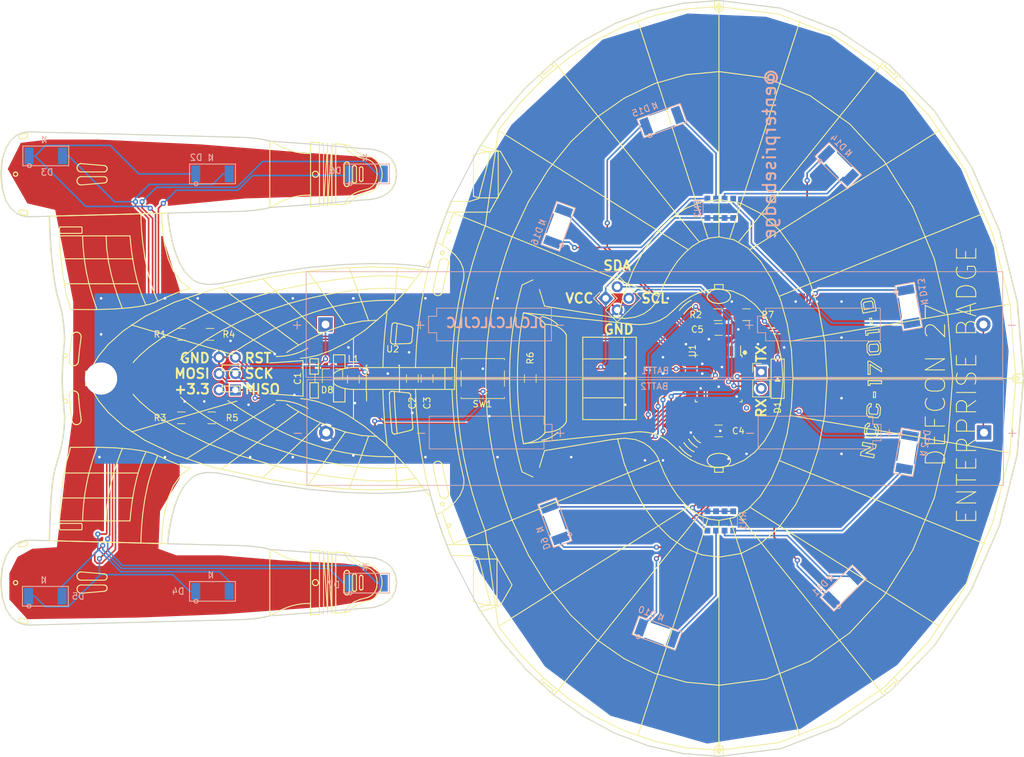
<source format=kicad_pcb>
(kicad_pcb (version 20171130) (host pcbnew "(5.0.2)-1")
  (layers (0 F.Cu signal) (31 B.Cu signal) (34 B.Paste user hide) (35 F.Paste user hide) (36 B.SilkS user) (37 F.SilkS user) (38 B.Mask user hide) (39 F.Mask user) (44 Edge.Cuts user))
  (net 0 "")
  (net 1 VCC)
  (net 2 GND)
  (net 3 +3V3)
  (net 4 /NavLight)
  (net 5 "Net-(D1-Pad2)")
  (net 6 "Net-(D2-Pad2)")
  (net 7 /PNacelle)
  (net 8 /SNacelle)
  (net 9 "Net-(D4-Pad2)")
  (net 10 "Net-(D6-Pad2)")
  (net 11 /PCollector)
  (net 12 "Net-(D7-Pad2)")
  (net 13 /SCollector)
  (net 14 "Net-(D8-Pad1)")
  (net 15 "Net-(D9-Pad2)")
  (net 16 /PHAS1)
  (net 17 /PHAS2)
  (net 18 "Net-(D10-Pad2)")
  (net 19 /PHAS3)
  (net 20 "Net-(D11-Pad2)")
  (net 21 "Net-(D12-Pad2)")
  (net 22 /PHAS4)
  (net 23 /PHAS5)
  (net 24 "Net-(D13-Pad2)")
  (net 25 "Net-(D14-Pad2)")
  (net 26 /PHAS6)
  (net 27 /PHAS7)
  (net 28 "Net-(D15-Pad2)")
  (net 29 "Net-(D16-Pad2)")
  (net 30 /PHAS8)
  (net 31 /MISO)
  (net 32 /SCK)
  (net 33 /MOSI)
  (net 34 /RESET)
  (net 35 /TX)
  (net 36 /RX)
  (net 37 "Net-(U1-Pad11)")
  (net 38 "Net-(U1-Pad12)")
  (net 39 "Net-(U1-Pad19)")
  (net 40 "Net-(U1-Pad20)")
  (net 41 "Net-(U1-Pad22)")
  (net 42 /SCL)
  (net 43 /SDA)
  (net 44 "Net-(BATT1-Pad1)")
  (net 45 "Net-(R2-Pad2)")
  (net 46 "Net-(D8-Pad2)")
  (module Inductor_SMD:L_1206_3216Metric_Pad1.42x1.75mm_HandSolder (layer F.Cu) (at 124.206 88.262 90)
    (fp_text reference L1 (at 3.172 0 180) (layer F.SilkS))
    (fp_text value 47uH)
    (pad 1 smd roundrect (at -1.4875 0 90) (size 1.425 1.75) (layers F.Cu F.Paste F.Mask) (roundrect_rratio 0.175439) (net 14 "Net-(D8-Pad1)"))
    (pad 2 smd roundrect (at 1.4875 0 90) (size 1.425 1.75) (layers F.Cu F.Paste F.Mask) (roundrect_rratio 0.175439) (net 3 +3V3))
  )
  (module LED_SMD:2PLCC_flipped_noHole (layer B.Cu) (at 172.054799 48.133252 20)
    (fp_text reference D15 (at -2.54 -2.54 -160) (layer B.SilkS) (effects (justify mirror)))
    (fp_text value Orange hide)
    (pad 1 smd rect (at -2.6 0 20) (size 1.4 2.6) (layers B.Cu B.Paste B.Mask) (net 27 /PHAS7))
    (pad 2 smd rect (at 2.6 0 20) (size 1.4 2.6) (layers B.Cu B.Paste B.Mask) (net 28 "Net-(D15-Pad2)"))
  )
  (module Resistor_SMD:R_1206_3216Metric (layer F.Cu) (at 97.536 81.28 180)
    (fp_text reference R1 (at 3.302 0 180) (layer F.SilkS))
    (fp_text value 133)
    (pad 1 smd roundrect (at -1.4 0 180) (size 1.25 1.75) (layers F.Cu F.Paste F.Mask) (roundrect_rratio 0.2) (net 1 VCC))
    (pad 2 smd roundrect (at 1.4 0 180) (size 1.25 1.75) (layers F.Cu F.Paste F.Mask) (roundrect_rratio 0.2) (net 6 "Net-(D2-Pad2)"))
  )
  (module Connector_PinHeader_2.54mm:PinHeader_2x03_P2.54mm_Vertical (layer F.Cu) (at 105.918 89.916 180)
    (fp_text reference J1 hide)
    (fp_text value AVR-ISP-6)
    (pad 6 thru_hole oval (at 2.54 5.08 180) (size 1.7 1.7) (drill 1) (layers *.Cu *.Mask) (net 2 GND))
    (pad 5 thru_hole oval (at 0 5.08 180) (size 1.7 1.7) (drill 1) (layers *.Cu *.Mask) (net 34 /RESET))
    (pad 4 thru_hole oval (at 2.54 2.54 180) (size 1.7 1.7) (drill 1) (layers *.Cu *.Mask) (net 33 /MOSI))
    (pad 3 thru_hole oval (at 0 2.54 180) (size 1.7 1.7) (drill 1) (layers *.Cu *.Mask) (net 32 /SCK))
    (pad 2 thru_hole oval (at 2.54 0 180) (size 1.7 1.7) (drill 1) (layers *.Cu *.Mask) (net 3 +3V3))
    (pad 1 thru_hole rect (at 0 0 180) (size 1.7 1.7) (drill 1) (layers *.Cu *.Mask) (net 31 /MISO))
  )
  (module LED_SMD:2PLCC_flipped_noHole (layer B.Cu) (at 126.238 56.388)
    (fp_text reference D6 (at -4.826 -0.508) (layer B.SilkS) (effects (justify mirror)))
    (fp_text value Red hide)
    (pad 1 smd rect (at -2.6 0) (size 1.4 2.6) (layers B.Cu B.Paste B.Mask) (net 11 /PCollector))
    (pad 2 smd rect (at 2.6 0) (size 1.4 2.6) (layers B.Cu B.Paste B.Mask) (net 10 "Net-(D6-Pad2)"))
  )
  (module LED_SMD:2PLCC_flipped_noHole (layer B.Cu) (at 102.362 56.388)
    (fp_text reference D2 (at -2.54 -2.54) (layer B.SilkS) (effects (justify mirror)))
    (fp_text value Blue hide)
    (pad 1 smd rect (at -2.6 0) (size 1.4 2.6) (layers B.Cu B.Paste B.Mask) (net 7 /PNacelle))
    (pad 2 smd rect (at 2.6 0) (size 1.4 2.6) (layers B.Cu B.Paste B.Mask) (net 6 "Net-(D2-Pad2)"))
  )
  (module LED_SMD:2PLCC_flipped_noHole (layer B.Cu) (at 76.514 53.594)
    (fp_text reference D3 (at 0.194 2.54) (layer B.SilkS) (effects (justify mirror)))
    (fp_text value Blue hide)
    (pad 1 smd rect (at -2.6 0) (size 1.4 2.6) (layers B.Cu B.Paste B.Mask) (net 7 /PNacelle))
    (pad 2 smd rect (at 2.6 0) (size 1.4 2.6) (layers B.Cu B.Paste B.Mask) (net 6 "Net-(D2-Pad2)"))
  )
  (module LED_SMD:2PLCC_flipped_noHole (layer B.Cu) (at 171.292799 127.634748 340)
    (fp_text reference D10 (at -2.54 -2.54 340) (layer B.SilkS) (effects (justify mirror)))
    (fp_text value Orange hide)
    (pad 1 smd rect (at -2.6 0 340) (size 1.4 2.6) (layers B.Cu B.Paste B.Mask) (net 17 /PHAS2))
    (pad 2 smd rect (at 2.6 0 340) (size 1.4 2.6) (layers B.Cu B.Paste B.Mask) (net 18 "Net-(D10-Pad2)"))
  )
  (module LED_SMD:2PLCC_flipped_noHole (layer B.Cu) (at 210.058 99.568 260)
    (fp_text reference D12 (at -2.54 -2.54 260) (layer B.SilkS) (effects (justify mirror)))
    (fp_text value Orange hide)
    (pad 1 smd rect (at -2.6 0 260) (size 1.4 2.6) (layers B.Cu B.Paste B.Mask) (net 22 /PHAS4))
    (pad 2 smd rect (at 2.6 0 260) (size 1.4 2.6) (layers B.Cu B.Paste B.Mask) (net 21 "Net-(D12-Pad2)"))
  )
  (module LED_SMD:2PLCC_flipped_noHole (layer B.Cu) (at 126.238 119.888)
    (fp_text reference D7 (at -5.08 0.254) (layer B.SilkS) (effects (justify mirror)))
    (fp_text value Red hide)
    (pad 1 smd rect (at -2.6 0) (size 1.4 2.6) (layers B.Cu B.Paste B.Mask) (net 13 /SCollector))
    (pad 2 smd rect (at 2.6 0) (size 1.4 2.6) (layers B.Cu B.Paste B.Mask) (net 12 "Net-(D7-Pad2)"))
  )
  (module LED_SMD:2PLCC_flipped_noHole (layer B.Cu) (at 76.454 121.92)
    (fp_text reference D5 (at 5.08 0) (layer B.SilkS) (effects (justify mirror)))
    (fp_text value Blue hide)
    (pad 1 smd rect (at -2.6 0) (size 1.4 2.6) (layers B.Cu B.Paste B.Mask) (net 8 /SNacelle))
    (pad 2 smd rect (at 2.6 0) (size 1.4 2.6) (layers B.Cu B.Paste B.Mask) (net 9 "Net-(D4-Pad2)"))
  )
  (module LED_SMD:2PLCC_flipped_noHole (layer B.Cu) (at 199.39 55.118 315)
    (fp_text reference D14 (at -2.54 -2.54 315) (layer B.SilkS) (effects (justify mirror)))
    (fp_text value Orange hide)
    (pad 1 smd rect (at -2.600001 0 315) (size 1.4 2.6) (layers B.Cu B.Paste B.Mask) (net 26 /PHAS6))
    (pad 2 smd rect (at 2.600001 0 315) (size 1.4 2.6) (layers B.Cu B.Paste B.Mask) (net 25 "Net-(D14-Pad2)"))
  )
  (module LED_SMD:2PLCC_flipped_noHole (layer B.Cu) (at 200.152 120.65 45)
    (fp_text reference D11 (at -2.54 -2.54 -135) (layer B.SilkS) (effects (justify mirror)))
    (fp_text value Orange hide)
    (pad 1 smd rect (at -2.600001 0 45) (size 1.4 2.6) (layers B.Cu B.Paste B.Mask) (net 19 /PHAS3))
    (pad 2 smd rect (at 2.600001 0 45) (size 1.4 2.6) (layers B.Cu B.Paste B.Mask) (net 20 "Net-(D11-Pad2)"))
  )
  (module LED_SMD:2PLCC_flipped_noHole (layer B.Cu) (at 210.312 76.962 280)
    (fp_text reference D13 (at -2.54 -2.54 280) (layer B.SilkS) (effects (justify mirror)))
    (fp_text value Orange hide)
    (pad 1 smd rect (at -2.6 0 280) (size 1.4 2.6) (layers B.Cu B.Paste B.Mask) (net 23 /PHAS5))
    (pad 2 smd rect (at 2.6 0 280) (size 1.4 2.6) (layers B.Cu B.Paste B.Mask) (net 24 "Net-(D13-Pad2)"))
  )
  (module LED_SMD:2PLCC_flipped_noHole (layer B.Cu) (at 102.362 121.158)
    (fp_text reference D4 (at -5.334 0) (layer B.SilkS) (effects (justify mirror)))
    (fp_text value Blue hide)
    (pad 1 smd rect (at -2.6 0) (size 1.4 2.6) (layers B.Cu B.Paste B.Mask) (net 8 /SNacelle))
    (pad 2 smd rect (at 2.6 0) (size 1.4 2.6) (layers B.Cu B.Paste B.Mask) (net 9 "Net-(D4-Pad2)"))
  )
  (module LED_SMD:2PLCC_flipped_noHole (layer B.Cu) (at 155.448 110.49 110)
    (fp_text reference D9 (at -2.54 -2.54 -70) (layer B.SilkS) (effects (justify mirror)))
    (fp_text value Orange hide)
    (pad 1 smd rect (at -2.6 0 110) (size 1.4 2.6) (layers B.Cu B.Paste B.Mask) (net 16 /PHAS1))
    (pad 2 smd rect (at 2.6 0 110) (size 1.4 2.6) (layers B.Cu B.Paste B.Mask) (net 15 "Net-(D9-Pad2)"))
  )
  (module LED_SMD:2PLCC_flipped_noHole (layer B.Cu) (at 155.956 64.516 70)
    (fp_text reference D16 (at -2.54 -2.54 250) (layer B.SilkS) (effects (justify mirror)))
    (fp_text value Orange hide)
    (pad 1 smd rect (at -2.6 0 70) (size 1.4 2.6) (layers B.Cu B.Paste B.Mask) (net 30 /PHAS8))
    (pad 2 smd rect (at 2.6 0 70) (size 1.4 2.6) (layers B.Cu B.Paste B.Mask) (net 29 "Net-(D16-Pad2)"))
  )
  (module Button_Switch_SMD:SW_SPST_EVQQ2 (layer F.Cu) (at 144.272 88.138 180)
    (fp_text reference SW1 (at 0.05 -3.95 180) (layer F.SilkS))
    (fp_text value Reset)
    (pad 1 smd rect (at 3.4 -2 180) (size 3.2 1) (layers F.Cu F.Paste F.Mask) (net 34 /RESET))
    (pad 1 smd rect (at -3.4 -2 180) (size 3.2 1) (layers F.Cu F.Paste F.Mask) (net 34 /RESET))
    (pad 2 smd rect (at -3.4 2 180) (size 3.2 1) (layers F.Cu F.Paste F.Mask) (net 2 GND))
    (pad 2 smd rect (at 3.4 2 180) (size 3.2 1) (layers F.Cu F.Paste F.Mask) (net 2 GND))
  )
  (module Package_TO_SOT_SMD:SOT-23 (layer F.Cu) (at 120.97 87.392 90)
    (fp_text reference D8 (at -2.524 -0.828 180) (layer F.SilkS))
    (fp_text value 1)
    (pad 1 smd rect (at -1 -0.95 90) (size 0.9 0.8) (layers F.Cu F.Paste F.Mask) (net 14 "Net-(D8-Pad1)"))
    (pad 2 smd rect (at -1 0.95 90) (size 0.9 0.8) (layers F.Cu F.Paste F.Mask) (net 46 "Net-(D8-Pad2)"))
    (pad 3 smd rect (at 1 0 90) (size 0.9 0.8) (layers F.Cu F.Paste F.Mask) (net 2 GND))
  )
  (module Resistor_SMD:R_1206_3216Metric (layer F.Cu) (at 185.166 78.232)
    (fp_text reference R7 (at 3.302 0) (layer F.SilkS))
    (fp_text value 619)
    (pad 1 smd roundrect (at -1.4 0) (size 1.25 1.75) (layers F.Cu F.Paste F.Mask) (roundrect_rratio 0.2) (net 45 "Net-(R2-Pad2)"))
    (pad 2 smd roundrect (at 1.4 0) (size 1.25 1.75) (layers F.Cu F.Paste F.Mask) (roundrect_rratio 0.2) (net 5 "Net-(D1-Pad2)"))
  )
  (module Package_SO:PowerIntegrations_SO-8 (layer F.Cu) (at 128.778 88.138 90)
    (fp_text reference U2 (at 4.572 1.524 180) (layer F.SilkS))
    (fp_text value AP1509)
    (pad 1 smd rect (at -2.725 -1.905 90) (size 2 0.6) (layers F.Cu F.Paste F.Mask) (net 1 VCC))
    (pad 2 smd rect (at -2.725 -0.635 90) (size 2 0.6) (layers F.Cu F.Paste F.Mask) (net 14 "Net-(D8-Pad1)"))
    (pad 3 smd rect (at -2.725 0.635 90) (size 2 0.6) (layers F.Cu F.Paste F.Mask) (net 3 +3V3))
    (pad 4 smd rect (at -2.725 1.905 90) (size 2 0.6) (layers F.Cu F.Paste F.Mask) (net 2 GND))
    (pad 5 smd rect (at 2.725 1.905 90) (size 2 0.6) (layers F.Cu F.Paste F.Mask) (net 2 GND))
    (pad 6 smd rect (at 2.725 0.635 90) (size 2 0.6) (layers F.Cu F.Paste F.Mask) (net 2 GND))
    (pad 7 smd rect (at 2.725 -0.635 90) (size 2 0.6) (layers F.Cu F.Paste F.Mask) (net 2 GND))
    (pad 8 smd rect (at 2.725 -1.905 90) (size 2 0.6) (layers F.Cu F.Paste F.Mask) (net 2 GND))
  )
  (module Resistor_SMD:R_1206_3216Metric (layer F.Cu) (at 102.238 94.234)
    (fp_text reference R5 (at 3.172 0) (layer F.SilkS))
    (fp_text value 619)
    (pad 2 smd roundrect (at 1.4 0) (size 1.25 1.75) (layers F.Cu F.Paste F.Mask) (roundrect_rratio 0.2) (net 12 "Net-(D7-Pad2)"))
    (pad 1 smd roundrect (at -1.4 0) (size 1.25 1.75) (layers F.Cu F.Paste F.Mask) (roundrect_rratio 0.2) (net 1 VCC))
  )
  (module Resistor_SMD:R_1206_3216Metric (layer F.Cu) (at 101.984 81.28)
    (fp_text reference R4 (at 2.918 0) (layer F.SilkS))
    (fp_text value 619)
    (pad 2 smd roundrect (at 1.4 0) (size 1.25 1.75) (layers F.Cu F.Paste F.Mask) (roundrect_rratio 0.2) (net 10 "Net-(D6-Pad2)"))
    (pad 1 smd roundrect (at -1.4 0) (size 1.25 1.75) (layers F.Cu F.Paste F.Mask) (roundrect_rratio 0.2) (net 1 VCC))
  )
  (module Resistor_SMD:R_1206_3216Metric (layer F.Cu) (at 97.536 94.234 180)
    (fp_text reference R3 (at 3.302 0) (layer F.SilkS))
    (fp_text value 133)
    (pad 2 smd roundrect (at 1.4 0 180) (size 1.25 1.75) (layers F.Cu F.Paste F.Mask) (roundrect_rratio 0.2) (net 9 "Net-(D4-Pad2)"))
    (pad 1 smd roundrect (at -1.4 0 180) (size 1.25 1.75) (layers F.Cu F.Paste F.Mask) (roundrect_rratio 0.2) (net 1 VCC))
  )
  (module customParts:BatteryHolder_MPD_BC12AAPC_2xAA_noHoles (layer B.Cu) (at 119.888 79.756)
    (fp_text reference BATT2 (at 51 9.6) (layer B.SilkS) (effects (justify mirror)))
    (fp_text value BatteryPack)
    (fp_text user - (at 106.4 0) (layer B.SilkS) (effects (font (size 1.5 1.5)) (justify mirror)))
    (fp_text user + (at -4.4 0) (layer B.SilkS) (effects (font (size 1.5 1.5)) (justify mirror)))
    (fp_text user + (at 65.705 0) (layer B.SilkS) (effects (font (size 1.5 1.5)) (justify mirror)))
    (fp_text user - (at 87.295 0) (layer B.SilkS) (effects (font (size 1.5 1.5)) (justify mirror)))
    (fp_text user + (at 14.705 0) (layer B.SilkS) (effects (font (size 1.5 1.5)) (justify mirror)))
    (fp_text user - (at 36.295 0) (layer B.SilkS) (effects (font (size 1.5 1.5)) (justify mirror)))
    (pad 2 thru_hole circle (at 102 0) (size 2.23 2.23) (drill 1.23) (layers *.Cu *.Mask) (net 44 "Net-(BATT1-Pad1)"))
    (pad 1 thru_hole rect (at 0 0) (size 2.23 2.23) (drill 1.23) (layers *.Cu *.Mask) (net 1 VCC))
  )
  (module customParts:BatteryHolder_MPD_BC12AAPC_2xAA_noHoles (layer B.Cu) (at 221.996 96.52 180)
    (fp_text reference BATT1 (at 51 9.6) (layer B.SilkS) (effects (justify mirror)))
    (fp_text value BatteryPack)
    (fp_text user - (at 106.4 0) (layer B.SilkS) (effects (font (size 1.5 1.5)) (justify mirror)))
    (fp_text user + (at -4.4 0) (layer B.SilkS) (effects (font (size 1.5 1.5)) (justify mirror)))
    (fp_text user + (at 65.705 0) (layer B.SilkS) (effects (font (size 1.5 1.5)) (justify mirror)))
    (fp_text user - (at 87.295 0) (layer B.SilkS) (effects (font (size 1.5 1.5)) (justify mirror)))
    (fp_text user + (at 14.705 0) (layer B.SilkS) (effects (font (size 1.5 1.5)) (justify mirror)))
    (fp_text user - (at 36.295 0) (layer B.SilkS) (effects (font (size 1.5 1.5)) (justify mirror)))
    (pad 2 thru_hole circle (at 102 0 180) (size 2.23 2.23) (drill 1.23) (layers *.Cu *.Mask) (net 2 GND))
    (pad 1 thru_hole rect (at 0 0 180) (size 2.23 2.23) (drill 1.23) (layers *.Cu *.Mask) (net 44 "Net-(BATT1-Pad1)"))
  )
  (module Connector_PinHeader_2.54mm:PinHeader_2x02_P2.54mm_Vertical (layer F.Cu) (at 163.322 75.692 45)
    (fp_text reference J3 hide)
    (fp_text value "Shitty Add-on")
    (pad 4 thru_hole oval (at 2.54 2.54 45) (size 1.7 1.7) (drill 1) (layers *.Cu *.Mask) (net 42 /SCL))
    (pad 3 thru_hole oval (at 0 2.54 45) (size 1.7 1.7) (drill 1) (layers *.Cu *.Mask) (net 2 GND))
    (pad 2 thru_hole oval (at 2.54 0 45) (size 1.7 1.7) (drill 1) (layers *.Cu *.Mask) (net 43 /SDA))
    (pad 1 thru_hole rect (at 0 0 45) (size 1.7 1.7) (drill 1) (layers *.Cu *.Mask) (net 3 +3V3))
  )
  (module Package_QFP:TQFP-32_7x7mm_P0.8mm (layer F.Cu) (at 180.848 88.138 270)
    (fp_text reference U1 (at -4.318 4.064 90) (layer F.SilkS))
    (fp_text value ATmega328P-AU)
    (pad 1 smd rect (at -4.25 -2.8 270) (size 1.6 0.55) (layers F.Cu F.Paste F.Mask) (net 23 /PHAS5))
    (pad 2 smd rect (at -4.25 -2 270) (size 1.6 0.55) (layers F.Cu F.Paste F.Mask) (net 26 /PHAS6))
    (pad 3 smd rect (at -4.25 -1.2 270) (size 1.6 0.55) (layers F.Cu F.Paste F.Mask) (net 2 GND))
    (pad 4 smd rect (at -4.25 -0.4 270) (size 1.6 0.55) (layers F.Cu F.Paste F.Mask) (net 3 +3V3))
    (pad 5 smd rect (at -4.25 0.4 270) (size 1.6 0.55) (layers F.Cu F.Paste F.Mask) (net 2 GND))
    (pad 6 smd rect (at -4.25 1.2 270) (size 1.6 0.55) (layers F.Cu F.Paste F.Mask) (net 3 +3V3))
    (pad 7 smd rect (at -4.25 2 270) (size 1.6 0.55) (layers F.Cu F.Paste F.Mask) (net 27 /PHAS7))
    (pad 8 smd rect (at -4.25 2.8 270) (size 1.6 0.55) (layers F.Cu F.Paste F.Mask) (net 30 /PHAS8))
    (pad 9 smd rect (at -2.8 4.25) (size 1.6 0.55) (layers F.Cu F.Paste F.Mask) (net 11 /PCollector))
    (pad 10 smd rect (at -2 4.25) (size 1.6 0.55) (layers F.Cu F.Paste F.Mask) (net 7 /PNacelle))
    (pad 11 smd rect (at -1.2 4.25) (size 1.6 0.55) (layers F.Cu F.Paste F.Mask) (net 37 "Net-(U1-Pad11)"))
    (pad 12 smd rect (at -0.4 4.25) (size 1.6 0.55) (layers F.Cu F.Paste F.Mask) (net 38 "Net-(U1-Pad12)"))
    (pad 13 smd rect (at 0.4 4.25) (size 1.6 0.55) (layers F.Cu F.Paste F.Mask) (net 8 /SNacelle))
    (pad 14 smd rect (at 1.2 4.25) (size 1.6 0.55) (layers F.Cu F.Paste F.Mask) (net 13 /SCollector))
    (pad 15 smd rect (at 2 4.25) (size 1.6 0.55) (layers F.Cu F.Paste F.Mask) (net 33 /MOSI))
    (pad 16 smd rect (at 2.8 4.25) (size 1.6 0.55) (layers F.Cu F.Paste F.Mask) (net 31 /MISO))
    (pad 17 smd rect (at 4.25 2.8 270) (size 1.6 0.55) (layers F.Cu F.Paste F.Mask) (net 32 /SCK))
    (pad 18 smd rect (at 4.25 2 270) (size 1.6 0.55) (layers F.Cu F.Paste F.Mask) (net 3 +3V3))
    (pad 19 smd rect (at 4.25 1.2 270) (size 1.6 0.55) (layers F.Cu F.Paste F.Mask) (net 39 "Net-(U1-Pad19)"))
    (pad 20 smd rect (at 4.25 0.4 270) (size 1.6 0.55) (layers F.Cu F.Paste F.Mask) (net 40 "Net-(U1-Pad20)"))
    (pad 21 smd rect (at 4.25 -0.4 270) (size 1.6 0.55) (layers F.Cu F.Paste F.Mask) (net 2 GND))
    (pad 22 smd rect (at 4.25 -1.2 270) (size 1.6 0.55) (layers F.Cu F.Paste F.Mask) (net 41 "Net-(U1-Pad22)"))
    (pad 23 smd rect (at 4.25 -2 270) (size 1.6 0.55) (layers F.Cu F.Paste F.Mask) (net 16 /PHAS1))
    (pad 24 smd rect (at 4.25 -2.8 270) (size 1.6 0.55) (layers F.Cu F.Paste F.Mask) (net 17 /PHAS2))
    (pad 25 smd rect (at 2.8 -4.25) (size 1.6 0.55) (layers F.Cu F.Paste F.Mask) (net 19 /PHAS3))
    (pad 26 smd rect (at 2 -4.25) (size 1.6 0.55) (layers F.Cu F.Paste F.Mask) (net 22 /PHAS4))
    (pad 27 smd rect (at 1.2 -4.25) (size 1.6 0.55) (layers F.Cu F.Paste F.Mask) (net 43 /SDA))
    (pad 28 smd rect (at 0.4 -4.25) (size 1.6 0.55) (layers F.Cu F.Paste F.Mask) (net 42 /SCL))
    (pad 29 smd rect (at -0.4 -4.25) (size 1.6 0.55) (layers F.Cu F.Paste F.Mask) (net 34 /RESET))
    (pad 30 smd rect (at -1.2 -4.25) (size 1.6 0.55) (layers F.Cu F.Paste F.Mask) (net 36 /RX))
    (pad 31 smd rect (at -2 -4.25) (size 1.6 0.55) (layers F.Cu F.Paste F.Mask) (net 35 /TX))
    (pad 32 smd rect (at -2.8 -4.25) (size 1.6 0.55) (layers F.Cu F.Paste F.Mask) (net 4 /NavLight))
  )
  (module Capacitor_SMD:C_1206_3216Metric (layer F.Cu) (at 180.848 96.266)
    (fp_text reference C4 (at 3.048 0) (layer F.SilkS))
    (fp_text value .1uF)
    (pad 1 smd roundrect (at -1.4 0) (size 1.25 1.75) (layers F.Cu F.Paste F.Mask) (roundrect_rratio 0.2) (net 3 +3V3))
    (pad 2 smd roundrect (at 1.4 0) (size 1.25 1.75) (layers F.Cu F.Paste F.Mask) (roundrect_rratio 0.2) (net 2 GND))
  )
  (module Connector_PinHeader_2.54mm:PinHeader_1x02_P2.54mm_Vertical (layer F.Cu) (at 187.452 87.122)
    (fp_text reference J2 hide)
    (fp_text value Conn_01x02_Female)
    (pad 2 thru_hole oval (at 0 2.54) (size 1.7 1.7) (drill 1) (layers *.Cu *.Mask) (net 36 /RX))
    (pad 1 thru_hole rect (at 0 0) (size 1.7 1.7) (drill 1) (layers *.Cu *.Mask) (net 35 /TX))
  )
  (module Resistor_SMD:R_Array_Convex_4x1206 (layer B.Cu) (at 181.102 61.722 270)
    (fp_text reference RN2 (at 0 3.5 270) (layer B.SilkS) (effects (justify mirror)))
    (fp_text value 150)
    (pad 1 smd rect (at -1.5 2 270) (size 0.9 0.9) (layers B.Cu B.Paste B.Mask) (net 29 "Net-(D16-Pad2)"))
    (pad 4 smd rect (at -1.5 -2 270) (size 0.9 0.9) (layers B.Cu B.Paste B.Mask) (net 24 "Net-(D13-Pad2)"))
    (pad 2 smd rect (at -1.5 0.66 270) (size 0.9 0.9) (layers B.Cu B.Paste B.Mask) (net 28 "Net-(D15-Pad2)"))
    (pad 3 smd rect (at -1.5 -0.66 270) (size 0.9 0.9) (layers B.Cu B.Paste B.Mask) (net 25 "Net-(D14-Pad2)"))
    (pad 7 smd rect (at 1.5 0.66 270) (size 0.9 0.9) (layers B.Cu B.Paste B.Mask) (net 3 +3V3))
    (pad 8 smd rect (at 1.5 2 270) (size 0.9 0.9) (layers B.Cu B.Paste B.Mask) (net 3 +3V3))
    (pad 5 smd rect (at 1.5 -2 270) (size 0.9 0.9) (layers B.Cu B.Paste B.Mask) (net 3 +3V3))
    (pad 6 smd rect (at 1.5 -0.66 270) (size 0.9 0.9) (layers B.Cu B.Paste B.Mask) (net 3 +3V3))
  )
  (module Resistor_SMD:R_1206_3216Metric (layer F.Cu) (at 151.638 88.138 270)
    (fp_text reference R6 (at -3.175 0 90) (layer F.SilkS))
    (fp_text value 10k)
    (pad 1 smd roundrect (at -1.4 0 270) (size 1.25 1.75) (layers F.Cu F.Paste F.Mask) (roundrect_rratio 0.2) (net 3 +3V3))
    (pad 2 smd roundrect (at 1.4 0 270) (size 1.25 1.75) (layers F.Cu F.Paste F.Mask) (roundrect_rratio 0.2) (net 34 /RESET))
  )
  (module Capacitor_SMD:C_1206_3216Metric (layer F.Cu) (at 180.848 80.518 180)
    (fp_text reference C5 (at 3.302 0) (layer F.SilkS))
    (fp_text value .1uF)
    (pad 2 smd roundrect (at 1.4 0 180) (size 1.25 1.75) (layers F.Cu F.Paste F.Mask) (roundrect_rratio 0.2) (net 2 GND))
    (pad 1 smd roundrect (at -1.4 0 180) (size 1.25 1.75) (layers F.Cu F.Paste F.Mask) (roundrect_rratio 0.2) (net 3 +3V3))
  )
  (module LED_SMD:3.8x1.2mm (layer F.Cu) (at 189.992 88.16 90)
    (fp_text reference D1 (at -4.445 0 90) (layer F.SilkS))
    (fp_text value White hide)
    (pad 1 smd rect (at -1.8 0 90) (size 1.5 0.85) (layers F.Cu F.Paste F.Mask) (net 4 /NavLight))
    (pad 2 smd rect (at 1.8 0 90) (size 1.5 0.85) (layers F.Cu F.Paste F.Mask) (net 5 "Net-(D1-Pad2)"))
  )
  (module Resistor_SMD:R_1206_3216Metric (layer F.Cu) (at 180.718 78.232)
    (fp_text reference R2 (at -3.426 0 180) (layer F.SilkS))
    (fp_text value 619)
    (pad 2 smd roundrect (at 1.4 0) (size 1.25 1.75) (layers F.Cu F.Paste F.Mask) (roundrect_rratio 0.2) (net 45 "Net-(R2-Pad2)"))
    (pad 1 smd roundrect (at -1.4 0) (size 1.25 1.75) (layers F.Cu F.Paste F.Mask) (roundrect_rratio 0.2) (net 1 VCC))
  )
  (module Capacitor_SMD:C_1206_3216Metric (layer F.Cu) (at 117.348 88.138 90)
    (fp_text reference C1 (at 0 -1.778 90) (layer F.SilkS))
    (fp_text value .1uF)
    (pad 1 smd roundrect (at -1.4 0 90) (size 1.25 1.75) (layers F.Cu F.Paste F.Mask) (roundrect_rratio 0.2) (net 1 VCC))
    (pad 2 smd roundrect (at 1.4 0 90) (size 1.25 1.75) (layers F.Cu F.Paste F.Mask) (roundrect_rratio 0.2) (net 2 GND))
  )
  (module Capacitor_SMD:C_1206_3216Metric (layer F.Cu) (at 135.636 88.138 90)
    (fp_text reference C3 (at -3.81 0 90) (layer F.SilkS))
    (fp_text value 1uF)
    (pad 2 smd roundrect (at 1.4 0 90) (size 1.25 1.75) (layers F.Cu F.Paste F.Mask) (roundrect_rratio 0.2) (net 2 GND))
    (pad 1 smd roundrect (at -1.4 0 90) (size 1.25 1.75) (layers F.Cu F.Paste F.Mask) (roundrect_rratio 0.2) (net 3 +3V3))
  )
  (module Capacitor_SMD:C_1206_3216Metric (layer F.Cu) (at 133.35 88.138 90)
    (fp_text reference C2 (at -3.81 0 90) (layer F.SilkS))
    (fp_text value .1uF)
    (pad 1 smd roundrect (at -1.4 0 90) (size 1.25 1.75) (layers F.Cu F.Paste F.Mask) (roundrect_rratio 0.2) (net 3 +3V3))
    (pad 2 smd roundrect (at 1.4 0 90) (size 1.25 1.75) (layers F.Cu F.Paste F.Mask) (roundrect_rratio 0.2) (net 2 GND))
  )
  (module Resistor_SMD:R_Array_Convex_4x1206 (layer B.Cu) (at 181.102 110.236 90)
    (fp_text reference RN1 (at 0 3.5 270) (layer B.SilkS) (effects (justify mirror)))
    (fp_text value 150)
    (pad 6 smd rect (at 1.5 -0.66 90) (size 0.9 0.9) (layers B.Cu B.Paste B.Mask) (net 3 +3V3))
    (pad 5 smd rect (at 1.5 -2 90) (size 0.9 0.9) (layers B.Cu B.Paste B.Mask) (net 3 +3V3))
    (pad 8 smd rect (at 1.5 2 90) (size 0.9 0.9) (layers B.Cu B.Paste B.Mask) (net 3 +3V3))
    (pad 7 smd rect (at 1.5 0.66 90) (size 0.9 0.9) (layers B.Cu B.Paste B.Mask) (net 3 +3V3))
    (pad 3 smd rect (at -1.5 -0.66 90) (size 0.9 0.9) (layers B.Cu B.Paste B.Mask) (net 18 "Net-(D10-Pad2)"))
    (pad 2 smd rect (at -1.5 0.66 90) (size 0.9 0.9) (layers B.Cu B.Paste B.Mask) (net 20 "Net-(D11-Pad2)"))
    (pad 4 smd rect (at -1.5 -2 90) (size 0.9 0.9) (layers B.Cu B.Paste B.Mask) (net 15 "Net-(D9-Pad2)"))
    (pad 1 smd rect (at -1.5 2 90) (size 0.9 0.9) (layers B.Cu B.Paste B.Mask) (net 21 "Net-(D12-Pad2)"))
  )
  (gr_text JLCJLCJLCJLC (at 146.304 79.502) (layer B.SilkS) (effects (font (size 1.5 1.5) (thickness 0.3)) (justify mirror)))
  (gr_text @enterprisebadge (at 188.722 53.34 90) (layer B.SilkS) (effects (font (size 2 2) (thickness 0.3)) (justify mirror)))
  (gr_text RX (at 187.452 92.71 90) (layer F.SilkS) (effects (font (size 1.5 1.5) (thickness 0.3))))
  (gr_text TX (at 187.452 84.328 90) (layer F.SilkS) (effects (font (size 1.5 1.5) (thickness 0.3))))
  (gr_text . (at 184.912 83.312) (layer F.SilkS) (effects (font (size 2 2) (thickness 0.5)) (justify mirror)))
  (gr_text "RST\nSCK\nMISO" (at 107.188 87.376) (layer F.SilkS) (effects (font (size 1.5 1.5) (thickness 0.3)) (justify left)))
  (gr_text "GND\nMOSI\n+3.3" (at 102.108 87.376) (layer F.SilkS) (effects (font (size 1.5 1.5) (thickness 0.3)) (justify right)))
  (gr_text GND (at 165.354 80.518) (layer F.SilkS) (effects (font (size 1.5 1.5) (thickness 0.3))))
  (gr_text SDA (at 165.1 70.612) (layer F.SilkS) (effects (font (size 1.5 1.5) (thickness 0.3))))
  (gr_text SCL (at 170.942 75.692) (layer F.SilkS) (effects (font (size 1.5 1.5) (thickness 0.3))))
  (gr_text VCC (at 159.258 75.692) (layer F.SilkS) (effects (font (size 1.5 1.5) (thickness 0.3))))
  (gr_text "DEFCON 27\nENTERPRISE BADGE" (at 216.916 89.154 90) (layer F.SilkS) (effects (font (size 3 3))))
  (gr_line (start 203.421175 96.6352) (end 203.421175 96.6352) (layer F.SilkS) (width 0.15))
  (gr_line (start 203.705725 97.15915) (end 203.421175 96.6352) (layer F.SilkS) (width 0.15))
  (gr_line (start 205.175275 95.703775) (end 204.9847 95.679175) (layer F.SilkS) (width 0.15))
  (gr_line (start 204.430825 98.778325) (end 203.116525 98.52955) (layer F.SilkS) (width 0.15))
  (gr_line (start 205.032925 96.8065) (end 205.179175 96.573925) (layer F.SilkS) (width 0.15))
  (gr_line (start 204.88555 100.450824) (end 202.82665 100.061049) (layer F.SilkS) (width 0.15))
  (gr_line (start 204.249325 95.10235) (end 204.188125 95.576425) (layer F.SilkS) (width 0.15))
  (gr_line (start 204.0496 95.5585) (end 203.8648 95.7076) (layer F.SilkS) (width 0.15))
  (gr_line (start 202.923325 99.550525) (end 204.430825 98.778325) (layer F.SilkS) (width 0.15))
  (gr_line (start 204.24205 92.0308) (end 204.517225 92.050375) (layer F.SilkS) (width 0.15))
  (gr_line (start 205.1755 98.919325) (end 203.6713 99.692125) (layer F.SilkS) (width 0.15))
  (gr_line (start 205.045975 95.205175) (end 205.361199 95.245825) (layer F.SilkS) (width 0.15))
  (gr_line (start 205.2721 98.408874) (end 205.1755 98.919325) (layer F.SilkS) (width 0.15))
  (gr_line (start 204.9847 95.679175) (end 205.045975 95.205175) (layer F.SilkS) (width 0.15))
  (gr_line (start 205.267675 95.88865) (end 205.175275 95.703775) (layer F.SilkS) (width 0.15))
  (gr_line (start 203.421175 96.6352) (end 203.5741 95.449975) (layer F.SilkS) (width 0.15))
  (gr_line (start 202.82665 100.061049) (end 202.923325 99.550525) (layer F.SilkS) (width 0.15))
  (gr_line (start 205.179175 96.573925) (end 205.267675 95.88865) (layer F.SilkS) (width 0.15))
  (gr_line (start 203.116525 98.52955) (end 203.2132 98.019099) (layer F.SilkS) (width 0.15))
  (gr_line (start 204.188125 95.576425) (end 204.0496 95.5585) (layer F.SilkS) (width 0.15))
  (gr_line (start 205.530024 93.46615) (end 205.579 92.7769) (layer F.SilkS) (width 0.15))
  (gr_line (start 205.397425 93.70675) (end 205.530024 93.46615) (layer F.SilkS) (width 0.15))
  (gr_line (start 203.975725 95.067025) (end 204.249325 95.10235) (layer F.SilkS) (width 0.15))
  (gr_line (start 203.6713 99.692125) (end 204.98215 99.9403) (layer F.SilkS) (width 0.15))
  (gr_line (start 204.265225 93.62635) (end 205.397425 93.70675) (layer F.SilkS) (width 0.15))
  (gr_line (start 205.495825 96.90295) (end 205.091125 97.33795) (layer F.SilkS) (width 0.15))
  (gr_line (start 203.907325 96.661225) (end 205.032925 96.8065) (layer F.SilkS) (width 0.15))
  (gr_line (start 203.2132 98.019099) (end 205.2721 98.408874) (layer F.SilkS) (width 0.15))
  (gr_line (start 205.642825 95.76415) (end 205.495825 96.90295) (layer F.SilkS) (width 0.15))
  (gr_line (start 203.5741 95.449975) (end 203.975725 95.067025) (layer F.SilkS) (width 0.15))
  (gr_line (start 205.2721 98.408874) (end 205.2721 98.408874) (layer F.SilkS) (width 0.15))
  (gr_line (start 204.1192 93.36595) (end 204.265225 93.62635) (layer F.SilkS) (width 0.15))
  (gr_line (start 205.091125 97.33795) (end 203.705725 97.15915) (layer F.SilkS) (width 0.15))
  (gr_line (start 203.7784 93.628225) (end 203.863149 92.43625) (layer F.SilkS) (width 0.15))
  (gr_line (start 205.361199 95.245825) (end 205.642825 95.76415) (layer F.SilkS) (width 0.15))
  (gr_line (start 203.8648 95.7076) (end 203.776449 96.392875) (layer F.SilkS) (width 0.15))
  (gr_line (start 204.98215 99.9403) (end 204.88555 100.450824) (layer F.SilkS) (width 0.15))
  (gr_line (start 204.168099 92.6767) (end 204.1192 93.36595) (layer F.SilkS) (width 0.15))
  (gr_line (start 204.344049 92.51725) (end 204.168099 92.6767) (layer F.SilkS) (width 0.15))
  (gr_line (start 203.776449 96.392875) (end 203.907325 96.661225) (layer F.SilkS) (width 0.15))
  (gr_line (start 204.48325 92.52715) (end 204.344049 92.51725) (layer F.SilkS) (width 0.15))
  (gr_line (start 204.517225 92.050375) (end 204.48325 92.52715) (layer F.SilkS) (width 0.15))
  (gr_line (start 203.863149 92.43625) (end 204.24205 92.0308) (layer F.SilkS) (width 0.15))
  (gr_line (start 203.401825 76.324825) (end 203.277775 76.57045) (layer F.SilkS) (width 0.15))
  (gr_line (start 203.44045 77.428075) (end 204.864325 77.158) (layer F.SilkS) (width 0.15))
  (gr_line (start 204.864325 77.158) (end 204.701724 76.300375) (layer F.SilkS) (width 0.15))
  (gr_line (start 204.976375 76.005025) (end 205.280274 77.607999) (layer F.SilkS) (width 0.15))
  (gr_line (start 204.510175 76.1146) (end 203.401825 76.324825) (layer F.SilkS) (width 0.15))
  (gr_line (start 204.701724 76.300375) (end 204.510175 76.1146) (layer F.SilkS) (width 0.15))
  (gr_line (start 203.44045 77.428075) (end 203.44045 77.428075) (layer F.SilkS) (width 0.15))
  (gr_line (start 205.280274 77.607999) (end 203.221525 77.99845) (layer F.SilkS) (width 0.15))
  (gr_line (start 203.221525 77.99845) (end 203.221525 77.99845) (layer F.SilkS) (width 0.15))
  (gr_line (start 203.277775 76.57045) (end 203.44045 77.428075) (layer F.SilkS) (width 0.15))
  (gr_line (start 203.6785 81.4369) (end 203.6065 80.71825) (layer F.SilkS) (width 0.15))
  (gr_line (start 204.83455 91.065925) (end 204.8707 90.2146) (layer F.SilkS) (width 0.15))
  (gr_line (start 205.476099 92.59765) (end 205.28455 92.584075) (layer F.SilkS) (width 0.15))
  (gr_line (start 203.899525 84.043075) (end 203.817925 82.897675) (layer F.SilkS) (width 0.15))
  (gr_line (start 203.221525 77.99845) (end 202.908924 76.349575) (layer F.SilkS) (width 0.15))
  (gr_line (start 203.6785 81.4369) (end 203.6785 81.4369) (layer F.SilkS) (width 0.15))
  (gr_line (start 204.25435 84.502225) (end 203.899525 84.043075) (layer F.SilkS) (width 0.15))
  (gr_line (start 204.380275 84.0088) (end 204.380275 84.0088) (layer F.SilkS) (width 0.15))
  (gr_line (start 204.009549 89.1976) (end 204.009549 89.1976) (layer F.SilkS) (width 0.15))
  (gr_line (start 205.691575 80.509675) (end 205.734924 80.94385) (layer F.SilkS) (width 0.15))
  (gr_line (start 204.203424 83.787025) (end 204.380275 84.0088) (layer F.SilkS) (width 0.15))
  (gr_line (start 205.9897 83.8942) (end 205.6999 84.39925) (layer F.SilkS) (width 0.15))
  (gr_line (start 205.908025 82.7488) (end 205.9897 83.8942) (layer F.SilkS) (width 0.15))
  (gr_line (start 204.8707 90.2146) (end 205.18825 90.2281) (layer F.SilkS) (width 0.15))
  (gr_line (start 205.86505 93.776425) (end 205.486 94.234) (layer F.SilkS) (width 0.15))
  (gr_line (start 203.7784 93.628225) (end 203.7784 93.628225) (layer F.SilkS) (width 0.15))
  (gr_line (start 204.15535 83.1133) (end 204.203424 83.787025) (layer F.SilkS) (width 0.15))
  (gr_line (start 203.817925 82.897675) (end 204.104499 82.3981) (layer F.SilkS) (width 0.15))
  (gr_line (start 205.946425 92.6311) (end 205.86505 93.776425) (layer F.SilkS) (width 0.15))
  (gr_line (start 204.277075 85.4395) (end 206.10295 86.60875) (layer F.SilkS) (width 0.15))
  (gr_line (start 204.0199 87.4957) (end 203.9908 85.44355) (layer F.SilkS) (width 0.15))
  (gr_line (start 205.28455 92.584075) (end 205.31845 92.1073) (layer F.SilkS) (width 0.15))
  (gr_line (start 205.15195 91.079425) (end 204.83455 91.065925) (layer F.SilkS) (width 0.15))
  (gr_line (start 204.31945 85.963675) (end 204.341125 87.491125) (layer F.SilkS) (width 0.15))
  (gr_line (start 204.2986 82.863475) (end 204.15535 83.1133) (layer F.SilkS) (width 0.15))
  (gr_line (start 206.10295 86.60875) (end 206.11 87.10225) (layer F.SilkS) (width 0.15))
  (gr_line (start 204.330775 89.2021) (end 204.009549 89.1976) (layer F.SilkS) (width 0.15))
  (gr_line (start 204.544225 75.600475) (end 204.976375 76.005025) (layer F.SilkS) (width 0.15))
  (gr_line (start 204.559824 78.7489) (end 204.669175 79.594) (layer F.SilkS) (width 0.15))
  (gr_line (start 204.341125 87.491125) (end 204.0199 87.4957) (layer F.SilkS) (width 0.15))
  (gr_line (start 205.734924 80.94385) (end 203.96965 81.120475) (layer F.SilkS) (width 0.15))
  (gr_line (start 204.09265 94.135) (end 203.7784 93.628225) (layer F.SilkS) (width 0.15))
  (gr_line (start 205.31845 92.1073) (end 205.635399 92.1298) (layer F.SilkS) (width 0.15))
  (gr_line (start 203.17165 75.8608) (end 204.544225 75.600475) (layer F.SilkS) (width 0.15))
  (gr_line (start 202.908924 76.349575) (end 203.17165 75.8608) (layer F.SilkS) (width 0.15))
  (gr_line (start 204.3541 79.634725) (end 204.3541 79.634725) (layer F.SilkS) (width 0.15))
  (gr_line (start 205.579 92.7769) (end 205.476099 92.59765) (layer F.SilkS) (width 0.15))
  (gr_line (start 205.6999 84.39925) (end 204.25435 84.502225) (layer F.SilkS) (width 0.15))
  (gr_line (start 205.18825 90.2281) (end 205.15195 91.079425) (layer F.SilkS) (width 0.15))
  (gr_line (start 204.669175 79.594) (end 204.3541 79.634725) (layer F.SilkS) (width 0.15))
  (gr_line (start 203.96965 81.120475) (end 203.99815 81.40495) (layer F.SilkS) (width 0.15))
  (gr_line (start 205.60105 83.010325) (end 205.427349 82.783075) (layer F.SilkS) (width 0.15))
  (gr_line (start 204.104499 82.3981) (end 205.55005 82.295125) (layer F.SilkS) (width 0.15))
  (gr_line (start 205.635399 92.1298) (end 205.946425 92.6311) (layer F.SilkS) (width 0.15))
  (gr_line (start 204.380275 84.0088) (end 205.508874 83.9284) (layer F.SilkS) (width 0.15))
  (gr_line (start 204.33475 88.916275) (end 204.330775 89.2021) (layer F.SilkS) (width 0.15))
  (gr_line (start 203.899525 84.043075) (end 203.899525 84.043075) (layer F.SilkS) (width 0.15))
  (gr_line (start 203.9908 85.44355) (end 204.277075 85.4395) (layer F.SilkS) (width 0.15))
  (gr_line (start 206.108725 88.9414) (end 204.33475 88.916275) (layer F.SilkS) (width 0.15))
  (gr_line (start 204.24475 78.7897) (end 204.559824 78.7489) (layer F.SilkS) (width 0.15))
  (gr_line (start 205.427349 82.783075) (end 204.2986 82.863475) (layer F.SilkS) (width 0.15))
  (gr_line (start 206.114875 88.50505) (end 206.108725 88.9414) (layer F.SilkS) (width 0.15))
  (gr_line (start 204.019675 88.475425) (end 206.114875 88.50505) (layer F.SilkS) (width 0.15))
  (gr_line (start 204.83455 91.065925) (end 204.83455 91.065925) (layer F.SilkS) (width 0.15))
  (gr_line (start 204.3541 79.634725) (end 204.24475 78.7897) (layer F.SilkS) (width 0.15))
  (gr_line (start 205.508874 83.9284) (end 205.64905 83.684125) (layer F.SilkS) (width 0.15))
  (gr_line (start 204.009549 89.1976) (end 204.019675 88.475425) (layer F.SilkS) (width 0.15))
  (gr_line (start 203.99815 81.40495) (end 203.6785 81.4369) (layer F.SilkS) (width 0.15))
  (gr_line (start 205.64905 83.684125) (end 205.60105 83.010325) (layer F.SilkS) (width 0.15))
  (gr_line (start 205.55005 82.295125) (end 205.908025 82.7488) (layer F.SilkS) (width 0.15))
  (gr_line (start 206.11 87.10225) (end 204.31945 85.963675) (layer F.SilkS) (width 0.15))
  (gr_line (start 203.6065 80.71825) (end 205.691575 80.509675) (layer F.SilkS) (width 0.15))
  (gr_line (start 204.0199 87.4957) (end 204.0199 87.4957) (layer F.SilkS) (width 0.15))
  (gr_line (start 205.486 94.234) (end 204.09265 94.135) (layer F.SilkS) (width 0.15))
  (gr_line (start 140.24175 78.03005) (end 140.002575 79.703075) (layer F.SilkS) (width 0.15))
  (gr_line (start 140.523751 76.364075) (end 140.24175 78.03005) (layer F.SilkS) (width 0.15))
  (gr_line (start 125.172301 118.837325) (end 125.196826 118.7921) (layer F.SilkS) (width 0.15))
  (gr_line (start 125.417476 118.6748) (end 125.417476 118.6748) (layer F.SilkS) (width 0.15))
  (gr_line (start 121.476826 115.069775) (end 121.476826 115.069775) (layer F.SilkS) (width 0.15))
  (gr_line (start 141.343801 71.805575) (end 141.336151 72.467675) (layer F.SilkS) (width 0.15))
  (gr_line (start 140.002575 79.703075) (end 139.806526 81.381499) (layer F.SilkS) (width 0.15))
  (gr_line (start 137.007901 66.902525) (end 138.778576 67.922975) (layer F.SilkS) (width 0.15))
  (gr_line (start 141.187951 70.968275) (end 141.343801 71.805575) (layer F.SilkS) (width 0.15))
  (gr_line (start 125.156776 118.887275) (end 125.172301 118.837325) (layer F.SilkS) (width 0.15))
  (gr_line (start 121.476826 124.525025) (end 121.476826 115.069775) (layer F.SilkS) (width 0.15))
  (gr_line (start 121.476826 115.069775) (end 120.863401 115.312775) (layer F.SilkS) (width 0.15))
  (gr_line (start 140.772526 70.0076) (end 141.187951 70.968275) (layer F.SilkS) (width 0.15))
  (gr_line (start 139.806526 81.381499) (end 139.654126 83.063825) (layer F.SilkS) (width 0.15))
  (gr_line (start 141.214726 73.059425) (end 140.848201 74.706725) (layer F.SilkS) (width 0.15))
  (gr_line (start 125.417551 118.674725) (end 125.417476 118.6748) (layer F.SilkS) (width 0.15))
  (gr_line (start 120.863401 115.312775) (end 120.863401 124.276175) (layer F.SilkS) (width 0.15))
  (gr_line (start 125.268751 118.720175) (end 125.313976 118.69565) (layer F.SilkS) (width 0.15))
  (gr_line (start 141.336151 72.467675) (end 141.261076 72.902825) (layer F.SilkS) (width 0.15))
  (gr_line (start 125.313976 118.69565) (end 125.363926 118.680125) (layer F.SilkS) (width 0.15))
  (gr_line (start 138.778576 67.922975) (end 140.001451 68.9753) (layer F.SilkS) (width 0.15))
  (gr_line (start 125.229376 118.752725) (end 125.268751 118.720175) (layer F.SilkS) (width 0.15))
  (gr_line (start 125.363926 118.680125) (end 125.417551 118.674725) (layer F.SilkS) (width 0.15))
  (gr_line (start 140.848201 74.706725) (end 140.523751 76.364075) (layer F.SilkS) (width 0.15))
  (gr_line (start 120.863401 124.276175) (end 121.476826 124.525025) (layer F.SilkS) (width 0.15))
  (gr_line (start 125.196826 118.7921) (end 125.229376 118.752725) (layer F.SilkS) (width 0.15))
  (gr_line (start 139.545675 84.74855) (end 139.481626 86.434025) (layer F.SilkS) (width 0.15))
  (gr_line (start 140.001451 68.9753) (end 140.772526 70.0076) (layer F.SilkS) (width 0.15))
  (gr_line (start 139.654126 83.063825) (end 139.545675 84.74855) (layer F.SilkS) (width 0.15))
  (gr_line (start 141.261076 72.902825) (end 141.214726 73.059425) (layer F.SilkS) (width 0.15))
  (gr_line (start 125.566351 120.90335) (end 125.521126 120.927875) (layer F.SilkS) (width 0.15))
  (gr_line (start 124.542226 121.114325) (end 124.488151 121.143725) (layer F.SilkS) (width 0.15))
  (gr_line (start 124.240501 118.468325) (end 124.300201 118.449725) (layer F.SilkS) (width 0.15))
  (gr_line (start 125.196751 120.831425) (end 125.172226 120.7862) (layer F.SilkS) (width 0.15))
  (gr_line (start 125.229301 120.870875) (end 125.196751 120.831425) (layer F.SilkS) (width 0.15))
  (gr_line (start 124.071076 120.9743) (end 124.052551 120.9146) (layer F.SilkS) (width 0.15))
  (gr_line (start 124.100476 121.028375) (end 124.071076 120.9743) (layer F.SilkS) (width 0.15))
  (gr_line (start 125.605801 120.870875) (end 125.566351 120.90335) (layer F.SilkS) (width 0.15))
  (gr_line (start 124.100401 118.5836) (end 124.139326 118.5365) (layer F.SilkS) (width 0.15))
  (gr_line (start 125.268676 120.90335) (end 125.229301 120.870875) (layer F.SilkS) (width 0.15))
  (gr_line (start 124.364251 118.431725) (end 124.364251 118.431725) (layer F.SilkS) (width 0.15))
  (gr_line (start 125.683726 120.682625) (end 125.678326 120.73625) (layer F.SilkS) (width 0.15))
  (gr_line (start 125.605726 118.752725) (end 125.638276 118.7921) (layer F.SilkS) (width 0.15))
  (gr_line (start 124.364326 118.443275) (end 124.364251 118.431725) (layer F.SilkS) (width 0.15))
  (gr_line (start 124.071076 118.637675) (end 124.100401 118.5836) (layer F.SilkS) (width 0.15))
  (gr_line (start 125.678326 120.73625) (end 125.662801 120.7862) (layer F.SilkS) (width 0.15))
  (gr_line (start 124.428451 121.16225) (end 124.364326 121.1687) (layer F.SilkS) (width 0.15))
  (gr_line (start 124.589326 121.075475) (end 124.542226 121.114325) (layer F.SilkS) (width 0.15))
  (gr_line (start 124.628176 121.028375) (end 124.589326 121.075475) (layer F.SilkS) (width 0.15))
  (gr_line (start 124.657576 118.626125) (end 124.676101 118.685825) (layer F.SilkS) (width 0.15))
  (gr_line (start 125.417476 120.9488) (end 125.417476 120.948875) (layer F.SilkS) (width 0.15))
  (gr_line (start 125.417476 120.948875) (end 125.417476 120.9488) (layer F.SilkS) (width 0.15))
  (gr_line (start 125.313901 120.927875) (end 125.268676 120.90335) (layer F.SilkS) (width 0.15))
  (gr_line (start 125.417551 120.9488) (end 125.417476 120.9488) (layer F.SilkS) (width 0.15))
  (gr_line (start 125.662801 120.7862) (end 125.638276 120.831425) (layer F.SilkS) (width 0.15))
  (gr_line (start 125.678326 118.887275) (end 125.683726 118.9409) (layer F.SilkS) (width 0.15))
  (gr_line (start 124.052551 120.9146) (end 124.046101 120.850475) (layer F.SilkS) (width 0.15))
  (gr_line (start 124.186426 121.1144) (end 124.139326 121.075475) (layer F.SilkS) (width 0.15))
  (gr_line (start 124.657576 120.9743) (end 124.628176 121.028375) (layer F.SilkS) (width 0.15))
  (gr_line (start 125.471176 120.9434) (end 125.417551 120.9488) (layer F.SilkS) (width 0.15))
  (gr_line (start 125.521126 120.927875) (end 125.471176 120.9434) (layer F.SilkS) (width 0.15))
  (gr_line (start 125.638276 120.831425) (end 125.605801 120.870875) (layer F.SilkS) (width 0.15))
  (gr_line (start 124.046026 118.761575) (end 124.052551 118.69745) (layer F.SilkS) (width 0.15))
  (gr_line (start 124.364326 121.1687) (end 124.364251 121.168775) (layer F.SilkS) (width 0.15))
  (gr_line (start 124.682551 118.74995) (end 124.682551 120.850475) (layer F.SilkS) (width 0.15))
  (gr_line (start 125.662801 118.837325) (end 125.678326 118.887275) (layer F.SilkS) (width 0.15))
  (gr_line (start 125.566351 118.720175) (end 125.605726 118.752725) (layer F.SilkS) (width 0.15))
  (gr_line (start 125.417476 118.6748) (end 125.471176 118.6802) (layer F.SilkS) (width 0.15))
  (gr_line (start 124.488151 121.143725) (end 124.428451 121.16225) (layer F.SilkS) (width 0.15))
  (gr_line (start 124.676101 120.9146) (end 124.657576 120.9743) (layer F.SilkS) (width 0.15))
  (gr_line (start 125.471176 118.6802) (end 125.521126 118.69565) (layer F.SilkS) (width 0.15))
  (gr_line (start 124.186426 118.49765) (end 124.240501 118.468325) (layer F.SilkS) (width 0.15))
  (gr_line (start 124.046101 120.850475) (end 124.046026 118.761575) (layer F.SilkS) (width 0.15))
  (gr_line (start 124.139326 121.075475) (end 124.100476 121.028375) (layer F.SilkS) (width 0.15))
  (gr_line (start 124.364251 121.168775) (end 124.300126 121.16225) (layer F.SilkS) (width 0.15))
  (gr_line (start 124.682551 120.850475) (end 124.676101 120.9146) (layer F.SilkS) (width 0.15))
  (gr_line (start 125.638276 118.7921) (end 125.662801 118.837325) (layer F.SilkS) (width 0.15))
  (gr_line (start 125.417476 120.9488) (end 125.363851 120.9434) (layer F.SilkS) (width 0.15))
  (gr_line (start 125.151376 118.9409) (end 125.156776 118.887275) (layer F.SilkS) (width 0.15))
  (gr_line (start 125.151376 120.67685) (end 125.151376 118.9409) (layer F.SilkS) (width 0.15))
  (gr_line (start 125.151301 120.682625) (end 125.151376 120.67685) (layer F.SilkS) (width 0.15))
  (gr_line (start 125.683726 120.67685) (end 125.683726 120.682625) (layer F.SilkS) (width 0.15))
  (gr_line (start 125.156701 120.73625) (end 125.151301 120.682625) (layer F.SilkS) (width 0.15))
  (gr_line (start 125.172226 120.7862) (end 125.156701 120.73625) (layer F.SilkS) (width 0.15))
  (gr_line (start 124.052551 118.69745) (end 124.071076 118.637675) (layer F.SilkS) (width 0.15))
  (gr_line (start 124.628176 118.57205) (end 124.657576 118.626125) (layer F.SilkS) (width 0.15))
  (gr_line (start 125.363851 120.9434) (end 125.313901 120.927875) (layer F.SilkS) (width 0.15))
  (gr_line (start 125.521126 118.69565) (end 125.566351 118.720175) (layer F.SilkS) (width 0.15))
  (gr_line (start 124.139326 118.5365) (end 124.186426 118.49765) (layer F.SilkS) (width 0.15))
  (gr_line (start 125.683726 118.9409) (end 125.683726 120.67685) (layer F.SilkS) (width 0.15))
  (gr_line (start 124.300201 118.449725) (end 124.364326 118.443275) (layer F.SilkS) (width 0.15))
  (gr_line (start 124.300126 121.16225) (end 124.240426 121.143725) (layer F.SilkS) (width 0.15))
  (gr_line (start 124.676101 118.685825) (end 124.682551 118.74995) (layer F.SilkS) (width 0.15))
  (gr_line (start 124.240426 121.143725) (end 124.186426 121.1144) (layer F.SilkS) (width 0.15))
  (gr_line (start 123.575101 121.3985) (end 123.552226 121.4723) (layer F.SilkS) (width 0.15))
  (gr_line (start 73.585201 114.0026) (end 73.625176 113.933225) (layer F.SilkS) (width 0.15))
  (gr_line (start 73.537351 114.0671) (end 73.585201 114.0026) (layer F.SilkS) (width 0.15))
  (gr_line (start 73.694176 113.70335) (end 73.698976 113.621825) (layer F.SilkS) (width 0.15))
  (gr_line (start 72.633301 113.6432) (end 72.497026 113.71745) (layer F.SilkS) (width 0.15))
  (gr_line (start 72.361951 114.181325) (end 72.444376 114.248225) (layer F.SilkS) (width 0.15))
  (gr_line (start 123.189601 117.8936) (end 123.268951 117.901625) (layer F.SilkS) (width 0.15))
  (gr_line (start 73.625176 113.933225) (end 73.656901 113.8598) (layer F.SilkS) (width 0.15))
  (gr_line (start 72.497026 113.71745) (end 72.366301 113.80235) (layer F.SilkS) (width 0.15))
  (gr_line (start 124.589326 118.52495) (end 124.628176 118.57205) (layer F.SilkS) (width 0.15))
  (gr_line (start 122.911501 121.5974) (end 122.863426 121.539125) (layer F.SilkS) (width 0.15))
  (gr_line (start 122.827126 118.1339) (end 122.863426 118.067075) (layer F.SilkS) (width 0.15))
  (gr_line (start 72.328426 114.1217) (end 72.361951 114.181325) (layer F.SilkS) (width 0.15))
  (gr_line (start 124.542226 118.4861) (end 124.589326 118.52495) (layer F.SilkS) (width 0.15))
  (gr_line (start 124.488151 118.4567) (end 124.542226 118.4861) (layer F.SilkS) (width 0.15))
  (gr_line (start 124.428376 118.438175) (end 124.488151 118.4567) (layer F.SilkS) (width 0.15))
  (gr_line (start 123.036526 117.9245) (end 123.110401 117.901625) (layer F.SilkS) (width 0.15))
  (gr_line (start 123.515926 121.539125) (end 123.467851 121.5974) (layer F.SilkS) (width 0.15))
  (gr_line (start 123.552226 121.4723) (end 123.515926 121.539125) (layer F.SilkS) (width 0.15))
  (gr_line (start 123.583126 118.28705) (end 123.583126 121.319225) (layer F.SilkS) (width 0.15))
  (gr_line (start 123.268951 117.901625) (end 123.342751 117.9245) (layer F.SilkS) (width 0.15))
  (gr_line (start 123.189676 117.8936) (end 123.189601 117.8936) (layer F.SilkS) (width 0.15))
  (gr_line (start 122.969701 121.6454) (end 122.911501 121.5974) (layer F.SilkS) (width 0.15))
  (gr_line (start 124.364251 118.431725) (end 124.428376 118.438175) (layer F.SilkS) (width 0.15))
  (gr_line (start 123.189601 117.8936) (end 123.189601 117.8936) (layer F.SilkS) (width 0.15))
  (gr_line (start 123.110401 117.901625) (end 123.189676 117.8936) (layer F.SilkS) (width 0.15))
  (gr_line (start 72.774526 113.57975) (end 72.633301 113.6432) (layer F.SilkS) (width 0.15))
  (gr_line (start 123.515926 118.067075) (end 123.552226 118.1339) (layer F.SilkS) (width 0.15))
  (gr_line (start 73.698976 113.621825) (end 73.674151 113.43785) (layer F.SilkS) (width 0.15))
  (gr_line (start 72.312001 114.0407) (end 72.328426 114.1217) (layer F.SilkS) (width 0.15))
  (gr_line (start 122.969701 117.9608) (end 123.036526 117.9245) (layer F.SilkS) (width 0.15))
  (gr_line (start 122.796226 118.286975) (end 122.804251 118.2077) (layer F.SilkS) (width 0.15))
  (gr_line (start 122.911501 118.008875) (end 122.969701 117.9608) (layer F.SilkS) (width 0.15))
  (gr_line (start 122.796226 121.31915) (end 122.796226 118.286975) (layer F.SilkS) (width 0.15))
  (gr_line (start 73.656901 113.8598) (end 73.680001 113.78285) (layer F.SilkS) (width 0.15))
  (gr_line (start 73.419451 114.178475) (end 73.481926 114.125975) (layer F.SilkS) (width 0.15))
  (gr_line (start 123.575101 118.207775) (end 123.583126 118.28705) (layer F.SilkS) (width 0.15))
  (gr_line (start 122.863426 118.067075) (end 122.911501 118.008875) (layer F.SilkS) (width 0.15))
  (gr_line (start 122.804251 121.398425) (end 122.796226 121.31915) (layer F.SilkS) (width 0.15))
  (gr_line (start 122.804251 118.2077) (end 122.827126 118.1339) (layer F.SilkS) (width 0.15))
  (gr_line (start 72.444376 114.248225) (end 72.487801 114.26525) (layer F.SilkS) (width 0.15))
  (gr_line (start 122.827126 121.4723) (end 122.804251 121.398425) (layer F.SilkS) (width 0.15))
  (gr_line (start 122.863426 121.539125) (end 122.827126 121.4723) (layer F.SilkS) (width 0.15))
  (gr_line (start 123.036526 121.681775) (end 122.969701 121.6454) (layer F.SilkS) (width 0.15))
  (gr_line (start 123.110326 121.704725) (end 123.036526 121.681775) (layer F.SilkS) (width 0.15))
  (gr_line (start 123.189601 121.71275) (end 123.110326 121.704725) (layer F.SilkS) (width 0.15))
  (gr_line (start 123.189676 121.7126) (end 123.189601 121.71275) (layer F.SilkS) (width 0.15))
  (gr_line (start 72.366301 113.80235) (end 72.321676 113.935175) (layer F.SilkS) (width 0.15))
  (gr_line (start 123.268951 121.704575) (end 123.189676 121.7126) (layer F.SilkS) (width 0.15))
  (gr_line (start 123.342826 121.6817) (end 123.268951 121.704575) (layer F.SilkS) (width 0.15))
  (gr_line (start 123.409651 121.6454) (end 123.342826 121.6817) (layer F.SilkS) (width 0.15))
  (gr_line (start 123.467851 121.5974) (end 123.409651 121.6454) (layer F.SilkS) (width 0.15))
  (gr_line (start 123.583126 121.319225) (end 123.575101 121.3985) (layer F.SilkS) (width 0.15))
  (gr_line (start 73.674151 113.43785) (end 73.674151 113.437925) (layer F.SilkS) (width 0.15))
  (gr_line (start 123.552226 118.1339) (end 123.575101 118.207775) (layer F.SilkS) (width 0.15))
  (gr_line (start 123.467851 118.008875) (end 123.515926 118.067075) (layer F.SilkS) (width 0.15))
  (gr_line (start 73.674151 113.437925) (end 73.674151 113.437925) (layer F.SilkS) (width 0.15))
  (gr_line (start 73.481926 114.125975) (end 73.537351 114.0671) (layer F.SilkS) (width 0.15))
  (gr_line (start 72.920026 113.5274) (end 72.774526 113.57975) (layer F.SilkS) (width 0.15))
  (gr_line (start 123.409651 117.9608) (end 123.467851 118.008875) (layer F.SilkS) (width 0.15))
  (gr_line (start 123.342751 117.9245) (end 123.409651 117.9608) (layer F.SilkS) (width 0.15))
  (gr_line (start 72.321676 113.935175) (end 72.312001 114.0407) (layer F.SilkS) (width 0.15))
  (gr_line (start 73.680001 113.78285) (end 73.694176 113.70335) (layer F.SilkS) (width 0.15))
  (gr_line (start 72.487801 114.26525) (end 73.419451 114.178475) (layer F.SilkS) (width 0.15))
  (gr_line (start 85.886101 119.27885) (end 85.814101 119.338175) (layer F.SilkS) (width 0.15))
  (gr_line (start 81.454276 118.439075) (end 81.525001 118.3457) (layer F.SilkS) (width 0.15))
  (gr_line (start 120.863401 119.7974) (end 120.863401 124.559675) (layer F.SilkS) (width 0.15))
  (gr_line (start 85.945426 119.20685) (end 85.886101 119.27885) (layer F.SilkS) (width 0.15))
  (gr_line (start 86.018551 119.033075) (end 85.990276 119.12435) (layer F.SilkS) (width 0.15))
  (gr_line (start 86.028451 118.935125) (end 86.018551 119.033075) (layer F.SilkS) (width 0.15))
  (gr_line (start 85.886101 118.5914) (end 85.945426 118.6634) (layer F.SilkS) (width 0.15))
  (gr_line (start 81.401176 118.544375) (end 81.454276 118.439075) (layer F.SilkS) (width 0.15))
  (gr_line (start 120.863401 115.03505) (end 120.863401 119.7974) (layer F.SilkS) (width 0.15))
  (gr_line (start 85.945426 118.6634) (end 85.990276 118.7459) (layer F.SilkS) (width 0.15))
  (gr_line (start 119.584576 114.930875) (end 119.584576 119.7974) (layer F.SilkS) (width 0.15))
  (gr_line (start 81.401176 119.019125) (end 81.3678 118.90415) (layer F.SilkS) (width 0.15))
  (gr_line (start 127.662676 121.0106) (end 127.834201 120.47555) (layer F.SilkS) (width 0.15))
  (gr_line (start 81.943126 119.42705) (end 81.82245 119.40395) (layer F.SilkS) (width 0.15))
  (gr_line (start 118.959676 115.179724) (end 119.584576 114.930875) (layer F.SilkS) (width 0.15))
  (gr_line (start 81.3678 118.90415) (end 81.356251 118.78175) (layer F.SilkS) (width 0.15))
  (gr_line (start 127.834201 120.47555) (end 127.888276 119.7974) (layer F.SilkS) (width 0.15))
  (gr_line (start 85.814176 118.532075) (end 85.886101 118.5914) (layer F.SilkS) (width 0.15))
  (gr_line (start 81.943201 118.1366) (end 85.542451 118.44905) (layer F.SilkS) (width 0.15))
  (gr_line (start 81.82245 118.159625) (end 81.943201 118.1366) (layer F.SilkS) (width 0.15))
  (gr_line (start 119.601976 115.220225) (end 120.215326 114.971374) (layer F.SilkS) (width 0.15))
  (gr_line (start 120.215326 114.971374) (end 120.215326 119.7974) (layer F.SilkS) (width 0.15))
  (gr_line (start 81.711151 118.203725) (end 81.82245 118.159625) (layer F.SilkS) (width 0.15))
  (gr_line (start 81.356251 118.78175) (end 81.3678 118.65935) (layer F.SilkS) (width 0.15))
  (gr_line (start 120.232726 115.2839) (end 120.232726 115.2839) (layer F.SilkS) (width 0.15))
  (gr_line (start 81.611326 119.297075) (end 81.525001 119.217875) (layer F.SilkS) (width 0.15))
  (gr_line (start 127.888276 119.7974) (end 127.888276 119.7974) (layer F.SilkS) (width 0.15))
  (gr_line (start 126.827101 121.921325) (end 127.120876 121.7171) (layer F.SilkS) (width 0.15))
  (gr_line (start 85.640326 119.4113) (end 85.542376 119.4212) (layer F.SilkS) (width 0.15))
  (gr_line (start 85.731601 119.383025) (end 85.640326 119.4113) (layer F.SilkS) (width 0.15))
  (gr_line (start 81.611326 118.266425) (end 81.711151 118.203725) (layer F.SilkS) (width 0.15))
  (gr_line (start 120.232726 115.2839) (end 120.232726 115.2839) (layer F.SilkS) (width 0.15))
  (gr_line (start 85.990276 119.12435) (end 85.945426 119.20685) (layer F.SilkS) (width 0.15))
  (gr_line (start 81.3678 118.65935) (end 81.401176 118.544375) (layer F.SilkS) (width 0.15))
  (gr_line (start 81.711151 119.35985) (end 81.611326 119.297075) (layer F.SilkS) (width 0.15))
  (gr_line (start 119.584576 119.7974) (end 119.584576 124.66385) (layer F.SilkS) (width 0.15))
  (gr_line (start 120.232726 115.2839) (end 120.863401 115.03505) (layer F.SilkS) (width 0.15))
  (gr_line (start 126.569251 122.04815) (end 126.827101 121.921325) (layer F.SilkS) (width 0.15))
  (gr_line (start 85.990276 118.7459) (end 86.018551 118.837175) (layer F.SilkS) (width 0.15))
  (gr_line (start 85.731601 118.487225) (end 85.814176 118.532075) (layer F.SilkS) (width 0.15))
  (gr_line (start 119.584576 124.66385) (end 118.959676 124.415075) (layer F.SilkS) (width 0.15))
  (gr_line (start 85.542451 118.44905) (end 85.640401 118.45895) (layer F.SilkS) (width 0.15))
  (gr_line (start 119.601976 115.220225) (end 119.601976 115.220225) (layer F.SilkS) (width 0.15))
  (gr_line (start 81.525001 118.3457) (end 81.611326 118.266425) (layer F.SilkS) (width 0.15))
  (gr_line (start 81.82245 119.40395) (end 81.711151 119.35985) (layer F.SilkS) (width 0.15))
  (gr_line (start 118.959676 115.179724) (end 118.959676 115.179724) (layer F.SilkS) (width 0.15))
  (gr_line (start 120.863401 124.559675) (end 120.232726 115.2839) (layer F.SilkS) (width 0.15))
  (gr_line (start 120.215326 119.7974) (end 120.215326 124.62335) (layer F.SilkS) (width 0.15))
  (gr_line (start 73.069051 113.4863) (end 72.920026 113.5274) (layer F.SilkS) (width 0.15))
  (gr_line (start 73.221076 113.456675) (end 73.069051 113.4863) (layer F.SilkS) (width 0.15))
  (gr_line (start 81.454276 119.124425) (end 81.401176 119.019125) (layer F.SilkS) (width 0.15))
  (gr_line (start 127.412176 121.418975) (end 127.662676 121.0106) (layer F.SilkS) (width 0.15))
  (gr_line (start 73.375277 113.43875) (end 73.221076 113.456675) (layer F.SilkS) (width 0.15))
  (gr_line (start 73.531051 113.43275) (end 73.375277 113.43875) (layer F.SilkS) (width 0.15))
  (gr_line (start 73.674151 113.437925) (end 73.531051 113.43275) (layer F.SilkS) (width 0.15))
  (gr_line (start 85.814101 119.338175) (end 85.731601 119.383025) (layer F.SilkS) (width 0.15))
  (gr_line (start 85.640401 118.45895) (end 85.731601 118.487225) (layer F.SilkS) (width 0.15))
  (gr_line (start 120.215326 124.62335) (end 119.601976 115.220225) (layer F.SilkS) (width 0.15))
  (gr_line (start 118.959676 124.415075) (end 118.959676 115.179724) (layer F.SilkS) (width 0.15))
  (gr_line (start 81.525001 119.217875) (end 81.454276 119.124425) (layer F.SilkS) (width 0.15))
  (gr_line (start 127.120876 121.7171) (end 127.412176 121.418975) (layer F.SilkS) (width 0.15))
  (gr_line (start 119.601976 115.220225) (end 119.601976 115.220225) (layer F.SilkS) (width 0.15))
  (gr_line (start 85.542376 119.4212) (end 81.960451 119.421275) (layer F.SilkS) (width 0.15))
  (gr_line (start 86.018551 118.837175) (end 86.028451 118.935125) (layer F.SilkS) (width 0.15))
  (gr_line (start 78.166426 74.999375) (end 78.210751 75.194675) (layer F.SilkS) (width 0.15))
  (gr_line (start 95.362126 62.458549) (end 77.012926 62.950325) (layer F.SilkS) (width 0.15))
  (gr_line (start 78.997726 88.092875) (end 78.998476 88.199375) (layer F.SilkS) (width 0.15))
  (gr_line (start 78.472801 76.04585) (end 78.702076 76.90595) (layer F.SilkS) (width 0.15))
  (gr_line (start 78.998476 87.98645) (end 78.997726 88.092875) (layer F.SilkS) (width 0.15))
  (gr_line (start 79.060877 78.648275) (end 79.189652 79.528474) (layer F.SilkS) (width 0.15))
  (gr_line (start 77.412676 104.9714) (end 77.286076 106.45385) (layer F.SilkS) (width 0.15))
  (gr_line (start 79.158826 91.5692) (end 79.253551 92.72705) (layer F.SilkS) (width 0.15))
  (gr_line (start 78.998476 88.199375) (end 79.003727 88.510925) (layer F.SilkS) (width 0.15))
  (gr_line (start 79.369201 82.191875) (end 79.246576 83.475125) (layer F.SilkS) (width 0.15))
  (gr_line (start 77.286076 106.45385) (end 77.180401 108.28385) (layer F.SilkS) (width 0.15))
  (gr_line (start 79.253551 92.72705) (end 79.379626 94.018325) (layer F.SilkS) (width 0.15))
  (gr_line (start 77.114251 65.792375) (end 77.273326 68.26655) (layer F.SilkS) (width 0.15))
  (gr_line (start 95.390776 62.8046) (end 95.362126 62.458549) (layer F.SilkS) (width 0.15))
  (gr_line (start 77.964676 101.8574) (end 77.747251 102.7484) (layer F.SilkS) (width 0.15))
  (gr_line (start 95.493376 63.736025) (end 95.390776 62.8046) (layer F.SilkS) (width 0.15))
  (gr_line (start 79.246576 83.475125) (end 79.154476 84.6269) (layer F.SilkS) (width 0.15))
  (gr_line (start 79.379626 94.018325) (end 79.355026 94.908425) (layer F.SilkS) (width 0.15))
  (gr_line (start 79.154476 84.6269) (end 79.088401 85.63505) (layer F.SilkS) (width 0.15))
  (gr_line (start 79.295326 95.796275) (end 79.200901 96.680675) (layer F.SilkS) (width 0.15))
  (gr_line (start 79.072201 97.560575) (end 78.909601 98.434925) (layer F.SilkS) (width 0.15))
  (gr_line (start 79.355026 94.908425) (end 79.295326 95.796275) (layer F.SilkS) (width 0.15))
  (gr_line (start 77.877526 73.4474) (end 78.048001 74.415875) (layer F.SilkS) (width 0.15))
  (gr_line (start 95.69535 65.092925) (end 95.493376 63.736025) (layer F.SilkS) (width 0.15))
  (gr_line (start 77.564851 103.76135) (end 77.412676 104.9714) (layer F.SilkS) (width 0.15))
  (gr_line (start 79.284226 80.413174) (end 79.344226 81.301325) (layer F.SilkS) (width 0.15))
  (gr_line (start 79.045426 89.70155) (end 79.090951 90.5567) (layer F.SilkS) (width 0.15))
  (gr_line (start 77.273326 68.26655) (end 77.468251 70.369325) (layer F.SilkS) (width 0.15))
  (gr_line (start 78.048001 74.415875) (end 78.166426 74.999375) (layer F.SilkS) (width 0.15))
  (gr_line (start 77.676976 72.0974) (end 77.877526 73.4474) (layer F.SilkS) (width 0.15))
  (gr_line (start 77.012926 62.950325) (end 77.114251 65.792375) (layer F.SilkS) (width 0.15))
  (gr_line (start 96.021826 66.71525) (end 95.69535 65.092925) (layer F.SilkS) (width 0.15))
  (gr_line (start 78.221776 101.013125) (end 77.964676 101.8574) (layer F.SilkS) (width 0.15))
  (gr_line (start 79.003727 88.510925) (end 79.017901 89.015675) (layer F.SilkS) (width 0.15))
  (gr_line (start 79.344226 81.301325) (end 79.369201 82.191875) (layer F.SilkS) (width 0.15))
  (gr_line (start 79.189652 79.528474) (end 79.284226 80.413174) (layer F.SilkS) (width 0.15))
  (gr_line (start 77.747251 102.7484) (end 77.564851 103.76135) (layer F.SilkS) (width 0.15))
  (gr_line (start 78.483976 100.16225) (end 78.221776 101.013125) (layer F.SilkS) (width 0.15))
  (gr_line (start 78.713401 99.302525) (end 78.483976 100.16225) (layer F.SilkS) (width 0.15))
  (gr_line (start 79.200901 96.680675) (end 79.072201 97.560575) (layer F.SilkS) (width 0.15))
  (gr_line (start 79.088401 85.63505) (end 79.044152 86.487275) (layer F.SilkS) (width 0.15))
  (gr_line (start 78.898201 77.773775) (end 79.060877 78.648275) (layer F.SilkS) (width 0.15))
  (gr_line (start 78.909601 98.434925) (end 78.713401 99.302525) (layer F.SilkS) (width 0.15))
  (gr_line (start 78.702076 76.90595) (end 78.898201 77.773775) (layer F.SilkS) (width 0.15))
  (gr_line (start 78.210751 75.194675) (end 78.472801 76.04585) (layer F.SilkS) (width 0.15))
  (gr_line (start 77.468251 70.369325) (end 77.676976 72.0974) (layer F.SilkS) (width 0.15))
  (gr_line (start 79.090951 90.5567) (end 79.158826 91.5692) (layer F.SilkS) (width 0.15))
  (gr_line (start 79.017901 89.015675) (end 79.045426 89.70155) (layer F.SilkS) (width 0.15))
  (gr_line (start 79.003501 87.6752) (end 78.998476 87.98645) (layer F.SilkS) (width 0.15))
  (gr_line (start 79.017302 87.17135) (end 79.003501 87.6752) (layer F.SilkS) (width 0.15))
  (gr_line (start 79.044152 86.487275) (end 79.017302 87.17135) (layer F.SilkS) (width 0.15))
  (gr_line (start 130.562851 70.356875) (end 127.018201 70.2884) (layer F.SilkS) (width 0.15))
  (gr_line (start 134.756851 70.718375) (end 133.159951 70.534925) (layer F.SilkS) (width 0.15))
  (gr_line (start 96.498 68.4431) (end 96.021826 66.71525) (layer F.SilkS) (width 0.15))
  (gr_line (start 97.149076 70.116575) (end 96.498 68.4431) (layer F.SilkS) (width 0.15))
  (gr_line (start 133.159951 70.534925) (end 130.562851 70.356875) (layer F.SilkS) (width 0.15))
  (gr_line (start 99.077101 72.6602) (end 98.000401 71.57555) (layer F.SilkS) (width 0.15))
  (gr_line (start 99.699001 73.0868) (end 99.342001 72.881) (layer F.SilkS) (width 0.15))
  (gr_line (start 100.228651 73.2938) (end 99.699001 73.0868) (layer F.SilkS) (width 0.15))
  (gr_line (start 104.418076 73.198325) (end 103.025626 73.4543) (layer F.SilkS) (width 0.15))
  (gr_line (start 117.297001 70.89785) (end 111.225976 71.784575) (layer F.SilkS) (width 0.15))
  (gr_line (start 127.018201 70.2884) (end 122.578651 70.433975) (layer F.SilkS) (width 0.15))
  (gr_line (start 135.300901 70.802675) (end 134.756851 70.718375) (layer F.SilkS) (width 0.15))
  (gr_line (start 135.879526 70.9184) (end 135.300901 70.802675) (layer F.SilkS) (width 0.15))
  (gr_line (start 98.000401 71.57555) (end 97.149076 70.116575) (layer F.SilkS) (width 0.15))
  (gr_line (start 99.140476 72.7232) (end 99.077101 72.6602) (layer F.SilkS) (width 0.15))
  (gr_line (start 122.578651 70.433975) (end 117.297001 70.89785) (layer F.SilkS) (width 0.15))
  (gr_line (start 99.342001 72.881) (end 99.140476 72.7232) (layer F.SilkS) (width 0.15))
  (gr_line (start 100.948126 73.455274) (end 100.228651 73.2938) (layer F.SilkS) (width 0.15))
  (gr_line (start 101.874676 73.52435) (end 100.948126 73.455274) (layer F.SilkS) (width 0.15))
  (gr_line (start 103.025626 73.4543) (end 101.874676 73.52435) (layer F.SilkS) (width 0.15))
  (gr_line (start 111.225976 71.784575) (end 104.418076 73.198325) (layer F.SilkS) (width 0.15))
  (gr_line (start 129.193501 96.372575) (end 129.088951 95.27855) (layer F.SilkS) (width 0.15))
  (gr_line (start 86.227051 88.563725) (end 86.326201 88.644875) (layer F.SilkS) (width 0.15))
  (gr_line (start 126.551626 97.108325) (end 123.559951 105.313625) (layer F.SilkS) (width 0.15))
  (gr_line (start 86.145001 88.465325) (end 86.227051 88.563725) (layer F.SilkS) (width 0.15))
  (gr_line (start 121.123801 91.773125) (end 121.123801 88.1102) (layer F.SilkS) (width 0.15))
  (gr_line (start 122.911876 89.6726) (end 122.911876 91.773125) (layer F.SilkS) (width 0.15))
  (gr_line (start 79.397026 102.796475) (end 90.808051 102.796475) (layer F.SilkS) (width 0.15))
  (gr_line (start 83.966551 100.197275) (end 84.459601 98.821625) (layer F.SilkS) (width 0.15))
  (gr_line (start 82.283776 108.772175) (end 82.409776 107.316875) (layer F.SilkS) (width 0.15))
  (gr_line (start 83.533351 101.592275) (end 83.966551 100.197275) (layer F.SilkS) (width 0.15))
  (gr_line (start 82.220851 110.232199) (end 82.283776 108.772175) (layer F.SilkS) (width 0.15))
  (gr_line (start 86.245951 106.196225) (end 86.649376 104.29475) (layer F.SilkS) (width 0.15))
  (gr_line (start 130.602151 99.746974) (end 131.041951 105.313625) (layer F.SilkS) (width 0.15))
  (gr_line (start 86.028376 88.092875) (end 86.043001 88.227275) (layer F.SilkS) (width 0.15))
  (gr_line (start 87.990226 99.986225) (end 88.279501 99.254525) (layer F.SilkS) (width 0.15))
  (gr_line (start 117.466726 91.17125) (end 117.466726 91.17125) (layer F.SilkS) (width 0.15))
  (gr_line (start 86.699701 88.758275) (end 86.699701 88.758275) (layer F.SilkS) (width 0.15))
  (gr_line (start 117.466726 88.7873) (end 117.466726 91.17125) (layer F.SilkS) (width 0.15))
  (gr_line (start 86.565226 88.744775) (end 86.699701 88.758275) (layer F.SilkS) (width 0.15))
  (gr_line (start 128.9988 94.18235) (end 128.923351 93.0851) (layer F.SilkS) (width 0.15))
  (gr_line (start 122.958151 96.41975) (end 117.171601 104.7176) (layer F.SilkS) (width 0.15))
  (gr_line (start 86.043001 88.227275) (end 86.082751 88.3523) (layer F.SilkS) (width 0.15))
  (gr_line (start 87.114826 102.578074) (end 87.581851 101.117975) (layer F.SilkS) (width 0.15))
  (gr_line (start 128.862826 91.988) (end 128.817451 90.89225) (layer F.SilkS) (width 0.15))
  (gr_line (start 86.439826 88.70615) (end 86.565226 88.744775) (layer F.SilkS) (width 0.15))
  (gr_line (start 129.444901 98.54915) (end 129.312226 97.46315) (layer F.SilkS) (width 0.15))
  (gr_line (start 85.866376 110.266925) (end 85.964776 108.210875) (layer F.SilkS) (width 0.15))
  (gr_line (start 119.139001 94.99625) (end 110.129401 103.5719) (layer F.SilkS) (width 0.15))
  (gr_line (start 86.082751 88.3523) (end 86.145001 88.465325) (layer F.SilkS) (width 0.15))
  (gr_line (start 82.409776 107.316875) (end 82.598251 105.86885) (layer F.SilkS) (width 0.15))
  (gr_line (start 98.284276 100.620725) (end 111.986851 92.05085) (layer F.SilkS) (width 0.15))
  (gr_line (start 82.598251 105.86885) (end 82.848676 104.4305) (layer F.SilkS) (width 0.15))
  (gr_line (start 86.326201 88.644875) (end 86.439826 88.70615) (layer F.SilkS) (width 0.15))
  (gr_line (start 78.864676 106.67345) (end 90.026926 106.67345) (layer F.SilkS) (width 0.15))
  (gr_line (start 87.581851 101.117975) (end 87.990226 99.986225) (layer F.SilkS) (width 0.15))
  (gr_line (start 83.160526 103.00415) (end 83.533351 101.592275) (layer F.SilkS) (width 0.15))
  (gr_line (start 86.649376 104.29475) (end 87.114826 102.578074) (layer F.SilkS) (width 0.15))
  (gr_line (start 83.233501 87.346475) (end 83.16239 87.361262) (layer F.SilkS) (width 0.15))
  (gr_line (start 118.780276 88.7873) (end 117.466726 88.7873) (layer F.SilkS) (width 0.15))
  (gr_line (start 118.780276 91.17125) (end 118.780276 88.7873) (layer F.SilkS) (width 0.15))
  (gr_line (start 122.911876 91.773125) (end 121.123801 91.773125) (layer F.SilkS) (width 0.15))
  (gr_line (start 128.817451 90.89225) (end 128.787526 89.798975) (layer F.SilkS) (width 0.15))
  (gr_line (start 117.466726 91.17125) (end 118.780276 91.17125) (layer F.SilkS) (width 0.15))
  (gr_line (start 85.964776 108.210875) (end 86.245951 106.196225) (layer F.SilkS) (width 0.15))
  (gr_line (start 103.688926 102.2468) (end 115.701826 93.306575) (layer F.SilkS) (width 0.15))
  (gr_line (start 82.848676 104.4305) (end 83.160526 103.00415) (layer F.SilkS) (width 0.15))
  (gr_line (start 128.923351 93.0851) (end 128.862826 91.988) (layer F.SilkS) (width 0.15))
  (gr_line (start 129.088951 95.27855) (end 128.9988 94.18235) (layer F.SilkS) (width 0.15))
  (gr_line (start 88.279501 99.254525) (end 88.389301 98.994724) (layer F.SilkS) (width 0.15))
  (gr_line (start 129.312226 97.46315) (end 129.193501 96.372575) (layer F.SilkS) (width 0.15))
  (gr_line (start 91.273276 113.285975) (end 91.271026 113.640425) (layer F.SilkS) (width 0.15))
  (gr_line (start 98.583451 101.988725) (end 98.820676 102.0251) (layer F.SilkS) (width 0.15))
  (gr_line (start 98.172151 101.881475) (end 98.583451 101.988725) (layer F.SilkS) (width 0.15))
  (gr_line (start 79.513801 102.11795) (end 79.734901 100.974425) (layer F.SilkS) (width 0.15))
  (gr_line (start 97.417125 103.162475) (end 96.281251 104.79365) (layer F.SilkS) (width 0.15))
  (gr_line (start 89.575576 110.226424) (end 78.650551 110.226424) (layer F.SilkS) (width 0.15))
  (gr_line (start 89.818651 107.84105) (end 89.675101 109.09445) (layer F.SilkS) (width 0.15))
  (gr_line (start 98.820676 102.0251) (end 98.929351 102.02315) (layer F.SilkS) (width 0.15))
  (gr_line (start 94.68015 110.627825) (end 94.545826 112.2317) (layer F.SilkS) (width 0.15))
  (gr_line (start 78.818401 110.619875) (end 78.818326 110.619875) (layer F.SilkS) (width 0.15))
  (gr_line (start 78.753076 110.633075) (end 78.818401 110.619875) (layer F.SilkS) (width 0.15))
  (gr_line (start 80.213626 99.36155) (end 80.340076 98.815475) (layer F.SilkS) (width 0.15))
  (gr_line (start 78.699751 110.669075) (end 78.753076 110.633075) (layer F.SilkS) (width 0.15))
  (gr_line (start 78.699751 111.565925) (end 78.663826 111.512599) (layer F.SilkS) (width 0.15))
  (gr_line (start 82.031551 110.633075) (end 82.084951 110.669) (layer F.SilkS) (width 0.15))
  (gr_line (start 78.766801 107.90435) (end 78.866701 106.74125) (layer F.SilkS) (width 0.15))
  (gr_line (start 79.732651 100.973749) (end 79.909201 100.44185) (layer F.SilkS) (width 0.15))
  (gr_line (start 91.479976 100.81775) (end 90.994726 102.22175) (layer F.SilkS) (width 0.15))
  (gr_line (start 92.058001 99.475024) (end 91.479976 100.81775) (layer F.SilkS) (width 0.15))
  (gr_line (start 91.389751 110.817499) (end 91.301851 112.304225) (layer F.SilkS) (width 0.15))
  (gr_line (start 94.545826 112.2317) (end 94.509901 113.33795) (layer F.SilkS) (width 0.15))
  (gr_line (start 78.663751 110.7224) (end 78.699751 110.669075) (layer F.SilkS) (width 0.15))
  (gr_line (start 78.650551 110.787725) (end 78.663751 110.7224) (layer F.SilkS) (width 0.15))
  (gr_line (start 78.650626 111.447275) (end 78.650551 110.787725) (layer F.SilkS) (width 0.15))
  (gr_line (start 78.991876 105.580025) (end 79.141726 104.421725) (layer F.SilkS) (width 0.15))
  (gr_line (start 78.663826 111.512599) (end 78.650626 111.447275) (layer F.SilkS) (width 0.15))
  (gr_line (start 78.644776 110.232199) (end 78.692701 109.068349) (layer F.SilkS) (width 0.15))
  (gr_line (start 92.337826 104.55185) (end 91.874851 106.81895) (layer F.SilkS) (width 0.15))
  (gr_line (start 96.281251 104.79365) (end 95.487001 106.71245) (layer F.SilkS) (width 0.15))
  (gr_line (start 78.753076 111.601925) (end 78.699751 111.565925) (layer F.SilkS) (width 0.15))
  (gr_line (start 82.120876 111.512599) (end 82.084951 111.565925) (layer F.SilkS) (width 0.15))
  (gr_line (start 78.818326 111.6152) (end 78.753076 111.601925) (layer F.SilkS) (width 0.15))
  (gr_line (start 82.120876 110.722325) (end 82.134076 110.78765) (layer F.SilkS) (width 0.15))
  (gr_line (start 81.966225 110.619875) (end 82.031551 110.633075) (layer F.SilkS) (width 0.15))
  (gr_line (start 98.929351 102.02315) (end 98.955451 102.015274) (layer F.SilkS) (width 0.15))
  (gr_line (start 96.643651 101.32445) (end 97.540801 101.670875) (layer F.SilkS) (width 0.15))
  (gr_line (start 91.569751 108.948274) (end 91.389751 110.817499) (layer F.SilkS) (width 0.15))
  (gr_line (start 82.084951 111.565925) (end 82.031626 111.601849) (layer F.SilkS) (width 0.15))
  (gr_line (start 82.031626 111.601849) (end 81.966301 111.61505) (layer F.SilkS) (width 0.15))
  (gr_line (start 81.966301 111.61505) (end 78.818326 111.6152) (layer F.SilkS) (width 0.15))
  (gr_line (start 82.084951 110.669) (end 82.120876 110.722325) (layer F.SilkS) (width 0.15))
  (gr_line (start 82.134076 111.44735) (end 82.120876 111.512599) (layer F.SilkS) (width 0.15))
  (gr_line (start 82.134076 110.78765) (end 82.134076 111.44735) (layer F.SilkS) (width 0.15))
  (gr_line (start 79.909201 100.44185) (end 80.069776 99.9041) (layer F.SilkS) (width 0.15))
  (gr_line (start 78.692701 109.068349) (end 78.766801 107.90435) (layer F.SilkS) (width 0.15))
  (gr_line (start 78.818326 110.619875) (end 81.966225 110.619875) (layer F.SilkS) (width 0.15))
  (gr_line (start 79.141726 104.421725) (end 79.315876 103.267325) (layer F.SilkS) (width 0.15))
  (gr_line (start 80.069776 99.9041) (end 80.213626 99.36155) (layer F.SilkS) (width 0.15))
  (gr_line (start 79.315876 103.267325) (end 79.513801 102.11795) (layer F.SilkS) (width 0.15))
  (gr_line (start 78.866701 106.74125) (end 78.991876 105.580025) (layer F.SilkS) (width 0.15))
  (gr_line (start 89.675101 109.09445) (end 89.575576 110.226424) (layer F.SilkS) (width 0.15))
  (gr_line (start 90.014176 106.4966) (end 89.818651 107.84105) (layer F.SilkS) (width 0.15))
  (gr_line (start 91.301851 112.304225) (end 91.273276 113.285975) (layer F.SilkS) (width 0.15))
  (gr_line (start 95.487001 106.71245) (end 94.973626 108.7226) (layer F.SilkS) (width 0.15))
  (gr_line (start 90.269926 105.091625) (end 90.014176 106.4966) (layer F.SilkS) (width 0.15))
  (gr_line (start 91.874851 106.81895) (end 91.569751 108.948274) (layer F.SilkS) (width 0.15))
  (gr_line (start 94.973626 108.7226) (end 94.68015 110.627825) (layer F.SilkS) (width 0.15))
  (gr_line (start 92.991676 102.26945) (end 92.337826 104.55185) (layer F.SilkS) (width 0.15))
  (gr_line (start 97.540801 101.670875) (end 98.172151 101.881475) (layer F.SilkS) (width 0.15))
  (gr_line (start 93.869176 100.09415) (end 92.991676 102.26945) (layer F.SilkS) (width 0.15))
  (gr_line (start 94.509901 113.33795) (end 94.511401 113.750374) (layer F.SilkS) (width 0.15))
  (gr_line (start 90.594076 103.656499) (end 90.269926 105.091625) (layer F.SilkS) (width 0.15))
  (gr_line (start 98.955451 102.015274) (end 97.417125 103.162475) (layer F.SilkS) (width 0.15))
  (gr_line (start 90.994726 102.22175) (end 90.594076 103.656499) (layer F.SilkS) (width 0.15))
  (gr_line (start 82.695376 89.2328) (end 83.829526 88.897175) (layer F.SilkS) (width 0.15))
  (gr_line (start 84.05625 90.526475) (end 83.852626 90.095075) (layer F.SilkS) (width 0.15))
  (gr_line (start 79.296837 91.884864) (end 79.346822 91.925885) (layer F.SilkS) (width 0.15))
  (gr_line (start 79.206564 91.715975) (end 79.225335 91.777853) (layer F.SilkS) (width 0.15))
  (gr_line (start 115.169776 92.95385) (end 116.633026 93.779975) (layer F.SilkS) (width 0.15))
  (gr_line (start 84.784276 91.693925) (end 84.05625 90.526475) (layer F.SilkS) (width 0.15))
  (gr_line (start 109.990501 103.525625) (end 102.431251 101.928425) (layer F.SilkS) (width 0.15))
  (gr_line (start 87.321826 98.895499) (end 89.694751 99.0953) (layer F.SilkS) (width 0.15))
  (gr_line (start 93.869101 100.09415) (end 95.435026 100.809725) (layer F.SilkS) (width 0.15))
  (gr_line (start 79.656305 91.956366) (end 79.713331 91.925885) (layer F.SilkS) (width 0.15))
  (gr_line (start 93.379951 99.85445) (end 93.761701 100.027549) (layer F.SilkS) (width 0.15))
  (gr_line (start 92.634451 99.61475) (end 93.379951 99.85445) (layer F.SilkS) (width 0.15))
  (gr_line (start 79.713331 91.925885) (end 79.763316 91.884864) (layer F.SilkS) (width 0.15))
  (gr_line (start 79.465726 91.328112) (end 79.403848 91.346883) (layer F.SilkS) (width 0.15))
  (gr_line (start 82.695376 87.005) (end 85.698601 86.617325) (layer F.SilkS) (width 0.15))
  (gr_line (start 82.695376 88.11605) (end 82.695376 87.005) (layer F.SilkS) (width 0.15))
  (gr_line (start 118.499626 94.7207) (end 120.664501 95.6513) (layer F.SilkS) (width 0.15))
  (gr_line (start 113.873251 92.143475) (end 114.214876 92.366825) (layer F.SilkS) (width 0.15))
  (gr_line (start 91.869001 97.714775) (end 88.515151 95.477975) (layer F.SilkS) (width 0.15))
  (gr_line (start 80.322826 98.815325) (end 84.227626 98.78885) (layer F.SilkS) (width 0.15))
  (gr_line (start 79.656305 91.346883) (end 79.594427 91.328112) (layer F.SilkS) (width 0.15))
  (gr_line (start 86.212051 93.40775) (end 84.784276 91.693925) (layer F.SilkS) (width 0.15))
  (gr_line (start 79.713331 91.377364) (end 79.656305 91.346883) (layer F.SilkS) (width 0.15))
  (gr_line (start 79.804337 91.46837) (end 79.763316 91.418385) (layer F.SilkS) (width 0.15))
  (gr_line (start 79.853589 91.587274) (end 79.834818 91.525396) (layer F.SilkS) (width 0.15))
  (gr_line (start 79.804337 91.834879) (end 79.834818 91.777853) (layer F.SilkS) (width 0.15))
  (gr_line (start 114.214876 92.366825) (end 115.169776 92.95385) (layer F.SilkS) (width 0.15))
  (gr_line (start 82.695376 89.2328) (end 82.695376 88.11605) (layer F.SilkS) (width 0.15))
  (gr_line (start 79.255816 91.46837) (end 79.225335 91.525396) (layer F.SilkS) (width 0.15))
  (gr_line (start 79.763316 91.884864) (end 79.804337 91.834879) (layer F.SilkS) (width 0.15))
  (gr_line (start 79.403848 91.956366) (end 79.465726 91.975137) (layer F.SilkS) (width 0.15))
  (gr_line (start 79.594427 91.975137) (end 79.656305 91.956366) (layer F.SilkS) (width 0.15))
  (gr_line (start 79.403848 91.346883) (end 79.346822 91.377364) (layer F.SilkS) (width 0.15))
  (gr_line (start 123.022876 96.44735) (end 125.469601 96.984199) (layer F.SilkS) (width 0.15))
  (gr_line (start 79.225335 91.525396) (end 79.206564 91.587274) (layer F.SilkS) (width 0.15))
  (gr_line (start 79.296837 91.418385) (end 79.255816 91.46837) (layer F.SilkS) (width 0.15))
  (gr_line (start 102.431251 101.928425) (end 96.449251 99.928175) (layer F.SilkS) (width 0.15))
  (gr_line (start 79.530076 91.321775) (end 79.465726 91.328112) (layer F.SilkS) (width 0.15))
  (gr_line (start 85.698601 89.62055) (end 82.695376 89.2328) (layer F.SilkS) (width 0.15))
  (gr_line (start 79.834818 91.777853) (end 79.853589 91.715975) (layer F.SilkS) (width 0.15))
  (gr_line (start 95.435026 100.809725) (end 96.643651 101.32445) (layer F.SilkS) (width 0.15))
  (gr_line (start 79.465726 91.975137) (end 79.530076 91.981475) (layer F.SilkS) (width 0.15))
  (gr_line (start 79.346822 91.925885) (end 79.403848 91.956366) (layer F.SilkS) (width 0.15))
  (gr_line (start 125.469601 96.984199) (end 127.899826 97.137275) (layer F.SilkS) (width 0.15))
  (gr_line (start 96.449251 99.928175) (end 91.869001 97.714775) (layer F.SilkS) (width 0.15))
  (gr_line (start 93.761701 100.027549) (end 93.869101 100.09415) (layer F.SilkS) (width 0.15))
  (gr_line (start 89.694751 99.0953) (end 91.435876 99.348425) (layer F.SilkS) (width 0.15))
  (gr_line (start 91.435876 99.348425) (end 92.634451 99.61475) (layer F.SilkS) (width 0.15))
  (gr_line (start 79.853589 91.715975) (end 79.859926 91.651625) (layer F.SilkS) (width 0.15))
  (gr_line (start 84.227626 98.78885) (end 87.321826 98.895499) (layer F.SilkS) (width 0.15))
  (gr_line (start 79.255816 91.834879) (end 79.296837 91.884864) (layer F.SilkS) (width 0.15))
  (gr_line (start 79.834818 91.525396) (end 79.804337 91.46837) (layer F.SilkS) (width 0.15))
  (gr_line (start 79.225335 91.777853) (end 79.255816 91.834879) (layer F.SilkS) (width 0.15))
  (gr_line (start 79.200227 91.651625) (end 79.206564 91.715975) (layer F.SilkS) (width 0.15))
  (gr_line (start 116.633026 93.779975) (end 118.499626 94.7207) (layer F.SilkS) (width 0.15))
  (gr_line (start 79.346822 91.377364) (end 79.296837 91.418385) (layer F.SilkS) (width 0.15))
  (gr_line (start 79.859926 91.651625) (end 79.853589 91.587274) (layer F.SilkS) (width 0.15))
  (gr_line (start 79.594427 91.328112) (end 79.530076 91.321775) (layer F.SilkS) (width 0.15))
  (gr_line (start 79.763316 91.418385) (end 79.713331 91.377364) (layer F.SilkS) (width 0.15))
  (gr_line (start 79.530076 91.981475) (end 79.594427 91.975137) (layer F.SilkS) (width 0.15))
  (gr_line (start 79.206564 91.587274) (end 79.200227 91.651625) (layer F.SilkS) (width 0.15))
  (gr_line (start 120.664501 95.6513) (end 123.022876 96.44735) (layer F.SilkS) (width 0.15))
  (gr_line (start 88.515151 95.477975) (end 86.212051 93.40775) (layer F.SilkS) (width 0.15))
  (gr_line (start 116.025826 84.99125) (end 117.054451 84.887) (layer F.SilkS) (width 0.15))
  (gr_line (start 114.271651 91.71155) (end 113.660401 91.61) (layer F.SilkS) (width 0.15))
  (gr_line (start 113.042476 91.54865) (end 112.4199 91.5281) (layer F.SilkS) (width 0.15))
  (gr_line (start 113.032126 84.689075) (end 113.649751 84.6278) (layer F.SilkS) (width 0.15))
  (gr_line (start 83.823676 88.90295) (end 83.823676 87.34055) (layer F.SilkS) (width 0.15))
  (gr_line (start 118.625401 91.71035) (end 117.060301 91.36235) (layer F.SilkS) (width 0.15))
  (gr_line (start 129.153151 98.287175) (end 125.990851 95.590475) (layer F.SilkS) (width 0.15))
  (gr_line (start 112.218301 84.70775) (end 112.409851 84.709625) (layer F.SilkS) (width 0.15))
  (gr_line (start 112.4199 91.5281) (end 112.229551 91.530425) (layer F.SilkS) (width 0.15))
  (gr_line (start 139.566301 91.5095) (end 139.505176 89.827475) (layer F.SilkS) (width 0.15))
  (gr_line (start 116.611351 92.5088) (end 116.046151 92.251925) (layer F.SilkS) (width 0.15))
  (gr_line (start 140.250451 98.208575) (end 140.014201 96.540275) (layer F.SilkS) (width 0.15))
  (gr_line (start 132.577576 101.914475) (end 129.153151 98.287175) (layer F.SilkS) (width 0.15))
  (gr_line (start 85.692751 89.62055) (end 85.692751 86.617325) (layer F.SilkS) (width 0.15))
  (gr_line (start 139.82115 94.86695) (end 139.671751 93.18965) (layer F.SilkS) (width 0.15))
  (gr_line (start 125.990851 95.590475) (end 123.145501 93.68705) (layer F.SilkS) (width 0.15))
  (gr_line (start 113.649751 84.6278) (end 114.260851 84.52625) (layer F.SilkS) (width 0.15))
  (gr_line (start 116.046151 92.251925) (end 115.466551 92.033075) (layer F.SilkS) (width 0.15))
  (gr_line (start 141.187951 105.263749) (end 141.343801 104.42645) (layer F.SilkS) (width 0.15))
  (gr_line (start 114.260851 84.52625) (end 114.863401 84.3851) (layer F.SilkS) (width 0.15))
  (gr_line (start 115.466551 92.033075) (end 114.874351 91.852775) (layer F.SilkS) (width 0.15))
  (gr_line (start 139.671751 93.18965) (end 139.566301 91.5095) (layer F.SilkS) (width 0.15))
  (gr_line (start 140.014201 96.540275) (end 139.82115 94.86695) (layer F.SilkS) (width 0.15))
  (gr_line (start 141.343801 104.42645) (end 141.336151 103.76435) (layer F.SilkS) (width 0.15))
  (gr_line (start 140.851125 101.525825) (end 140.529526 99.8708) (layer F.SilkS) (width 0.15))
  (gr_line (start 140.529526 99.8708) (end 140.250451 98.208575) (layer F.SilkS) (width 0.15))
  (gr_line (start 113.651026 104.209699) (end 111.598801 103.85) (layer F.SilkS) (width 0.15))
  (gr_line (start 116.358301 104.612525) (end 113.651026 104.209699) (layer F.SilkS) (width 0.15))
  (gr_line (start 114.863401 84.3851) (end 115.455451 84.2048) (layer F.SilkS) (width 0.15))
  (gr_line (start 140.772526 106.224425) (end 141.187951 105.263749) (layer F.SilkS) (width 0.15))
  (gr_line (start 132.571726 74.334875) (end 136.203526 69.6395) (layer F.SilkS) (width 0.15))
  (gr_line (start 116.034901 83.985875) (end 116.599876 83.728925) (layer F.SilkS) (width 0.15))
  (gr_line (start 110.337676 103.60085) (end 109.990501 103.525625) (layer F.SilkS) (width 0.15))
  (gr_line (start 136.209376 106.60985) (end 132.577576 101.914475) (layer F.SilkS) (width 0.15))
  (gr_line (start 115.455451 84.2048) (end 116.034901 83.985875) (layer F.SilkS) (width 0.15))
  (gr_line (start 119.584576 104.99105) (end 116.358301 104.612525) (layer F.SilkS) (width 0.15))
  (gr_line (start 117.060301 91.36235) (end 116.031676 91.2581) (layer F.SilkS) (width 0.15))
  (gr_line (start 112.409851 84.709625) (end 113.032126 84.689075) (layer F.SilkS) (width 0.15))
  (gr_line (start 111.598801 103.85) (end 110.337676 103.60085) (layer F.SilkS) (width 0.15))
  (gr_line (start 123.193876 105.277925) (end 119.584576 104.99105) (layer F.SilkS) (width 0.15))
  (gr_line (start 120.666226 83.809925) (end 123.139651 82.562375) (layer F.SilkS) (width 0.15))
  (gr_line (start 120.672076 92.439425) (end 118.625401 91.71035) (layer F.SilkS) (width 0.15))
  (gr_line (start 141.336151 103.76435) (end 141.261076 103.3292) (layer F.SilkS) (width 0.15))
  (gr_line (start 127.050076 105.405725) (end 123.193876 105.277925) (layer F.SilkS) (width 0.15))
  (gr_line (start 131.017276 105.307025) (end 127.050076 105.405725) (layer F.SilkS) (width 0.15))
  (gr_line (start 134.959426 104.9144) (end 131.017276 105.307025) (layer F.SilkS) (width 0.15))
  (gr_line (start 85.692751 89.30225) (end 83.823676 88.90295) (layer F.SilkS) (width 0.15))
  (gr_line (start 117.160051 92.8031) (end 116.611351 92.5088) (layer F.SilkS) (width 0.15))
  (gr_line (start 114.874351 91.852775) (end 114.271651 91.71155) (layer F.SilkS) (width 0.15))
  (gr_line (start 129.147301 77.962174) (end 132.571726 74.334875) (layer F.SilkS) (width 0.15))
  (gr_line (start 125.985001 80.658875) (end 129.147301 77.962174) (layer F.SilkS) (width 0.15))
  (gr_line (start 83.823676 87.34055) (end 85.692751 86.93555) (layer F.SilkS) (width 0.15))
  (gr_line (start 141.261076 103.3292) (end 141.214726 103.1726) (layer F.SilkS) (width 0.15))
  (gr_line (start 123.139651 82.562375) (end 125.985001 80.658875) (layer F.SilkS) (width 0.15))
  (gr_line (start 123.145501 93.68705) (end 120.672076 92.439425) (layer F.SilkS) (width 0.15))
  (gr_line (start 116.599876 83.728925) (end 117.148351 83.434475) (layer F.SilkS) (width 0.15))
  (gr_line (start 118.619551 84.539) (end 120.666226 83.809925) (layer F.SilkS) (width 0.15))
  (gr_line (start 141.214726 103.1726) (end 140.851125 101.525825) (layer F.SilkS) (width 0.15))
  (gr_line (start 117.054451 84.887) (end 118.619551 84.539) (layer F.SilkS) (width 0.15))
  (gr_line (start 113.660401 91.61) (end 113.042476 91.54865) (layer F.SilkS) (width 0.15))
  (gr_line (start 151.464301 98.088875) (end 152.194276 97.841525) (layer F.SilkS) (width 0.15))
  (gr_line (start 154.443001 97.418) (end 154.113751 97.5431) (layer F.SilkS) (width 0.15))
  (gr_line (start 154.762201 97.269875) (end 154.443001 97.418) (layer F.SilkS) (width 0.15))
  (gr_line (start 157.199551 94.8776) (end 157.231951 94.805225) (layer F.SilkS) (width 0.15))
  (gr_line (start 156.890101 80.86505) (end 156.579451 80.5559) (layer F.SilkS) (width 0.15))
  (gr_line (start 142.700326 70.1909) (end 143.610226 67.3022) (layer F.SilkS) (width 0.15))
  (gr_line (start 153.542101 96.98555) (end 153.755701 96.7538) (layer F.SilkS) (width 0.15))
  (gr_line (start 154.113751 97.5431) (end 153.775576 97.6445) (layer F.SilkS) (width 0.15))
  (gr_line (start 156.579451 80.5559) (end 156.142351 80.24675) (layer F.SilkS) (width 0.15))
  (gr_line (start 140.001451 107.256725) (end 140.772526 106.224425) (layer F.SilkS) (width 0.15))
  (gr_line (start 138.778576 108.30905) (end 140.001451 107.256725) (layer F.SilkS) (width 0.15))
  (gr_line (start 137.007901 109.3295) (end 138.778576 108.30905) (layer F.SilkS) (width 0.15))
  (gr_line (start 121.123801 88.833575) (end 121.123801 88.092875) (layer F.SilkS) (width 0.15))
  (gr_line (start 121.149976 88.869425) (end 121.123801 88.833575) (layer F.SilkS) (width 0.15))
  (gr_line (start 121.238626 88.9655) (end 121.149976 88.869425) (layer F.SilkS) (width 0.15))
  (gr_line (start 122.033026 89.440175) (end 121.664851 89.268275) (layer F.SilkS) (width 0.15))
  (gr_line (start 143.610226 67.3022) (end 144.655725 64.454975) (layer F.SilkS) (width 0.15))
  (gr_line (start 140.225101 85.082825) (end 140.439525 82.0613) (layer F.SilkS) (width 0.15))
  (gr_line (start 140.153326 88.115975) (end 140.225101 85.082825) (layer F.SilkS) (width 0.15))
  (gr_line (start 140.79525 97.175675) (end 140.439451 94.170725) (layer F.SilkS) (width 0.15))
  (gr_line (start 153.755701 96.7538) (end 153.873976 96.59465) (layer F.SilkS) (width 0.15))
  (gr_line (start 139.901176 89.828825) (end 123.941851 89.828825) (layer F.SilkS) (width 0.15))
  (gr_line (start 121.405126 89.10425) (end 121.238626 88.9655) (layer F.SilkS) (width 0.15))
  (gr_line (start 121.664851 89.268275) (end 121.405126 89.10425) (layer F.SilkS) (width 0.15))
  (gr_line (start 143.8476 124.316675) (end 147.018601 123.32135) (layer F.SilkS) (width 0.15))
  (gr_line (start 142.698676 106.0412) (end 141.926101 103.1159) (layer F.SilkS) (width 0.15))
  (gr_line (start 157.091176 81.134749) (end 156.890101 80.86505) (layer F.SilkS) (width 0.15))
  (gr_line (start 157.231951 94.805225) (end 157.231876 81.39785) (layer F.SilkS) (width 0.15))
  (gr_line (start 152.194276 97.841525) (end 152.774851 97.5569) (layer F.SilkS) (width 0.15))
  (gr_line (start 155.912551 96.46025) (end 155.646376 96.69395) (layer F.SilkS) (width 0.15))
  (gr_line (start 122.525026 89.60255) (end 122.033026 89.440175) (layer F.SilkS) (width 0.15))
  (gr_line (start 123.156226 89.737925) (end 122.525026 89.60255) (layer F.SilkS) (width 0.15))
  (gr_line (start 141.291226 100.1591) (end 140.79525 97.175675) (layer F.SilkS) (width 0.15))
  (gr_line (start 153.775576 97.6445) (end 153.429826 97.721674) (layer F.SilkS) (width 0.15))
  (gr_line (start 157.091251 95.068325) (end 157.199551 94.8776) (layer F.SilkS) (width 0.15))
  (gr_line (start 155.365126 96.90725) (end 155.069926 97.0994) (layer F.SilkS) (width 0.15))
  (gr_line (start 157.231876 81.39785) (end 157.199476 81.325474) (layer F.SilkS) (width 0.15))
  (gr_line (start 145.323151 113.918225) (end 138.645526 113.918225) (layer F.SilkS) (width 0.15))
  (gr_line (start 148.806676 120.1793) (end 145.323151 113.918225) (layer F.SilkS) (width 0.15))
  (gr_line (start 153.904576 79.71395) (end 153.904651 88.092875) (layer F.SilkS) (width 0.15))
  (gr_line (start 154.821751 79.786325) (end 153.904576 79.71395) (layer F.SilkS) (width 0.15))
  (gr_line (start 123.941851 89.828825) (end 123.156226 89.737925) (layer F.SilkS) (width 0.15))
  (gr_line (start 139.901176 88.092875) (end 139.901176 89.828825) (layer F.SilkS) (width 0.15))
  (gr_line (start 147.018601 123.32135) (end 148.806676 120.1793) (layer F.SilkS) (width 0.15))
  (gr_line (start 141.927076 73.116125) (end 142.700326 70.1909) (layer F.SilkS) (width 0.15))
  (gr_line (start 141.291676 76.073) (end 141.927076 73.116125) (layer F.SilkS) (width 0.15))
  (gr_line (start 153.904651 88.092875) (end 153.904651 88.092875) (layer F.SilkS) (width 0.15))
  (gr_line (start 156.142351 80.24675) (end 155.562076 79.97705) (layer F.SilkS) (width 0.15))
  (gr_line (start 140.795476 79.05635) (end 141.291676 76.073) (layer F.SilkS) (width 0.15))
  (gr_line (start 140.439525 82.0613) (end 140.795476 79.05635) (layer F.SilkS) (width 0.15))
  (gr_line (start 140.225101 91.149125) (end 140.153326 88.115975) (layer F.SilkS) (width 0.15))
  (gr_line (start 140.439451 94.170725) (end 140.225101 91.149125) (layer F.SilkS) (width 0.15))
  (gr_line (start 141.926101 103.1159) (end 141.291226 100.1591) (layer F.SilkS) (width 0.15))
  (gr_line (start 152.774851 97.5569) (end 153.219676 97.262375) (layer F.SilkS) (width 0.15))
  (gr_line (start 156.890176 95.338025) (end 157.091251 95.068325) (layer F.SilkS) (width 0.15))
  (gr_line (start 143.607676 108.929974) (end 142.698676 106.0412) (layer F.SilkS) (width 0.15))
  (gr_line (start 153.219676 97.262375) (end 153.542101 96.98555) (layer F.SilkS) (width 0.15))
  (gr_line (start 155.069926 97.0994) (end 154.762201 97.269875) (layer F.SilkS) (width 0.15))
  (gr_line (start 157.199476 81.325474) (end 157.091176 81.134749) (layer F.SilkS) (width 0.15))
  (gr_line (start 144.651901 111.7772) (end 143.607676 108.929974) (layer F.SilkS) (width 0.15))
  (gr_line (start 153.873976 96.59465) (end 153.910426 96.535475) (layer F.SilkS) (width 0.15))
  (gr_line (start 155.562076 79.97705) (end 154.821751 79.786325) (layer F.SilkS) (width 0.15))
  (gr_line (start 150.571576 98.271425) (end 151.464301 98.088875) (layer F.SilkS) (width 0.15))
  (gr_line (start 155.646376 96.69395) (end 155.365126 96.90725) (layer F.SilkS) (width 0.15))
  (gr_line (start 168.081676 88.11605) (end 168.081676 81.72185) (layer F.SilkS) (width 0.15))
  (gr_line (start 166.342501 78.820325) (end 164.355076 78.63185) (layer F.SilkS) (width 0.15))
  (gr_line (start 179.504551 66.314975) (end 178.132426 66.790625) (layer F.SilkS) (width 0.15))
  (gr_line (start 170.843101 76.699025) (end 170.164051 77.426824) (layer F.SilkS) (width 0.15))
  (gr_line (start 191.465626 79.59425) (end 190.411276 75.859025) (layer F.SilkS) (width 0.15))
  (gr_line (start 170.847376 99.518374) (end 171.289051 100.18445) (layer F.SilkS) (width 0.15))
  (gr_line (start 170.167726 98.7893) (end 170.847376 99.518374) (layer F.SilkS) (width 0.15))
  (gr_line (start 180.927825 66.167675) (end 179.504551 66.314975) (layer F.SilkS) (width 0.15))
  (gr_line (start 189.014551 72.605225) (end 187.321501 69.92105) (layer F.SilkS) (width 0.15))
  (gr_line (start 192.131326 83.72285) (end 191.465626 79.59425) (layer F.SilkS) (width 0.15))
  (gr_line (start 183.231451 109.699025) (end 185.376976 108.418475) (layer F.SilkS) (width 0.15))
  (gr_line (start 192.128026 92.59025) (end 192.362026 88.15655) (layer F.SilkS) (width 0.15))
  (gr_line (start 191.460751 96.71885) (end 192.128026 92.59025) (layer F.SilkS) (width 0.15))
  (gr_line (start 180.927825 110.145425) (end 183.231451 109.699025) (layer F.SilkS) (width 0.15))
  (gr_line (start 173.389426 104.68205) (end 174.445576 106.268374) (layer F.SilkS) (width 0.15))
  (gr_line (start 170.164051 77.426824) (end 169.211401 78.10085) (layer F.SilkS) (width 0.15))
  (gr_line (start 187.321501 69.92105) (end 185.378551 67.894625) (layer F.SilkS) (width 0.15))
  (gr_line (start 178.135801 109.4852) (end 179.505525 109.97705) (layer F.SilkS) (width 0.15))
  (gr_line (start 169.211401 78.10085) (end 167.949376 78.604325) (layer F.SilkS) (width 0.15))
  (gr_line (start 164.360926 97.588625) (end 166.346626 97.39685) (layer F.SilkS) (width 0.15))
  (gr_line (start 174.433951 69.977375) (end 173.377126 71.5562) (layer F.SilkS) (width 0.15))
  (gr_line (start 173.377126 71.5562) (end 172.426876 73.358225) (layer F.SilkS) (width 0.15))
  (gr_line (start 171.284026 76.034374) (end 170.843101 76.699025) (layer F.SilkS) (width 0.15))
  (gr_line (start 171.522526 75.54995) (end 171.284026 76.034374) (layer F.SilkS) (width 0.15))
  (gr_line (start 175.586101 68.642825) (end 174.433951 69.977375) (layer F.SilkS) (width 0.15))
  (gr_line (start 172.426876 73.358225) (end 171.594076 75.36245) (layer F.SilkS) (width 0.15))
  (gr_line (start 185.378551 67.894625) (end 183.231901 66.614075) (layer F.SilkS) (width 0.15))
  (gr_line (start 171.289051 100.18445) (end 171.528076 100.670075) (layer F.SilkS) (width 0.15))
  (gr_line (start 176.822626 67.57355) (end 175.586101 68.642825) (layer F.SilkS) (width 0.15))
  (gr_line (start 175.595551 107.61095) (end 176.829076 108.6899) (layer F.SilkS) (width 0.15))
  (gr_line (start 159.772201 81.72185) (end 159.772201 88.11605) (layer F.SilkS) (width 0.15))
  (gr_line (start 183.231901 66.614075) (end 180.927825 66.167675) (layer F.SilkS) (width 0.15))
  (gr_line (start 153.852526 99.324575) (end 164.360926 97.588625) (layer F.SilkS) (width 0.15))
  (gr_line (start 171.599926 100.858025) (end 172.437451 102.871925) (layer F.SilkS) (width 0.15))
  (gr_line (start 185.376976 108.418475) (end 187.318501 106.39205) (layer F.SilkS) (width 0.15))
  (gr_line (start 153.048226 101.91695) (end 153.852526 99.324575) (layer F.SilkS) (width 0.15))
  (gr_line (start 167.952751 97.6112) (end 169.214626 98.114525) (layer F.SilkS) (width 0.15))
  (gr_line (start 159.772201 88.11605) (end 159.772201 88.11605) (layer F.SilkS) (width 0.15))
  (gr_line (start 166.166326 94.45805) (end 166.166326 88.11605) (layer F.SilkS) (width 0.15))
  (gr_line (start 178.132426 66.790625) (end 176.822626 67.57355) (layer F.SilkS) (width 0.15))
  (gr_line (start 187.318501 106.39205) (end 189.0102 103.707874) (layer F.SilkS) (width 0.15))
  (gr_line (start 176.829076 108.6899) (end 178.135801 109.4852) (layer F.SilkS) (width 0.15))
  (gr_line (start 171.528076 100.670075) (end 171.599926 100.858025) (layer F.SilkS) (width 0.15))
  (gr_line (start 169.214626 98.114525) (end 170.167726 98.7893) (layer F.SilkS) (width 0.15))
  (gr_line (start 192.362026 88.15655) (end 192.131326 83.72285) (layer F.SilkS) (width 0.15))
  (gr_line (start 190.40625 100.454075) (end 191.460751 96.71885) (layer F.SilkS) (width 0.15))
  (gr_line (start 174.445576 106.268374) (end 175.595551 107.61095) (layer F.SilkS) (width 0.15))
  (gr_line (start 166.346626 97.39685) (end 167.952751 97.6112) (layer F.SilkS) (width 0.15))
  (gr_line (start 156.579526 95.647175) (end 156.890176 95.338025) (layer F.SilkS) (width 0.15))
  (gr_line (start 155.562151 96.226025) (end 156.142426 95.956325) (layer F.SilkS) (width 0.15))
  (gr_line (start 168.081676 81.72185) (end 159.772201 81.72185) (layer F.SilkS) (width 0.15))
  (gr_line (start 190.411276 75.859025) (end 189.014551 72.605225) (layer F.SilkS) (width 0.15))
  (gr_line (start 156.142426 95.956325) (end 156.579526 95.647175) (layer F.SilkS) (width 0.15))
  (gr_line (start 154.821826 96.41675) (end 155.562151 96.226025) (layer F.SilkS) (width 0.15))
  (gr_line (start 153.904651 96.489125) (end 154.821826 96.41675) (layer F.SilkS) (width 0.15))
  (gr_line (start 172.437451 102.871925) (end 173.389426 104.68205) (layer F.SilkS) (width 0.15))
  (gr_line (start 153.904651 88.092875) (end 153.904651 96.489125) (layer F.SilkS) (width 0.15))
  (gr_line (start 171.594076 75.36245) (end 171.522526 75.54995) (layer F.SilkS) (width 0.15))
  (gr_line (start 189.0102 103.707874) (end 190.40625 100.454075) (layer F.SilkS) (width 0.15))
  (gr_line (start 153.846676 76.8959) (end 153.042376 74.303524) (layer F.SilkS) (width 0.15))
  (gr_line (start 179.505525 109.97705) (end 180.927825 110.145425) (layer F.SilkS) (width 0.15))
  (gr_line (start 166.154776 91.1366) (end 159.772201 91.1366) (layer F.SilkS) (width 0.15))
  (gr_line (start 164.355076 78.63185) (end 153.846676 76.8959) (layer F.SilkS) (width 0.15))
  (gr_line (start 167.949376 78.604325) (end 166.342501 78.820325) (layer F.SilkS) (width 0.15))
  (gr_line (start 179.064526 100.858025) (end 179.099327 101.074765) (layer F.SilkS) (width 0.15))
  (gr_line (start 150.351676 102.61715) (end 149.905876 100.9298) (layer F.SilkS) (width 0.15))
  (gr_line (start 182.156395 100.072447) (end 181.881935 99.934283) (layer F.SilkS) (width 0.15))
  (gr_line (start 179.099327 100.641284) (end 179.064526 100.858025) (layer F.SilkS) (width 0.15))
  (gr_line (start 148.919401 95.789825) (end 148.708876 94.0571) (layer F.SilkS) (width 0.15))
  (gr_line (start 180.216076 102.674975) (end 180.216076 102.674975) (layer F.SilkS) (width 0.15))
  (gr_line (start 169.251676 68.240075) (end 167.580001 71.3738) (layer F.SilkS) (width 0.15))
  (gr_line (start 180.216076 101.928574) (end 180.216076 102.674975) (layer F.SilkS) (width 0.15))
  (gr_line (start 182.381637 100.2408) (end 182.156395 100.072447) (layer F.SilkS) (width 0.15))
  (gr_line (start 181.541176 101.928574) (end 180.216076 101.928574) (layer F.SilkS) (width 0.15))
  (gr_line (start 180.216076 102.674975) (end 181.541176 102.674975) (layer F.SilkS) (width 0.15))
  (gr_line (start 166.205101 74.90195) (end 165.159451 78.770675) (layer F.SilkS) (width 0.15))
  (gr_line (start 171.187576 65.554925) (end 169.251676 68.240075) (layer F.SilkS) (width 0.15))
  (gr_line (start 182.156395 101.643602) (end 182.381637 101.475249) (layer F.SilkS) (width 0.15))
  (gr_line (start 182.652074 101.074765) (end 182.686876 100.858025) (layer F.SilkS) (width 0.15))
  (gr_line (start 182.549008 101.283176) (end 182.652074 101.074765) (layer F.SilkS) (width 0.15))
  (gr_line (start 182.686876 100.858025) (end 182.652074 100.641284) (layer F.SilkS) (width 0.15))
  (gr_line (start 182.381637 101.475249) (end 182.549008 101.283176) (layer F.SilkS) (width 0.15))
  (gr_line (start 179.869466 101.781766) (end 180.182594 101.884432) (layer F.SilkS) (width 0.15))
  (gr_line (start 179.595006 100.072447) (end 179.369764 100.2408) (layer F.SilkS) (width 0.15))
  (gr_line (start 180.875701 99.74705) (end 180.522358 99.768397) (layer F.SilkS) (width 0.15))
  (gr_line (start 180.522358 99.768397) (end 180.182594 99.831617) (layer F.SilkS) (width 0.15))
  (gr_line (start 179.202393 100.432873) (end 179.099327 100.641284) (layer F.SilkS) (width 0.15))
  (gr_line (start 181.881935 101.781766) (end 182.156395 101.643602) (layer F.SilkS) (width 0.15))
  (gr_line (start 181.229043 99.768397) (end 180.875701 99.74705) (layer F.SilkS) (width 0.15))
  (gr_line (start 180.182594 101.884432) (end 180.522358 101.947652) (layer F.SilkS) (width 0.15))
  (gr_line (start 181.568807 101.884432) (end 181.881935 101.781766) (layer F.SilkS) (width 0.15))
  (gr_line (start 182.652074 100.641284) (end 182.549008 100.432873) (layer F.SilkS) (width 0.15))
  (gr_line (start 168.081676 94.510175) (end 168.081676 88.11605) (layer F.SilkS) (width 0.15))
  (gr_line (start 159.772201 94.510175) (end 168.081676 94.510175) (layer F.SilkS) (width 0.15))
  (gr_line (start 179.595006 101.643602) (end 179.869466 101.781766) (layer F.SilkS) (width 0.15))
  (gr_line (start 181.568807 99.831617) (end 181.229043 99.768397) (layer F.SilkS) (width 0.15))
  (gr_line (start 179.099327 101.074765) (end 179.202393 101.283176) (layer F.SilkS) (width 0.15))
  (gr_line (start 159.772201 88.11605) (end 159.772201 94.510175) (layer F.SilkS) (width 0.15))
  (gr_line (start 150.359101 73.62455) (end 152.060326 72.826025) (layer F.SilkS) (width 0.15))
  (gr_line (start 149.911126 75.3143) (end 150.359101 73.62455) (layer F.SilkS) (width 0.15))
  (gr_line (start 149.522026 77.018225) (end 149.911126 75.3143) (layer F.SilkS) (width 0.15))
  (gr_line (start 182.549008 100.432873) (end 182.381637 100.2408) (layer F.SilkS) (width 0.15))
  (gr_line (start 149.191951 78.734525) (end 149.522026 77.018225) (layer F.SilkS) (width 0.15))
  (gr_line (start 179.369764 100.2408) (end 179.202393 100.432873) (layer F.SilkS) (width 0.15))
  (gr_line (start 148.921201 80.461174) (end 149.191951 78.734525) (layer F.SilkS) (width 0.15))
  (gr_line (start 148.468201 85.683725) (end 148.559026 83.937725) (layer F.SilkS) (width 0.15))
  (gr_line (start 148.437826 87.4322) (end 148.468201 85.683725) (layer F.SilkS) (width 0.15))
  (gr_line (start 148.557976 92.317925) (end 148.467226 90.574325) (layer F.SilkS) (width 0.15))
  (gr_line (start 180.522358 101.947652) (end 180.875701 101.969) (layer F.SilkS) (width 0.15))
  (gr_line (start 148.436851 88.8281) (end 148.443001 88.09295) (layer F.SilkS) (width 0.15))
  (gr_line (start 181.881935 99.934283) (end 181.568807 99.831617) (layer F.SilkS) (width 0.15))
  (gr_line (start 152.052901 103.415675) (end 150.351676 102.61715) (layer F.SilkS) (width 0.15))
  (gr_line (start 181.541176 102.674975) (end 181.541176 101.928574) (layer F.SilkS) (width 0.15))
  (gr_line (start 180.182594 99.831617) (end 179.869466 99.934283) (layer F.SilkS) (width 0.15))
  (gr_line (start 179.369764 101.475249) (end 179.595006 101.643602) (layer F.SilkS) (width 0.15))
  (gr_line (start 167.580001 71.3738) (end 166.205101 74.90195) (layer F.SilkS) (width 0.15))
  (gr_line (start 149.189401 97.51415) (end 148.919401 95.789825) (layer F.SilkS) (width 0.15))
  (gr_line (start 180.875701 101.969) (end 181.229043 101.947652) (layer F.SilkS) (width 0.15))
  (gr_line (start 179.202393 101.283176) (end 179.369764 101.475249) (layer F.SilkS) (width 0.15))
  (gr_line (start 179.869466 99.934283) (end 179.595006 100.072447) (layer F.SilkS) (width 0.15))
  (gr_line (start 148.710151 82.196225) (end 148.921201 80.461174) (layer F.SilkS) (width 0.15))
  (gr_line (start 148.559026 83.937725) (end 148.710151 82.196225) (layer F.SilkS) (width 0.15))
  (gr_line (start 148.443001 88.09295) (end 148.437826 87.4322) (layer F.SilkS) (width 0.15))
  (gr_line (start 148.467226 90.574325) (end 148.436851 88.8281) (layer F.SilkS) (width 0.15))
  (gr_line (start 148.708876 94.0571) (end 148.557976 92.317925) (layer F.SilkS) (width 0.15))
  (gr_line (start 181.229043 101.947652) (end 181.568807 101.884432) (layer F.SilkS) (width 0.15))
  (gr_line (start 149.518276 99.228124) (end 149.189401 97.51415) (layer F.SilkS) (width 0.15))
  (gr_line (start 149.905876 100.9298) (end 149.518276 99.228124) (layer F.SilkS) (width 0.15))
  (gr_line (start 179.186026 109.885025) (end 168.301576 143.59745) (layer F.SilkS) (width 0.15))
  (gr_line (start 137.994826 101.481275) (end 138.020625 101.6159) (layer F.SilkS) (width 0.15))
  (gr_line (start 183.971551 109.31795) (end 206.515951 137.348) (layer F.SilkS) (width 0.15))
  (gr_line (start 138.539851 106.686575) (end 138.419926 106.725575) (layer F.SilkS) (width 0.15))
  (gr_line (start 178.254601 115.500499) (end 180.921976 115.8509) (layer F.SilkS) (width 0.15))
  (gr_line (start 138.969601 105.8459) (end 138.988126 106.009775) (layer F.SilkS) (width 0.15))
  (gr_line (start 138.701701 104.809025) (end 138.833176 105.32945) (layer F.SilkS) (width 0.15))
  (gr_line (start 178.254826 60.73145) (end 175.721701 61.746575) (layer F.SilkS) (width 0.15))
  (gr_line (start 192.748951 68.49815) (end 190.269601 65.113325) (layer F.SilkS) (width 0.15))
  (gr_line (start 194.796151 72.601775) (end 192.748951 68.49815) (layer F.SilkS) (width 0.15))
  (gr_line (start 197.321176 82.521575) (end 196.343026 77.3132) (layer F.SilkS) (width 0.15))
  (gr_line (start 191.980126 93.8852) (end 226.005001 99.654425) (layer F.SilkS) (width 0.15))
  (gr_line (start 194.806801 103.630174) (end 196.348726 98.91875) (layer F.SilkS) (width 0.15))
  (gr_line (start 169.249201 107.991875) (end 171.185401 110.677025) (layer F.SilkS) (width 0.15))
  (gr_line (start 185.690101 108.1028) (end 215.155276 126.6371) (layer F.SilkS) (width 0.15))
  (gr_line (start 138.946126 106.254874) (end 138.896101 106.366025) (layer F.SilkS) (width 0.15))
  (gr_line (start 138.425626 106.731349) (end 138.425626 106.731349) (layer F.SilkS) (width 0.15))
  (gr_line (start 138.120976 102.155075) (end 138.226651 102.69185) (layer F.SilkS) (width 0.15))
  (gr_line (start 138.020625 101.6159) (end 138.120976 102.155075) (layer F.SilkS) (width 0.15))
  (gr_line (start 137.875501 101.24585) (end 137.945551 101.35715) (layer F.SilkS) (width 0.15))
  (gr_line (start 173.355076 63.372425) (end 171.187576 65.554925) (layer F.SilkS) (width 0.15))
  (gr_line (start 175.721701 61.746575) (end 173.355076 63.372425) (layer F.SilkS) (width 0.15))
  (gr_line (start 180.921976 60.38105) (end 178.254826 60.73145) (layer F.SilkS) (width 0.15))
  (gr_line (start 187.426501 62.558225) (end 184.287826 60.94385) (layer F.SilkS) (width 0.15))
  (gr_line (start 138.828826 106.466825) (end 138.745951 106.555175) (layer F.SilkS) (width 0.15))
  (gr_line (start 190.269601 65.113325) (end 187.426501 62.558225) (layer F.SilkS) (width 0.15))
  (gr_line (start 184.299451 115.2881) (end 187.443601 113.673725) (layer F.SilkS) (width 0.15))
  (gr_line (start 138.988126 106.009775) (end 138.977326 106.135475) (layer F.SilkS) (width 0.15))
  (gr_line (start 197.322826 93.710375) (end 197.662426 88.115975) (layer F.SilkS) (width 0.15))
  (gr_line (start 190.28745 111.118624) (end 192.7641 107.7338) (layer F.SilkS) (width 0.15))
  (gr_line (start 146.682976 126.602375) (end 144.663526 111.782975) (layer F.SilkS) (width 0.15))
  (gr_line (start 173.353576 112.859525) (end 175.720876 114.485375) (layer F.SilkS) (width 0.15))
  (gr_line (start 167.577601 104.858225) (end 169.249201 107.991875) (layer F.SilkS) (width 0.15))
  (gr_line (start 177.808876 109.31795) (end 155.293426 137.30165) (layer F.SilkS) (width 0.15))
  (gr_line (start 182.588551 109.885025) (end 193.467225 143.6264) (layer F.SilkS) (width 0.15))
  (gr_line (start 166.203451 101.33) (end 167.577601 104.858225) (layer F.SilkS) (width 0.15))
  (gr_line (start 137.787076 101.149625) (end 137.875501 101.24585) (layer F.SilkS) (width 0.15))
  (gr_line (start 139.750726 113.762) (end 171.594076 100.8464) (layer F.SilkS) (width 0.15))
  (gr_line (start 180.887326 110.133875) (end 180.887326 146.4734) (layer F.SilkS) (width 0.15))
  (gr_line (start 197.662426 88.115975) (end 197.321176 82.521575) (layer F.SilkS) (width 0.15))
  (gr_line (start 222.122251 113.8025) (end 190.232551 100.8638) (layer F.SilkS) (width 0.15))
  (gr_line (start 187.443601 113.673725) (end 190.28745 111.118624) (layer F.SilkS) (width 0.15))
  (gr_line (start 175.720876 114.485375) (end 178.254601 115.500499) (layer F.SilkS) (width 0.15))
  (gr_line (start 138.425626 106.731349) (end 138.425626 106.731349) (layer F.SilkS) (width 0.15))
  (gr_line (start 138.977326 106.135475) (end 138.946126 106.254874) (layer F.SilkS) (width 0.15))
  (gr_line (start 196.348726 98.91875) (end 197.322826 93.710375) (layer F.SilkS) (width 0.15))
  (gr_line (start 138.745951 106.555175) (end 138.649051 106.629125) (layer F.SilkS) (width 0.15))
  (gr_line (start 171.185401 110.677025) (end 173.353576 112.859525) (layer F.SilkS) (width 0.15))
  (gr_line (start 176.090251 108.102725) (end 146.682976 126.602375) (layer F.SilkS) (width 0.15))
  (gr_line (start 138.425626 106.731349) (end 138.425626 106.731349) (layer F.SilkS) (width 0.15))
  (gr_line (start 138.649051 106.629125) (end 138.539851 106.686575) (layer F.SilkS) (width 0.15))
  (gr_line (start 138.896101 106.366025) (end 138.828826 106.466825) (layer F.SilkS) (width 0.15))
  (gr_line (start 137.945551 101.35715) (end 137.994826 101.481275) (layer F.SilkS) (width 0.15))
  (gr_line (start 138.833176 105.32945) (end 138.969601 105.8459) (layer F.SilkS) (width 0.15))
  (gr_line (start 138.453901 103.756925) (end 138.575251 104.2847) (layer F.SilkS) (width 0.15))
  (gr_line (start 192.7641 107.7338) (end 194.806801 103.630174) (layer F.SilkS) (width 0.15))
  (gr_line (start 184.287826 60.94385) (end 180.921976 60.38105) (layer F.SilkS) (width 0.15))
  (gr_line (start 196.343026 77.3132) (end 194.796151 72.601775) (layer F.SilkS) (width 0.15))
  (gr_line (start 138.575251 104.2847) (end 138.701701 104.809025) (layer F.SilkS) (width 0.15))
  (gr_line (start 180.921976 115.8509) (end 184.299451 115.2881) (layer F.SilkS) (width 0.15))
  (gr_line (start 137.6829 101.0708) (end 137.787076 101.149625) (layer F.SilkS) (width 0.15))
  (gr_line (start 165.159451 97.461275) (end 166.203451 101.33) (layer F.SilkS) (width 0.15))
  (gr_line (start 138.337651 103.22585) (end 138.453901 103.756925) (layer F.SilkS) (width 0.15))
  (gr_line (start 138.226651 102.69185) (end 138.337651 103.22585) (layer F.SilkS) (width 0.15))
  (gr_line (start 133.437676 80.51825) (end 133.437676 80.51825) (layer F.SilkS) (width 0.15))
  (gr_line (start 133.193475 82.533575) (end 133.233676 82.468625) (layer F.SilkS) (width 0.15))
  (gr_line (start 130.218301 79.74395) (end 130.191526 79.82135) (layer F.SilkS) (width 0.15))
  (gr_line (start 136.699651 102.401149) (end 136.597126 101.853275) (layer F.SilkS) (width 0.15))
  (gr_line (start 226.363801 88.121825) (end 192.362026 88.121825) (layer F.SilkS) (width 0.15))
  (gr_line (start 130.258726 79.67405) (end 130.218301 79.74395) (layer F.SilkS) (width 0.15))
  (gr_line (start 130.613775 79.49405) (end 130.607701 79.49405) (layer F.SilkS) (width 0.15))
  (gr_line (start 133.102051 80.072825) (end 130.700626 79.4942) (layer F.SilkS) (width 0.15))
  (gr_line (start 132.939751 82.692275) (end 133.014226 82.670525) (layer F.SilkS) (width 0.15))
  (gr_line (start 137.565375 101.0117) (end 137.6829 101.0708) (layer F.SilkS) (width 0.15))
  (gr_line (start 133.082251 82.635875) (end 133.142551 82.589825) (layer F.SilkS) (width 0.15))
  (gr_line (start 137.599576 106.276925) (end 137.563501 106.15265) (layer F.SilkS) (width 0.15))
  (gr_line (start 130.700626 79.4942) (end 130.613775 79.49405) (layer F.SilkS) (width 0.15))
  (gr_line (start 137.817826 106.5779) (end 137.728951 106.49135) (layer F.SilkS) (width 0.15))
  (gr_line (start 133.233676 82.468625) (end 133.261576 82.39625) (layer F.SilkS) (width 0.15))
  (gr_line (start 137.919976 106.648325) (end 137.817826 106.5779) (layer F.SilkS) (width 0.15))
  (gr_line (start 133.142551 82.589825) (end 133.193475 82.533575) (layer F.SilkS) (width 0.15))
  (gr_line (start 148.447876 88.121825) (end 140.155801 88.121825) (layer F.SilkS) (width 0.15))
  (gr_line (start 130.179901 79.9049) (end 130.179751 79.9049) (layer F.SilkS) (width 0.15))
  (gr_line (start 130.445251 79.526) (end 130.373851 79.563575) (layer F.SilkS) (width 0.15))
  (gr_line (start 137.019151 101.01845) (end 137.154901 100.976299) (layer F.SilkS) (width 0.15))
  (gr_line (start 130.311151 79.61345) (end 130.258726 79.67405) (layer F.SilkS) (width 0.15))
  (gr_line (start 133.431375 80.4377) (end 133.413075 80.36555) (layer F.SilkS) (width 0.15))
  (gr_line (start 137.437126 100.9745) (end 137.565375 101.0117) (layer F.SilkS) (width 0.15))
  (gr_line (start 137.300626 100.9616) (end 137.437126 100.9745) (layer F.SilkS) (width 0.15))
  (gr_line (start 136.634176 101.403425) (end 136.700851 101.2805) (layer F.SilkS) (width 0.15))
  (gr_line (start 136.597126 101.853275) (end 136.577326 101.684899) (layer F.SilkS) (width 0.15))
  (gr_line (start 130.179751 79.9049) (end 130.179751 79.9049) (layer F.SilkS) (width 0.15))
  (gr_line (start 138.033301 106.700824) (end 137.919976 106.648325) (layer F.SilkS) (width 0.15))
  (gr_line (start 137.424901 105.627575) (end 137.291251 105.09845) (layer F.SilkS) (width 0.15))
  (gr_line (start 137.563501 106.15265) (end 137.424901 105.627575) (layer F.SilkS) (width 0.15))
  (gr_line (start 133.173376 80.098999) (end 133.102051 80.072825) (layer F.SilkS) (width 0.15))
  (gr_line (start 133.2381 80.135825) (end 133.173376 80.098999) (layer F.SilkS) (width 0.15))
  (gr_line (start 133.437676 80.51345) (end 133.431375 80.4377) (layer F.SilkS) (width 0.15))
  (gr_line (start 138.425626 106.731349) (end 138.284401 106.745) (layer F.SilkS) (width 0.15))
  (gr_line (start 137.162626 104.5655) (end 137.039101 104.029025) (layer F.SilkS) (width 0.15))
  (gr_line (start 137.655451 106.3904) (end 137.599576 106.276925) (layer F.SilkS) (width 0.15))
  (gr_line (start 130.607701 79.49405) (end 130.523776 79.5023) (layer F.SilkS) (width 0.15))
  (gr_line (start 133.295326 80.182025) (end 133.2381 80.135825) (layer F.SilkS) (width 0.15))
  (gr_line (start 138.155475 106.733675) (end 138.033301 106.700824) (layer F.SilkS) (width 0.15))
  (gr_line (start 137.154901 100.976299) (end 137.300626 100.9616) (layer F.SilkS) (width 0.15))
  (gr_line (start 136.896226 101.085124) (end 137.019151 101.01845) (layer F.SilkS) (width 0.15))
  (gr_line (start 133.261576 82.39625) (end 133.275675 82.317875) (layer F.SilkS) (width 0.15))
  (gr_line (start 138.284401 106.745) (end 138.155475 106.733675) (layer F.SilkS) (width 0.15))
  (gr_line (start 130.523776 79.5023) (end 130.445251 79.526) (layer F.SilkS) (width 0.15))
  (gr_line (start 133.344226 80.236475) (end 133.295326 80.182025) (layer F.SilkS) (width 0.15))
  (gr_line (start 136.789201 101.173475) (end 136.896226 101.085124) (layer F.SilkS) (width 0.15))
  (gr_line (start 136.700851 101.2805) (end 136.789201 101.173475) (layer F.SilkS) (width 0.15))
  (gr_line (start 136.592026 101.539175) (end 136.634176 101.403425) (layer F.SilkS) (width 0.15))
  (gr_line (start 133.383751 80.29805) (end 133.344226 80.236475) (layer F.SilkS) (width 0.15))
  (gr_line (start 136.577326 101.684899) (end 136.592026 101.539175) (layer F.SilkS) (width 0.15))
  (gr_line (start 136.807501 102.94655) (end 136.699651 102.401149) (layer F.SilkS) (width 0.15))
  (gr_line (start 136.920675 103.489249) (end 136.807501 102.94655) (layer F.SilkS) (width 0.15))
  (gr_line (start 137.039101 104.029025) (end 136.920675 103.489249) (layer F.SilkS) (width 0.15))
  (gr_line (start 133.014226 82.670525) (end 133.082251 82.635875) (layer F.SilkS) (width 0.15))
  (gr_line (start 168.081676 88.121825) (end 159.777976 88.121825) (layer F.SilkS) (width 0.15))
  (gr_line (start 137.291251 105.09845) (end 137.162626 104.5655) (layer F.SilkS) (width 0.15))
  (gr_line (start 137.728951 106.49135) (end 137.655451 106.3904) (layer F.SilkS) (width 0.15))
  (gr_line (start 133.275675 82.317875) (end 133.437676 80.51825) (layer F.SilkS) (width 0.15))
  (gr_line (start 139.507651 88.121825) (end 121.112251 88.121825) (layer F.SilkS) (width 0.15))
  (gr_line (start 130.191526 79.82135) (end 130.179901 79.9049) (layer F.SilkS) (width 0.15))
  (gr_line (start 130.373851 79.563575) (end 130.311151 79.61345) (layer F.SilkS) (width 0.15))
  (gr_line (start 133.437676 80.51825) (end 133.437676 80.51345) (layer F.SilkS) (width 0.15))
  (gr_line (start 133.413075 80.36555) (end 133.383751 80.29805) (layer F.SilkS) (width 0.15))
  (gr_line (start 80.644801 81.326825) (end 80.715976 81.216875) (layer F.SilkS) (width 0.15))
  (gr_line (start 80.861101 86.1473) (end 80.715376 86.1326) (layer F.SilkS) (width 0.15))
  (gr_line (start 80.579626 86.09045) (end 80.456701 86.023775) (layer F.SilkS) (width 0.15))
  (gr_line (start 81.617476 81.023674) (end 81.725776 81.095975) (layer F.SilkS) (width 0.15))
  (gr_line (start 130.038601 82.599275) (end 130.090801 82.663325) (layer F.SilkS) (width 0.15))
  (gr_line (start 80.909476 81.0443) (end 81.026776 80.986175) (layer F.SilkS) (width 0.15))
  (gr_line (start 129.999225 82.526) (end 130.038601 82.599275) (layer F.SilkS) (width 0.15))
  (gr_line (start 80.143501 85.3385) (end 80.143501 85.3385) (layer F.SilkS) (width 0.15))
  (gr_line (start 80.152501 85.569725) (end 80.137801 85.424) (layer F.SilkS) (width 0.15))
  (gr_line (start 80.349676 85.935425) (end 80.261326 85.8284) (layer F.SilkS) (width 0.15))
  (gr_line (start 80.456701 86.023775) (end 80.349676 85.935425) (layer F.SilkS) (width 0.15))
  (gr_line (start 81.527176 85.70645) (end 81.460426 85.829075) (layer F.SilkS) (width 0.15))
  (gr_line (start 81.372076 85.93595) (end 81.265051 86.024075) (layer F.SilkS) (width 0.15))
  (gr_line (start 81.662401 84.49805) (end 81.621226 84.96125) (layer F.SilkS) (width 0.15))
  (gr_line (start 80.143501 85.3385) (end 80.143501 85.3385) (layer F.SilkS) (width 0.15))
  (gr_line (start 80.261326 85.8284) (end 80.194651 85.705475) (layer F.SilkS) (width 0.15))
  (gr_line (start 81.584326 85.425275) (end 81.569476 85.57085) (layer F.SilkS) (width 0.15))
  (gr_line (start 81.142351 86.0906) (end 81.006676 86.132675) (layer F.SilkS) (width 0.15))
  (gr_line (start 81.265051 86.024075) (end 81.142351 86.0906) (layer F.SilkS) (width 0.15))
  (gr_line (start 82.000501 81.6689) (end 81.995176 81.756575) (layer F.SilkS) (width 0.15))
  (gr_line (start 80.376301 82.976375) (end 80.435326 82.50995) (layer F.SilkS) (width 0.15))
  (gr_line (start 80.715976 81.216875) (end 80.805001 81.122) (layer F.SilkS) (width 0.15))
  (gr_line (start 81.49635 80.971174) (end 81.617476 81.023674) (layer F.SilkS) (width 0.15))
  (gr_line (start 81.569476 85.57085) (end 81.527176 85.70645) (layer F.SilkS) (width 0.15))
  (gr_line (start 81.621226 84.96125) (end 81.584326 85.425275) (layer F.SilkS) (width 0.15))
  (gr_line (start 81.995176 81.756575) (end 81.92985 82.207325) (layer F.SilkS) (width 0.15))
  (gr_line (start 81.757201 83.575775) (end 81.707701 84.036125) (layer F.SilkS) (width 0.15))
  (gr_line (start 81.707701 84.036125) (end 81.662401 84.49805) (layer F.SilkS) (width 0.15))
  (gr_line (start 129.974401 82.44515) (end 129.999225 82.526) (layer F.SilkS) (width 0.15))
  (gr_line (start 80.435326 82.50995) (end 80.498551 82.045475) (layer F.SilkS) (width 0.15))
  (gr_line (start 130.717951 82.78085) (end 130.995676 79.5635) (layer F.SilkS) (width 0.15))
  (gr_line (start 81.988126 81.534125) (end 82.000501 81.6689) (layer F.SilkS) (width 0.15))
  (gr_line (start 81.819076 81.185525) (end 81.895276 81.289999) (layer F.SilkS) (width 0.15))
  (gr_line (start 129.965626 82.358375) (end 129.965701 82.35845) (layer F.SilkS) (width 0.15))
  (gr_line (start 130.179751 79.9049) (end 129.965626 82.358375) (layer F.SilkS) (width 0.15))
  (gr_line (start 81.026776 80.986175) (end 81.154576 80.94965) (layer F.SilkS) (width 0.15))
  (gr_line (start 80.137801 85.424) (end 80.143651 85.332725) (layer F.SilkS) (width 0.15))
  (gr_line (start 81.364501 80.9408) (end 81.49635 80.971174) (layer F.SilkS) (width 0.15))
  (gr_line (start 80.593951 81.4496) (end 80.644801 81.326825) (layer F.SilkS) (width 0.15))
  (gr_line (start 80.565901 81.583025) (end 80.593951 81.4496) (layer F.SilkS) (width 0.15))
  (gr_line (start 80.321401 83.444825) (end 80.376301 82.976375) (layer F.SilkS) (width 0.15))
  (gr_line (start 132.860476 82.69985) (end 132.939751 82.692275) (layer F.SilkS) (width 0.15))
  (gr_line (start 130.226926 82.7567) (end 130.307401 82.782575) (layer F.SilkS) (width 0.15))
  (gr_line (start 80.805001 81.122) (end 80.909476 81.0443) (layer F.SilkS) (width 0.15))
  (gr_line (start 81.92985 82.207325) (end 81.868351 82.661) (layer F.SilkS) (width 0.15))
  (gr_line (start 80.194651 85.705475) (end 80.152501 85.569725) (layer F.SilkS) (width 0.15))
  (gr_line (start 132.853201 82.69985) (end 132.860476 82.69985) (layer F.SilkS) (width 0.15))
  (gr_line (start 130.393951 82.7924) (end 132.853201 82.69985) (layer F.SilkS) (width 0.15))
  (gr_line (start 130.307401 82.782575) (end 130.393951 82.7924) (layer F.SilkS) (width 0.15))
  (gr_line (start 81.006676 86.132675) (end 80.861101 86.1473) (layer F.SilkS) (width 0.15))
  (gr_line (start 81.460426 85.829075) (end 81.372076 85.93595) (layer F.SilkS) (width 0.15))
  (gr_line (start 81.952351 81.407) (end 81.988126 81.534125) (layer F.SilkS) (width 0.15))
  (gr_line (start 130.154101 82.71635) (end 130.226926 82.7567) (layer F.SilkS) (width 0.15))
  (gr_line (start 81.154576 80.94965) (end 81.290326 80.936974) (layer F.SilkS) (width 0.15))
  (gr_line (start 81.868351 82.661) (end 81.810751 83.117225) (layer F.SilkS) (width 0.15))
  (gr_line (start 81.895276 81.289999) (end 81.952351 81.407) (layer F.SilkS) (width 0.15))
  (gr_line (start 130.090801 82.663325) (end 130.154101 82.71635) (layer F.SilkS) (width 0.15))
  (gr_line (start 129.965701 82.35845) (end 129.974401 82.44515) (layer F.SilkS) (width 0.15))
  (gr_line (start 80.143501 85.3385) (end 80.143501 85.3385) (layer F.SilkS) (width 0.15))
  (gr_line (start 81.290326 80.936974) (end 81.364501 80.9408) (layer F.SilkS) (width 0.15))
  (gr_line (start 80.715376 86.1326) (end 80.579626 86.09045) (layer F.SilkS) (width 0.15))
  (gr_line (start 81.810751 83.117225) (end 81.757201 83.575775) (layer F.SilkS) (width 0.15))
  (gr_line (start 80.498551 82.045475) (end 80.565901 81.583025) (layer F.SilkS) (width 0.15))
  (gr_line (start 81.725776 81.095975) (end 81.819076 81.185525) (layer F.SilkS) (width 0.15))
  (gr_line (start 80.270701 83.9153) (end 80.321401 83.444825) (layer F.SilkS) (width 0.15))
  (gr_line (start 80.143501 85.3385) (end 80.181751 84.8621) (layer F.SilkS) (width 0.15))
  (gr_line (start 80.224126 84.387725) (end 80.270701 83.9153) (layer F.SilkS) (width 0.15))
  (gr_line (start 80.181751 84.8621) (end 80.224126 84.387725) (layer F.SilkS) (width 0.15))
  (gr_line (start 206.556451 39.653675) (end 206.9268 39.231275) (layer F.SilkS) (width 0.15))
  (gr_line (start 208.060951 40.967225) (end 206.556451 39.653675) (layer F.SilkS) (width 0.15))
  (gr_line (start 208.42545 40.550601) (end 208.060951 40.967225) (layer F.SilkS) (width 0.15))
  (gr_line (start 208.124626 41.621075) (end 208.813201 40.886225) (layer F.SilkS) (width 0.15))
  (gr_line (start 155.241301 39.682625) (end 154.870951 39.26015) (layer F.SilkS) (width 0.15))
  (gr_line (start 153.742576 40.996175) (end 155.241301 39.682625) (layer F.SilkS) (width 0.15))
  (gr_line (start 153.372226 40.57955) (end 153.742576 40.996175) (layer F.SilkS) (width 0.15))
  (gr_line (start 153.678976 41.6558) (end 152.984551 40.92095) (layer F.SilkS) (width 0.15))
  (gr_line (start 138.092106 68.889284) (end 138.140121 68.863619) (layer F.SilkS) (width 0.15))
  (gr_line (start 137.879545 68.889284) (end 137.931644 68.905088) (layer F.SilkS) (width 0.15))
  (gr_line (start 124.225426 81.883925) (end 124.225426 86.437925) (layer F.SilkS) (width 0.15))
  (gr_line (start 138.24241 68.526419) (end 138.216745 68.478404) (layer F.SilkS) (width 0.15))
  (gr_line (start 138.263551 68.6327) (end 138.258214 68.578518) (layer F.SilkS) (width 0.15))
  (gr_line (start 138.258214 68.578518) (end 138.24241 68.526419) (layer F.SilkS) (width 0.15))
  (gr_line (start 138.140121 68.40178) (end 138.092106 68.376115) (layer F.SilkS) (width 0.15))
  (gr_line (start 138.040007 68.360311) (end 137.985826 68.354975) (layer F.SilkS) (width 0.15))
  (gr_line (start 138.040007 68.905088) (end 138.092106 68.889284) (layer F.SilkS) (width 0.15))
  (gr_line (start 138.258214 68.686881) (end 138.263551 68.6327) (layer F.SilkS) (width 0.15))
  (gr_line (start 138.24241 68.73898) (end 138.258214 68.686881) (layer F.SilkS) (width 0.15))
  (gr_line (start 137.985826 68.910425) (end 138.040007 68.905088) (layer F.SilkS) (width 0.15))
  (gr_line (start 138.216745 68.478404) (end 138.182207 68.436318) (layer F.SilkS) (width 0.15))
  (gr_line (start 138.216745 68.786995) (end 138.24241 68.73898) (layer F.SilkS) (width 0.15))
  (gr_line (start 138.182207 68.436318) (end 138.140121 68.40178) (layer F.SilkS) (width 0.15))
  (gr_line (start 138.182207 68.829081) (end 138.216745 68.786995) (layer F.SilkS) (width 0.15))
  (gr_line (start 138.140121 68.863619) (end 138.182207 68.829081) (layer F.SilkS) (width 0.15))
  (gr_line (start 137.931644 68.905088) (end 137.985826 68.910425) (layer F.SilkS) (width 0.15))
  (gr_line (start 138.092106 68.376115) (end 138.040007 68.360311) (layer F.SilkS) (width 0.15))
  (gr_line (start 106.0953 83.77925) (end 104.742226 84.701675) (layer F.SilkS) (width 0.15))
  (gr_line (start 138.836819 65.519181) (end 138.878905 65.553719) (layer F.SilkS) (width 0.15))
  (gr_line (start 138.92692 65.579384) (end 138.979019 65.595188) (layer F.SilkS) (width 0.15))
  (gr_line (start 107.475976 82.896875) (end 106.0953 83.77925) (layer F.SilkS) (width 0.15))
  (gr_line (start 137.879545 68.376115) (end 137.83153 68.40178) (layer F.SilkS) (width 0.15))
  (gr_line (start 116.255476 78.498199) (end 114.740626 79.11995) (layer F.SilkS) (width 0.15))
  (gr_line (start 139.087382 65.050411) (end 139.033201 65.045075) (layer F.SilkS) (width 0.15))
  (gr_line (start 139.139481 65.066215) (end 139.087382 65.050411) (layer F.SilkS) (width 0.15))
  (gr_line (start 139.187496 65.553719) (end 139.229582 65.519181) (layer F.SilkS) (width 0.15))
  (gr_line (start 139.033201 65.600525) (end 139.087382 65.595188) (layer F.SilkS) (width 0.15))
  (gr_line (start 138.979019 65.595188) (end 139.033201 65.600525) (layer F.SilkS) (width 0.15))
  (gr_line (start 138.776616 65.216519) (end 138.760812 65.268618) (layer F.SilkS) (width 0.15))
  (gr_line (start 138.755476 65.3228) (end 138.760812 65.376981) (layer F.SilkS) (width 0.15))
  (gr_line (start 138.92692 65.066215) (end 138.878905 65.09188) (layer F.SilkS) (width 0.15))
  (gr_line (start 139.187496 65.09188) (end 139.139481 65.066215) (layer F.SilkS) (width 0.15))
  (gr_line (start 139.087382 65.595188) (end 139.139481 65.579384) (layer F.SilkS) (width 0.15))
  (gr_line (start 138.836819 65.126418) (end 138.802281 65.168504) (layer F.SilkS) (width 0.15))
  (gr_line (start 139.305589 65.376981) (end 139.310926 65.3228) (layer F.SilkS) (width 0.15))
  (gr_line (start 139.289785 65.42908) (end 139.305589 65.376981) (layer F.SilkS) (width 0.15))
  (gr_line (start 138.760812 65.376981) (end 138.776616 65.42908) (layer F.SilkS) (width 0.15))
  (gr_line (start 106.634251 86.93555) (end 106.634251 86.0444) (layer F.SilkS) (width 0.15))
  (gr_line (start 138.776616 65.42908) (end 138.802281 65.477095) (layer F.SilkS) (width 0.15))
  (gr_line (start 108.882676 82.0556) (end 107.475976 82.896875) (layer F.SilkS) (width 0.15))
  (gr_line (start 138.802281 65.168504) (end 138.776616 65.216519) (layer F.SilkS) (width 0.15))
  (gr_line (start 138.878905 65.09188) (end 138.836819 65.126418) (layer F.SilkS) (width 0.15))
  (gr_line (start 106.634251 86.0444) (end 103.851001 86.0444) (layer F.SilkS) (width 0.15))
  (gr_line (start 139.033201 65.045075) (end 138.979019 65.050411) (layer F.SilkS) (width 0.15))
  (gr_line (start 138.979019 65.050411) (end 138.92692 65.066215) (layer F.SilkS) (width 0.15))
  (gr_line (start 137.83153 68.863619) (end 137.879545 68.889284) (layer F.SilkS) (width 0.15))
  (gr_line (start 137.789444 68.829081) (end 137.83153 68.863619) (layer F.SilkS) (width 0.15))
  (gr_line (start 139.310926 65.3228) (end 139.305589 65.268618) (layer F.SilkS) (width 0.15))
  (gr_line (start 103.851001 86.93555) (end 106.634251 86.93555) (layer F.SilkS) (width 0.15))
  (gr_line (start 116.390401 87.4448) (end 116.390401 85.3616) (layer F.SilkS) (width 0.15))
  (gr_line (start 139.289785 65.216519) (end 139.26412 65.168504) (layer F.SilkS) (width 0.15))
  (gr_line (start 139.229582 65.126418) (end 139.187496 65.09188) (layer F.SilkS) (width 0.15))
  (gr_line (start 114.740626 79.11995) (end 113.244451 79.787525) (layer F.SilkS) (width 0.15))
  (gr_line (start 139.305589 65.268618) (end 139.289785 65.216519) (layer F.SilkS) (width 0.15))
  (gr_line (start 137.83153 68.40178) (end 137.789444 68.436318) (layer F.SilkS) (width 0.15))
  (gr_line (start 139.229582 65.519181) (end 139.26412 65.477095) (layer F.SilkS) (width 0.15))
  (gr_line (start 110.313976 81.25625) (end 108.882676 82.0556) (layer F.SilkS) (width 0.15))
  (gr_line (start 137.754906 68.786995) (end 137.789444 68.829081) (layer F.SilkS) (width 0.15))
  (gr_line (start 137.729241 68.73898) (end 137.754906 68.786995) (layer F.SilkS) (width 0.15))
  (gr_line (start 137.931644 68.360311) (end 137.879545 68.376115) (layer F.SilkS) (width 0.15))
  (gr_line (start 117.870151 77.91575) (end 116.255476 78.498199) (layer F.SilkS) (width 0.15))
  (gr_line (start 103.851001 86.0444) (end 103.851001 86.93555) (layer F.SilkS) (width 0.15))
  (gr_line (start 139.139481 65.579384) (end 139.187496 65.553719) (layer F.SilkS) (width 0.15))
  (gr_line (start 137.713437 68.686881) (end 137.729241 68.73898) (layer F.SilkS) (width 0.15))
  (gr_line (start 137.708101 68.6327) (end 137.713437 68.686881) (layer F.SilkS) (width 0.15))
  (gr_line (start 137.754906 68.478404) (end 137.729241 68.526419) (layer F.SilkS) (width 0.15))
  (gr_line (start 138.802281 65.477095) (end 138.836819 65.519181) (layer F.SilkS) (width 0.15))
  (gr_line (start 138.760812 65.268618) (end 138.755476 65.3228) (layer F.SilkS) (width 0.15))
  (gr_line (start 137.713437 68.578518) (end 137.708101 68.6327) (layer F.SilkS) (width 0.15))
  (gr_line (start 113.244451 79.787525) (end 111.768376 80.49995) (layer F.SilkS) (width 0.15))
  (gr_line (start 103.851001 86.93555) (end 103.851001 86.93555) (layer F.SilkS) (width 0.15))
  (gr_line (start 116.390401 85.3616) (end 111.228826 85.7204) (layer F.SilkS) (width 0.15))
  (gr_line (start 137.729241 68.526419) (end 137.713437 68.578518) (layer F.SilkS) (width 0.15))
  (gr_line (start 137.985826 68.354975) (end 137.931644 68.360311) (layer F.SilkS) (width 0.15))
  (gr_line (start 139.26412 65.168504) (end 139.229582 65.126418) (layer F.SilkS) (width 0.15))
  (gr_line (start 111.768376 80.49995) (end 110.313976 81.25625) (layer F.SilkS) (width 0.15))
  (gr_line (start 137.789444 68.436318) (end 137.754906 68.478404) (layer F.SilkS) (width 0.15))
  (gr_line (start 89.766526 79.818125) (end 106.136626 84.603575) (layer F.SilkS) (width 0.15))
  (gr_line (start 139.26412 65.477095) (end 139.289785 65.42908) (layer F.SilkS) (width 0.15))
  (gr_line (start 138.878905 65.553719) (end 138.92692 65.579384) (layer F.SilkS) (width 0.15))
  (gr_line (start 123.265801 74.572775) (end 120.401251 75.04205) (layer F.SilkS) (width 0.15))
  (gr_line (start 128.085001 72.193625) (end 124.792801 72.398225) (layer F.SilkS) (width 0.15))
  (gr_line (start 122.845876 76.623725) (end 121.168501 76.977799) (layer F.SilkS) (width 0.15))
  (gr_line (start 124.537876 76.347125) (end 122.845876 76.623725) (layer F.SilkS) (width 0.15))
  (gr_line (start 101.510251 82.055375) (end 99.699751 83.293925) (layer F.SilkS) (width 0.15))
  (gr_line (start 127.953376 76.02905) (end 126.241426 76.148674) (layer F.SilkS) (width 0.15))
  (gr_line (start 99.699751 83.293925) (end 98.416276 84.291725) (layer F.SilkS) (width 0.15))
  (gr_line (start 129.670576 75.989075) (end 127.953376 76.02905) (layer F.SilkS) (width 0.15))
  (gr_line (start 97.651951 84.957425) (end 97.3989 85.1996) (layer F.SilkS) (width 0.15))
  (gr_line (start 97.697926 79.913825) (end 94.739401 81.682775) (layer F.SilkS) (width 0.15))
  (gr_line (start 98.416276 84.291725) (end 97.651951 84.957425) (layer F.SilkS) (width 0.15))
  (gr_line (start 133.993126 72.61385) (end 131.214301 72.2396) (layer F.SilkS) (width 0.15))
  (gr_line (start 103.855651 80.667275) (end 101.510251 82.055375) (layer F.SilkS) (width 0.15))
  (gr_line (start 121.525276 72.77585) (end 118.470226 73.249025) (layer F.SilkS) (width 0.15))
  (gr_line (start 114.179926 76.519775) (end 110.182651 77.808125) (layer F.SilkS) (width 0.15))
  (gr_line (start 132.563851 74.315074) (end 129.499501 74.1224) (layer F.SilkS) (width 0.15))
  (gr_line (start 90.309676 85.3574) (end 90.055876 85.6625) (layer F.SilkS) (width 0.15))
  (gr_line (start 131.214301 72.2396) (end 128.085001 72.193625) (layer F.SilkS) (width 0.15))
  (gr_line (start 112.108426 74.5523) (end 106.304701 76.235824) (layer F.SilkS) (width 0.15))
  (gr_line (start 91.123051 84.517325) (end 90.309676 85.3574) (layer F.SilkS) (width 0.15))
  (gr_line (start 94.739401 81.682775) (end 92.573701 83.25485) (layer F.SilkS) (width 0.15))
  (gr_line (start 101.527126 78.060575) (end 97.697926 79.913825) (layer F.SilkS) (width 0.15))
  (gr_line (start 113.747701 74.171375) (end 112.455601 74.465525) (layer F.SilkS) (width 0.15))
  (gr_line (start 115.815151 73.74005) (end 113.747701 74.171375) (layer F.SilkS) (width 0.15))
  (gr_line (start 112.455601 74.465525) (end 112.108426 74.5523) (layer F.SilkS) (width 0.15))
  (gr_line (start 131.094075 76.016375) (end 129.670576 75.989075) (layer F.SilkS) (width 0.15))
  (gr_line (start 110.182651 77.808125) (end 106.743826 79.221125) (layer F.SilkS) (width 0.15))
  (gr_line (start 175.471126 78.1169) (end 175.471126 78.1169) (layer F.SilkS) (width 0.15))
  (gr_line (start 114.644926 76.38395) (end 114.179926 76.519775) (layer F.SilkS) (width 0.15))
  (gr_line (start 119.508826 77.40875) (end 117.870151 77.91575) (layer F.SilkS) (width 0.15))
  (gr_line (start 121.168501 76.977799) (end 119.508826 77.40875) (layer F.SilkS) (width 0.15))
  (gr_line (start 126.241426 76.148674) (end 124.537876 76.347125) (layer F.SilkS) (width 0.15))
  (gr_line (start 106.743826 79.221125) (end 103.855651 80.667275) (layer F.SilkS) (width 0.15))
  (gr_line (start 117.907951 75.558275) (end 115.938376 76.034524) (layer F.SilkS) (width 0.15))
  (gr_line (start 115.938376 76.034524) (end 114.644926 76.38395) (layer F.SilkS) (width 0.15))
  (gr_line (start 120.401251 75.04205) (end 117.907951 75.558275) (layer F.SilkS) (width 0.15))
  (gr_line (start 126.349351 74.237224) (end 123.265801 74.572775) (layer F.SilkS) (width 0.15))
  (gr_line (start 124.792801 72.398225) (end 121.525276 72.77585) (layer F.SilkS) (width 0.15))
  (gr_line (start 92.573701 83.25485) (end 91.123051 84.517325) (layer F.SilkS) (width 0.15))
  (gr_line (start 129.499501 74.1224) (end 126.349351 74.237224) (layer F.SilkS) (width 0.15))
  (gr_line (start 106.304701 76.235824) (end 101.527126 78.060575) (layer F.SilkS) (width 0.15))
  (gr_line (start 118.470226 73.249025) (end 115.815151 73.74005) (layer F.SilkS) (width 0.15))
  (gr_line (start 82.409776 68.920925) (end 82.598251 70.36895) (layer F.SilkS) (width 0.15))
  (gr_line (start 128.923351 83.141075) (end 128.862826 84.238175) (layer F.SilkS) (width 0.15))
  (gr_line (start 128.817451 85.333925) (end 128.787526 86.4272) (layer F.SilkS) (width 0.15))
  (gr_line (start 122.911876 84.464675) (end 121.123801 84.464675) (layer F.SilkS) (width 0.15))
  (gr_line (start 176.582101 75.9932) (end 176.582101 75.9932) (layer F.SilkS) (width 0.15))
  (gr_line (start 83.160526 73.23365) (end 83.533351 74.645525) (layer F.SilkS) (width 0.15))
  (gr_line (start 174.932401 77.338475) (end 174.747976 77.5844) (layer F.SilkS) (width 0.15))
  (gr_line (start 175.131001 77.104925) (end 174.932401 77.338475) (layer F.SilkS) (width 0.15))
  (gr_line (start 117.466726 87.4505) (end 117.466726 87.4505) (layer F.SilkS) (width 0.15))
  (gr_line (start 118.780276 87.4505) (end 118.780276 85.06655) (layer F.SilkS) (width 0.15))
  (gr_line (start 117.466726 87.4505) (end 118.780276 87.4505) (layer F.SilkS) (width 0.15))
  (gr_line (start 130.602151 76.48505) (end 131.041951 70.9184) (layer F.SilkS) (width 0.15))
  (gr_line (start 129.312226 78.7631) (end 129.193501 79.853675) (layer F.SilkS) (width 0.15))
  (gr_line (start 103.688926 73.991075) (end 115.701826 82.9313) (layer F.SilkS) (width 0.15))
  (gr_line (start 176.582101 75.9932) (end 176.312701 76.141175) (layer F.SilkS) (width 0.15))
  (gr_line (start 118.780276 85.06655) (end 117.466726 85.06655) (layer F.SilkS) (width 0.15))
  (gr_line (start 122.958151 79.818125) (end 117.171601 71.5202) (layer F.SilkS) (width 0.15))
  (gr_line (start 129.088951 80.947625) (end 128.9988 82.043825) (layer F.SilkS) (width 0.15))
  (gr_line (start 129.193501 79.853675) (end 129.088951 80.947625) (layer F.SilkS) (width 0.15))
  (gr_line (start 86.227051 87.62195) (end 86.326201 87.5408) (layer F.SilkS) (width 0.15))
  (gr_line (start 82.598251 70.36895) (end 82.848676 71.8073) (layer F.SilkS) (width 0.15))
  (gr_line (start 122.911876 86.559425) (end 122.911876 84.464675) (layer F.SilkS) (width 0.15))
  (gr_line (start 126.551626 79.1237) (end 123.559951 70.9184) (layer F.SilkS) (width 0.15))
  (gr_line (start 119.139001 81.23585) (end 110.129401 72.6659) (layer F.SilkS) (width 0.15))
  (gr_line (start 86.326201 87.5408) (end 86.439826 87.4796) (layer F.SilkS) (width 0.15))
  (gr_line (start 98.284276 75.6113) (end 111.986851 84.18695) (layer F.SilkS) (width 0.15))
  (gr_line (start 175.471126 78.1169) (end 175.471126 78.1169) (layer F.SilkS) (width 0.15))
  (gr_line (start 175.471126 78.1169) (end 175.471126 78.1169) (layer F.SilkS) (width 0.15))
  (gr_line (start 176.312701 76.141175) (end 176.053426 76.304825) (layer F.SilkS) (width 0.15))
  (gr_line (start 86.145001 87.72035) (end 86.227051 87.62195) (layer F.SilkS) (width 0.15))
  (gr_line (start 86.028376 88.092875) (end 86.043001 87.958475) (layer F.SilkS) (width 0.15))
  (gr_line (start 175.804951 76.48355) (end 175.567951 76.6769) (layer F.SilkS) (width 0.15))
  (gr_line (start 175.343101 76.8842) (end 175.131001 77.104925) (layer F.SilkS) (width 0.15))
  (gr_line (start 83.533351 74.645525) (end 83.966551 76.040525) (layer F.SilkS) (width 0.15))
  (gr_line (start 176.053426 76.304825) (end 175.804951 76.48355) (layer F.SilkS) (width 0.15))
  (gr_line (start 175.626076 77.89805) (end 175.794451 77.6903) (layer F.SilkS) (width 0.15))
  (gr_line (start 79.397026 73.43555) (end 90.808051 73.43555) (layer F.SilkS) (width 0.15))
  (gr_line (start 176.815651 76.838975) (end 177.051076 76.7105) (layer F.SilkS) (width 0.15))
  (gr_line (start 176.589751 76.982225) (end 176.815651 76.838975) (layer F.SilkS) (width 0.15))
  (gr_line (start 176.582101 75.9932) (end 176.582101 75.9932) (layer F.SilkS) (width 0.15))
  (gr_line (start 82.848676 71.8073) (end 83.160526 73.23365) (layer F.SilkS) (width 0.15))
  (gr_line (start 86.439826 87.4796) (end 86.565226 87.4409) (layer F.SilkS) (width 0.15))
  (gr_line (start 117.466726 85.06655) (end 117.466726 87.4505) (layer F.SilkS) (width 0.15))
  (gr_line (start 176.373976 77.139575) (end 176.589751 76.982225) (layer F.SilkS) (width 0.15))
  (gr_line (start 176.169076 77.3105) (end 176.373976 77.139575) (layer F.SilkS) (width 0.15))
  (gr_line (start 175.975726 77.49425) (end 176.169076 77.3105) (layer F.SilkS) (width 0.15))
  (gr_line (start 128.9988 82.043825) (end 128.923351 83.141075) (layer F.SilkS) (width 0.15))
  (gr_line (start 129.444901 77.6771) (end 129.312226 78.7631) (layer F.SilkS) (width 0.15))
  (gr_line (start 86.082751 87.83345) (end 86.145001 87.72035) (layer F.SilkS) (width 0.15))
  (gr_line (start 175.794451 77.6903) (end 175.975726 77.49425) (layer F.SilkS) (width 0.15))
  (gr_line (start 83.966551 76.040525) (end 84.459601 77.416175) (layer F.SilkS) (width 0.15))
  (gr_line (start 86.565226 87.4409) (end 86.699701 87.4274) (layer F.SilkS) (width 0.15))
  (gr_line (start 86.043001 87.958475) (end 86.082751 87.83345) (layer F.SilkS) (width 0.15))
  (gr_line (start 175.471126 78.1169) (end 175.626076 77.89805) (layer F.SilkS) (width 0.15))
  (gr_line (start 176.582101 75.9932) (end 176.582101 75.9932) (layer F.SilkS) (width 0.15))
  (gr_line (start 175.567951 76.6769) (end 175.343101 76.8842) (layer F.SilkS) (width 0.15))
  (gr_line (start 78.864676 69.558575) (end 90.026926 69.558575) (layer F.SilkS) (width 0.15))
  (gr_line (start 86.699701 87.4274) (end 86.699701 87.4274) (layer F.SilkS) (width 0.15))
  (gr_line (start 128.862826 84.238175) (end 128.817451 85.333925) (layer F.SilkS) (width 0.15))
  (gr_line (start 121.123801 84.464675) (end 121.123801 88.121825) (layer F.SilkS) (width 0.15))
  (gr_line (start 90.014176 69.735425) (end 89.818651 68.390975) (layer F.SilkS) (width 0.15))
  (gr_line (start 93.869176 76.137875) (end 92.991676 73.962575) (layer F.SilkS) (width 0.15))
  (gr_line (start 94.504201 62.88245) (end 94.505701 62.470025) (layer F.SilkS) (width 0.15))
  (gr_line (start 78.753076 65.59895) (end 78.699751 65.56295) (layer F.SilkS) (width 0.15))
  (gr_line (start 79.315876 72.9701) (end 79.513726 74.119399) (layer F.SilkS) (width 0.15))
  (gr_line (start 79.909201 75.7958) (end 80.069851 76.3337) (layer F.SilkS) (width 0.15))
  (gr_line (start 94.540126 63.9887) (end 94.504201 62.88245) (layer F.SilkS) (width 0.15))
  (gr_line (start 91.874851 69.413075) (end 91.569751 67.28375) (layer F.SilkS) (width 0.15))
  (gr_line (start 87.581851 75.119824) (end 87.990226 76.251574) (layer F.SilkS) (width 0.15))
  (gr_line (start 86.649376 71.94305) (end 87.114826 73.659799) (layer F.SilkS) (width 0.15))
  (gr_line (start 85.866376 65.970875) (end 85.964776 68.026925) (layer F.SilkS) (width 0.15))
  (gr_line (start 85.964776 68.026925) (end 86.245951 70.041575) (layer F.SilkS) (width 0.15))
  (gr_line (start 82.120876 64.71935) (end 82.134076 64.784675) (layer F.SilkS) (width 0.15))
  (gr_line (start 81.966225 64.616825) (end 82.031551 64.630025) (layer F.SilkS) (width 0.15))
  (gr_line (start 78.818326 64.616825) (end 81.966225 64.616825) (layer F.SilkS) (width 0.15))
  (gr_line (start 89.675101 67.137575) (end 89.575576 66.0056) (layer F.SilkS) (width 0.15))
  (gr_line (start 90.269926 71.140475) (end 90.014176 69.735425) (layer F.SilkS) (width 0.15))
  (gr_line (start 90.594076 72.575525) (end 90.269926 71.140475) (layer F.SilkS) (width 0.15))
  (gr_line (start 92.991676 73.962575) (end 92.337826 71.680175) (layer F.SilkS) (width 0.15))
  (gr_line (start 86.245951 70.041575) (end 86.649376 71.94305) (layer F.SilkS) (width 0.15))
  (gr_line (start 78.818401 64.6169) (end 78.818326 64.616825) (layer F.SilkS) (width 0.15))
  (gr_line (start 78.663751 64.71935) (end 78.699751 64.666025) (layer F.SilkS) (width 0.15))
  (gr_line (start 94.67445 65.592575) (end 94.540126 63.9887) (layer F.SilkS) (width 0.15))
  (gr_line (start 91.389751 65.414525) (end 91.301851 63.9278) (layer F.SilkS) (width 0.15))
  (gr_line (start 82.031626 65.598875) (end 81.966301 65.612075) (layer F.SilkS) (width 0.15))
  (gr_line (start 82.084951 65.56295) (end 82.031626 65.598875) (layer F.SilkS) (width 0.15))
  (gr_line (start 82.120876 65.509625) (end 82.084951 65.56295) (layer F.SilkS) (width 0.15))
  (gr_line (start 92.337826 71.680175) (end 91.874851 69.413075) (layer F.SilkS) (width 0.15))
  (gr_line (start 90.994726 74.010275) (end 90.594076 72.575525) (layer F.SilkS) (width 0.15))
  (gr_line (start 78.766876 68.333525) (end 78.866776 69.49655) (layer F.SilkS) (width 0.15))
  (gr_line (start 82.134076 64.784675) (end 82.134076 65.4443) (layer F.SilkS) (width 0.15))
  (gr_line (start 80.213927 76.876325) (end 80.340601 77.422175) (layer F.SilkS) (width 0.15))
  (gr_line (start 82.084951 64.666025) (end 82.120876 64.71935) (layer F.SilkS) (width 0.15))
  (gr_line (start 78.866776 69.49655) (end 78.991876 70.6577) (layer F.SilkS) (width 0.15))
  (gr_line (start 89.575576 66.0056) (end 78.650551 66.0056) (layer F.SilkS) (width 0.15))
  (gr_line (start 78.692701 67.169525) (end 78.766876 68.333525) (layer F.SilkS) (width 0.15))
  (gr_line (start 91.273276 62.94605) (end 91.271026 62.5916) (layer F.SilkS) (width 0.15))
  (gr_line (start 92.058001 76.757) (end 91.479976 75.414275) (layer F.SilkS) (width 0.15))
  (gr_line (start 89.818651 68.390975) (end 89.675101 67.137575) (layer F.SilkS) (width 0.15))
  (gr_line (start 91.479976 75.414275) (end 90.994726 74.010275) (layer F.SilkS) (width 0.15))
  (gr_line (start 87.114826 73.659799) (end 87.581851 75.119824) (layer F.SilkS) (width 0.15))
  (gr_line (start 82.283776 67.465625) (end 82.409776 68.920925) (layer F.SilkS) (width 0.15))
  (gr_line (start 78.699751 64.666025) (end 78.753076 64.6301) (layer F.SilkS) (width 0.15))
  (gr_line (start 78.650551 64.784675) (end 78.663751 64.71935) (layer F.SilkS) (width 0.15))
  (gr_line (start 80.069851 76.3337) (end 80.213927 76.876325) (layer F.SilkS) (width 0.15))
  (gr_line (start 82.220851 66.0056) (end 82.283776 67.465625) (layer F.SilkS) (width 0.15))
  (gr_line (start 88.279501 76.983274) (end 88.389301 77.243075) (layer F.SilkS) (width 0.15))
  (gr_line (start 87.990226 76.251574) (end 88.279501 76.983274) (layer F.SilkS) (width 0.15))
  (gr_line (start 78.663826 65.509625) (end 78.650626 65.4443) (layer F.SilkS) (width 0.15))
  (gr_line (start 78.699751 65.56295) (end 78.663826 65.509625) (layer F.SilkS) (width 0.15))
  (gr_line (start 78.818326 65.61215) (end 78.753076 65.59895) (layer F.SilkS) (width 0.15))
  (gr_line (start 79.732651 75.264125) (end 79.909201 75.7958) (layer F.SilkS) (width 0.15))
  (gr_line (start 82.134076 65.4443) (end 82.120876 65.509625) (layer F.SilkS) (width 0.15))
  (gr_line (start 79.513726 74.119399) (end 79.734826 75.262775) (layer F.SilkS) (width 0.15))
  (gr_line (start 79.141726 71.81585) (end 79.315876 72.9701) (layer F.SilkS) (width 0.15))
  (gr_line (start 91.569751 67.28375) (end 91.389751 65.414525) (layer F.SilkS) (width 0.15))
  (gr_line (start 78.644776 66.0056) (end 78.692701 67.169525) (layer F.SilkS) (width 0.15))
  (gr_line (start 78.753076 64.6301) (end 78.818401 64.6169) (layer F.SilkS) (width 0.15))
  (gr_line (start 78.650626 65.4443) (end 78.650551 64.784675) (layer F.SilkS) (width 0.15))
  (gr_line (start 81.966301 65.612075) (end 78.818326 65.61215) (layer F.SilkS) (width 0.15))
  (gr_line (start 82.031551 64.630025) (end 82.084951 64.666025) (layer F.SilkS) (width 0.15))
  (gr_line (start 78.991876 70.6577) (end 79.141726 71.81585) (layer F.SilkS) (width 0.15))
  (gr_line (start 91.301851 63.9278) (end 91.273276 62.94605) (layer F.SilkS) (width 0.15))
  (gr_line (start 94.967926 67.4978) (end 94.67445 65.592575) (layer F.SilkS) (width 0.15))
  (gr_line (start 79.594427 84.256962) (end 79.530076 84.250625) (layer F.SilkS) (width 0.15))
  (gr_line (start 79.403848 84.275733) (end 79.346822 84.306214) (layer F.SilkS) (width 0.15))
  (gr_line (start 79.296837 84.347235) (end 79.255816 84.39722) (layer F.SilkS) (width 0.15))
  (gr_line (start 79.255816 84.763729) (end 79.296837 84.813714) (layer F.SilkS) (width 0.15))
  (gr_line (start 79.656305 84.275733) (end 79.594427 84.256962) (layer F.SilkS) (width 0.15))
  (gr_line (start 79.763316 84.347235) (end 79.713331 84.306214) (layer F.SilkS) (width 0.15))
  (gr_line (start 79.859926 84.580475) (end 79.853589 84.516124) (layer F.SilkS) (width 0.15))
  (gr_line (start 79.763316 84.813714) (end 79.804337 84.763729) (layer F.SilkS) (width 0.15))
  (gr_line (start 79.206564 84.644825) (end 79.225335 84.706703) (layer F.SilkS) (width 0.15))
  (gr_line (start 79.225335 84.454246) (end 79.206564 84.516124) (layer F.SilkS) (width 0.15))
  (gr_line (start 79.255816 84.39722) (end 79.225335 84.454246) (layer F.SilkS) (width 0.15))
  (gr_line (start 120.664501 80.57495) (end 123.022876 79.778899) (layer F.SilkS) (width 0.15))
  (gr_line (start 125.469601 79.24205) (end 127.899826 79.088975) (layer F.SilkS) (width 0.15))
  (gr_line (start 114.214876 83.859425) (end 115.169776 83.2724) (layer F.SilkS) (width 0.15))
  (gr_line (start 79.713331 84.854735) (end 79.763316 84.813714) (layer F.SilkS) (width 0.15))
  (gr_line (start 79.206564 84.516124) (end 79.200227 84.580475) (layer F.SilkS) (width 0.15))
  (gr_line (start 116.633026 82.446275) (end 118.499626 81.50555) (layer F.SilkS) (width 0.15))
  (gr_line (start 95.481301 69.50795) (end 94.967926 67.4978) (layer F.SilkS) (width 0.15))
  (gr_line (start 93.761701 76.204475) (end 93.869101 76.137875) (layer F.SilkS) (width 0.15))
  (gr_line (start 79.296837 84.813714) (end 79.346822 84.854735) (layer F.SilkS) (width 0.15))
  (gr_line (start 82.695376 87.005) (end 83.829526 87.33485) (layer F.SilkS) (width 0.15))
  (gr_line (start 79.804337 84.763729) (end 79.834818 84.706703) (layer F.SilkS) (width 0.15))
  (gr_line (start 79.530076 84.250625) (end 79.465726 84.256962) (layer F.SilkS) (width 0.15))
  (gr_line (start 79.346822 84.854735) (end 79.403848 84.885216) (layer F.SilkS) (width 0.15))
  (gr_line (start 118.499626 81.50555) (end 120.664501 80.57495) (layer F.SilkS) (width 0.15))
  (gr_line (start 115.169776 83.2724) (end 116.633026 82.446275) (layer F.SilkS) (width 0.15))
  (gr_line (start 113.873251 84.082775) (end 114.214876 83.859425) (layer F.SilkS) (width 0.15))
  (gr_line (start 96.275551 71.42675) (end 95.481301 69.50795) (layer F.SilkS) (width 0.15))
  (gr_line (start 98.579626 74.23535) (end 98.815876 74.197099) (layer F.SilkS) (width 0.15))
  (gr_line (start 98.169301 74.344774) (end 98.579626 74.23535) (layer F.SilkS) (width 0.15))
  (gr_line (start 79.403848 84.885216) (end 79.465726 84.903987) (layer F.SilkS) (width 0.15))
  (gr_line (start 93.379951 76.377574) (end 93.761701 76.204475) (layer F.SilkS) (width 0.15))
  (gr_line (start 79.530076 84.910325) (end 79.594427 84.903987) (layer F.SilkS) (width 0.15))
  (gr_line (start 97.411425 73.057925) (end 96.275551 71.42675) (layer F.SilkS) (width 0.15))
  (gr_line (start 79.656305 84.885216) (end 79.713331 84.854735) (layer F.SilkS) (width 0.15))
  (gr_line (start 79.465726 84.903987) (end 79.530076 84.910325) (layer F.SilkS) (width 0.15))
  (gr_line (start 97.539001 74.557474) (end 98.169301 74.344774) (layer F.SilkS) (width 0.15))
  (gr_line (start 79.853589 84.516124) (end 79.834818 84.454246) (layer F.SilkS) (width 0.15))
  (gr_line (start 79.225335 84.706703) (end 79.255816 84.763729) (layer F.SilkS) (width 0.15))
  (gr_line (start 98.949751 74.205124) (end 97.411425 73.057925) (layer F.SilkS) (width 0.15))
  (gr_line (start 98.923951 74.197775) (end 98.949751 74.205124) (layer F.SilkS) (width 0.15))
  (gr_line (start 87.321826 77.336525) (end 89.694751 77.136724) (layer F.SilkS) (width 0.15))
  (gr_line (start 96.642826 74.905775) (end 97.539001 74.557474) (layer F.SilkS) (width 0.15))
  (gr_line (start 79.853589 84.644825) (end 79.859926 84.580475) (layer F.SilkS) (width 0.15))
  (gr_line (start 79.200227 84.580475) (end 79.206564 84.644825) (layer F.SilkS) (width 0.15))
  (gr_line (start 98.815876 74.197099) (end 98.923951 74.197775) (layer F.SilkS) (width 0.15))
  (gr_line (start 95.434801 75.42185) (end 96.642826 74.905775) (layer F.SilkS) (width 0.15))
  (gr_line (start 93.869101 76.137875) (end 95.434801 75.42185) (layer F.SilkS) (width 0.15))
  (gr_line (start 79.804337 84.39722) (end 79.763316 84.347235) (layer F.SilkS) (width 0.15))
  (gr_line (start 123.022876 79.778899) (end 125.469601 79.24205) (layer F.SilkS) (width 0.15))
  (gr_line (start 79.465726 84.256962) (end 79.403848 84.275733) (layer F.SilkS) (width 0.15))
  (gr_line (start 92.634451 76.617275) (end 93.379951 76.377574) (layer F.SilkS) (width 0.15))
  (gr_line (start 91.435876 76.8836) (end 92.634451 76.617275) (layer F.SilkS) (width 0.15))
  (gr_line (start 79.713331 84.306214) (end 79.656305 84.275733) (layer F.SilkS) (width 0.15))
  (gr_line (start 84.784276 84.538175) (end 84.05625 85.705625) (layer F.SilkS) (width 0.15))
  (gr_line (start 89.694751 77.136724) (end 91.435876 76.8836) (layer F.SilkS) (width 0.15))
  (gr_line (start 79.834818 84.706703) (end 79.853589 84.644825) (layer F.SilkS) (width 0.15))
  (gr_line (start 79.594427 84.903987) (end 79.656305 84.885216) (layer F.SilkS) (width 0.15))
  (gr_line (start 84.227626 77.443175) (end 87.321826 77.336525) (layer F.SilkS) (width 0.15))
  (gr_line (start 79.834818 84.454246) (end 79.804337 84.39722) (layer F.SilkS) (width 0.15))
  (gr_line (start 84.05625 85.705625) (end 83.852626 86.137025) (layer F.SilkS) (width 0.15))
  (gr_line (start 80.322826 77.416699) (end 84.227626 77.443175) (layer F.SilkS) (width 0.15))
  (gr_line (start 79.346822 84.306214) (end 79.296837 84.347235) (layer F.SilkS) (width 0.15))
  (gr_line (start 181.568807 76.406257) (end 181.881935 76.303591) (layer F.SilkS) (width 0.15))
  (gr_line (start 180.182594 76.406257) (end 180.522358 76.469477) (layer F.SilkS) (width 0.15))
  (gr_line (start 154.113751 78.694625) (end 153.775576 78.593224) (layer F.SilkS) (width 0.15))
  (gr_line (start 134.959426 71.31185) (end 131.017276 70.919225) (layer F.SilkS) (width 0.15))
  (gr_line (start 152.194276 78.392975) (end 152.774851 78.677674) (layer F.SilkS) (width 0.15))
  (gr_line (start 154.443001 78.8198) (end 154.113751 78.694625) (layer F.SilkS) (width 0.15))
  (gr_line (start 166.154776 85.095425) (end 159.772201 85.095425) (layer F.SilkS) (width 0.15))
  (gr_line (start 180.216076 74.303524) (end 180.216076 74.303524) (layer F.SilkS) (width 0.15))
  (gr_line (start 88.515151 80.754124) (end 86.212051 82.82435) (layer F.SilkS) (width 0.15))
  (gr_line (start 91.869001 78.517325) (end 88.515151 80.754124) (layer F.SilkS) (width 0.15))
  (gr_line (start 148.806676 56.052725) (end 145.323151 62.319575) (layer F.SilkS) (width 0.15))
  (gr_line (start 96.449251 76.303925) (end 91.869001 78.517325) (layer F.SilkS) (width 0.15))
  (gr_line (start 166.166326 81.773975) (end 166.166326 88.11605) (layer F.SilkS) (width 0.15))
  (gr_line (start 145.323151 62.319575) (end 138.645526 62.319575) (layer F.SilkS) (width 0.15))
  (gr_line (start 180.522358 76.469477) (end 180.875701 76.490825) (layer F.SilkS) (width 0.15))
  (gr_line (start 116.358301 71.613725) (end 113.651026 72.01655) (layer F.SilkS) (width 0.15))
  (gr_line (start 179.869466 76.303591) (end 180.182594 76.406257) (layer F.SilkS) (width 0.15))
  (gr_line (start 121.149976 87.39155) (end 121.123801 87.4274) (layer F.SilkS) (width 0.15))
  (gr_line (start 150.571576 77.9606) (end 151.464301 78.144874) (layer F.SilkS) (width 0.15))
  (gr_line (start 155.365126 79.330549) (end 155.069926 79.138325) (layer F.SilkS) (width 0.15))
  (gr_line (start 123.156226 86.52305) (end 122.525026 86.658425) (layer F.SilkS) (width 0.15))
  (gr_line (start 154.762201 78.96785) (end 154.443001 78.8198) (layer F.SilkS) (width 0.15))
  (gr_line (start 182.381637 75.997074) (end 182.549008 75.805001) (layer F.SilkS) (width 0.15))
  (gr_line (start 153.219676 78.971825) (end 153.542101 79.247975) (layer F.SilkS) (width 0.15))
  (gr_line (start 110.337676 72.63125) (end 109.990501 72.706475) (layer F.SilkS) (width 0.15))
  (gr_line (start 119.584576 71.2352) (end 116.358301 71.613725) (layer F.SilkS) (width 0.15))
  (gr_line (start 131.017276 70.919225) (end 127.050076 70.820525) (layer F.SilkS) (width 0.15))
  (gr_line (start 151.464301 78.144874) (end 152.194276 78.392975) (layer F.SilkS) (width 0.15))
  (gr_line (start 121.405126 87.156725) (end 121.238626 87.295475) (layer F.SilkS) (width 0.15))
  (gr_line (start 122.525026 86.658425) (end 122.033026 86.8208) (layer F.SilkS) (width 0.15))
  (gr_line (start 147.018601 52.91645) (end 148.806676 56.052725) (layer F.SilkS) (width 0.15))
  (gr_line (start 180.216076 73.557125) (end 180.216076 74.303524) (layer F.SilkS) (width 0.15))
  (gr_line (start 181.541176 73.557125) (end 180.216076 73.557125) (layer F.SilkS) (width 0.15))
  (gr_line (start 182.156395 76.165427) (end 182.381637 75.997074) (layer F.SilkS) (width 0.15))
  (gr_line (start 139.901176 88.121825) (end 139.901176 86.43215) (layer F.SilkS) (width 0.15))
  (gr_line (start 139.901176 86.43215) (end 123.941851 86.43215) (layer F.SilkS) (width 0.15))
  (gr_line (start 153.755701 79.479049) (end 153.873976 79.6376) (layer F.SilkS) (width 0.15))
  (gr_line (start 155.912551 79.777624) (end 155.646376 79.54385) (layer F.SilkS) (width 0.15))
  (gr_line (start 181.541176 74.303524) (end 181.541176 73.557125) (layer F.SilkS) (width 0.15))
  (gr_line (start 121.664851 86.9927) (end 121.405126 87.156725) (layer F.SilkS) (width 0.15))
  (gr_line (start 123.941851 86.43215) (end 123.156226 86.52305) (layer F.SilkS) (width 0.15))
  (gr_line (start 121.123801 87.4274) (end 121.123801 88.12175) (layer F.SilkS) (width 0.15))
  (gr_line (start 180.875701 76.490825) (end 181.229043 76.469477) (layer F.SilkS) (width 0.15))
  (gr_line (start 153.873976 79.6376) (end 153.910426 79.696549) (layer F.SilkS) (width 0.15))
  (gr_line (start 155.646376 79.54385) (end 155.365126 79.330549) (layer F.SilkS) (width 0.15))
  (gr_line (start 180.216076 74.303524) (end 181.541176 74.303524) (layer F.SilkS) (width 0.15))
  (gr_line (start 86.212051 82.82435) (end 84.784276 84.538175) (layer F.SilkS) (width 0.15))
  (gr_line (start 102.431251 74.303675) (end 96.449251 76.303925) (layer F.SilkS) (width 0.15))
  (gr_line (start 109.990501 72.706475) (end 102.431251 74.303675) (layer F.SilkS) (width 0.15))
  (gr_line (start 182.652074 75.59659) (end 182.686876 75.37985) (layer F.SilkS) (width 0.15))
  (gr_line (start 111.598801 72.37625) (end 110.337676 72.6254) (layer F.SilkS) (width 0.15))
  (gr_line (start 113.651026 72.01655) (end 111.598801 72.37625) (layer F.SilkS) (width 0.15))
  (gr_line (start 123.193876 70.948325) (end 119.584576 71.2352) (layer F.SilkS) (width 0.15))
  (gr_line (start 127.050076 70.820525) (end 123.193876 70.948325) (layer F.SilkS) (width 0.15))
  (gr_line (start 121.238626 87.295475) (end 121.149976 87.39155) (layer F.SilkS) (width 0.15))
  (gr_line (start 152.774851 78.677674) (end 153.219676 78.971825) (layer F.SilkS) (width 0.15))
  (gr_line (start 122.033026 86.8208) (end 121.664851 86.9927) (layer F.SilkS) (width 0.15))
  (gr_line (start 143.8476 51.921125) (end 147.018601 52.91645) (layer F.SilkS) (width 0.15))
  (gr_line (start 181.229043 76.469477) (end 181.568807 76.406257) (layer F.SilkS) (width 0.15))
  (gr_line (start 153.542101 79.247975) (end 153.755701 79.479049) (layer F.SilkS) (width 0.15))
  (gr_line (start 153.775576 78.593224) (end 153.429826 78.51605) (layer F.SilkS) (width 0.15))
  (gr_line (start 155.069926 79.138325) (end 154.762201 78.96785) (layer F.SilkS) (width 0.15))
  (gr_line (start 181.881935 76.303591) (end 182.156395 76.165427) (layer F.SilkS) (width 0.15))
  (gr_line (start 182.549008 75.805001) (end 182.652074 75.59659) (layer F.SilkS) (width 0.15))
  (gr_line (start 137.154901 75.261424) (end 137.300626 75.276125) (layer F.SilkS) (width 0.15))
  (gr_line (start 185.690101 68.1293) (end 215.155276 49.595) (layer F.SilkS) (width 0.15))
  (gr_line (start 177.808876 66.919925) (end 155.293426 38.930375) (layer F.SilkS) (width 0.15))
  (gr_line (start 138.020625 74.621825) (end 138.120976 74.08265) (layer F.SilkS) (width 0.15))
  (gr_line (start 179.869466 74.456108) (end 179.595006 74.594272) (layer F.SilkS) (width 0.15))
  (gr_line (start 137.565375 75.226025) (end 137.6829 75.166925) (layer F.SilkS) (width 0.15))
  (gr_line (start 180.182594 74.353442) (end 179.869466 74.456108) (layer F.SilkS) (width 0.15))
  (gr_line (start 180.522358 74.290222) (end 180.182594 74.353442) (layer F.SilkS) (width 0.15))
  (gr_line (start 180.887326 66.104) (end 180.887326 29.7587) (layer F.SilkS) (width 0.15))
  (gr_line (start 176.090251 68.1293) (end 146.682976 49.62965) (layer F.SilkS) (width 0.15))
  (gr_line (start 179.186026 66.347) (end 168.301576 32.634575) (layer F.SilkS) (width 0.15))
  (gr_line (start 138.425626 69.50645) (end 138.425626 69.50645) (layer F.SilkS) (width 0.15))
  (gr_line (start 138.425626 69.50645) (end 138.425626 69.50645) (layer F.SilkS) (width 0.15))
  (gr_line (start 138.828826 69.77105) (end 138.745951 69.682625) (layer F.SilkS) (width 0.15))
  (gr_line (start 182.381637 74.762625) (end 182.156395 74.594272) (layer F.SilkS) (width 0.15))
  (gr_line (start 146.682976 49.62965) (end 144.663526 64.449049) (layer F.SilkS) (width 0.15))
  (gr_line (start 138.649051 69.608675) (end 138.539851 69.551225) (layer F.SilkS) (width 0.15))
  (gr_line (start 182.549008 74.954698) (end 182.381637 74.762625) (layer F.SilkS) (width 0.15))
  (gr_line (start 183.971551 66.919925) (end 206.515951 38.889875) (layer F.SilkS) (width 0.15))
  (gr_line (start 191.980126 82.346825) (end 226.005001 76.58345) (layer F.SilkS) (width 0.15))
  (gr_line (start 138.701701 71.4287) (end 138.833176 70.908275) (layer F.SilkS) (width 0.15))
  (gr_line (start 137.300626 75.276125) (end 137.437126 75.263225) (layer F.SilkS) (width 0.15))
  (gr_line (start 137.994826 74.75645) (end 138.020625 74.621825) (layer F.SilkS) (width 0.15))
  (gr_line (start 138.539851 69.551225) (end 138.419926 69.512225) (layer F.SilkS) (width 0.15))
  (gr_line (start 138.745951 69.682625) (end 138.649051 69.608675) (layer F.SilkS) (width 0.15))
  (gr_line (start 138.833176 70.908275) (end 138.969601 70.391825) (layer F.SilkS) (width 0.15))
  (gr_line (start 138.946126 69.982925) (end 138.896101 69.871775) (layer F.SilkS) (width 0.15))
  (gr_line (start 138.896101 69.871775) (end 138.828826 69.77105) (layer F.SilkS) (width 0.15))
  (gr_line (start 179.595006 76.165427) (end 179.869466 76.303591) (layer F.SilkS) (width 0.15))
  (gr_line (start 179.099327 75.163109) (end 179.064526 75.37985) (layer F.SilkS) (width 0.15))
  (gr_line (start 182.156395 74.594272) (end 181.881935 74.456108) (layer F.SilkS) (width 0.15))
  (gr_line (start 138.575251 71.953025) (end 138.701701 71.4287) (layer F.SilkS) (width 0.15))
  (gr_line (start 138.226651 73.545875) (end 138.337651 73.011875) (layer F.SilkS) (width 0.15))
  (gr_line (start 181.568807 74.353442) (end 181.229043 74.290222) (layer F.SilkS) (width 0.15))
  (gr_line (start 180.875701 74.268875) (end 180.522358 74.290222) (layer F.SilkS) (width 0.15))
  (gr_line (start 137.6829 75.166925) (end 137.787076 75.0881) (layer F.SilkS) (width 0.15))
  (gr_line (start 181.881935 74.456108) (end 181.568807 74.353442) (layer F.SilkS) (width 0.15))
  (gr_line (start 182.686876 75.37985) (end 182.652074 75.163109) (layer F.SilkS) (width 0.15))
  (gr_line (start 137.945551 74.880575) (end 137.994826 74.75645) (layer F.SilkS) (width 0.15))
  (gr_line (start 137.019151 75.219275) (end 137.154901 75.261424) (layer F.SilkS) (width 0.15))
  (gr_line (start 136.896226 75.1526) (end 137.019151 75.219275) (layer F.SilkS) (width 0.15))
  (gr_line (start 179.369764 75.997074) (end 179.595006 76.165427) (layer F.SilkS) (width 0.15))
  (gr_line (start 179.369764 74.762625) (end 179.202393 74.954698) (layer F.SilkS) (width 0.15))
  (gr_line (start 137.437126 75.263225) (end 137.565375 75.226025) (layer F.SilkS) (width 0.15))
  (gr_line (start 138.969601 70.391825) (end 138.988126 70.228025) (layer F.SilkS) (width 0.15))
  (gr_line (start 139.750726 62.470025) (end 171.594076 75.3914) (layer F.SilkS) (width 0.15))
  (gr_line (start 179.202393 75.805001) (end 179.369764 75.997074) (layer F.SilkS) (width 0.15))
  (gr_line (start 179.099327 75.59659) (end 179.202393 75.805001) (layer F.SilkS) (width 0.15))
  (gr_line (start 179.064526 75.37985) (end 179.099327 75.59659) (layer F.SilkS) (width 0.15))
  (gr_line (start 182.588551 66.347) (end 193.467225 32.605625) (layer F.SilkS) (width 0.15))
  (gr_line (start 138.425626 69.50645) (end 138.425626 69.50645) (layer F.SilkS) (width 0.15))
  (gr_line (start 138.453901 72.4808) (end 138.575251 71.953025) (layer F.SilkS) (width 0.15))
  (gr_line (start 179.202393 74.954698) (end 179.099327 75.163109) (layer F.SilkS) (width 0.15))
  (gr_line (start 137.787076 75.0881) (end 137.875501 74.991874) (layer F.SilkS) (width 0.15))
  (gr_line (start 138.988126 70.228025) (end 138.977326 70.102325) (layer F.SilkS) (width 0.15))
  (gr_line (start 138.337651 73.011875) (end 138.453901 72.4808) (layer F.SilkS) (width 0.15))
  (gr_line (start 179.595006 74.594272) (end 179.369764 74.762625) (layer F.SilkS) (width 0.15))
  (gr_line (start 181.229043 74.290222) (end 180.875701 74.268875) (layer F.SilkS) (width 0.15))
  (gr_line (start 182.652074 75.163109) (end 182.549008 74.954698) (layer F.SilkS) (width 0.15))
  (gr_line (start 137.875501 74.991874) (end 137.945551 74.880575) (layer F.SilkS) (width 0.15))
  (gr_line (start 222.122251 62.4353) (end 190.232551 75.368225) (layer F.SilkS) (width 0.15))
  (gr_line (start 138.977326 70.102325) (end 138.946126 69.982925) (layer F.SilkS) (width 0.15))
  (gr_line (start 136.789201 75.06425) (end 136.896226 75.1526) (layer F.SilkS) (width 0.15))
  (gr_line (start 138.120976 74.08265) (end 138.226651 73.545875) (layer F.SilkS) (width 0.15))
  (gr_line (start 214.246801 46.635125) (end 207.268126 39.481925) (layer F.SilkS) (width 0.15))
  (gr_line (start 133.979401 83.109875) (end 133.839001 86.423) (layer F.SilkS) (width 0.15))
  (gr_line (start 180.939375 146.751125) (end 190.423126 145.559749) (layer F.SilkS) (width 0.15))
  (gr_line (start 220.004851 55.307375) (end 214.246801 46.635125) (layer F.SilkS) (width 0.15))
  (gr_line (start 137.728951 69.746375) (end 137.655451 69.847325) (layer F.SilkS) (width 0.15))
  (gr_line (start 137.291251 71.139275) (end 137.162626 71.672225) (layer F.SilkS) (width 0.15))
  (gr_line (start 137.563501 70.085075) (end 137.424901 70.61015) (layer F.SilkS) (width 0.15))
  (gr_line (start 138.033301 69.5369) (end 137.919976 69.5894) (layer F.SilkS) (width 0.15))
  (gr_line (start 175.313551 146.336975) (end 180.939375 146.751125) (layer F.SilkS) (width 0.15))
  (gr_line (start 138.155475 69.50405) (end 138.033301 69.5369) (layer F.SilkS) (width 0.15))
  (gr_line (start 133.842675 89.828825) (end 133.842675 89.828825) (layer F.SilkS) (width 0.15))
  (gr_line (start 139.293601 60.65885) (end 138.082351 63.745475) (layer F.SilkS) (width 0.15))
  (gr_line (start 134.277901 79.811375) (end 133.979401 83.109875) (layer F.SilkS) (width 0.15))
  (gr_line (start 143.540926 52.453474) (end 145.462051 53.18255) (layer F.SilkS) (width 0.15))
  (gr_line (start 134.732776 76.5335) (end 134.277901 79.811375) (layer F.SilkS) (width 0.15))
  (gr_line (start 142.244701 60.658775) (end 139.293601 60.65885) (layer F.SilkS) (width 0.15))
  (gr_line (start 143.639251 60.20165) (end 142.244701 60.658775) (layer F.SilkS) (width 0.15))
  (gr_line (start 224.322001 110.92895) (end 227.073901 99.917) (layer F.SilkS) (width 0.15))
  (gr_line (start 145.462051 53.18255) (end 143.639251 60.20165) (layer F.SilkS) (width 0.15))
  (gr_line (start 175.296301 29.895275) (end 169.866826 31.106825) (layer F.SilkS) (width 0.15))
  (gr_line (start 214.222951 129.573725) (end 219.975301 120.893) (layer F.SilkS) (width 0.15))
  (gr_line (start 219.975301 120.893) (end 224.322001 110.92895) (layer F.SilkS) (width 0.15))
  (gr_line (start 224.351026 65.264074) (end 220.004851 55.307375) (layer F.SilkS) (width 0.15))
  (gr_line (start 146.994601 47.4575) (end 143.540926 52.453474) (layer F.SilkS) (width 0.15))
  (gr_line (start 207.254026 136.735475) (end 214.222951 129.573725) (layer F.SilkS) (width 0.15))
  (gr_line (start 169.866826 31.106825) (end 164.671801 33.067925) (layer F.SilkS) (width 0.15))
  (gr_line (start 150.872476 42.9734) (end 146.994601 47.4575) (layer F.SilkS) (width 0.15))
  (gr_line (start 164.689051 143.1656) (end 169.884151 145.126025) (layer F.SilkS) (width 0.15))
  (gr_line (start 135.342451 73.2821) (end 134.732776 76.5335) (layer F.SilkS) (width 0.15))
  (gr_line (start 138.284401 69.492725) (end 138.155475 69.50405) (layer F.SilkS) (width 0.15))
  (gr_line (start 180.92205 29.4809) (end 175.296301 29.895275) (layer F.SilkS) (width 0.15))
  (gr_line (start 199.257676 142.142675) (end 207.254026 136.735475) (layer F.SilkS) (width 0.15))
  (gr_line (start 207.268126 39.481925) (end 199.260151 34.082151) (layer F.SilkS) (width 0.15))
  (gr_line (start 227.073901 99.917) (end 228.041926 88.092875) (layer F.SilkS) (width 0.15))
  (gr_line (start 133.842675 89.828825) (end 133.842675 89.828825) (layer F.SilkS) (width 0.15))
  (gr_line (start 133.842675 89.828825) (end 133.842675 89.828825) (layer F.SilkS) (width 0.15))
  (gr_line (start 137.018925 66.8822) (end 136.105051 70.063025) (layer F.SilkS) (width 0.15))
  (gr_line (start 169.884151 145.126025) (end 175.313551 146.336975) (layer F.SilkS) (width 0.15))
  (gr_line (start 136.105051 70.063025) (end 135.342451 73.2821) (layer F.SilkS) (width 0.15))
  (gr_line (start 227.093851 76.2707) (end 224.351026 65.264074) (layer F.SilkS) (width 0.15))
  (gr_line (start 136.592026 74.69855) (end 136.634176 74.8343) (layer F.SilkS) (width 0.15))
  (gr_line (start 136.700851 74.957225) (end 136.789201 75.06425) (layer F.SilkS) (width 0.15))
  (gr_line (start 137.162626 71.672225) (end 137.039101 72.2087) (layer F.SilkS) (width 0.15))
  (gr_line (start 137.424901 70.61015) (end 137.291251 71.139275) (layer F.SilkS) (width 0.15))
  (gr_line (start 164.671801 33.067925) (end 159.749101 35.7311) (layer F.SilkS) (width 0.15))
  (gr_line (start 136.634176 74.8343) (end 136.700851 74.957225) (layer F.SilkS) (width 0.15))
  (gr_line (start 190.423126 145.559749) (end 199.257676 142.142675) (layer F.SilkS) (width 0.15))
  (gr_line (start 136.577326 74.552824) (end 136.592026 74.69855) (layer F.SilkS) (width 0.15))
  (gr_line (start 136.597126 74.38445) (end 136.577326 74.552824) (layer F.SilkS) (width 0.15))
  (gr_line (start 137.599576 69.9608) (end 137.563501 70.085075) (layer F.SilkS) (width 0.15))
  (gr_line (start 138.082351 63.745475) (end 137.018925 66.8822) (layer F.SilkS) (width 0.15))
  (gr_line (start 190.414351 30.67025) (end 180.92205 29.4809) (layer F.SilkS) (width 0.15))
  (gr_line (start 137.655451 69.847325) (end 137.599576 69.9608) (layer F.SilkS) (width 0.15))
  (gr_line (start 137.817826 69.659825) (end 137.728951 69.746375) (layer F.SilkS) (width 0.15))
  (gr_line (start 159.749101 35.7311) (end 155.136601 39.0488) (layer F.SilkS) (width 0.15))
  (gr_line (start 199.260151 34.082151) (end 190.414351 30.67025) (layer F.SilkS) (width 0.15))
  (gr_line (start 138.425626 69.50645) (end 138.284401 69.492725) (layer F.SilkS) (width 0.15))
  (gr_line (start 136.699651 73.836575) (end 136.597126 74.38445) (layer F.SilkS) (width 0.15))
  (gr_line (start 136.807501 73.291175) (end 136.699651 73.836575) (layer F.SilkS) (width 0.15))
  (gr_line (start 228.041926 88.092875) (end 227.093851 76.2707) (layer F.SilkS) (width 0.15))
  (gr_line (start 136.920675 72.748474) (end 136.807501 73.291175) (layer F.SilkS) (width 0.15))
  (gr_line (start 155.136601 39.0488) (end 150.872476 42.9734) (layer F.SilkS) (width 0.15))
  (gr_line (start 137.039101 72.2087) (end 136.920675 72.748474) (layer F.SilkS) (width 0.15))
  (gr_line (start 137.919976 69.5894) (end 137.817826 69.659825) (layer F.SilkS) (width 0.15))
  (gr_line (start 134.745526 105.513725) (end 135.289276 105.429424) (layer F.SilkS) (width 0.15))
  (gr_line (start 143.662426 116.134475) (end 142.852276 116.371775) (layer F.SilkS) (width 0.15))
  (gr_line (start 117.287851 105.334175) (end 122.569576 105.798125) (layer F.SilkS) (width 0.15))
  (gr_line (start 100.923826 102.776824) (end 101.850901 102.70775) (layer F.SilkS) (width 0.15))
  (gr_line (start 143.662426 60.103325) (end 143.662426 60.103325) (layer F.SilkS) (width 0.15))
  (gr_line (start 96.486376 107.788924) (end 97.137451 106.115524) (layer F.SilkS) (width 0.15))
  (gr_line (start 95.683726 111.139174) (end 96.010201 109.516849) (layer F.SilkS) (width 0.15))
  (gr_line (start 143.639251 116.053475) (end 145.462051 123.072575) (layer F.SilkS) (width 0.15))
  (gr_line (start 142.244701 115.59635) (end 143.639251 116.053475) (layer F.SilkS) (width 0.15))
  (gr_line (start 135.343126 102.972649) (end 136.105651 106.191875) (layer F.SilkS) (width 0.15))
  (gr_line (start 134.733826 99.7208) (end 135.343126 102.972649) (layer F.SilkS) (width 0.15))
  (gr_line (start 111.216001 104.447525) (end 117.287851 105.334175) (layer F.SilkS) (width 0.15))
  (gr_line (start 133.981801 93.143075) (end 134.279476 96.442325) (layer F.SilkS) (width 0.15))
  (gr_line (start 146.474701 123.32135) (end 146.474701 116.134475) (layer F.SilkS) (width 0.15))
  (gr_line (start 146.665651 52.910675) (end 146.665651 60.103325) (layer F.SilkS) (width 0.15))
  (gr_line (start 99.065476 103.5719) (end 99.127651 103.5089) (layer F.SilkS) (width 0.15))
  (gr_line (start 101.850901 102.70775) (end 103.005676 102.7778) (layer F.SilkS) (width 0.15))
  (gr_line (start 77.090926 110.536625) (end 77.012926 113.287475) (layer F.SilkS) (width 0.15))
  (gr_line (start 127.008751 105.9437) (end 130.552726 105.875225) (layer F.SilkS) (width 0.15))
  (gr_line (start 77.180401 108.28385) (end 77.090926 110.536625) (layer F.SilkS) (width 0.15))
  (gr_line (start 159.766351 140.5031) (end 164.689051 143.1656) (layer F.SilkS) (width 0.15))
  (gr_line (start 155.153926 137.18585) (end 159.766351 140.5031) (layer F.SilkS) (width 0.15))
  (gr_line (start 150.889801 133.2611) (end 155.153926 137.18585) (layer F.SilkS) (width 0.15))
  (gr_line (start 145.462051 123.072575) (end 143.558251 123.77855) (layer F.SilkS) (width 0.15))
  (gr_line (start 99.326326 103.3511) (end 99.679726 103.1453) (layer F.SilkS) (width 0.15))
  (gr_line (start 142.852276 116.371775) (end 142.8234 116.371775) (layer F.SilkS) (width 0.15))
  (gr_line (start 142.8234 59.8661) (end 142.8234 53.495075) (layer F.SilkS) (width 0.15))
  (gr_line (start 97.137451 106.115524) (end 97.988776 104.656475) (layer F.SilkS) (width 0.15))
  (gr_line (start 139.29525 115.59605) (end 142.244701 115.59635) (layer F.SilkS) (width 0.15))
  (gr_line (start 143.662426 116.134475) (end 143.662426 116.134475) (layer F.SilkS) (width 0.15))
  (gr_line (start 135.879526 70.9184) (end 135.879526 70.9184) (layer F.SilkS) (width 0.15))
  (gr_line (start 137.019676 109.372775) (end 138.083476 112.5095) (layer F.SilkS) (width 0.15))
  (gr_line (start 142.8234 122.742725) (end 144.790801 123.32135) (layer F.SilkS) (width 0.15))
  (gr_line (start 133.149151 105.6971) (end 134.745526 105.513725) (layer F.SilkS) (width 0.15))
  (gr_line (start 122.569576 105.798125) (end 127.008751 105.9437) (layer F.SilkS) (width 0.15))
  (gr_line (start 142.852276 59.8661) (end 142.8234 59.8661) (layer F.SilkS) (width 0.15))
  (gr_line (start 136.105651 106.191875) (end 137.019676 109.372775) (layer F.SilkS) (width 0.15))
  (gr_line (start 135.879526 70.9184) (end 135.879526 70.9184) (layer F.SilkS) (width 0.15))
  (gr_line (start 135.879526 70.9184) (end 135.879526 70.9184) (layer F.SilkS) (width 0.15))
  (gr_line (start 133.842675 89.828825) (end 133.981801 93.143075) (layer F.SilkS) (width 0.15))
  (gr_line (start 130.552726 105.875225) (end 133.149151 105.6971) (layer F.SilkS) (width 0.15))
  (gr_line (start 142.8234 116.371775) (end 142.8234 122.742725) (layer F.SilkS) (width 0.15))
  (gr_line (start 146.665651 60.103325) (end 143.662426 60.103325) (layer F.SilkS) (width 0.15))
  (gr_line (start 103.005676 102.7778) (end 104.406451 103.033775) (layer F.SilkS) (width 0.15))
  (gr_line (start 97.988776 104.656475) (end 99.065476 103.5719) (layer F.SilkS) (width 0.15))
  (gr_line (start 146.474701 116.134475) (end 143.662426 116.134475) (layer F.SilkS) (width 0.15))
  (gr_line (start 99.679726 103.1453) (end 100.206151 102.938299) (layer F.SilkS) (width 0.15))
  (gr_line (start 147.011926 128.776175) (end 150.889801 133.2611) (layer F.SilkS) (width 0.15))
  (gr_line (start 144.790801 52.910675) (end 146.665651 52.910675) (layer F.SilkS) (width 0.15))
  (gr_line (start 135.289276 105.429424) (end 135.867901 105.3137) (layer F.SilkS) (width 0.15))
  (gr_line (start 100.206151 102.938299) (end 100.923826 102.776824) (layer F.SilkS) (width 0.15))
  (gr_line (start 104.406451 103.033775) (end 111.216001 104.447525) (layer F.SilkS) (width 0.15))
  (gr_line (start 99.127651 103.5089) (end 99.326326 103.3511) (layer F.SilkS) (width 0.15))
  (gr_line (start 96.010201 109.516849) (end 96.486376 107.788924) (layer F.SilkS) (width 0.15))
  (gr_line (start 95.379151 113.4275) (end 95.481751 112.496075) (layer F.SilkS) (width 0.15))
  (gr_line (start 144.790801 123.32135) (end 146.474701 123.32135) (layer F.SilkS) (width 0.15))
  (gr_line (start 143.558251 123.77855) (end 147.011926 128.776175) (layer F.SilkS) (width 0.15))
  (gr_line (start 138.083476 112.5095) (end 139.29525 115.59605) (layer F.SilkS) (width 0.15))
  (gr_line (start 95.481751 112.496075) (end 95.683726 111.139174) (layer F.SilkS) (width 0.15))
  (gr_line (start 134.279476 96.442325) (end 134.733826 99.7208) (layer F.SilkS) (width 0.15))
  (gr_line (start 142.8234 53.495075) (end 144.790801 52.910675) (layer F.SilkS) (width 0.15))
  (gr_line (start 143.662426 60.103325) (end 142.852276 59.8661) (layer F.SilkS) (width 0.15))
  (gr_line (start 95.350501 113.77355) (end 95.379151 113.4275) (layer F.SilkS) (width 0.15))
  (gr_line (start 77.012926 113.287475) (end 95.350501 113.77355) (layer F.SilkS) (width 0.15))
  (gr_line (start 180.2016 30.49295) (end 180.204451 30.429875) (layer F.SilkS) (width 0.15))
  (gr_line (start 181.377076 30.97985) (end 181.275151 31.063925) (layer F.SilkS) (width 0.15))
  (gr_line (start 180.697012 30.723343) (end 180.758032 30.755959) (layer F.SilkS) (width 0.15))
  (gr_line (start 181.246051 145.80215) (end 181.239269 145.733292) (layer F.SilkS) (width 0.15))
  (gr_line (start 180.758032 30.755959) (end 180.824243 30.776044) (layer F.SilkS) (width 0.15))
  (gr_line (start 180.546932 30.498733) (end 180.567017 30.564944) (layer F.SilkS) (width 0.15))
  (gr_line (start 181.142674 145.552576) (end 181.089189 145.508682) (layer F.SilkS) (width 0.15))
  (gr_line (start 181.575901 29.504075) (end 181.575901 29.504075) (layer F.SilkS) (width 0.15))
  (gr_line (start 180.567017 30.294807) (end 180.546932 30.361018) (layer F.SilkS) (width 0.15))
  (gr_line (start 180.255751 30.760925) (end 180.215626 30.6317) (layer F.SilkS) (width 0.15))
  (gr_line (start 181.089189 30.723343) (end 181.142674 30.679449) (layer F.SilkS) (width 0.15))
  (gr_line (start 180.599633 30.625964) (end 180.643527 30.679449) (layer F.SilkS) (width 0.15))
  (gr_line (start 180.540151 30.429875) (end 180.546932 30.498733) (layer F.SilkS) (width 0.15))
  (gr_line (start 181.158151 31.127375) (end 181.028926 31.1675) (layer F.SilkS) (width 0.15))
  (gr_line (start 181.275151 31.063925) (end 181.158151 31.127375) (layer F.SilkS) (width 0.15))
  (gr_line (start 181.524601 30.760925) (end 181.461151 30.877925) (layer F.SilkS) (width 0.15))
  (gr_line (start 181.089189 145.508682) (end 181.028169 145.476066) (layer F.SilkS) (width 0.15))
  (gr_line (start 181.028169 30.755959) (end 181.089189 30.723343) (layer F.SilkS) (width 0.15))
  (gr_line (start 180.961958 30.776044) (end 181.028169 30.755959) (layer F.SilkS) (width 0.15))
  (gr_line (start 180.824243 30.776044) (end 180.893101 30.782825) (layer F.SilkS) (width 0.15))
  (gr_line (start 180.758032 30.103792) (end 180.697012 30.136408) (layer F.SilkS) (width 0.15))
  (gr_line (start 180.215626 30.6317) (end 180.2016 30.49295) (layer F.SilkS) (width 0.15))
  (gr_line (start 181.575901 30.429875) (end 181.578751 30.49295) (layer F.SilkS) (width 0.15))
  (gr_line (start 181.239269 145.733292) (end 181.219184 145.667081) (layer F.SilkS) (width 0.15))
  (gr_line (start 180.893101 30.782825) (end 180.961958 30.776044) (layer F.SilkS) (width 0.15))
  (gr_line (start 181.575901 29.504075) (end 181.575901 29.504075) (layer F.SilkS) (width 0.15))
  (gr_line (start 180.643527 30.679449) (end 180.697012 30.723343) (layer F.SilkS) (width 0.15))
  (gr_line (start 180.697012 30.136408) (end 180.643527 30.180302) (layer F.SilkS) (width 0.15))
  (gr_line (start 181.575901 29.504075) (end 181.575901 29.504075) (layer F.SilkS) (width 0.15))
  (gr_line (start 181.564726 30.6317) (end 181.524601 30.760925) (layer F.SilkS) (width 0.15))
  (gr_line (start 180.567017 30.564944) (end 180.599633 30.625964) (layer F.SilkS) (width 0.15))
  (gr_line (start 180.204451 30.429875) (end 180.204451 29.492525) (layer F.SilkS) (width 0.15))
  (gr_line (start 180.546932 30.361018) (end 180.540151 30.429875) (layer F.SilkS) (width 0.15))
  (gr_line (start 180.403276 30.97985) (end 180.319201 30.877925) (layer F.SilkS) (width 0.15))
  (gr_line (start 180.599633 30.233787) (end 180.567017 30.294807) (layer F.SilkS) (width 0.15))
  (gr_line (start 180.751426 31.1675) (end 180.6222 31.127375) (layer F.SilkS) (width 0.15))
  (gr_line (start 180.643527 30.180302) (end 180.599633 30.233787) (layer F.SilkS) (width 0.15))
  (gr_line (start 180.824243 30.083707) (end 180.758032 30.103792) (layer F.SilkS) (width 0.15))
  (gr_line (start 180.893101 30.076925) (end 180.824243 30.083707) (layer F.SilkS) (width 0.15))
  (gr_line (start 180.6222 31.127375) (end 180.505201 31.063925) (layer F.SilkS) (width 0.15))
  (gr_line (start 180.319201 30.877925) (end 180.255751 30.760925) (layer F.SilkS) (width 0.15))
  (gr_line (start 181.461151 30.877925) (end 181.377076 30.97985) (layer F.SilkS) (width 0.15))
  (gr_line (start 180.505201 31.063925) (end 180.403276 30.97985) (layer F.SilkS) (width 0.15))
  (gr_line (start 181.219184 145.667081) (end 181.186568 145.606061) (layer F.SilkS) (width 0.15))
  (gr_line (start 181.578751 30.49295) (end 181.564726 30.6317) (layer F.SilkS) (width 0.15))
  (gr_line (start 181.186568 145.606061) (end 181.142674 145.552576) (layer F.SilkS) (width 0.15))
  (gr_line (start 181.575901 29.504075) (end 181.575901 30.429875) (layer F.SilkS) (width 0.15))
  (gr_line (start 180.961958 145.455981) (end 180.893101 145.4492) (layer F.SilkS) (width 0.15))
  (gr_line (start 181.028169 145.476066) (end 180.961958 145.455981) (layer F.SilkS) (width 0.15))
  (gr_line (start 180.890176 31.181525) (end 180.751426 31.1675) (layer F.SilkS) (width 0.15))
  (gr_line (start 181.028926 31.1675) (end 180.890176 31.181525) (layer F.SilkS) (width 0.15))
  (gr_line (start 181.575901 146.7338) (end 181.575901 146.7338) (layer F.SilkS) (width 0.15))
  (gr_line (start 181.575901 146.7338) (end 181.575901 146.7338) (layer F.SilkS) (width 0.15))
  (gr_line (start 138.827775 64.8281) (end 139.056526 64.190674) (layer F.SilkS) (width 0.15))
  (gr_line (start 180.204451 145.802075) (end 180.204451 146.745275) (layer F.SilkS) (width 0.15))
  (gr_line (start 180.2016 145.739) (end 180.204451 145.802075) (layer F.SilkS) (width 0.15))
  (gr_line (start 180.255751 145.471025) (end 180.215626 145.60025) (layer F.SilkS) (width 0.15))
  (gr_line (start 181.275151 145.168024) (end 181.158151 145.104575) (layer F.SilkS) (width 0.15))
  (gr_line (start 139.291425 112.68065) (end 139.532476 113.310125) (layer F.SilkS) (width 0.15))
  (gr_line (start 138.605176 65.469425) (end 138.827775 64.8281) (layer F.SilkS) (width 0.15))
  (gr_line (start 180.403276 145.2521) (end 180.319201 145.354025) (layer F.SilkS) (width 0.15))
  (gr_line (start 180.6222 145.104575) (end 180.505201 145.168024) (layer F.SilkS) (width 0.15))
  (gr_line (start 181.158151 145.104575) (end 181.028926 145.06445) (layer F.SilkS) (width 0.15))
  (gr_line (start 150.004201 45.409101) (end 146.671501 49.612325) (layer F.SilkS) (width 0.15))
  (gr_line (start 181.564726 145.60025) (end 181.524601 145.471025) (layer F.SilkS) (width 0.15))
  (gr_line (start 181.461151 145.354025) (end 181.377076 145.2521) (layer F.SilkS) (width 0.15))
  (gr_line (start 139.532476 113.310125) (end 139.779676 113.935624) (layer F.SilkS) (width 0.15))
  (gr_line (start 137.974276 67.41755) (end 138.178426 66.764225) (layer F.SilkS) (width 0.15))
  (gr_line (start 180.319201 145.354025) (end 180.255751 145.471025) (layer F.SilkS) (width 0.15))
  (gr_line (start 181.578751 145.739) (end 181.564726 145.60025) (layer F.SilkS) (width 0.15))
  (gr_line (start 181.377076 145.2521) (end 181.275151 145.168024) (layer F.SilkS) (width 0.15))
  (gr_line (start 137.974276 108.820325) (end 138.178426 109.47365) (layer F.SilkS) (width 0.15))
  (gr_line (start 138.178426 109.47365) (end 138.388726 110.122999) (layer F.SilkS) (width 0.15))
  (gr_line (start 180.505201 145.168024) (end 180.403276 145.2521) (layer F.SilkS) (width 0.15))
  (gr_line (start 180.751426 145.06445) (end 180.6222 145.104575) (layer F.SilkS) (width 0.15))
  (gr_line (start 139.532476 62.92775) (end 139.779676 62.30225) (layer F.SilkS) (width 0.15))
  (gr_line (start 180.890176 145.050425) (end 180.751426 145.06445) (layer F.SilkS) (width 0.15))
  (gr_line (start 139.056526 112.0472) (end 139.291425 112.68065) (layer F.SilkS) (width 0.15))
  (gr_line (start 138.178426 66.764225) (end 138.388726 66.114875) (layer F.SilkS) (width 0.15))
  (gr_line (start 181.239269 145.871007) (end 181.246051 145.80215) (layer F.SilkS) (width 0.15))
  (gr_line (start 181.219184 145.937218) (end 181.239269 145.871007) (layer F.SilkS) (width 0.15))
  (gr_line (start 180.599633 145.998238) (end 180.643527 146.051723) (layer F.SilkS) (width 0.15))
  (gr_line (start 139.291425 63.557224) (end 139.532476 62.92775) (layer F.SilkS) (width 0.15))
  (gr_line (start 180.697012 146.095617) (end 180.758032 146.128233) (layer F.SilkS) (width 0.15))
  (gr_line (start 181.524601 145.471025) (end 181.461151 145.354025) (layer F.SilkS) (width 0.15))
  (gr_line (start 180.961958 146.148318) (end 181.028169 146.128233) (layer F.SilkS) (width 0.15))
  (gr_line (start 180.824243 146.148318) (end 180.893101 146.1551) (layer F.SilkS) (width 0.15))
  (gr_line (start 180.643527 146.051723) (end 180.697012 146.095617) (layer F.SilkS) (width 0.15))
  (gr_line (start 138.388726 66.114875) (end 138.605176 65.469425) (layer F.SilkS) (width 0.15))
  (gr_line (start 181.186568 145.998238) (end 181.219184 145.937218) (layer F.SilkS) (width 0.15))
  (gr_line (start 180.546932 145.733292) (end 180.540151 145.80215) (layer F.SilkS) (width 0.15))
  (gr_line (start 181.142674 146.051723) (end 181.186568 145.998238) (layer F.SilkS) (width 0.15))
  (gr_line (start 181.575901 146.7338) (end 181.575901 145.80215) (layer F.SilkS) (width 0.15))
  (gr_line (start 138.827775 111.409775) (end 139.056526 112.0472) (layer F.SilkS) (width 0.15))
  (gr_line (start 181.089189 146.095617) (end 181.142674 146.051723) (layer F.SilkS) (width 0.15))
  (gr_line (start 181.028169 146.128233) (end 181.089189 146.095617) (layer F.SilkS) (width 0.15))
  (gr_line (start 180.599633 145.606061) (end 180.567017 145.667081) (layer F.SilkS) (width 0.15))
  (gr_line (start 139.056526 64.190674) (end 139.291425 63.557224) (layer F.SilkS) (width 0.15))
  (gr_line (start 138.388726 110.122999) (end 138.605176 110.768374) (layer F.SilkS) (width 0.15))
  (gr_line (start 180.893101 146.1551) (end 180.961958 146.148318) (layer F.SilkS) (width 0.15))
  (gr_line (start 180.758032 146.128233) (end 180.824243 146.148318) (layer F.SilkS) (width 0.15))
  (gr_line (start 180.215626 145.60025) (end 180.2016 145.739) (layer F.SilkS) (width 0.15))
  (gr_line (start 181.575901 146.7338) (end 181.575901 146.7338) (layer F.SilkS) (width 0.15))
  (gr_line (start 180.567017 145.937218) (end 180.599633 145.998238) (layer F.SilkS) (width 0.15))
  (gr_line (start 180.546932 145.871007) (end 180.567017 145.937218) (layer F.SilkS) (width 0.15))
  (gr_line (start 180.540151 145.80215) (end 180.546932 145.871007) (layer F.SilkS) (width 0.15))
  (gr_line (start 180.567017 145.667081) (end 180.546932 145.733292) (layer F.SilkS) (width 0.15))
  (gr_line (start 180.643527 145.552576) (end 180.599633 145.606061) (layer F.SilkS) (width 0.15))
  (gr_line (start 138.605176 110.768374) (end 138.827775 111.409775) (layer F.SilkS) (width 0.15))
  (gr_line (start 180.697012 145.508682) (end 180.643527 145.552576) (layer F.SilkS) (width 0.15))
  (gr_line (start 180.758032 145.476066) (end 180.697012 145.508682) (layer F.SilkS) (width 0.15))
  (gr_line (start 180.824243 145.455981) (end 180.758032 145.476066) (layer F.SilkS) (width 0.15))
  (gr_line (start 181.028926 145.06445) (end 180.890176 145.050425) (layer F.SilkS) (width 0.15))
  (gr_line (start 180.893101 145.4492) (end 180.824243 145.455981) (layer F.SilkS) (width 0.15))
  (gr_line (start 181.575901 145.80215) (end 181.578751 145.739) (layer F.SilkS) (width 0.15))
  (gr_line (start 166.244326 44.61455) (end 161.921926 47.62745) (layer F.SilkS) (width 0.15))
  (gr_line (start 148.806676 110.08175) (end 151.353376 115.559825) (layer F.SilkS) (width 0.15))
  (gr_line (start 195.0186 44.254175) (end 188.221201 41.482175) (layer F.SilkS) (width 0.15))
  (gr_line (start 216.393226 78.5219) (end 214.284376 69.583175) (layer F.SilkS) (width 0.15))
  (gr_line (start 175.893676 145.455124) (end 180.927825 145.796375) (layer F.SilkS) (width 0.15))
  (gr_line (start 188.219476 134.761325) (end 195.016126 131.989325) (layer F.SilkS) (width 0.15))
  (gr_line (start 175.793101 135.25085) (end 180.92205 135.7277) (layer F.SilkS) (width 0.15))
  (gr_line (start 171.015901 31.77695) (end 166.328026 33.39995) (layer F.SilkS) (width 0.15))
  (gr_line (start 223.312726 110.56985) (end 225.996676 99.742025) (layer F.SilkS) (width 0.15))
  (gr_line (start 175.890001 30.776975) (end 171.015901 31.77695) (layer F.SilkS) (width 0.15))
  (gr_line (start 213.461926 47.328125) (end 206.649301 40.285326) (layer F.SilkS) (width 0.15))
  (gr_line (start 201.168901 48.641) (end 195.0186 44.254175) (layer F.SilkS) (width 0.15))
  (gr_line (start 219.083026 55.864324) (end 213.461926 47.328125) (layer F.SilkS) (width 0.15))
  (gr_line (start 219.069601 120.367775) (end 223.312726 110.56985) (layer F.SilkS) (width 0.15))
  (gr_line (start 157.620301 137.8568) (end 161.852476 140.620325) (layer F.SilkS) (width 0.15))
  (gr_line (start 206.524651 121.7915) (end 210.945526 114.7472) (layer F.SilkS) (width 0.15))
  (gr_line (start 214.284376 69.583175) (end 210.9471 61.4963) (layer F.SilkS) (width 0.15))
  (gr_line (start 154.420351 120.51905) (end 157.957126 124.894325) (layer F.SilkS) (width 0.15))
  (gr_line (start 180.92205 40.5158) (end 175.794001 40.9931) (layer F.SilkS) (width 0.15))
  (gr_line (start 151.353376 115.559825) (end 154.420351 120.51905) (layer F.SilkS) (width 0.15))
  (gr_line (start 153.664426 41.65055) (end 150.004201 45.409101) (layer F.SilkS) (width 0.15))
  (gr_line (start 157.624051 38.37245) (end 153.664426 41.65055) (layer F.SilkS) (width 0.15))
  (gr_line (start 161.854651 35.61035) (end 157.624051 38.37245) (layer F.SilkS) (width 0.15))
  (gr_line (start 166.328026 33.39995) (end 161.854651 35.61035) (layer F.SilkS) (width 0.15))
  (gr_line (start 214.28355 106.660325) (end 216.393001 97.7216) (layer F.SilkS) (width 0.15))
  (gr_line (start 180.92205 30.435725) (end 175.890001 30.776975) (layer F.SilkS) (width 0.15))
  (gr_line (start 190.197451 144.624725) (end 198.831151 141.264275) (layer F.SilkS) (width 0.15))
  (gr_line (start 195.016126 131.989325) (end 201.166351 127.6025) (layer F.SilkS) (width 0.15))
  (gr_line (start 198.831151 34.967825) (end 190.193401 31.607375) (layer F.SilkS) (width 0.15))
  (gr_line (start 206.649301 40.285326) (end 198.831151 34.967825) (layer F.SilkS) (width 0.15))
  (gr_line (start 157.967326 51.354275) (end 154.430101 55.729325) (layer F.SilkS) (width 0.15))
  (gr_line (start 206.644126 135.946775) (end 213.451876 128.903975) (layer F.SilkS) (width 0.15))
  (gr_line (start 153.659626 134.5766) (end 157.620301 137.8568) (layer F.SilkS) (width 0.15))
  (gr_line (start 170.884876 42.3812) (end 166.244326 44.61455) (layer F.SilkS) (width 0.15))
  (gr_line (start 188.221201 41.482175) (end 180.92205 40.5158) (layer F.SilkS) (width 0.15))
  (gr_line (start 149.998576 130.8152) (end 153.659626 134.5766) (layer F.SilkS) (width 0.15))
  (gr_line (start 166.327576 142.83155) (end 171.017476 144.455) (layer F.SilkS) (width 0.15))
  (gr_line (start 154.430101 55.729325) (end 151.360051 60.68705) (layer F.SilkS) (width 0.15))
  (gr_line (start 151.360051 60.68705) (end 148.806676 66.16175) (layer F.SilkS) (width 0.15))
  (gr_line (start 226.936651 88.11605) (end 226.006351 76.490075) (layer F.SilkS) (width 0.15))
  (gr_line (start 175.794001 40.9931) (end 170.884876 42.3812) (layer F.SilkS) (width 0.15))
  (gr_line (start 198.831151 141.264275) (end 206.644126 135.946775) (layer F.SilkS) (width 0.15))
  (gr_line (start 171.017476 144.455) (end 175.893676 145.455124) (layer F.SilkS) (width 0.15))
  (gr_line (start 210.9471 61.4963) (end 206.526826 54.452) (layer F.SilkS) (width 0.15))
  (gr_line (start 201.166351 127.6025) (end 206.524651 121.7915) (layer F.SilkS) (width 0.15))
  (gr_line (start 190.193401 31.607375) (end 180.92205 30.435725) (layer F.SilkS) (width 0.15))
  (gr_line (start 216.393001 97.7216) (end 217.128526 88.12175) (layer F.SilkS) (width 0.15))
  (gr_line (start 161.852476 140.620325) (end 166.327576 142.83155) (layer F.SilkS) (width 0.15))
  (gr_line (start 161.921926 47.62745) (end 157.967326 51.354275) (layer F.SilkS) (width 0.15))
  (gr_line (start 206.526826 54.452) (end 201.168901 48.641) (layer F.SilkS) (width 0.15))
  (gr_line (start 217.128526 88.12175) (end 216.393226 78.5219) (layer F.SilkS) (width 0.15))
  (gr_line (start 210.945526 114.7472) (end 214.28355 106.660325) (layer F.SilkS) (width 0.15))
  (gr_line (start 132.837001 90.3941) (end 132.766426 90.372725) (layer F.SilkS) (width 0.15))
  (gr_line (start 180.92205 135.7277) (end 188.219476 134.761325) (layer F.SilkS) (width 0.15))
  (gr_line (start 166.238176 131.632025) (end 170.881651 133.863875) (layer F.SilkS) (width 0.15))
  (gr_line (start 213.451876 128.903975) (end 219.069601 120.367775) (layer F.SilkS) (width 0.15))
  (gr_line (start 223.326451 65.66225) (end 219.083026 55.864324) (layer F.SilkS) (width 0.15))
  (gr_line (start 225.996676 99.742025) (end 226.936651 88.11605) (layer F.SilkS) (width 0.15))
  (gr_line (start 170.881651 133.863875) (end 175.793101 135.25085) (layer F.SilkS) (width 0.15))
  (gr_line (start 226.006351 76.490075) (end 223.326451 65.66225) (layer F.SilkS) (width 0.15))
  (gr_line (start 180.927825 145.796375) (end 190.197451 144.624725) (layer F.SilkS) (width 0.15))
  (gr_line (start 146.665651 126.60815) (end 149.998576 130.8152) (layer F.SilkS) (width 0.15))
  (gr_line (start 161.913226 128.6204) (end 166.238176 131.632025) (layer F.SilkS) (width 0.15))
  (gr_line (start 157.957126 124.894325) (end 161.913226 128.6204) (layer F.SilkS) (width 0.15))
  (gr_line (start 129.908026 90.241475) (end 129.855676 90.30395) (layer F.SilkS) (width 0.15))
  (gr_line (start 130.208701 90.1181) (end 130.123201 90.12665) (layer F.SilkS) (width 0.15))
  (gr_line (start 130.522501 96.740975) (end 130.608001 96.749524) (layer F.SilkS) (width 0.15))
  (gr_line (start 133.278751 93.88655) (end 133.233676 93.270425) (layer F.SilkS) (width 0.15))
  (gr_line (start 133.101975 96.1709) (end 133.173151 96.143075) (layer F.SilkS) (width 0.15))
  (gr_line (start 130.442776 96.716449) (end 130.522501 96.740975) (layer F.SilkS) (width 0.15))
  (gr_line (start 130.179901 96.32705) (end 130.189576 96.4124) (layer F.SilkS) (width 0.15))
  (gr_line (start 130.045126 94.8671) (end 130.110301 95.601125) (layer F.SilkS) (width 0.15))
  (gr_line (start 132.766351 90.367025) (end 132.679576 90.367025) (layer F.SilkS) (width 0.15))
  (gr_line (start 133.443451 95.72525) (end 133.383676 95.114) (layer F.SilkS) (width 0.15))
  (gr_line (start 130.295551 90.118175) (end 130.208701 90.118175) (layer F.SilkS) (width 0.15))
  (gr_line (start 130.110301 95.601125) (end 130.179901 96.32705) (layer F.SilkS) (width 0.15))
  (gr_line (start 130.710001 93.35645) (end 130.77075 94.1891) (layer F.SilkS) (width 0.15))
  (gr_line (start 130.123201 90.12665) (end 130.043476 90.151175) (layer F.SilkS) (width 0.15))
  (gr_line (start 130.550101 90.129725) (end 130.576651 90.911525) (layer F.SilkS) (width 0.15))
  (gr_line (start 133.443451 95.72525) (end 133.443451 95.72525) (layer F.SilkS) (width 0.15))
  (gr_line (start 130.208701 90.118175) (end 130.208701 90.1181) (layer F.SilkS) (width 0.15))
  (gr_line (start 133.237951 96.105125) (end 133.295326 96.0581) (layer F.SilkS) (width 0.15))
  (gr_line (start 130.613775 96.74945) (end 130.700551 96.749524) (layer F.SilkS) (width 0.15))
  (gr_line (start 130.254976 96.5636) (end 130.307326 96.626075) (layer F.SilkS) (width 0.15))
  (gr_line (start 130.370476 96.677599) (end 130.442776 96.716449) (layer F.SilkS) (width 0.15))
  (gr_line (start 129.790276 90.45515) (end 129.7806 90.5405) (layer F.SilkS) (width 0.15))
  (gr_line (start 130.576651 90.911525) (end 130.612426 91.712975) (layer F.SilkS) (width 0.15))
  (gr_line (start 132.901351 90.426575) (end 132.837001 90.3941) (layer F.SilkS) (width 0.15))
  (gr_line (start 132.958576 90.468875) (end 132.901351 90.426575) (layer F.SilkS) (width 0.15))
  (gr_line (start 133.047451 90.578375) (end 133.007626 90.51995) (layer F.SilkS) (width 0.15))
  (gr_line (start 133.101975 90.789425) (end 133.102051 90.786125) (layer F.SilkS) (width 0.15))
  (gr_line (start 130.700551 96.749524) (end 133.101975 96.1709) (layer F.SilkS) (width 0.15))
  (gr_line (start 133.435126 95.801225) (end 133.443451 95.72525) (layer F.SilkS) (width 0.15))
  (gr_line (start 133.007626 90.51995) (end 132.958576 90.468875) (layer F.SilkS) (width 0.15))
  (gr_line (start 133.233676 93.270425) (end 133.193401 92.652575) (layer F.SilkS) (width 0.15))
  (gr_line (start 129.984901 94.129475) (end 130.045126 94.8671) (layer F.SilkS) (width 0.15))
  (gr_line (start 129.930376 93.392525) (end 129.984901 94.129475) (layer F.SilkS) (width 0.15))
  (gr_line (start 129.815925 90.375725) (end 129.790276 90.45515) (layer F.SilkS) (width 0.15))
  (gr_line (start 133.344601 96.003125) (end 133.384876 95.94125) (layer F.SilkS) (width 0.15))
  (gr_line (start 133.328776 94.5011) (end 133.278751 93.88655) (layer F.SilkS) (width 0.15))
  (gr_line (start 130.189576 96.4124) (end 130.215226 96.491825) (layer F.SilkS) (width 0.15))
  (gr_line (start 129.882001 92.66075) (end 129.930376 93.392525) (layer F.SilkS) (width 0.15))
  (gr_line (start 130.77075 94.1891) (end 130.839001 95.022725) (layer F.SilkS) (width 0.15))
  (gr_line (start 133.415325 95.8736) (end 133.435126 95.801225) (layer F.SilkS) (width 0.15))
  (gr_line (start 133.193401 92.652575) (end 133.158076 92.03315) (layer F.SilkS) (width 0.15))
  (gr_line (start 133.384876 95.94125) (end 133.415325 95.8736) (layer F.SilkS) (width 0.15))
  (gr_line (start 130.043476 90.151175) (end 129.971176 90.190025) (layer F.SilkS) (width 0.15))
  (gr_line (start 130.215226 96.491825) (end 130.254976 96.5636) (layer F.SilkS) (width 0.15))
  (gr_line (start 130.657051 92.5295) (end 130.710001 93.35645) (layer F.SilkS) (width 0.15))
  (gr_line (start 129.840601 91.938575) (end 129.882001 92.66075) (layer F.SilkS) (width 0.15))
  (gr_line (start 133.077151 90.643025) (end 133.047451 90.578375) (layer F.SilkS) (width 0.15))
  (gr_line (start 133.095676 90.7127) (end 133.077151 90.643025) (layer F.SilkS) (width 0.15))
  (gr_line (start 133.102051 90.786125) (end 133.095676 90.7127) (layer F.SilkS) (width 0.15))
  (gr_line (start 129.806551 91.23035) (end 129.840601 91.938575) (layer F.SilkS) (width 0.15))
  (gr_line (start 133.127551 91.41215) (end 133.101975 90.789425) (layer F.SilkS) (width 0.15))
  (gr_line (start 130.914076 95.852675) (end 130.995676 96.6743) (layer F.SilkS) (width 0.15))
  (gr_line (start 133.158076 92.03315) (end 133.127551 91.41215) (layer F.SilkS) (width 0.15))
  (gr_line (start 133.383676 95.114) (end 133.328776 94.5011) (layer F.SilkS) (width 0.15))
  (gr_line (start 132.679576 90.367025) (end 130.295551 90.118175) (layer F.SilkS) (width 0.15))
  (gr_line (start 133.173151 96.143075) (end 133.237951 96.105125) (layer F.SilkS) (width 0.15))
  (gr_line (start 133.295326 96.0581) (end 133.344601 96.003125) (layer F.SilkS) (width 0.15))
  (gr_line (start 129.971176 90.190025) (end 129.908026 90.241475) (layer F.SilkS) (width 0.15))
  (gr_line (start 130.612426 91.712975) (end 130.657051 92.5295) (layer F.SilkS) (width 0.15))
  (gr_line (start 130.608001 96.749524) (end 130.613775 96.74945) (layer F.SilkS) (width 0.15))
  (gr_line (start 130.307326 96.626075) (end 130.370476 96.677599) (layer F.SilkS) (width 0.15))
  (gr_line (start 130.839001 95.022725) (end 130.914076 95.852675) (layer F.SilkS) (width 0.15))
  (gr_line (start 129.855676 90.30395) (end 129.815925 90.375725) (layer F.SilkS) (width 0.15))
  (gr_line (start 129.7806 90.5405) (end 129.806551 91.23035) (layer F.SilkS) (width 0.15))
  (gr_line (start 173.793001 77.59655) (end 175.141051 76.37015) (layer F.SilkS) (width 0.15))
  (gr_line (start 86.554834 88.47955) (end 86.628642 88.501939) (layer F.SilkS) (width 0.15))
  (gr_line (start 150.012976 81.58265) (end 150.171226 80.363) (layer F.SilkS) (width 0.15))
  (gr_line (start 182.913676 74.55335) (end 184.769401 75.364624) (layer F.SilkS) (width 0.15))
  (gr_line (start 180.318376 74.253725) (end 180.764551 74.251925) (layer F.SilkS) (width 0.15))
  (gr_line (start 87.032542 88.334639) (end 87.068901 88.266616) (layer F.SilkS) (width 0.15))
  (gr_line (start 177.643126 74.88395) (end 178.718101 74.51525) (layer F.SilkS) (width 0.15))
  (gr_line (start 86.855967 88.47955) (end 86.92399 88.443191) (layer F.SilkS) (width 0.15))
  (gr_line (start 86.782159 88.501939) (end 86.855967 88.47955) (layer F.SilkS) (width 0.15))
  (gr_line (start 86.3419 88.266616) (end 86.378259 88.334639) (layer F.SilkS) (width 0.15))
  (gr_line (start 150.357526 79.14785) (end 150.571651 77.937949) (layer F.SilkS) (width 0.15))
  (gr_line (start 86.311951 88.11605) (end 86.319511 88.192808) (layer F.SilkS) (width 0.15))
  (gr_line (start 86.427189 87.837838) (end 86.378259 87.89746) (layer F.SilkS) (width 0.15))
  (gr_line (start 150.571651 77.937949) (end 167.312101 79.6739) (layer F.SilkS) (width 0.15))
  (gr_line (start 86.92399 88.443191) (end 86.983612 88.394261) (layer F.SilkS) (width 0.15))
  (gr_line (start 86.427189 88.394261) (end 86.486811 88.443191) (layer F.SilkS) (width 0.15))
  (gr_line (start 86.3419 87.965483) (end 86.319511 88.039291) (layer F.SilkS) (width 0.15))
  (gr_line (start 86.378259 88.334639) (end 86.427189 88.394261) (layer F.SilkS) (width 0.15))
  (gr_line (start 190.614001 85.3118) (end 190.817026 88.092875) (layer F.SilkS) (width 0.15))
  (gr_line (start 179.62305 74.323325) (end 180.318376 74.253725) (layer F.SilkS) (width 0.15))
  (gr_line (start 168.676126 79.774925) (end 169.576051 79.71365) (layer F.SilkS) (width 0.15))
  (gr_line (start 175.141051 76.37015) (end 176.437576 75.4841) (layer F.SilkS) (width 0.15))
  (gr_line (start 180.92205 74.263475) (end 182.913676 74.55335) (layer F.SilkS) (width 0.15))
  (gr_line (start 86.319511 88.039291) (end 86.311951 88.11605) (layer F.SilkS) (width 0.15))
  (gr_line (start 86.378259 87.89746) (end 86.3419 87.965483) (layer F.SilkS) (width 0.15))
  (gr_line (start 190.817026 88.092875) (end 190.817026 88.092875) (layer F.SilkS) (width 0.15))
  (gr_line (start 86.554834 87.752549) (end 86.486811 87.788908) (layer F.SilkS) (width 0.15))
  (gr_line (start 86.486811 87.788908) (end 86.427189 87.837838) (layer F.SilkS) (width 0.15))
  (gr_line (start 87.068901 87.965483) (end 87.032542 87.89746) (layer F.SilkS) (width 0.15))
  (gr_line (start 169.576051 79.71365) (end 170.598076 79.517675) (layer F.SilkS) (width 0.15))
  (gr_line (start 190.035826 82.721) (end 190.614001 85.3118) (layer F.SilkS) (width 0.15))
  (gr_line (start 149.781451 84.03245) (end 149.883001 82.80605) (layer F.SilkS) (width 0.15))
  (gr_line (start 186.449326 76.642325) (end 187.913626 78.331025) (layer F.SilkS) (width 0.15))
  (gr_line (start 150.171226 80.363) (end 150.357526 79.14785) (layer F.SilkS) (width 0.15))
  (gr_line (start 167.312101 79.6739) (end 167.483776 79.702625) (layer F.SilkS) (width 0.15))
  (gr_line (start 87.068901 88.266616) (end 87.09129 88.192808) (layer F.SilkS) (width 0.15))
  (gr_line (start 167.483776 79.702625) (end 167.958601 79.753699) (layer F.SilkS) (width 0.15))
  (gr_line (start 180.764551 74.251925) (end 180.92205 74.263475) (layer F.SilkS) (width 0.15))
  (gr_line (start 172.766926 78.511475) (end 173.793001 77.59655) (layer F.SilkS) (width 0.15))
  (gr_line (start 171.681826 79.134425) (end 172.766926 78.511475) (layer F.SilkS) (width 0.15))
  (gr_line (start 167.958601 79.753699) (end 168.676126 79.774925) (layer F.SilkS) (width 0.15))
  (gr_line (start 86.782159 87.73016) (end 86.705401 87.7226) (layer F.SilkS) (width 0.15))
  (gr_line (start 138.396676 89.805725) (end 138.396676 86.43215) (layer F.SilkS) (width 0.15))
  (gr_line (start 176.437576 75.4841) (end 177.643126 74.88395) (layer F.SilkS) (width 0.15))
  (gr_line (start 149.883001 82.80605) (end 150.012976 81.58265) (layer F.SilkS) (width 0.15))
  (gr_line (start 86.983612 88.394261) (end 87.032542 88.334639) (layer F.SilkS) (width 0.15))
  (gr_line (start 86.855967 87.752549) (end 86.782159 87.73016) (layer F.SilkS) (width 0.15))
  (gr_line (start 86.92399 87.788908) (end 86.855967 87.752549) (layer F.SilkS) (width 0.15))
  (gr_line (start 86.983612 87.837838) (end 86.92399 87.788908) (layer F.SilkS) (width 0.15))
  (gr_line (start 86.486811 88.443191) (end 86.554834 88.47955) (layer F.SilkS) (width 0.15))
  (gr_line (start 86.319511 88.192808) (end 86.3419 88.266616) (layer F.SilkS) (width 0.15))
  (gr_line (start 189.122401 80.375675) (end 190.035826 82.721) (layer F.SilkS) (width 0.15))
  (gr_line (start 87.032542 87.89746) (end 86.983612 87.837838) (layer F.SilkS) (width 0.15))
  (gr_line (start 87.09129 88.039291) (end 87.068901 87.965483) (layer F.SilkS) (width 0.15))
  (gr_line (start 86.705401 87.7226) (end 86.628642 87.73016) (layer F.SilkS) (width 0.15))
  (gr_line (start 187.913626 78.331025) (end 189.122401 80.375675) (layer F.SilkS) (width 0.15))
  (gr_line (start 87.098851 88.11605) (end 87.09129 88.039291) (layer F.SilkS) (width 0.15))
  (gr_line (start 87.09129 88.192808) (end 87.098851 88.11605) (layer F.SilkS) (width 0.15))
  (gr_line (start 86.705401 88.5095) (end 86.782159 88.501939) (layer F.SilkS) (width 0.15))
  (gr_line (start 86.628642 88.501939) (end 86.705401 88.5095) (layer F.SilkS) (width 0.15))
  (gr_line (start 178.718101 74.51525) (end 179.62305 74.323325) (layer F.SilkS) (width 0.15))
  (gr_line (start 86.628642 87.73016) (end 86.554834 87.752549) (layer F.SilkS) (width 0.15))
  (gr_line (start 170.598076 79.517675) (end 171.681826 79.134425) (layer F.SilkS) (width 0.15))
  (gr_line (start 184.769401 75.364624) (end 186.449326 76.642325) (layer F.SilkS) (width 0.15))
  (gr_line (start 186.450826 99.558425) (end 184.770151 100.83185) (layer F.SilkS) (width 0.15))
  (gr_line (start 190.615651 90.881525) (end 190.0383 93.477725) (layer F.SilkS) (width 0.15))
  (gr_line (start 172.766926 97.663924) (end 171.681826 97.038725) (layer F.SilkS) (width 0.15))
  (gr_line (start 80.137801 90.790625) (end 80.143651 90.8819) (layer F.SilkS) (width 0.15))
  (gr_line (start 173.793001 98.583875) (end 172.766926 97.663924) (layer F.SilkS) (width 0.15))
  (gr_line (start 175.149301 99.81035) (end 173.793001 98.583875) (layer F.SilkS) (width 0.15))
  (gr_line (start 147.853651 68.81105) (end 148.804951 66.16535) (layer F.SilkS) (width 0.15))
  (gr_line (start 146.323275 74.209774) (end 147.026176 71.494025) (layer F.SilkS) (width 0.15))
  (gr_line (start 80.194651 90.50915) (end 80.152501 90.6449) (layer F.SilkS) (width 0.15))
  (gr_line (start 80.456701 90.19085) (end 80.349676 90.2792) (layer F.SilkS) (width 0.15))
  (gr_line (start 80.579626 90.124175) (end 80.456701 90.19085) (layer F.SilkS) (width 0.15))
  (gr_line (start 190.0383 93.477725) (end 189.124951 95.82605) (layer F.SilkS) (width 0.15))
  (gr_line (start 144.777826 85.310075) (end 144.972376 82.508525) (layer F.SilkS) (width 0.15))
  (gr_line (start 145.295551 96.522199) (end 144.972451 93.735125) (layer F.SilkS) (width 0.15))
  (gr_line (start 145.746301 99.290225) (end 145.295551 96.522199) (layer F.SilkS) (width 0.15))
  (gr_line (start 80.349676 90.2792) (end 80.261326 90.386225) (layer F.SilkS) (width 0.15))
  (gr_line (start 190.817026 88.092875) (end 190.615651 90.881525) (layer F.SilkS) (width 0.15))
  (gr_line (start 150.357526 97.032425) (end 150.171226 95.8172) (layer F.SilkS) (width 0.15))
  (gr_line (start 169.576051 96.46025) (end 168.676126 96.400925) (layer F.SilkS) (width 0.15))
  (gr_line (start 80.143501 90.8936) (end 80.143501 90.8936) (layer F.SilkS) (width 0.15))
  (gr_line (start 167.958601 96.42425) (end 167.483776 96.477125) (layer F.SilkS) (width 0.15))
  (gr_line (start 180.92205 101.91695) (end 180.765751 101.9285) (layer F.SilkS) (width 0.15))
  (gr_line (start 144.972451 93.735125) (end 144.777826 90.9335) (layer F.SilkS) (width 0.15))
  (gr_line (start 149.708701 85.261025) (end 149.781451 84.03245) (layer F.SilkS) (width 0.15))
  (gr_line (start 80.143501 90.8936) (end 80.143501 90.8936) (layer F.SilkS) (width 0.15))
  (gr_line (start 149.664826 86.491175) (end 149.708701 85.261025) (layer F.SilkS) (width 0.15))
  (gr_line (start 149.650201 87.722075) (end 149.664826 86.491175) (layer F.SilkS) (width 0.15))
  (gr_line (start 150.171226 95.8172) (end 150.012901 94.59755) (layer F.SilkS) (width 0.15))
  (gr_line (start 149.650201 88.09445) (end 149.650201 87.722075) (layer F.SilkS) (width 0.15))
  (gr_line (start 176.449801 100.696324) (end 175.149301 99.81035) (layer F.SilkS) (width 0.15))
  (gr_line (start 177.655801 101.296475) (end 176.449801 100.696324) (layer F.SilkS) (width 0.15))
  (gr_line (start 80.143501 90.8936) (end 80.143501 90.8936) (layer F.SilkS) (width 0.15))
  (gr_line (start 182.9139 101.63645) (end 180.92205 101.91695) (layer F.SilkS) (width 0.15))
  (gr_line (start 147.854851 107.434925) (end 147.026851 104.75105) (layer F.SilkS) (width 0.15))
  (gr_line (start 171.681826 97.038725) (end 170.598076 96.6551) (layer F.SilkS) (width 0.15))
  (gr_line (start 146.323726 102.034625) (end 145.746301 99.290225) (layer F.SilkS) (width 0.15))
  (gr_line (start 148.806676 110.08175) (end 147.854851 107.434925) (layer F.SilkS) (width 0.15))
  (gr_line (start 178.728976 101.66525) (end 177.655801 101.296475) (layer F.SilkS) (width 0.15))
  (gr_line (start 144.972376 82.508525) (end 145.295476 79.721599) (layer F.SilkS) (width 0.15))
  (gr_line (start 80.152501 90.6449) (end 80.137801 90.790625) (layer F.SilkS) (width 0.15))
  (gr_line (start 149.650201 88.4591) (end 149.650201 88.09445) (layer F.SilkS) (width 0.15))
  (gr_line (start 170.598076 96.6551) (end 169.576051 96.46025) (layer F.SilkS) (width 0.15))
  (gr_line (start 189.124951 95.82605) (end 187.915801 97.87145) (layer F.SilkS) (width 0.15))
  (gr_line (start 179.630626 101.857175) (end 178.728976 101.66525) (layer F.SilkS) (width 0.15))
  (gr_line (start 144.712801 88.12175) (end 144.777826 85.310075) (layer F.SilkS) (width 0.15))
  (gr_line (start 80.261326 90.386225) (end 80.194651 90.50915) (layer F.SilkS) (width 0.15))
  (gr_line (start 149.664826 89.6897) (end 149.650201 88.4591) (layer F.SilkS) (width 0.15))
  (gr_line (start 149.708701 90.919625) (end 149.664826 89.6897) (layer F.SilkS) (width 0.15))
  (gr_line (start 149.781451 92.14805) (end 149.708701 90.919625) (layer F.SilkS) (width 0.15))
  (gr_line (start 180.322426 101.9267) (end 179.630626 101.857175) (layer F.SilkS) (width 0.15))
  (gr_line (start 149.882926 93.3743) (end 149.781451 92.14805) (layer F.SilkS) (width 0.15))
  (gr_line (start 145.746076 76.9538) (end 146.323275 74.209774) (layer F.SilkS) (width 0.15))
  (gr_line (start 150.012901 94.59755) (end 149.882926 93.3743) (layer F.SilkS) (width 0.15))
  (gr_line (start 150.571651 98.242474) (end 150.357526 97.032425) (layer F.SilkS) (width 0.15))
  (gr_line (start 147.026176 71.494025) (end 147.853651 68.81105) (layer F.SilkS) (width 0.15))
  (gr_line (start 167.312101 96.506525) (end 150.571651 98.242474) (layer F.SilkS) (width 0.15))
  (gr_line (start 187.915801 97.87145) (end 186.450826 99.558425) (layer F.SilkS) (width 0.15))
  (gr_line (start 144.777826 90.9335) (end 144.712801 88.12175) (layer F.SilkS) (width 0.15))
  (gr_line (start 147.026851 104.75105) (end 146.323726 102.034625) (layer F.SilkS) (width 0.15))
  (gr_line (start 167.483776 96.477125) (end 167.312101 96.506525) (layer F.SilkS) (width 0.15))
  (gr_line (start 168.676126 96.400925) (end 167.958601 96.42425) (layer F.SilkS) (width 0.15))
  (gr_line (start 145.295476 79.721599) (end 145.746076 76.9538) (layer F.SilkS) (width 0.15))
  (gr_line (start 184.770151 100.83185) (end 182.9139 101.63645) (layer F.SilkS) (width 0.15))
  (gr_line (start 180.765751 101.9285) (end 180.322426 101.9267) (layer F.SilkS) (width 0.15))
  (gr_line (start 208.42545 135.687275) (end 208.060951 135.2648) (layer F.SilkS) (width 0.15))
  (gr_line (start 138.216745 107.759395) (end 138.24241 107.71138) (layer F.SilkS) (width 0.15))
  (gr_line (start 138.140121 107.37418) (end 138.092106 107.348515) (layer F.SilkS) (width 0.15))
  (gr_line (start 81.154576 95.282375) (end 81.290326 95.29505) (layer F.SilkS) (width 0.15))
  (gr_line (start 138.040007 107.332711) (end 137.985826 107.327375) (layer F.SilkS) (width 0.15))
  (gr_line (start 80.805001 95.1101) (end 80.909476 95.187725) (layer F.SilkS) (width 0.15))
  (gr_line (start 153.372226 135.65255) (end 153.742576 135.235925) (layer F.SilkS) (width 0.15))
  (gr_line (start 80.715376 90.082025) (end 80.579626 90.124175) (layer F.SilkS) (width 0.15))
  (gr_line (start 81.265051 90.19055) (end 81.142351 90.124025) (layer F.SilkS) (width 0.15))
  (gr_line (start 81.460426 90.38555) (end 81.372076 90.278675) (layer F.SilkS) (width 0.15))
  (gr_line (start 206.556451 136.584125) (end 206.9268 137.000825) (layer F.SilkS) (width 0.15))
  (gr_line (start 81.569476 90.6437) (end 81.527176 90.508175) (layer F.SilkS) (width 0.15))
  (gr_line (start 81.707701 92.178425) (end 81.662401 91.7165) (layer F.SilkS) (width 0.15))
  (gr_line (start 80.143501 90.8936) (end 80.181751 91.37) (layer F.SilkS) (width 0.15))
  (gr_line (start 81.372076 90.278675) (end 81.265051 90.19055) (layer F.SilkS) (width 0.15))
  (gr_line (start 81.621226 91.2533) (end 81.584326 90.789275) (layer F.SilkS) (width 0.15))
  (gr_line (start 138.258214 107.659281) (end 138.263551 107.6051) (layer F.SilkS) (width 0.15))
  (gr_line (start 81.584326 90.789275) (end 81.569476 90.6437) (layer F.SilkS) (width 0.15))
  (gr_line (start 81.9903 94.697825) (end 82.002751 94.56275) (layer F.SilkS) (width 0.15))
  (gr_line (start 81.026776 95.24585) (end 81.154576 95.282375) (layer F.SilkS) (width 0.15))
  (gr_line (start 80.321401 92.7872) (end 80.376301 93.25565) (layer F.SilkS) (width 0.15))
  (gr_line (start 80.644801 94.905275) (end 80.715976 95.01515) (layer F.SilkS) (width 0.15))
  (gr_line (start 81.364501 95.291225) (end 81.496801 95.26115) (layer F.SilkS) (width 0.15))
  (gr_line (start 81.662401 91.7165) (end 81.621226 91.2533) (layer F.SilkS) (width 0.15))
  (gr_line (start 81.757201 92.63885) (end 81.707701 92.178425) (layer F.SilkS) (width 0.15))
  (gr_line (start 82.002751 94.56275) (end 81.995176 94.457975) (layer F.SilkS) (width 0.15))
  (gr_line (start 81.810751 93.097325) (end 81.757201 92.63885) (layer F.SilkS) (width 0.15))
  (gr_line (start 138.182207 107.408718) (end 138.140121 107.37418) (layer F.SilkS) (width 0.15))
  (gr_line (start 81.954376 94.82525) (end 81.9903 94.697825) (layer F.SilkS) (width 0.15))
  (gr_line (start 80.376301 93.25565) (end 80.435326 93.722075) (layer F.SilkS) (width 0.15))
  (gr_line (start 81.726976 95.13665) (end 81.820576 95.047025) (layer F.SilkS) (width 0.15))
  (gr_line (start 155.241301 136.549475) (end 154.870951 136.971875) (layer F.SilkS) (width 0.15))
  (gr_line (start 80.181751 91.37) (end 80.224126 91.844375) (layer F.SilkS) (width 0.15))
  (gr_line (start 208.060951 135.2648) (end 206.556451 136.584125) (layer F.SilkS) (width 0.15))
  (gr_line (start 138.263551 107.6051) (end 138.258214 107.550918) (layer F.SilkS) (width 0.15))
  (gr_line (start 81.290326 95.29505) (end 81.364501 95.291225) (layer F.SilkS) (width 0.15))
  (gr_line (start 80.224126 91.844375) (end 80.270701 92.3168) (layer F.SilkS) (width 0.15))
  (gr_line (start 80.565901 94.649) (end 80.593951 94.782425) (layer F.SilkS) (width 0.15))
  (gr_line (start 138.24241 107.71138) (end 138.258214 107.659281) (layer F.SilkS) (width 0.15))
  (gr_line (start 80.498551 94.18655) (end 80.565901 94.649) (layer F.SilkS) (width 0.15))
  (gr_line (start 80.270701 92.3168) (end 80.321401 92.7872) (layer F.SilkS) (width 0.15))
  (gr_line (start 81.995176 94.457975) (end 81.92985 94.007225) (layer F.SilkS) (width 0.15))
  (gr_line (start 80.715976 95.01515) (end 80.805001 95.1101) (layer F.SilkS) (width 0.15))
  (gr_line (start 208.124626 134.61095) (end 208.813201 135.345875) (layer F.SilkS) (width 0.15))
  (gr_line (start 153.742576 135.235925) (end 155.241301 136.549475) (layer F.SilkS) (width 0.15))
  (gr_line (start 138.258214 107.550918) (end 138.24241 107.498819) (layer F.SilkS) (width 0.15))
  (gr_line (start 80.861101 90.067325) (end 80.715376 90.082025) (layer F.SilkS) (width 0.15))
  (gr_line (start 81.006676 90.08195) (end 80.861101 90.067325) (layer F.SilkS) (width 0.15))
  (gr_line (start 81.142351 90.124025) (end 81.006676 90.08195) (layer F.SilkS) (width 0.15))
  (gr_line (start 81.527176 90.508175) (end 81.460426 90.38555) (layer F.SilkS) (width 0.15))
  (gr_line (start 81.897076 94.9424) (end 81.954376 94.82525) (layer F.SilkS) (width 0.15))
  (gr_line (start 153.678976 134.582) (end 152.984551 135.31115) (layer F.SilkS) (width 0.15))
  (gr_line (start 81.92985 94.007225) (end 81.868351 93.55355) (layer F.SilkS) (width 0.15))
  (gr_line (start 81.820576 95.047025) (end 81.897076 94.9424) (layer F.SilkS) (width 0.15))
  (gr_line (start 124.225426 94.3481) (end 124.225426 89.799875) (layer F.SilkS) (width 0.15))
  (gr_line (start 138.092106 107.348515) (end 138.040007 107.332711) (layer F.SilkS) (width 0.15))
  (gr_line (start 81.868351 93.55355) (end 81.810751 93.097325) (layer F.SilkS) (width 0.15))
  (gr_line (start 81.618301 95.2088) (end 81.726976 95.13665) (layer F.SilkS) (width 0.15))
  (gr_line (start 81.496801 95.26115) (end 81.618301 95.2088) (layer F.SilkS) (width 0.15))
  (gr_line (start 80.909476 95.187725) (end 81.026776 95.24585) (layer F.SilkS) (width 0.15))
  (gr_line (start 80.593951 94.782425) (end 80.644801 94.905275) (layer F.SilkS) (width 0.15))
  (gr_line (start 80.435326 93.722075) (end 80.498551 94.18655) (layer F.SilkS) (width 0.15))
  (gr_line (start 138.24241 107.498819) (end 138.216745 107.450804) (layer F.SilkS) (width 0.15))
  (gr_line (start 138.216745 107.450804) (end 138.182207 107.408718) (layer F.SilkS) (width 0.15))
  (gr_line (start 139.305589 110.963406) (end 139.310926 110.909225) (layer F.SilkS) (width 0.15))
  (gr_line (start 106.634251 90.1934) (end 106.634251 89.30225) (layer F.SilkS) (width 0.15))
  (gr_line (start 138.92692 110.65264) (end 138.878905 110.678305) (layer F.SilkS) (width 0.15))
  (gr_line (start 137.754906 107.450804) (end 137.729241 107.498819) (layer F.SilkS) (width 0.15))
  (gr_line (start 139.310926 110.909225) (end 139.305589 110.855043) (layer F.SilkS) (width 0.15))
  (gr_line (start 139.26412 111.06352) (end 139.289785 111.015505) (layer F.SilkS) (width 0.15))
  (gr_line (start 139.187496 111.140144) (end 139.229582 111.105606) (layer F.SilkS) (width 0.15))
  (gr_line (start 139.033201 110.6315) (end 138.979019 110.636836) (layer F.SilkS) (width 0.15))
  (gr_line (start 103.851001 89.30225) (end 103.851001 90.1934) (layer F.SilkS) (width 0.15))
  (gr_line (start 106.634251 89.30225) (end 103.851001 89.30225) (layer F.SilkS) (width 0.15))
  (gr_line (start 138.979019 111.181613) (end 139.033201 111.18695) (layer F.SilkS) (width 0.15))
  (gr_line (start 107.480251 93.359525) (end 106.098675 92.477375) (layer F.SilkS) (width 0.15))
  (gr_line (start 138.802281 111.06352) (end 138.836819 111.105606) (layer F.SilkS) (width 0.15))
  (gr_line (start 138.776616 111.015505) (end 138.802281 111.06352) (layer F.SilkS) (width 0.15))
  (gr_line (start 103.851001 90.1934) (end 103.851001 90.1934) (layer F.SilkS) (width 0.15))
  (gr_line (start 139.289785 111.015505) (end 139.305589 110.963406) (layer F.SilkS) (width 0.15))
  (gr_line (start 137.729241 107.71138) (end 137.754906 107.759395) (layer F.SilkS) (width 0.15))
  (gr_line (start 139.139481 110.65264) (end 139.087382 110.636836) (layer F.SilkS) (width 0.15))
  (gr_line (start 138.878905 110.678305) (end 138.836819 110.712843) (layer F.SilkS) (width 0.15))
  (gr_line (start 106.098675 92.477375) (end 104.744476 91.556075) (layer F.SilkS) (width 0.15))
  (gr_line (start 138.836819 111.105606) (end 138.878905 111.140144) (layer F.SilkS) (width 0.15))
  (gr_line (start 116.390401 88.787225) (end 116.390401 90.8762) (layer F.SilkS) (width 0.15))
  (gr_line (start 138.182207 107.801481) (end 138.216745 107.759395) (layer F.SilkS) (width 0.15))
  (gr_line (start 138.836819 110.712843) (end 138.802281 110.754929) (layer F.SilkS) (width 0.15))
  (gr_line (start 138.140121 107.836019) (end 138.182207 107.801481) (layer F.SilkS) (width 0.15))
  (gr_line (start 138.092106 107.861684) (end 138.140121 107.836019) (layer F.SilkS) (width 0.15))
  (gr_line (start 138.040007 107.877488) (end 138.092106 107.861684) (layer F.SilkS) (width 0.15))
  (gr_line (start 137.931644 107.877488) (end 137.985826 107.882825) (layer F.SilkS) (width 0.15))
  (gr_line (start 137.789444 107.408718) (end 137.754906 107.450804) (layer F.SilkS) (width 0.15))
  (gr_line (start 137.83153 107.37418) (end 137.789444 107.408718) (layer F.SilkS) (width 0.15))
  (gr_line (start 138.802281 110.754929) (end 138.776616 110.802944) (layer F.SilkS) (width 0.15))
  (gr_line (start 139.187496 110.678305) (end 139.139481 110.65264) (layer F.SilkS) (width 0.15))
  (gr_line (start 138.760812 110.855043) (end 138.755476 110.909225) (layer F.SilkS) (width 0.15))
  (gr_line (start 137.708101 107.6051) (end 137.713437 107.659281) (layer F.SilkS) (width 0.15))
  (gr_line (start 138.760812 110.963406) (end 138.776616 111.015505) (layer F.SilkS) (width 0.15))
  (gr_line (start 138.776616 110.802944) (end 138.760812 110.855043) (layer F.SilkS) (width 0.15))
  (gr_line (start 137.879545 107.348515) (end 137.83153 107.37418) (layer F.SilkS) (width 0.15))
  (gr_line (start 139.033201 111.18695) (end 139.087382 111.181613) (layer F.SilkS) (width 0.15))
  (gr_line (start 138.979019 110.636836) (end 138.92692 110.65264) (layer F.SilkS) (width 0.15))
  (gr_line (start 137.985826 107.882825) (end 138.040007 107.877488) (layer F.SilkS) (width 0.15))
  (gr_line (start 137.713437 107.659281) (end 137.729241 107.71138) (layer F.SilkS) (width 0.15))
  (gr_line (start 139.305589 110.855043) (end 139.289785 110.802944) (layer F.SilkS) (width 0.15))
  (gr_line (start 137.931644 107.332711) (end 137.879545 107.348515) (layer F.SilkS) (width 0.15))
  (gr_line (start 138.92692 111.165809) (end 138.979019 111.181613) (layer F.SilkS) (width 0.15))
  (gr_line (start 89.766526 96.41975) (end 106.136626 91.62845) (layer F.SilkS) (width 0.15))
  (gr_line (start 137.879545 107.861684) (end 137.931644 107.877488) (layer F.SilkS) (width 0.15))
  (gr_line (start 137.83153 107.836019) (end 137.879545 107.861684) (layer F.SilkS) (width 0.15))
  (gr_line (start 137.789444 107.801481) (end 137.83153 107.836019) (layer F.SilkS) (width 0.15))
  (gr_line (start 137.985826 107.327375) (end 137.931644 107.332711) (layer F.SilkS) (width 0.15))
  (gr_line (start 139.139481 111.165809) (end 139.187496 111.140144) (layer F.SilkS) (width 0.15))
  (gr_line (start 116.390401 90.8762) (end 111.228826 90.511625) (layer F.SilkS) (width 0.15))
  (gr_line (start 137.754906 107.759395) (end 137.789444 107.801481) (layer F.SilkS) (width 0.15))
  (gr_line (start 137.713437 107.550918) (end 137.708101 107.6051) (layer F.SilkS) (width 0.15))
  (gr_line (start 139.229582 111.105606) (end 139.26412 111.06352) (layer F.SilkS) (width 0.15))
  (gr_line (start 137.729241 107.498819) (end 137.713437 107.550918) (layer F.SilkS) (width 0.15))
  (gr_line (start 139.289785 110.802944) (end 139.26412 110.754929) (layer F.SilkS) (width 0.15))
  (gr_line (start 138.878905 111.140144) (end 138.92692 111.165809) (layer F.SilkS) (width 0.15))
  (gr_line (start 138.755476 110.909225) (end 138.760812 110.963406) (layer F.SilkS) (width 0.15))
  (gr_line (start 139.087382 110.636836) (end 139.033201 110.6315) (layer F.SilkS) (width 0.15))
  (gr_line (start 139.229582 110.712843) (end 139.187496 110.678305) (layer F.SilkS) (width 0.15))
  (gr_line (start 139.087382 111.181613) (end 139.139481 111.165809) (layer F.SilkS) (width 0.15))
  (gr_line (start 139.26412 110.754929) (end 139.229582 110.712843) (layer F.SilkS) (width 0.15))
  (gr_line (start 103.851001 90.1934) (end 106.634251 90.1934) (layer F.SilkS) (width 0.15))
  (gr_line (start 110.205826 98.419775) (end 106.767001 97.0076) (layer F.SilkS) (width 0.15))
  (gr_line (start 115.960426 100.192625) (end 114.667801 99.842525) (layer F.SilkS) (width 0.15))
  (gr_line (start 113.248725 96.472625) (end 111.773551 95.75915) (layer F.SilkS) (width 0.15))
  (gr_line (start 114.743251 97.140874) (end 113.248725 96.472625) (layer F.SilkS) (width 0.15))
  (gr_line (start 116.255476 97.7627) (end 114.743251 97.140874) (layer F.SilkS) (width 0.15))
  (gr_line (start 117.870151 98.34515) (end 116.255476 97.7627) (layer F.SilkS) (width 0.15))
  (gr_line (start 119.508826 98.852149) (end 117.870151 98.34515) (layer F.SilkS) (width 0.15))
  (gr_line (start 124.537876 99.913775) (end 122.845876 99.637175) (layer F.SilkS) (width 0.15))
  (gr_line (start 127.953376 100.23185) (end 126.241426 100.112225) (layer F.SilkS) (width 0.15))
  (gr_line (start 114.203101 99.706474) (end 110.205826 98.419775) (layer F.SilkS) (width 0.15))
  (gr_line (start 120.419326 101.187125) (end 117.928426 100.66985) (layer F.SilkS) (width 0.15))
  (gr_line (start 103.878826 95.561525) (end 101.533426 94.17305) (layer F.SilkS) (width 0.15))
  (gr_line (start 126.241426 100.112225) (end 124.537876 99.913775) (layer F.SilkS) (width 0.15))
  (gr_line (start 129.670576 100.271825) (end 127.953376 100.23185) (layer F.SilkS) (width 0.15))
  (gr_line (start 98.439451 91.93535) (end 97.675126 91.26905) (layer F.SilkS) (width 0.15))
  (gr_line (start 106.767001 97.0076) (end 103.878826 95.561525) (layer F.SilkS) (width 0.15))
  (gr_line (start 126.360301 101.9939) (end 123.280801 101.65745) (layer F.SilkS) (width 0.15))
  (gr_line (start 129.505501 102.1094) (end 126.360301 101.9939) (layer F.SilkS) (width 0.15))
  (gr_line (start 117.928426 100.66985) (end 115.960426 100.192625) (layer F.SilkS) (width 0.15))
  (gr_line (start 108.887701 94.2014) (end 107.480251 93.359525) (layer F.SilkS) (width 0.15))
  (gr_line (start 110.319376 95.00165) (end 108.887701 94.2014) (layer F.SilkS) (width 0.15))
  (gr_line (start 111.773551 95.75915) (end 110.319376 95.00165) (layer F.SilkS) (width 0.15))
  (gr_line (start 121.168501 99.2831) (end 119.508826 98.852149) (layer F.SilkS) (width 0.15))
  (gr_line (start 131.094075 100.244599) (end 129.670576 100.271825) (layer F.SilkS) (width 0.15))
  (gr_line (start 122.845876 99.637175) (end 121.168501 99.2831) (layer F.SilkS) (width 0.15))
  (gr_line (start 97.675126 91.26905) (end 97.422076 91.02665) (layer F.SilkS) (width 0.15))
  (gr_line (start 99.722926 92.933825) (end 98.439451 91.93535) (layer F.SilkS) (width 0.15))
  (gr_line (start 101.533426 94.17305) (end 99.722926 92.933825) (layer F.SilkS) (width 0.15))
  (gr_line (start 114.667801 99.842525) (end 114.203101 99.706474) (layer F.SilkS) (width 0.15))
  (gr_line (start 123.280801 101.65745) (end 120.419326 101.187125) (layer F.SilkS) (width 0.15))
  (gr_line (start 132.563851 101.91695) (end 129.505501 102.1094) (layer F.SilkS) (width 0.15))
  (gr_line (start 94.739401 94.5608) (end 92.573701 92.988725) (layer F.SilkS) (width 0.15))
  (gr_line (start 112.108426 101.691275) (end 106.304701 100.00775) (layer F.SilkS) (width 0.15))
  (gr_line (start 176.200201 97.577) (end 176.200201 97.577) (layer F.SilkS) (width 0.15))
  (gr_line (start 118.470226 102.983) (end 115.815151 102.491975) (layer F.SilkS) (width 0.15))
  (gr_line (start 113.747701 102.06065) (end 112.455601 101.7665) (layer F.SilkS) (width 0.15))
  (gr_line (start 176.200201 97.577) (end 176.200201 97.577) (layer F.SilkS) (width 0.15))
  (gr_line (start 106.304701 100.00775) (end 101.527126 98.183) (layer F.SilkS) (width 0.15))
  (gr_line (start 131.214301 103.992425) (end 128.085001 104.0384) (layer F.SilkS) (width 0.15))
  (gr_line (start 177.994051 98.08625) (end 177.994051 98.08625) (layer F.SilkS) (width 0.15))
  (gr_line (start 177.024001 97.2095) (end 176.929351 97.0445) (layer F.SilkS) (width 0.15))
  (gr_line (start 112.455601 101.772275) (end 112.108426 101.691275) (layer F.SilkS) (width 0.15))
  (gr_line (start 177.994051 98.08625) (end 177.826951 97.9952) (layer F.SilkS) (width 0.15))
  (gr_line (start 90.309676 90.886175) (end 90.055876 90.581075) (layer F.SilkS) (width 0.15))
  (gr_line (start 177.994051 98.08625) (end 177.994051 98.08625) (layer F.SilkS) (width 0.15))
  (gr_line (start 177.826951 97.9952) (end 177.668326 97.891775) (layer F.SilkS) (width 0.15))
  (gr_line (start 177.668326 97.891775) (end 177.518701 97.776425) (layer F.SilkS) (width 0.15))
  (gr_line (start 91.123051 91.72625) (end 90.309676 90.886175) (layer F.SilkS) (width 0.15))
  (gr_line (start 177.378901 97.6499) (end 177.249376 97.5128) (layer F.SilkS) (width 0.15))
  (gr_line (start 177.130876 97.3658) (end 177.024001 97.2095) (layer F.SilkS) (width 0.15))
  (gr_line (start 177.518701 97.776425) (end 177.378901 97.6499) (layer F.SilkS) (width 0.15))
  (gr_line (start 128.085001 104.0384) (end 124.792801 103.8338) (layer F.SilkS) (width 0.15))
  (gr_line (start 176.200201 97.577) (end 176.200201 97.577) (layer F.SilkS) (width 0.15))
  (gr_line (start 101.527126 98.183) (end 97.697926 96.32975) (layer F.SilkS) (width 0.15))
  (gr_line (start 133.993126 103.618175) (end 131.214301 103.992425) (layer F.SilkS) (width 0.15))
  (gr_line (start 121.525276 103.456174) (end 118.470226 102.983) (layer F.SilkS) (width 0.15))
  (gr_line (start 115.815151 102.491975) (end 113.747701 102.06065) (layer F.SilkS) (width 0.15))
  (gr_line (start 97.697926 96.32975) (end 94.739401 94.5608) (layer F.SilkS) (width 0.15))
  (gr_line (start 177.994051 98.08625) (end 177.994051 98.08625) (layer F.SilkS) (width 0.15))
  (gr_line (start 177.249376 97.5128) (end 177.130876 97.3658) (layer F.SilkS) (width 0.15))
  (gr_line (start 124.792801 103.8338) (end 121.525276 103.456174) (layer F.SilkS) (width 0.15))
  (gr_line (start 92.573701 92.988725) (end 91.123051 91.72625) (layer F.SilkS) (width 0.15))
  (gr_line (start 83.570255 87.821546) (end 83.536571 87.688497) (layer F.SilkS) (width 0.15))
  (gr_line (start 83.094012 88.827044) (end 83.16239 88.870837) (layer F.SilkS) (width 0.15))
  (gr_line (start 82.93043 87.688497) (end 82.896746 87.821546) (layer F.SilkS) (width 0.15))
  (gr_line (start 82.876004 87.965913) (end 82.869001 88.11605) (layer F.SilkS) (width 0.15))
  (gr_line (start 83.436006 87.476171) (end 83.372989 87.405055) (layer F.SilkS) (width 0.15))
  (gr_line (start 82.896746 88.410553) (end 82.93043 88.543602) (layer F.SilkS) (width 0.15))
  (gr_line (start 176.948551 98.4332) (end 177.131476 98.569775) (layer F.SilkS) (width 0.15))
  (gr_line (start 176.775826 98.28425) (end 176.948551 98.4332) (layer F.SilkS) (width 0.15))
  (gr_line (start 175.471126 98.1152) (end 175.471126 98.1152) (layer F.SilkS) (width 0.15))
  (gr_line (start 83.233501 88.885625) (end 83.304611 88.870837) (layer F.SilkS) (width 0.15))
  (gr_line (start 176.589751 99.249725) (end 176.815651 99.392975) (layer F.SilkS) (width 0.15))
  (gr_line (start 175.794451 98.541725) (end 175.975726 98.7377) (layer F.SilkS) (width 0.15))
  (gr_line (start 83.304611 88.870837) (end 83.372989 88.827044) (layer F.SilkS) (width 0.15))
  (gr_line (start 175.471126 98.1152) (end 175.471126 98.1152) (layer F.SilkS) (width 0.15))
  (gr_line (start 175.471126 98.1152) (end 175.471126 98.1152) (layer F.SilkS) (width 0.15))
  (gr_line (start 176.169076 98.921524) (end 176.373976 99.092375) (layer F.SilkS) (width 0.15))
  (gr_line (start 176.373976 99.092375) (end 176.589751 99.249725) (layer F.SilkS) (width 0.15))
  (gr_line (start 175.130776 99.1328) (end 174.932101 98.899175) (layer F.SilkS) (width 0.15))
  (gr_line (start 83.304611 87.361262) (end 83.233501 87.346475) (layer F.SilkS) (width 0.15))
  (gr_line (start 83.536571 88.543602) (end 83.570255 88.410553) (layer F.SilkS) (width 0.15))
  (gr_line (start 83.536571 87.688497) (end 83.491241 87.571878) (layer F.SilkS) (width 0.15))
  (gr_line (start 175.975726 98.7377) (end 176.169076 98.921524) (layer F.SilkS) (width 0.15))
  (gr_line (start 175.626076 98.333974) (end 175.794451 98.541725) (layer F.SilkS) (width 0.15))
  (gr_line (start 174.932101 98.899175) (end 174.747601 98.653325) (layer F.SilkS) (width 0.15))
  (gr_line (start 175.471126 98.1152) (end 175.626076 98.333974) (layer F.SilkS) (width 0.15))
  (gr_line (start 82.97576 87.571878) (end 82.93043 87.688497) (layer F.SilkS) (width 0.15))
  (gr_line (start 177.323926 98.693524) (end 177.525376 98.803625) (layer F.SilkS) (width 0.15))
  (gr_line (start 83.570255 88.410553) (end 83.590997 88.266186) (layer F.SilkS) (width 0.15))
  (gr_line (start 175.342876 99.3536) (end 175.130776 99.1328) (layer F.SilkS) (width 0.15))
  (gr_line (start 82.97576 88.660221) (end 83.030995 88.755928) (layer F.SilkS) (width 0.15))
  (gr_line (start 176.053426 99.933125) (end 175.804876 99.754324) (layer F.SilkS) (width 0.15))
  (gr_line (start 83.16239 88.870837) (end 83.233501 88.885625) (layer F.SilkS) (width 0.15))
  (gr_line (start 83.372989 88.827044) (end 83.436006 88.755928) (layer F.SilkS) (width 0.15))
  (gr_line (start 177.131476 98.569775) (end 177.323926 98.693524) (layer F.SilkS) (width 0.15))
  (gr_line (start 83.436006 88.755928) (end 83.491241 88.660221) (layer F.SilkS) (width 0.15))
  (gr_line (start 83.590997 87.965913) (end 83.570255 87.821546) (layer F.SilkS) (width 0.15))
  (gr_line (start 83.598001 88.11605) (end 83.590997 87.965913) (layer F.SilkS) (width 0.15))
  (gr_line (start 83.491241 88.660221) (end 83.536571 88.543602) (layer F.SilkS) (width 0.15))
  (gr_line (start 176.582101 100.244599) (end 176.582101 100.244599) (layer F.SilkS) (width 0.15))
  (gr_line (start 83.491241 87.571878) (end 83.436006 87.476171) (layer F.SilkS) (width 0.15))
  (gr_line (start 83.030995 88.755928) (end 83.094012 88.827044) (layer F.SilkS) (width 0.15))
  (gr_line (start 82.93043 88.543602) (end 82.97576 88.660221) (layer F.SilkS) (width 0.15))
  (gr_line (start 83.16239 87.361262) (end 83.094012 87.405055) (layer F.SilkS) (width 0.15))
  (gr_line (start 176.613976 98.123525) (end 176.775826 98.28425) (layer F.SilkS) (width 0.15))
  (gr_line (start 176.463676 97.9517) (end 176.613976 98.123525) (layer F.SilkS) (width 0.15))
  (gr_line (start 176.200201 97.577) (end 176.325526 97.7693) (layer F.SilkS) (width 0.15))
  (gr_line (start 176.815651 99.392975) (end 177.051076 99.52145) (layer F.SilkS) (width 0.15))
  (gr_line (start 175.567801 99.560975) (end 175.342876 99.3536) (layer F.SilkS) (width 0.15))
  (gr_line (start 82.876004 88.266186) (end 82.896746 88.410553) (layer F.SilkS) (width 0.15))
  (gr_line (start 176.582101 100.244599) (end 176.582101 100.244599) (layer F.SilkS) (width 0.15))
  (gr_line (start 175.804876 99.754324) (end 175.567801 99.560975) (layer F.SilkS) (width 0.15))
  (gr_line (start 82.869001 88.11605) (end 82.876004 88.266186) (layer F.SilkS) (width 0.15))
  (gr_line (start 82.896746 87.821546) (end 82.876004 87.965913) (layer F.SilkS) (width 0.15))
  (gr_line (start 176.325526 97.7693) (end 176.463676 97.9517) (layer F.SilkS) (width 0.15))
  (gr_line (start 176.582101 100.244599) (end 176.582101 100.244599) (layer F.SilkS) (width 0.15))
  (gr_line (start 176.312701 100.096775) (end 176.053426 99.933125) (layer F.SilkS) (width 0.15))
  (gr_line (start 176.582101 100.244599) (end 176.312701 100.096775) (layer F.SilkS) (width 0.15))
  (gr_line (start 83.372989 87.405055) (end 83.304611 87.361262) (layer F.SilkS) (width 0.15))
  (gr_line (start 83.590997 88.266186) (end 83.598001 88.11605) (layer F.SilkS) (width 0.15))
  (gr_line (start 83.094012 87.405055) (end 83.030995 87.476171) (layer F.SilkS) (width 0.15))
  (gr_line (start 83.030995 87.476171) (end 82.97576 87.571878) (layer F.SilkS) (width 0.15))
  (gr_line (start 226.699426 88.121825) (end 226.706207 88.190682) (layer F.SilkS) (width 0.15))
  (gr_line (start 227.984026 87.433175) (end 227.984026 87.433175) (layer F.SilkS) (width 0.15))
  (gr_line (start 227.984026 87.433175) (end 227.052376 87.433175) (layer F.SilkS) (width 0.15))
  (gr_line (start 227.984026 87.433175) (end 227.984026 87.433175) (layer F.SilkS) (width 0.15))
  (gr_line (start 226.531351 88.483625) (end 226.606801 88.582925) (layer F.SilkS) (width 0.15))
  (gr_line (start 181.239269 30.498733) (end 181.246051 30.429875) (layer F.SilkS) (width 0.15))
  (gr_line (start 181.219184 30.564944) (end 181.239269 30.498733) (layer F.SilkS) (width 0.15))
  (gr_line (start 226.698751 88.667075) (end 226.805176 88.73375) (layer F.SilkS) (width 0.15))
  (gr_line (start 181.089189 30.136408) (end 181.028169 30.103792) (layer F.SilkS) (width 0.15))
  (gr_line (start 226.474801 88.3715) (end 226.531351 88.483625) (layer F.SilkS) (width 0.15))
  (gr_line (start 226.805176 87.503975) (end 226.698751 87.570575) (layer F.SilkS) (width 0.15))
  (gr_line (start 226.426876 88.118825) (end 226.439251 88.2491) (layer F.SilkS) (width 0.15))
  (gr_line (start 226.439251 87.98855) (end 226.426876 88.118825) (layer F.SilkS) (width 0.15))
  (gr_line (start 226.923751 87.4574) (end 226.805176 87.503975) (layer F.SilkS) (width 0.15))
  (gr_line (start 181.142674 30.180302) (end 181.089189 30.136408) (layer F.SilkS) (width 0.15))
  (gr_line (start 226.706207 88.190682) (end 226.726292 88.256893) (layer F.SilkS) (width 0.15))
  (gr_line (start 226.805176 88.73375) (end 226.923751 88.780325) (layer F.SilkS) (width 0.15))
  (gr_line (start 227.187444 87.795741) (end 227.121233 87.775656) (layer F.SilkS) (width 0.15))
  (gr_line (start 226.802802 88.371398) (end 226.856287 88.415292) (layer F.SilkS) (width 0.15))
  (gr_line (start 227.345843 87.925736) (end 227.301949 87.872251) (layer F.SilkS) (width 0.15))
  (gr_line (start 226.917307 87.795741) (end 226.856287 87.828357) (layer F.SilkS) (width 0.15))
  (gr_line (start 226.856287 87.828357) (end 226.802802 87.872251) (layer F.SilkS) (width 0.15))
  (gr_line (start 227.398544 88.052967) (end 227.378459 87.986756) (layer F.SilkS) (width 0.15))
  (gr_line (start 227.405326 88.121825) (end 227.398544 88.052967) (layer F.SilkS) (width 0.15))
  (gr_line (start 226.983518 87.775656) (end 226.917307 87.795741) (layer F.SilkS) (width 0.15))
  (gr_line (start 226.706207 88.052967) (end 226.699426 88.121825) (layer F.SilkS) (width 0.15))
  (gr_line (start 226.923751 88.780325) (end 227.052376 88.80455) (layer F.SilkS) (width 0.15))
  (gr_line (start 181.246051 30.429875) (end 181.239269 30.361018) (layer F.SilkS) (width 0.15))
  (gr_line (start 227.378459 88.256893) (end 227.398544 88.190682) (layer F.SilkS) (width 0.15))
  (gr_line (start 227.301949 88.371398) (end 227.345843 88.317913) (layer F.SilkS) (width 0.15))
  (gr_line (start 227.248464 88.415292) (end 227.301949 88.371398) (layer F.SilkS) (width 0.15))
  (gr_line (start 227.052376 87.768875) (end 226.983518 87.775656) (layer F.SilkS) (width 0.15))
  (gr_line (start 226.917307 88.447908) (end 226.983518 88.467993) (layer F.SilkS) (width 0.15))
  (gr_line (start 181.219184 30.294807) (end 181.186568 30.233787) (layer F.SilkS) (width 0.15))
  (gr_line (start 227.187444 88.447908) (end 227.248464 88.415292) (layer F.SilkS) (width 0.15))
  (gr_line (start 227.052376 88.80455) (end 227.995576 88.804625) (layer F.SilkS) (width 0.15))
  (gr_line (start 226.698751 87.570575) (end 226.606801 87.6548) (layer F.SilkS) (width 0.15))
  (gr_line (start 181.142674 30.679449) (end 181.186568 30.625964) (layer F.SilkS) (width 0.15))
  (gr_line (start 226.726292 88.256893) (end 226.758908 88.317913) (layer F.SilkS) (width 0.15))
  (gr_line (start 226.726292 87.986756) (end 226.706207 88.052967) (layer F.SilkS) (width 0.15))
  (gr_line (start 226.606801 87.6548) (end 226.531351 87.7541) (layer F.SilkS) (width 0.15))
  (gr_line (start 226.439251 88.2491) (end 226.474801 88.3715) (layer F.SilkS) (width 0.15))
  (gr_line (start 181.239269 30.361018) (end 181.219184 30.294807) (layer F.SilkS) (width 0.15))
  (gr_line (start 181.186568 30.625964) (end 181.219184 30.564944) (layer F.SilkS) (width 0.15))
  (gr_line (start 180.961958 30.083707) (end 180.893101 30.076925) (layer F.SilkS) (width 0.15))
  (gr_line (start 226.474801 87.86615) (end 226.439251 87.98855) (layer F.SilkS) (width 0.15))
  (gr_line (start 227.984026 87.433175) (end 227.984026 87.433175) (layer F.SilkS) (width 0.15))
  (gr_line (start 226.802802 87.872251) (end 226.758908 87.925736) (layer F.SilkS) (width 0.15))
  (gr_line (start 227.248464 87.828357) (end 227.187444 87.795741) (layer F.SilkS) (width 0.15))
  (gr_line (start 227.301949 87.872251) (end 227.248464 87.828357) (layer F.SilkS) (width 0.15))
  (gr_line (start 227.378459 87.986756) (end 227.345843 87.925736) (layer F.SilkS) (width 0.15))
  (gr_line (start 226.606801 88.582925) (end 226.698751 88.667075) (layer F.SilkS) (width 0.15))
  (gr_line (start 227.398544 88.190682) (end 227.405326 88.121825) (layer F.SilkS) (width 0.15))
  (gr_line (start 227.345843 88.317913) (end 227.378459 88.256893) (layer F.SilkS) (width 0.15))
  (gr_line (start 227.121233 88.467993) (end 227.187444 88.447908) (layer F.SilkS) (width 0.15))
  (gr_line (start 181.186568 30.233787) (end 181.142674 30.180302) (layer F.SilkS) (width 0.15))
  (gr_line (start 226.758908 87.925736) (end 226.726292 87.986756) (layer F.SilkS) (width 0.15))
  (gr_line (start 226.531351 87.7541) (end 226.474801 87.86615) (layer F.SilkS) (width 0.15))
  (gr_line (start 181.028169 30.103792) (end 180.961958 30.083707) (layer F.SilkS) (width 0.15))
  (gr_line (start 227.052376 88.474775) (end 227.121233 88.467993) (layer F.SilkS) (width 0.15))
  (gr_line (start 226.983518 88.467993) (end 227.052376 88.474775) (layer F.SilkS) (width 0.15))
  (gr_line (start 227.052376 87.433175) (end 226.923751 87.4574) (layer F.SilkS) (width 0.15))
  (gr_line (start 226.856287 88.415292) (end 226.917307 88.447908) (layer F.SilkS) (width 0.15))
  (gr_line (start 226.758908 88.317913) (end 226.802802 88.371398) (layer F.SilkS) (width 0.15))
  (gr_line (start 128.395426 121.02905) (end 128.196826 121.3973) (layer F.SilkS) (width 0.15))
  (gr_line (start 128.631526 119.36225) (end 128.662276 119.79155) (layer F.SilkS) (width 0.15))
  (gr_line (start 122.935726 115.448375) (end 122.860576 115.24385) (layer F.SilkS) (width 0.15))
  (gr_line (start 122.853976 115.162325) (end 122.853976 115.162325) (layer F.SilkS) (width 0.15))
  (gr_line (start 126.186076 122.67515) (end 125.550451 122.874425) (layer F.SilkS) (width 0.15))
  (gr_line (start 125.027476 123.09425) (end 124.605976 123.325775) (layer F.SilkS) (width 0.15))
  (gr_line (start 123.812101 116.496125) (end 123.380551 116.10845) (layer F.SilkS) (width 0.15))
  (gr_line (start 124.424326 116.876975) (end 123.812101 116.496125) (layer F.SilkS) (width 0.15))
  (gr_line (start 127.101301 117.8849) (end 126.812326 117.684125) (layer F.SilkS) (width 0.15))
  (gr_line (start 125.550451 122.874425) (end 125.027476 123.09425) (layer F.SilkS) (width 0.15))
  (gr_line (start 127.888276 119.7974) (end 127.820626 119.119775) (layer F.SilkS) (width 0.15))
  (gr_line (start 125.246401 122.40065) (end 126.314326 122.135075) (layer F.SilkS) (width 0.15))
  (gr_line (start 122.842426 124.449725) (end 122.860351 124.373975) (layer F.SilkS) (width 0.15))
  (gr_line (start 125.248051 117.217175) (end 124.424326 116.876975) (layer F.SilkS) (width 0.15))
  (gr_line (start 124.023901 123.787925) (end 123.841276 124.0007) (layer F.SilkS) (width 0.15))
  (gr_line (start 123.716326 124.1894) (end 122.854126 124.42085) (layer F.SilkS) (width 0.15))
  (gr_line (start 128.541376 120.63515) (end 128.395426 121.02905) (layer F.SilkS) (width 0.15))
  (gr_line (start 127.820626 119.119775) (end 127.642351 118.58615) (layer F.SilkS) (width 0.15))
  (gr_line (start 123.809551 123.121775) (end 124.421851 122.74085) (layer F.SilkS) (width 0.15))
  (gr_line (start 122.860576 115.24385) (end 122.842426 115.1681) (layer F.SilkS) (width 0.15))
  (gr_line (start 123.378376 123.50945) (end 123.809551 123.121775) (layer F.SilkS) (width 0.15))
  (gr_line (start 126.560251 117.5612) (end 126.381976 117.499625) (layer F.SilkS) (width 0.15))
  (gr_line (start 123.098776 115.747925) (end 122.935726 115.448375) (layer F.SilkS) (width 0.15))
  (gr_line (start 126.314326 117.48275) (end 125.248051 117.217175) (layer F.SilkS) (width 0.15))
  (gr_line (start 126.945226 122.5055) (end 126.186076 122.67515) (layer F.SilkS) (width 0.15))
  (gr_line (start 127.320001 122.29385) (end 126.945226 122.5055) (layer F.SilkS) (width 0.15))
  (gr_line (start 128.631526 120.22085) (end 128.541376 120.63515) (layer F.SilkS) (width 0.15))
  (gr_line (start 122.842426 115.1681) (end 121.465201 115.0697) (layer F.SilkS) (width 0.15))
  (gr_line (start 124.605976 123.325775) (end 124.275151 123.559925) (layer F.SilkS) (width 0.15))
  (gr_line (start 127.655776 122.035025) (end 127.320001 122.29385) (layer F.SilkS) (width 0.15))
  (gr_line (start 126.381976 117.499625) (end 126.314326 117.48275) (layer F.SilkS) (width 0.15))
  (gr_line (start 126.385501 122.113925) (end 126.569251 122.04815) (layer F.SilkS) (width 0.15))
  (gr_line (start 126.314326 122.135075) (end 126.385501 122.113925) (layer F.SilkS) (width 0.15))
  (gr_line (start 122.934901 124.16945) (end 123.097201 123.869975) (layer F.SilkS) (width 0.15))
  (gr_line (start 124.275151 123.559925) (end 124.023901 123.787925) (layer F.SilkS) (width 0.15))
  (gr_line (start 127.949176 121.73435) (end 127.655776 122.035025) (layer F.SilkS) (width 0.15))
  (gr_line (start 124.421851 122.74085) (end 125.246401 122.40065) (layer F.SilkS) (width 0.15))
  (gr_line (start 127.390276 118.1801) (end 127.101301 117.8849) (layer F.SilkS) (width 0.15))
  (gr_line (start 128.196826 121.3973) (end 127.949176 121.73435) (layer F.SilkS) (width 0.15))
  (gr_line (start 123.097201 123.869975) (end 123.378376 123.50945) (layer F.SilkS) (width 0.15))
  (gr_line (start 122.860351 124.373975) (end 122.934901 124.16945) (layer F.SilkS) (width 0.15))
  (gr_line (start 121.465201 115.0697) (end 121.465201 124.548125) (layer F.SilkS) (width 0.15))
  (gr_line (start 121.465201 124.548125) (end 122.842426 124.449725) (layer F.SilkS) (width 0.15))
  (gr_line (start 126.812326 117.684125) (end 126.560251 117.5612) (layer F.SilkS) (width 0.15))
  (gr_line (start 123.380551 116.10845) (end 123.098776 115.747925) (layer F.SilkS) (width 0.15))
  (gr_line (start 127.642351 118.58615) (end 127.390276 118.1801) (layer F.SilkS) (width 0.15))
  (gr_line (start 122.853976 115.162325) (end 122.853976 115.162325) (layer F.SilkS) (width 0.15))
  (gr_line (start 128.541376 118.94795) (end 128.631526 119.36225) (layer F.SilkS) (width 0.15))
  (gr_line (start 122.853976 115.162325) (end 122.853976 115.162325) (layer F.SilkS) (width 0.15))
  (gr_line (start 123.841276 124.0007) (end 123.716326 124.1894) (layer F.SilkS) (width 0.15))
  (gr_line (start 128.662276 119.79155) (end 128.631526 120.22085) (layer F.SilkS) (width 0.15))
  (gr_line (start 72.011431 120.088985) (end 72.061416 120.047964) (layer F.SilkS) (width 0.15))
  (gr_line (start 73.548452 125.52695) (end 73.593602 125.590325) (layer F.SilkS) (width 0.15))
  (gr_line (start 73.436926 125.416175) (end 73.496101 125.468675) (layer F.SilkS) (width 0.15))
  (gr_line (start 71.954405 120.119466) (end 72.011431 120.088985) (layer F.SilkS) (width 0.15))
  (gr_line (start 71.763826 120.138237) (end 71.828176 120.144575) (layer F.SilkS) (width 0.15))
  (gr_line (start 72.379426 125.413325) (end 72.461851 125.346425) (layer F.SilkS) (width 0.15))
  (gr_line (start 72.345901 125.47295) (end 72.379426 125.413325) (layer F.SilkS) (width 0.15))
  (gr_line (start 72.132918 119.688496) (end 72.102437 119.63147) (layer F.SilkS) (width 0.15))
  (gr_line (start 71.523435 119.940953) (end 71.553916 119.997979) (layer F.SilkS) (width 0.15))
  (gr_line (start 72.933676 126.062525) (end 72.789302 126.011075) (layer F.SilkS) (width 0.15))
  (gr_line (start 73.232101 126.131975) (end 73.081427 126.102875) (layer F.SilkS) (width 0.15))
  (gr_line (start 72.102437 119.63147) (end 72.061416 119.581485) (layer F.SilkS) (width 0.15))
  (gr_line (start 71.553916 119.997979) (end 71.594937 120.047964) (layer F.SilkS) (width 0.15))
  (gr_line (start 71.892527 119.491212) (end 71.828176 119.484875) (layer F.SilkS) (width 0.15))
  (gr_line (start 73.593602 125.590325) (end 73.631251 125.6582) (layer F.SilkS) (width 0.15))
  (gr_line (start 72.461851 125.346425) (end 72.505276 125.3294) (layer F.SilkS) (width 0.15))
  (gr_line (start 73.539376 126.15545) (end 73.384952 126.149525) (layer F.SilkS) (width 0.15))
  (gr_line (start 72.513751 125.875775) (end 72.383776 125.7923) (layer F.SilkS) (width 0.15))
  (gr_line (start 72.649126 125.94875) (end 72.513751 125.875775) (layer F.SilkS) (width 0.15))
  (gr_line (start 72.151689 119.750374) (end 72.132918 119.688496) (layer F.SilkS) (width 0.15))
  (gr_line (start 72.789302 126.011075) (end 72.649126 125.94875) (layer F.SilkS) (width 0.15))
  (gr_line (start 73.384952 126.149525) (end 73.232101 126.131975) (layer F.SilkS) (width 0.15))
  (gr_line (start 71.892527 120.138237) (end 71.954405 120.119466) (layer F.SilkS) (width 0.15))
  (gr_line (start 73.674151 126.151025) (end 73.539376 126.15545) (layer F.SilkS) (width 0.15))
  (gr_line (start 71.954405 119.509983) (end 71.892527 119.491212) (layer F.SilkS) (width 0.15))
  (gr_line (start 72.011431 119.540464) (end 71.954405 119.509983) (layer F.SilkS) (width 0.15))
  (gr_line (start 71.644922 120.088985) (end 71.701948 120.119466) (layer F.SilkS) (width 0.15))
  (gr_line (start 71.701948 120.119466) (end 71.763826 120.138237) (layer F.SilkS) (width 0.15))
  (gr_line (start 128.395351 118.55405) (end 128.541376 118.94795) (layer F.SilkS) (width 0.15))
  (gr_line (start 73.696201 125.88185) (end 73.700701 125.960825) (layer F.SilkS) (width 0.15))
  (gr_line (start 73.661176 125.7299) (end 73.682926 125.804675) (layer F.SilkS) (width 0.15))
  (gr_line (start 72.151689 119.879075) (end 72.158026 119.814725) (layer F.SilkS) (width 0.15))
  (gr_line (start 72.061416 120.047964) (end 72.102437 119.997979) (layer F.SilkS) (width 0.15))
  (gr_line (start 72.329476 125.55395) (end 72.345901 125.47295) (layer F.SilkS) (width 0.15))
  (gr_line (start 124.605826 116.259575) (end 125.027326 116.490425) (layer F.SilkS) (width 0.15))
  (gr_line (start 73.674151 126.15095) (end 73.674151 126.151025) (layer F.SilkS) (width 0.15))
  (gr_line (start 73.682926 125.804675) (end 73.696201 125.88185) (layer F.SilkS) (width 0.15))
  (gr_line (start 73.496101 125.468675) (end 73.548452 125.52695) (layer F.SilkS) (width 0.15))
  (gr_line (start 72.383776 125.7923) (end 72.339151 125.659475) (layer F.SilkS) (width 0.15))
  (gr_line (start 71.828176 120.144575) (end 71.892527 120.138237) (layer F.SilkS) (width 0.15))
  (gr_line (start 72.339151 125.659475) (end 72.329476 125.55395) (layer F.SilkS) (width 0.15))
  (gr_line (start 128.196826 118.185875) (end 128.395351 118.55405) (layer F.SilkS) (width 0.15))
  (gr_line (start 127.949176 117.84875) (end 128.196826 118.185875) (layer F.SilkS) (width 0.15))
  (gr_line (start 127.655701 117.54815) (end 127.949176 117.84875) (layer F.SilkS) (width 0.15))
  (gr_line (start 124.023751 115.79765) (end 124.275001 116.025725) (layer F.SilkS) (width 0.15))
  (gr_line (start 72.505276 125.3294) (end 73.436926 125.416175) (layer F.SilkS) (width 0.15))
  (gr_line (start 127.319851 117.289325) (end 127.655701 117.54815) (layer F.SilkS) (width 0.15))
  (gr_line (start 126.945076 117.077675) (end 127.319851 117.289325) (layer F.SilkS) (width 0.15))
  (gr_line (start 126.185926 116.90825) (end 126.945076 117.077675) (layer F.SilkS) (width 0.15))
  (gr_line (start 125.550301 116.709575) (end 126.185926 116.90825) (layer F.SilkS) (width 0.15))
  (gr_line (start 73.081427 126.102875) (end 72.933676 126.062525) (layer F.SilkS) (width 0.15))
  (gr_line (start 72.132918 119.940953) (end 72.151689 119.879075) (layer F.SilkS) (width 0.15))
  (gr_line (start 125.027326 116.490425) (end 125.550301 116.709575) (layer F.SilkS) (width 0.15))
  (gr_line (start 124.275001 116.025725) (end 124.605826 116.259575) (layer F.SilkS) (width 0.15))
  (gr_line (start 123.841126 115.58405) (end 124.023751 115.79765) (layer F.SilkS) (width 0.15))
  (gr_line (start 72.102437 119.997979) (end 72.132918 119.940953) (layer F.SilkS) (width 0.15))
  (gr_line (start 123.716176 115.393775) (end 123.841126 115.58405) (layer F.SilkS) (width 0.15))
  (gr_line (start 73.700701 125.960825) (end 73.674151 126.15095) (layer F.SilkS) (width 0.15))
  (gr_line (start 72.158026 119.814725) (end 72.151689 119.750374) (layer F.SilkS) (width 0.15))
  (gr_line (start 122.853976 115.162325) (end 123.716176 115.393775) (layer F.SilkS) (width 0.15))
  (gr_line (start 72.061416 119.581485) (end 72.011431 119.540464) (layer F.SilkS) (width 0.15))
  (gr_line (start 71.594937 120.047964) (end 71.644922 120.088985) (layer F.SilkS) (width 0.15))
  (gr_line (start 73.674151 126.151025) (end 73.674151 126.151025) (layer F.SilkS) (width 0.15))
  (gr_line (start 73.631251 125.6582) (end 73.661176 125.7299) (layer F.SilkS) (width 0.15))
  (gr_line (start 118.502505 119.370175) (end 118.414584 119.343505) (layer F.SilkS) (width 0.15))
  (gr_line (start 118.414584 120.262844) (end 118.502505 120.236174) (layer F.SilkS) (width 0.15))
  (gr_line (start 118.323151 120.27185) (end 118.414584 120.262844) (layer F.SilkS) (width 0.15))
  (gr_line (start 85.814101 120.256475) (end 85.731601 120.211625) (layer F.SilkS) (width 0.15))
  (gr_line (start 81.356251 120.812825) (end 81.3678 120.935225) (layer F.SilkS) (width 0.15))
  (gr_line (start 81.454276 121.1555) (end 81.525001 121.24895) (layer F.SilkS) (width 0.15))
  (gr_line (start 118.231717 120.262844) (end 118.323151 120.27185) (layer F.SilkS) (width 0.15))
  (gr_line (start 118.654554 120.134578) (end 118.71284 120.063556) (layer F.SilkS) (width 0.15))
  (gr_line (start 71.504664 119.879075) (end 71.523435 119.940953) (layer F.SilkS) (width 0.15))
  (gr_line (start 71.498326 119.814725) (end 71.504664 119.879075) (layer F.SilkS) (width 0.15))
  (gr_line (start 85.542451 121.145525) (end 85.640401 121.1357) (layer F.SilkS) (width 0.15))
  (gr_line (start 71.763826 119.491212) (end 71.701948 119.509983) (layer F.SilkS) (width 0.15))
  (gr_line (start 85.640326 120.18335) (end 85.542376 120.17345) (layer F.SilkS) (width 0.15))
  (gr_line (start 85.640401 121.1357) (end 85.731601 121.10735) (layer F.SilkS) (width 0.15))
  (gr_line (start 81.943126 120.16775) (end 81.82245 120.190775) (layer F.SilkS) (width 0.15))
  (gr_line (start 118.583532 119.413485) (end 118.502505 119.370175) (layer F.SilkS) (width 0.15))
  (gr_line (start 118.654554 119.471771) (end 118.583532 119.413485) (layer F.SilkS) (width 0.15))
  (gr_line (start 118.75615 119.982529) (end 118.78282 119.894608) (layer F.SilkS) (width 0.15))
  (gr_line (start 118.502505 120.236174) (end 118.583532 120.192864) (layer F.SilkS) (width 0.15))
  (gr_line (start 117.991747 120.134578) (end 118.062769 120.192864) (layer F.SilkS) (width 0.15))
  (gr_line (start 85.945426 120.93125) (end 85.990276 120.84875) (layer F.SilkS) (width 0.15))
  (gr_line (start 85.945426 120.3878) (end 85.886101 120.3158) (layer F.SilkS) (width 0.15))
  (gr_line (start 118.143796 120.236174) (end 118.231717 120.262844) (layer F.SilkS) (width 0.15))
  (gr_line (start 71.504664 119.750374) (end 71.498326 119.814725) (layer F.SilkS) (width 0.15))
  (gr_line (start 71.594937 119.581485) (end 71.553916 119.63147) (layer F.SilkS) (width 0.15))
  (gr_line (start 71.828176 119.484875) (end 71.763826 119.491212) (layer F.SilkS) (width 0.15))
  (gr_line (start 81.454276 120.47015) (end 81.401176 120.57545) (layer F.SilkS) (width 0.15))
  (gr_line (start 118.583532 120.192864) (end 118.654554 120.134578) (layer F.SilkS) (width 0.15))
  (gr_line (start 118.71284 119.542793) (end 118.654554 119.471771) (layer F.SilkS) (width 0.15))
  (gr_line (start 85.990276 120.84875) (end 86.018551 120.757475) (layer F.SilkS) (width 0.15))
  (gr_line (start 85.731601 121.10735) (end 85.814176 121.062575) (layer F.SilkS) (width 0.15))
  (gr_line (start 81.611326 121.32815) (end 81.711151 121.39085) (layer F.SilkS) (width 0.15))
  (gr_line (start 81.943201 121.457975) (end 85.542451 121.145525) (layer F.SilkS) (width 0.15))
  (gr_line (start 81.82245 120.190775) (end 81.711151 120.2348) (layer F.SilkS) (width 0.15))
  (gr_line (start 118.791826 119.803175) (end 118.78282 119.711741) (layer F.SilkS) (width 0.15))
  (gr_line (start 86.018551 120.561575) (end 85.990276 120.4703) (layer F.SilkS) (width 0.15))
  (gr_line (start 85.814176 121.062575) (end 85.886101 121.00325) (layer F.SilkS) (width 0.15))
  (gr_line (start 86.028451 120.659525) (end 86.018551 120.561575) (layer F.SilkS) (width 0.15))
  (gr_line (start 118.414584 119.343505) (end 118.323151 119.3345) (layer F.SilkS) (width 0.15))
  (gr_line (start 118.75615 119.62382) (end 118.71284 119.542793) (layer F.SilkS) (width 0.15))
  (gr_line (start 85.886101 121.00325) (end 85.945426 120.93125) (layer F.SilkS) (width 0.15))
  (gr_line (start 85.886101 120.3158) (end 85.814101 120.256475) (layer F.SilkS) (width 0.15))
  (gr_line (start 81.711151 121.39085) (end 81.82245 121.43495) (layer F.SilkS) (width 0.15))
  (gr_line (start 81.525001 121.24895) (end 81.611326 121.32815) (layer F.SilkS) (width 0.15))
  (gr_line (start 81.711151 120.2348) (end 81.611326 120.297575) (layer F.SilkS) (width 0.15))
  (gr_line (start 118.78282 119.711741) (end 118.75615 119.62382) (layer F.SilkS) (width 0.15))
  (gr_line (start 71.523435 119.688496) (end 71.504664 119.750374) (layer F.SilkS) (width 0.15))
  (gr_line (start 71.553916 119.63147) (end 71.523435 119.688496) (layer F.SilkS) (width 0.15))
  (gr_line (start 71.644922 119.540464) (end 71.594937 119.581485) (layer F.SilkS) (width 0.15))
  (gr_line (start 71.701948 119.509983) (end 71.644922 119.540464) (layer F.SilkS) (width 0.15))
  (gr_line (start 85.542376 120.17345) (end 81.960451 120.173525) (layer F.SilkS) (width 0.15))
  (gr_line (start 81.401176 121.0502) (end 81.454276 121.1555) (layer F.SilkS) (width 0.15))
  (gr_line (start 85.731601 120.211625) (end 85.640326 120.18335) (layer F.SilkS) (width 0.15))
  (gr_line (start 81.3678 120.935225) (end 81.401176 121.0502) (layer F.SilkS) (width 0.15))
  (gr_line (start 81.3678 120.690425) (end 81.356251 120.812825) (layer F.SilkS) (width 0.15))
  (gr_line (start 118.71284 120.063556) (end 118.75615 119.982529) (layer F.SilkS) (width 0.15))
  (gr_line (start 85.990276 120.4703) (end 85.945426 120.3878) (layer F.SilkS) (width 0.15))
  (gr_line (start 86.018551 120.757475) (end 86.028451 120.659525) (layer F.SilkS) (width 0.15))
  (gr_line (start 81.82245 121.43495) (end 81.943201 121.457975) (layer F.SilkS) (width 0.15))
  (gr_line (start 81.401176 120.57545) (end 81.3678 120.690425) (layer F.SilkS) (width 0.15))
  (gr_line (start 81.525001 120.376775) (end 81.454276 120.47015) (layer F.SilkS) (width 0.15))
  (gr_line (start 81.611326 120.297575) (end 81.525001 120.376775) (layer F.SilkS) (width 0.15))
  (gr_line (start 118.78282 119.894608) (end 118.791826 119.803175) (layer F.SilkS) (width 0.15))
  (gr_line (start 118.062769 120.192864) (end 118.143796 120.236174) (layer F.SilkS) (width 0.15))
  (gr_line (start 72.685426 126.20675) (end 71.848426 125.806025) (layer F.SilkS) (width 0.15))
  (gr_line (start 73.412626 126.3683) (end 72.685426 126.20675) (layer F.SilkS) (width 0.15))
  (gr_line (start 73.925476 126.3914) (end 73.412626 126.3683) (layer F.SilkS) (width 0.15))
  (gr_line (start 117.547351 124.803125) (end 117.547351 123.03245) (layer F.SilkS) (width 0.15))
  (gr_line (start 74.119651 126.3767) (end 73.925476 126.3914) (layer F.SilkS) (width 0.15))
  (gr_line (start 106.54575 125.54405) (end 106.345501 125.5496) (layer F.SilkS) (width 0.15))
  (gr_line (start 109.839525 125.23145) (end 108.823651 125.37455) (layer F.SilkS) (width 0.15))
  (gr_line (start 112.953751 124.077875) (end 112.386675 124.392275) (layer F.SilkS) (width 0.15))
  (gr_line (start 118.941901 114.896525) (end 118.941901 124.704725) (layer F.SilkS) (width 0.15))
  (gr_line (start 117.319351 116.571125) (end 117.547351 116.5688) (layer F.SilkS) (width 0.15))
  (gr_line (start 116.669626 116.549) (end 117.319351 116.571125) (layer F.SilkS) (width 0.15))
  (gr_line (start 110.829451 114.568025) (end 111.709576 114.844175) (layer F.SilkS) (width 0.15))
  (gr_line (start 112.386151 115.2029) (end 112.954351 115.518575) (layer F.SilkS) (width 0.15))
  (gr_line (start 107.084626 114.07505) (end 107.873476 114.128) (layer F.SilkS) (width 0.15))
  (gr_line (start 113.539051 123.803375) (end 112.953751 124.077875) (layer F.SilkS) (width 0.15))
  (gr_line (start 117.547351 116.5688) (end 117.547351 114.798125) (layer F.SilkS) (width 0.15))
  (gr_line (start 108.820876 114.220625) (end 109.836376 114.363725) (layer F.SilkS) (width 0.15))
  (gr_line (start 114.143251 116.02895) (end 114.759526 116.222525) (layer F.SilkS) (width 0.15))
  (gr_line (start 117.547351 123.03245) (end 117.310126 123.029) (layer F.SilkS) (width 0.15))
  (gr_line (start 106.545001 114.051125) (end 107.084626 114.07505) (layer F.SilkS) (width 0.15))
  (gr_line (start 112.954351 115.518575) (end 113.540776 115.794125) (layer F.SilkS) (width 0.15))
  (gr_line (start 112.386675 124.392275) (end 111.711751 124.751) (layer F.SilkS) (width 0.15))
  (gr_line (start 113.540776 115.794125) (end 114.143251 116.02895) (layer F.SilkS) (width 0.15))
  (gr_line (start 117.310126 123.029) (end 116.661676 123.05105) (layer F.SilkS) (width 0.15))
  (gr_line (start 109.836376 114.363725) (end 110.829451 114.568025) (layer F.SilkS) (width 0.15))
  (gr_line (start 107.873476 114.128) (end 108.820876 114.220625) (layer F.SilkS) (width 0.15))
  (gr_line (start 117.890151 119.982529) (end 117.933461 120.063556) (layer F.SilkS) (width 0.15))
  (gr_line (start 117.890151 119.62382) (end 117.863481 119.711741) (layer F.SilkS) (width 0.15))
  (gr_line (start 117.933461 119.542793) (end 117.890151 119.62382) (layer F.SilkS) (width 0.15))
  (gr_line (start 69.490426 119.7974) (end 69.490426 119.7974) (layer F.SilkS) (width 0.15))
  (gr_line (start 116.661676 123.05105) (end 116.018326 123.11675) (layer F.SilkS) (width 0.15))
  (gr_line (start 74.119651 113.2181) (end 106.344976 114.045575) (layer F.SilkS) (width 0.15))
  (gr_line (start 115.382176 123.225425) (end 114.755476 123.37655) (layer F.SilkS) (width 0.15))
  (gr_line (start 116.024926 116.48315) (end 116.669626 116.549) (layer F.SilkS) (width 0.15))
  (gr_line (start 117.991747 119.471771) (end 117.933461 119.542793) (layer F.SilkS) (width 0.15))
  (gr_line (start 114.140326 123.569375) (end 113.539051 123.803375) (layer F.SilkS) (width 0.15))
  (gr_line (start 116.018326 123.11675) (end 115.382176 123.225425) (layer F.SilkS) (width 0.15))
  (gr_line (start 108.823651 125.37455) (end 107.875576 125.467175) (layer F.SilkS) (width 0.15))
  (gr_line (start 118.941901 124.704725) (end 117.547351 124.803125) (layer F.SilkS) (width 0.15))
  (gr_line (start 114.759526 116.222525) (end 115.387501 116.3741) (layer F.SilkS) (width 0.15))
  (gr_line (start 115.387501 116.3741) (end 116.024926 116.48315) (layer F.SilkS) (width 0.15))
  (gr_line (start 117.933461 120.063556) (end 117.991747 120.134578) (layer F.SilkS) (width 0.15))
  (gr_line (start 71.848426 125.806025) (end 71.006026 125.0654) (layer F.SilkS) (width 0.15))
  (gr_line (start 118.062769 119.413485) (end 117.991747 119.471771) (layer F.SilkS) (width 0.15))
  (gr_line (start 110.832451 125.02715) (end 109.839525 125.23145) (layer F.SilkS) (width 0.15))
  (gr_line (start 117.547351 114.798125) (end 118.941901 114.896525) (layer F.SilkS) (width 0.15))
  (gr_line (start 117.863481 119.894608) (end 117.890151 119.982529) (layer F.SilkS) (width 0.15))
  (gr_line (start 117.854476 119.803175) (end 117.863481 119.894608) (layer F.SilkS) (width 0.15))
  (gr_line (start 118.143796 119.370175) (end 118.062769 119.413485) (layer F.SilkS) (width 0.15))
  (gr_line (start 107.085976 125.520125) (end 106.54575 125.54405) (layer F.SilkS) (width 0.15))
  (gr_line (start 111.709576 114.844175) (end 112.386151 115.2029) (layer F.SilkS) (width 0.15))
  (gr_line (start 73.925476 113.2034) (end 74.119651 113.2181) (layer F.SilkS) (width 0.15))
  (gr_line (start 117.863481 119.711741) (end 117.854476 119.803175) (layer F.SilkS) (width 0.15))
  (gr_line (start 71.006026 125.0654) (end 70.262551 123.884225) (layer F.SilkS) (width 0.15))
  (gr_line (start 106.345501 125.5496) (end 74.119651 126.3767) (layer F.SilkS) (width 0.15))
  (gr_line (start 73.412626 113.2265) (end 73.925476 113.2034) (layer F.SilkS) (width 0.15))
  (gr_line (start 111.711751 124.751) (end 110.832451 125.02715) (layer F.SilkS) (width 0.15))
  (gr_line (start 114.755476 123.37655) (end 114.140326 123.569375) (layer F.SilkS) (width 0.15))
  (gr_line (start 106.344976 114.045575) (end 106.545001 114.051125) (layer F.SilkS) (width 0.15))
  (gr_line (start 118.231717 119.343505) (end 118.143796 119.370175) (layer F.SilkS) (width 0.15))
  (gr_line (start 118.323151 119.3345) (end 118.231717 119.343505) (layer F.SilkS) (width 0.15))
  (gr_line (start 107.875576 125.467175) (end 107.085976 125.520125) (layer F.SilkS) (width 0.15))
  (gr_line (start 69.722551 122.161775) (end 69.490426 119.7974) (layer F.SilkS) (width 0.15))
  (gr_line (start 70.262551 123.884225) (end 69.722551 122.161775) (layer F.SilkS) (width 0.15))
  (gr_line (start 125.313601 57.54575) (end 125.363701 57.56225) (layer F.SilkS) (width 0.15))
  (gr_line (start 125.270101 55.34195) (end 125.231026 55.374424) (layer F.SilkS) (width 0.15))
  (gr_line (start 125.314951 55.317125) (end 125.270101 55.34195) (layer F.SilkS) (width 0.15))
  (gr_line (start 111.246151 114.65315) (end 111.246151 124.94165) (layer F.SilkS) (width 0.15))
  (gr_line (start 125.173801 55.45835) (end 125.157751 55.50785) (layer F.SilkS) (width 0.15))
  (gr_line (start 125.364376 55.301075) (end 125.314951 55.317125) (layer F.SilkS) (width 0.15))
  (gr_line (start 125.605726 55.372699) (end 125.566351 55.340149) (layer F.SilkS) (width 0.15))
  (gr_line (start 125.662801 55.457299) (end 125.638276 55.412075) (layer F.SilkS) (width 0.15))
  (gr_line (start 72.685426 113.38805) (end 73.412626 113.2265) (layer F.SilkS) (width 0.15))
  (gr_line (start 70.262551 115.710575) (end 71.006026 114.5294) (layer F.SilkS) (width 0.15))
  (gr_line (start 128.490826 116.3204) (end 129.341776 116.78645) (layer F.SilkS) (width 0.15))
  (gr_line (start 123.930301 115.67735) (end 123.930301 115.67735) (layer F.SilkS) (width 0.15))
  (gr_line (start 125.638276 55.412075) (end 125.605726 55.372699) (layer F.SilkS) (width 0.15))
  (gr_line (start 129.341776 116.78645) (end 130.0914 117.488975) (layer F.SilkS) (width 0.15))
  (gr_line (start 125.417551 57.568775) (end 125.417476 57.56885) (layer F.SilkS) (width 0.15))
  (gr_line (start 125.268376 57.5204) (end 125.313601 57.54575) (layer F.SilkS) (width 0.15))
  (gr_line (start 125.229001 57.4871) (end 125.268376 57.5204) (layer F.SilkS) (width 0.15))
  (gr_line (start 125.151376 55.56095) (end 125.151376 57.2969) (layer F.SilkS) (width 0.15))
  (gr_line (start 125.231026 55.374424) (end 125.198551 55.4135) (layer F.SilkS) (width 0.15))
  (gr_line (start 125.471176 55.300099) (end 125.417551 55.2947) (layer F.SilkS) (width 0.15))
  (gr_line (start 130.63365 121.11665) (end 130.0914 122.10335) (layer F.SilkS) (width 0.15))
  (gr_line (start 126.389476 123.7385) (end 126.192826 123.743825) (layer F.SilkS) (width 0.15))
  (gr_line (start 125.417476 55.2947) (end 125.364376 55.301075) (layer F.SilkS) (width 0.15))
  (gr_line (start 69.722551 117.433025) (end 70.262551 115.710575) (layer F.SilkS) (width 0.15))
  (gr_line (start 126.192826 123.743825) (end 123.930301 123.91745) (layer F.SilkS) (width 0.15))
  (gr_line (start 127.644376 123.551) (end 126.908626 123.690275) (layer F.SilkS) (width 0.15))
  (gr_line (start 121.476826 51.718624) (end 121.476826 61.17965) (layer F.SilkS) (width 0.15))
  (gr_line (start 125.198551 55.4135) (end 125.173801 55.45835) (layer F.SilkS) (width 0.15))
  (gr_line (start 125.196601 57.447125) (end 125.229001 57.4871) (layer F.SilkS) (width 0.15))
  (gr_line (start 130.0914 122.10335) (end 129.341776 122.8058) (layer F.SilkS) (width 0.15))
  (gr_line (start 130.0914 117.488975) (end 130.63365 118.4765) (layer F.SilkS) (width 0.15))
  (gr_line (start 126.192826 115.850975) (end 126.389476 115.856075) (layer F.SilkS) (width 0.15))
  (gr_line (start 127.644451 116.0423) (end 128.490826 116.3204) (layer F.SilkS) (width 0.15))
  (gr_line (start 125.417476 57.56885) (end 125.417476 57.56885) (layer F.SilkS) (width 0.15))
  (gr_line (start 125.151376 57.2969) (end 125.156776 57.3509) (layer F.SilkS) (width 0.15))
  (gr_line (start 128.490826 123.272225) (end 127.644376 123.551) (layer F.SilkS) (width 0.15))
  (gr_line (start 130.63365 118.4765) (end 130.862551 119.7974) (layer F.SilkS) (width 0.15))
  (gr_line (start 125.566351 55.340149) (end 125.521126 55.315625) (layer F.SilkS) (width 0.15))
  (gr_line (start 125.363701 57.56225) (end 125.417551 57.568775) (layer F.SilkS) (width 0.15))
  (gr_line (start 125.172151 57.4013) (end 125.196601 57.447125) (layer F.SilkS) (width 0.15))
  (gr_line (start 130.862551 119.7974) (end 130.63365 121.11665) (layer F.SilkS) (width 0.15))
  (gr_line (start 126.389476 115.856075) (end 126.908626 115.9037) (layer F.SilkS) (width 0.15))
  (gr_line (start 123.930301 115.67735) (end 126.192826 115.850975) (layer F.SilkS) (width 0.15))
  (gr_line (start 121.476826 61.17965) (end 120.863401 60.9308) (layer F.SilkS) (width 0.15))
  (gr_line (start 125.156776 57.3509) (end 125.172151 57.4013) (layer F.SilkS) (width 0.15))
  (gr_line (start 125.521126 55.315625) (end 125.471176 55.300099) (layer F.SilkS) (width 0.15))
  (gr_line (start 71.848426 113.788775) (end 72.685426 113.38805) (layer F.SilkS) (width 0.15))
  (gr_line (start 71.006026 114.5294) (end 71.848426 113.788775) (layer F.SilkS) (width 0.15))
  (gr_line (start 69.490426 119.7974) (end 69.722551 117.433025) (layer F.SilkS) (width 0.15))
  (gr_line (start 123.930301 115.67735) (end 123.930301 115.67735) (layer F.SilkS) (width 0.15))
  (gr_line (start 123.930301 115.67735) (end 123.930301 115.67735) (layer F.SilkS) (width 0.15))
  (gr_line (start 117.570901 124.48445) (end 117.570901 115.110275) (layer F.SilkS) (width 0.15))
  (gr_line (start 126.908626 123.690275) (end 126.389476 123.7385) (layer F.SilkS) (width 0.15))
  (gr_line (start 111.246151 124.94165) (end 117.570901 124.48445) (layer F.SilkS) (width 0.15))
  (gr_line (start 117.570901 115.110275) (end 111.246151 114.65315) (layer F.SilkS) (width 0.15))
  (gr_line (start 125.157751 55.50785) (end 125.151376 55.56095) (layer F.SilkS) (width 0.15))
  (gr_line (start 129.341776 122.8058) (end 128.490826 123.272225) (layer F.SilkS) (width 0.15))
  (gr_line (start 126.908626 115.9037) (end 127.644451 116.0423) (layer F.SilkS) (width 0.15))
  (gr_line (start 117.570901 115.110275) (end 117.570901 115.110275) (layer F.SilkS) (width 0.15))
  (gr_line (start 121.476826 61.17965) (end 121.476826 61.17965) (layer F.SilkS) (width 0.15))
  (gr_line (start 120.863401 51.961625) (end 121.476826 51.718624) (layer F.SilkS) (width 0.15))
  (gr_line (start 120.863401 60.9308) (end 120.863401 51.961625) (layer F.SilkS) (width 0.15))
  (gr_line (start 125.151376 57.2969) (end 125.151376 57.2969) (layer F.SilkS) (width 0.15))
  (gr_line (start 125.417551 55.2947) (end 125.417476 55.2947) (layer F.SilkS) (width 0.15))
  (gr_line (start 122.804251 54.845074) (end 122.796226 54.92435) (layer F.SilkS) (width 0.15))
  (gr_line (start 124.186426 57.757475) (end 124.240501 57.786875) (layer F.SilkS) (width 0.15))
  (gr_line (start 124.488151 55.09985) (end 124.428451 55.081325) (layer F.SilkS) (width 0.15))
  (gr_line (start 122.827126 54.7712) (end 122.804251 54.845074) (layer F.SilkS) (width 0.15))
  (gr_line (start 124.052551 57.55775) (end 124.071076 57.61745) (layer F.SilkS) (width 0.15))
  (gr_line (start 124.071076 55.269274) (end 124.052551 55.328975) (layer F.SilkS) (width 0.15))
  (gr_line (start 124.589326 55.1681) (end 124.542226 55.12925) (layer F.SilkS) (width 0.15))
  (gr_line (start 124.676101 55.328975) (end 124.657576 55.269274) (layer F.SilkS) (width 0.15))
  (gr_line (start 122.804251 58.0358) (end 122.827126 58.109675) (layer F.SilkS) (width 0.15))
  (gr_line (start 124.682551 55.3931) (end 124.676101 55.328975) (layer F.SilkS) (width 0.15))
  (gr_line (start 124.488151 57.786875) (end 124.542226 57.757475) (layer F.SilkS) (width 0.15))
  (gr_line (start 124.364251 57.81185) (end 124.428376 57.8054) (layer F.SilkS) (width 0.15))
  (gr_line (start 122.827126 58.109675) (end 122.863426 58.1765) (layer F.SilkS) (width 0.15))
  (gr_line (start 123.036526 58.319075) (end 123.110401 58.34195) (layer F.SilkS) (width 0.15))
  (gr_line (start 124.100476 55.2152) (end 124.071076 55.269274) (layer F.SilkS) (width 0.15))
  (gr_line (start 124.657576 55.269274) (end 124.628176 55.2152) (layer F.SilkS) (width 0.15))
  (gr_line (start 123.189676 58.349975) (end 123.189601 58.349975) (layer F.SilkS) (width 0.15))
  (gr_line (start 124.628176 57.671525) (end 124.657576 57.61745) (layer F.SilkS) (width 0.15))
  (gr_line (start 124.052551 55.328975) (end 124.046101 55.3931) (layer F.SilkS) (width 0.15))
  (gr_line (start 124.428451 55.081325) (end 124.364326 55.074874) (layer F.SilkS) (width 0.15))
  (gr_line (start 124.542226 57.757475) (end 124.589326 57.718625) (layer F.SilkS) (width 0.15))
  (gr_line (start 124.589326 57.718625) (end 124.628176 57.671525) (layer F.SilkS) (width 0.15))
  (gr_line (start 122.863426 54.704375) (end 122.827126 54.7712) (layer F.SilkS) (width 0.15))
  (gr_line (start 124.364326 55.074874) (end 124.364251 55.0748) (layer F.SilkS) (width 0.15))
  (gr_line (start 123.189601 58.349975) (end 123.189601 58.349975) (layer F.SilkS) (width 0.15))
  (gr_line (start 123.110401 58.34195) (end 123.189676 58.349975) (layer F.SilkS) (width 0.15))
  (gr_line (start 122.911501 58.2347) (end 122.969701 58.282775) (layer F.SilkS) (width 0.15))
  (gr_line (start 122.969701 58.282775) (end 123.036526 58.319075) (layer F.SilkS) (width 0.15))
  (gr_line (start 125.683651 55.56095) (end 125.678251 55.50725) (layer F.SilkS) (width 0.15))
  (gr_line (start 125.605801 57.490925) (end 125.638276 57.451475) (layer F.SilkS) (width 0.15))
  (gr_line (start 124.240426 55.09985) (end 124.186426 55.129174) (layer F.SilkS) (width 0.15))
  (gr_line (start 124.364251 55.0748) (end 124.300126 55.081325) (layer F.SilkS) (width 0.15))
  (gr_line (start 122.796226 54.92435) (end 122.796226 57.956525) (layer F.SilkS) (width 0.15))
  (gr_line (start 124.682551 57.493625) (end 124.682551 55.3931) (layer F.SilkS) (width 0.15))
  (gr_line (start 125.683651 57.2969) (end 125.683651 55.56095) (layer F.SilkS) (width 0.15))
  (gr_line (start 124.139326 55.1681) (end 124.100476 55.2152) (layer F.SilkS) (width 0.15))
  (gr_line (start 124.300126 55.081325) (end 124.240426 55.09985) (layer F.SilkS) (width 0.15))
  (gr_line (start 124.071076 57.61745) (end 124.100476 57.671525) (layer F.SilkS) (width 0.15))
  (gr_line (start 124.542226 55.12925) (end 124.488151 55.09985) (layer F.SilkS) (width 0.15))
  (gr_line (start 124.657576 57.61745) (end 124.676101 57.55775) (layer F.SilkS) (width 0.15))
  (gr_line (start 124.676101 57.55775) (end 124.682551 57.493625) (layer F.SilkS) (width 0.15))
  (gr_line (start 125.678251 55.50725) (end 125.662801 55.457299) (layer F.SilkS) (width 0.15))
  (gr_line (start 125.417551 57.56885) (end 125.471176 57.56345) (layer F.SilkS) (width 0.15))
  (gr_line (start 125.683726 57.302675) (end 125.683651 57.2969) (layer F.SilkS) (width 0.15))
  (gr_line (start 124.046101 57.493625) (end 124.052551 57.55775) (layer F.SilkS) (width 0.15))
  (gr_line (start 124.628176 55.2152) (end 124.589326 55.1681) (layer F.SilkS) (width 0.15))
  (gr_line (start 125.678326 57.3563) (end 125.683726 57.302675) (layer F.SilkS) (width 0.15))
  (gr_line (start 125.662801 57.40625) (end 125.678326 57.3563) (layer F.SilkS) (width 0.15))
  (gr_line (start 125.638276 57.451475) (end 125.662801 57.40625) (layer F.SilkS) (width 0.15))
  (gr_line (start 125.566351 57.5234) (end 125.605801 57.490925) (layer F.SilkS) (width 0.15))
  (gr_line (start 124.428376 57.8054) (end 124.488151 57.786875) (layer F.SilkS) (width 0.15))
  (gr_line (start 124.139326 57.718625) (end 124.186426 57.757475) (layer F.SilkS) (width 0.15))
  (gr_line (start 125.521126 57.547925) (end 125.566351 57.5234) (layer F.SilkS) (width 0.15))
  (gr_line (start 125.471176 57.56345) (end 125.521126 57.547925) (layer F.SilkS) (width 0.15))
  (gr_line (start 124.240501 57.786875) (end 124.300201 57.8054) (layer F.SilkS) (width 0.15))
  (gr_line (start 122.796226 57.956525) (end 122.804251 58.0358) (layer F.SilkS) (width 0.15))
  (gr_line (start 125.417476 57.56885) (end 125.417551 57.56885) (layer F.SilkS) (width 0.15))
  (gr_line (start 124.046101 55.3931) (end 124.046101 57.493625) (layer F.SilkS) (width 0.15))
  (gr_line (start 124.186426 55.129174) (end 124.139326 55.1681) (layer F.SilkS) (width 0.15))
  (gr_line (start 124.364251 57.81185) (end 124.364251 57.81185) (layer F.SilkS) (width 0.15))
  (gr_line (start 124.100476 57.671525) (end 124.139326 57.718625) (layer F.SilkS) (width 0.15))
  (gr_line (start 122.863426 58.1765) (end 122.911501 58.2347) (layer F.SilkS) (width 0.15))
  (gr_line (start 124.364326 57.81185) (end 124.364251 57.81185) (layer F.SilkS) (width 0.15))
  (gr_line (start 124.300201 57.8054) (end 124.364326 57.81185) (layer F.SilkS) (width 0.15))
  (gr_line (start 72.379501 62.0621) (end 72.461926 61.9952) (layer F.SilkS) (width 0.15))
  (gr_line (start 73.674151 62.80565) (end 73.546876 62.8097) (layer F.SilkS) (width 0.15))
  (gr_line (start 85.542376 56.816525) (end 81.960451 56.8166) (layer F.SilkS) (width 0.15))
  (gr_line (start 73.695676 62.53295) (end 73.700626 62.615675) (layer F.SilkS) (width 0.15))
  (gr_line (start 73.237351 62.785775) (end 73.085626 62.7563) (layer F.SilkS) (width 0.15))
  (gr_line (start 85.640926 56.8265) (end 85.542376 56.816525) (layer F.SilkS) (width 0.15))
  (gr_line (start 86.021476 57.206975) (end 85.992976 57.11525) (layer F.SilkS) (width 0.15))
  (gr_line (start 86.021476 57.404075) (end 86.031376 57.305525) (layer F.SilkS) (width 0.15))
  (gr_line (start 123.189676 54.5309) (end 123.189601 54.5309) (layer F.SilkS) (width 0.15))
  (gr_line (start 123.268951 54.538925) (end 123.189676 54.5309) (layer F.SilkS) (width 0.15))
  (gr_line (start 123.515926 58.1765) (end 123.552226 58.109675) (layer F.SilkS) (width 0.15))
  (gr_line (start 123.409651 54.598099) (end 123.342826 54.5618) (layer F.SilkS) (width 0.15))
  (gr_line (start 86.031376 57.305525) (end 86.021476 57.206975) (layer F.SilkS) (width 0.15))
  (gr_line (start 123.552226 58.109675) (end 123.575101 58.0358) (layer F.SilkS) (width 0.15))
  (gr_line (start 72.505351 61.978175) (end 73.413751 62.0534) (layer F.SilkS) (width 0.15))
  (gr_line (start 72.345976 62.121725) (end 72.379501 62.0621) (layer F.SilkS) (width 0.15))
  (gr_line (start 72.329551 62.202725) (end 72.345976 62.121725) (layer F.SilkS) (width 0.15))
  (gr_line (start 72.936827 62.715275) (end 72.791551 62.663074) (layer F.SilkS) (width 0.15))
  (gr_line (start 73.546876 62.8097) (end 73.391326 62.803699) (layer F.SilkS) (width 0.15))
  (gr_line (start 85.888126 56.959775) (end 85.815751 56.900075) (layer F.SilkS) (width 0.15))
  (gr_line (start 123.575101 54.845074) (end 123.552226 54.7712) (layer F.SilkS) (width 0.15))
  (gr_line (start 123.467851 54.646174) (end 123.409651 54.598099) (layer F.SilkS) (width 0.15))
  (gr_line (start 85.732726 56.854999) (end 85.640926 56.8265) (layer F.SilkS) (width 0.15))
  (gr_line (start 123.552226 54.7712) (end 123.515926 54.704375) (layer F.SilkS) (width 0.15))
  (gr_line (start 123.583126 54.92435) (end 123.575101 54.845074) (layer F.SilkS) (width 0.15))
  (gr_line (start 123.575101 58.0358) (end 123.583126 57.956525) (layer F.SilkS) (width 0.15))
  (gr_line (start 73.624726 62.300075) (end 73.657351 62.3744) (layer F.SilkS) (width 0.15))
  (gr_line (start 73.391326 62.803699) (end 73.237351 62.785775) (layer F.SilkS) (width 0.15))
  (gr_line (start 72.339226 62.30825) (end 72.329551 62.202725) (layer F.SilkS) (width 0.15))
  (gr_line (start 123.467851 58.2347) (end 123.515926 58.1765) (layer F.SilkS) (width 0.15))
  (gr_line (start 123.268951 58.34195) (end 123.342751 58.319075) (layer F.SilkS) (width 0.15))
  (gr_line (start 85.992976 57.4958) (end 86.021476 57.404075) (layer F.SilkS) (width 0.15))
  (gr_line (start 73.413751 62.0534) (end 73.477801 62.105975) (layer F.SilkS) (width 0.15))
  (gr_line (start 85.947826 57.5789) (end 85.992976 57.4958) (layer F.SilkS) (width 0.15))
  (gr_line (start 72.650551 62.599775) (end 72.514426 62.52575) (layer F.SilkS) (width 0.15))
  (gr_line (start 123.583126 57.956525) (end 123.583126 54.92435) (layer F.SilkS) (width 0.15))
  (gr_line (start 72.461926 61.9952) (end 72.505351 61.978175) (layer F.SilkS) (width 0.15))
  (gr_line (start 85.992976 57.11525) (end 85.947826 57.03215) (layer F.SilkS) (width 0.15))
  (gr_line (start 85.888126 57.651275) (end 85.947826 57.5789) (layer F.SilkS) (width 0.15))
  (gr_line (start 72.383851 62.441075) (end 72.339226 62.30825) (layer F.SilkS) (width 0.15))
  (gr_line (start 123.342751 58.319075) (end 123.409651 58.282775) (layer F.SilkS) (width 0.15))
  (gr_line (start 123.189601 58.349975) (end 123.268951 58.34195) (layer F.SilkS) (width 0.15))
  (gr_line (start 73.477801 62.105975) (end 73.534576 62.165075) (layer F.SilkS) (width 0.15))
  (gr_line (start 72.514426 62.52575) (end 72.383851 62.441075) (layer F.SilkS) (width 0.15))
  (gr_line (start 85.947826 57.03215) (end 85.888126 56.959775) (layer F.SilkS) (width 0.15))
  (gr_line (start 85.815751 57.710975) (end 85.888126 57.651275) (layer F.SilkS) (width 0.15))
  (gr_line (start 122.911501 54.646174) (end 122.863426 54.704375) (layer F.SilkS) (width 0.15))
  (gr_line (start 122.969701 54.598099) (end 122.911501 54.646174) (layer F.SilkS) (width 0.15))
  (gr_line (start 123.036526 54.5618) (end 122.969701 54.598099) (layer F.SilkS) (width 0.15))
  (gr_line (start 123.110326 54.538925) (end 123.036526 54.5618) (layer F.SilkS) (width 0.15))
  (gr_line (start 123.189601 54.5309) (end 123.110326 54.538925) (layer F.SilkS) (width 0.15))
  (gr_line (start 73.674076 62.80565) (end 73.674151 62.80565) (layer F.SilkS) (width 0.15))
  (gr_line (start 123.342826 54.5618) (end 123.268951 54.538925) (layer F.SilkS) (width 0.15))
  (gr_line (start 73.700626 62.615675) (end 73.674076 62.80565) (layer F.SilkS) (width 0.15))
  (gr_line (start 73.681126 62.452325) (end 73.695676 62.53295) (layer F.SilkS) (width 0.15))
  (gr_line (start 73.085626 62.7563) (end 72.936827 62.715275) (layer F.SilkS) (width 0.15))
  (gr_line (start 123.515926 54.704375) (end 123.467851 54.646174) (layer F.SilkS) (width 0.15))
  (gr_line (start 123.409651 58.282775) (end 123.467851 58.2347) (layer F.SilkS) (width 0.15))
  (gr_line (start 73.674151 62.80565) (end 73.674151 62.80565) (layer F.SilkS) (width 0.15))
  (gr_line (start 73.657351 62.3744) (end 73.681126 62.452325) (layer F.SilkS) (width 0.15))
  (gr_line (start 73.583701 62.230025) (end 73.624726 62.300075) (layer F.SilkS) (width 0.15))
  (gr_line (start 73.534576 62.165075) (end 73.583701 62.230025) (layer F.SilkS) (width 0.15))
  (gr_line (start 72.791551 62.663074) (end 72.650551 62.599775) (layer F.SilkS) (width 0.15))
  (gr_line (start 85.815751 56.900075) (end 85.732726 56.854999) (layer F.SilkS) (width 0.15))
  (gr_line (start 81.356251 57.46175) (end 81.3678 57.58415) (layer F.SilkS) (width 0.15))
  (gr_line (start 81.401176 57.224375) (end 81.3678 57.33935) (layer F.SilkS) (width 0.15))
  (gr_line (start 81.711151 56.883725) (end 81.611326 56.946425) (layer F.SilkS) (width 0.15))
  (gr_line (start 120.215326 61.2722) (end 120.215326 56.446249) (layer F.SilkS) (width 0.15))
  (gr_line (start 118.959676 51.828575) (end 118.959676 61.063925) (layer F.SilkS) (width 0.15))
  (gr_line (start 120.232726 60.95975) (end 120.232726 60.95975) (layer F.SilkS) (width 0.15))
  (gr_line (start 120.863401 56.446249) (end 120.863401 51.6839) (layer F.SilkS) (width 0.15))
  (gr_line (start 122.842426 51.817025) (end 122.860351 51.892775) (layer F.SilkS) (width 0.15))
  (gr_line (start 123.098776 60.495725) (end 122.935726 60.795275) (layer F.SilkS) (width 0.15))
  (gr_line (start 120.863401 61.2086) (end 120.863401 56.446249) (layer F.SilkS) (width 0.15))
  (gr_line (start 126.827101 54.3305) (end 127.120876 54.53165) (layer F.SilkS) (width 0.15))
  (gr_line (start 126.385501 54.146825) (end 126.569251 54.20765) (layer F.SilkS) (width 0.15))
  (gr_line (start 122.860351 51.892775) (end 122.934901 52.0973) (layer F.SilkS) (width 0.15))
  (gr_line (start 123.809551 53.144975) (end 124.421851 53.5259) (layer F.SilkS) (width 0.15))
  (gr_line (start 119.584576 51.579724) (end 118.959676 51.828575) (layer F.SilkS) (width 0.15))
  (gr_line (start 120.863401 51.6839) (end 120.232726 60.95975) (layer F.SilkS) (width 0.15))
  (gr_line (start 125.246401 53.8661) (end 126.314326 54.131675) (layer F.SilkS) (width 0.15))
  (gr_line (start 127.662676 55.23425) (end 127.834201 55.7684) (layer F.SilkS) (width 0.15))
  (gr_line (start 120.215326 56.446249) (end 120.215326 51.620225) (layer F.SilkS) (width 0.15))
  (gr_line (start 121.465201 51.718624) (end 122.842426 51.817025) (layer F.SilkS) (width 0.15))
  (gr_line (start 127.120876 54.53165) (end 127.412176 54.82745) (layer F.SilkS) (width 0.15))
  (gr_line (start 118.959676 61.063925) (end 118.959676 61.063925) (layer F.SilkS) (width 0.15))
  (gr_line (start 127.412176 54.82745) (end 127.662676 55.23425) (layer F.SilkS) (width 0.15))
  (gr_line (start 120.215326 51.620225) (end 119.601976 61.023425) (layer F.SilkS) (width 0.15))
  (gr_line (start 126.314326 54.131675) (end 126.385501 54.146825) (layer F.SilkS) (width 0.15))
  (gr_line (start 124.421851 53.5259) (end 125.246401 53.8661) (layer F.SilkS) (width 0.15))
  (gr_line (start 123.097201 52.396775) (end 123.378376 52.757375) (layer F.SilkS) (width 0.15))
  (gr_line (start 123.378376 52.757375) (end 123.809551 53.144975) (layer F.SilkS) (width 0.15))
  (gr_line (start 85.732726 57.75605) (end 85.815751 57.710975) (layer F.SilkS) (width 0.15))
  (gr_line (start 81.943201 58.1069) (end 85.542451 57.79445) (layer F.SilkS) (width 0.15))
  (gr_line (start 119.601976 61.023425) (end 119.601976 61.023425) (layer F.SilkS) (width 0.15))
  (gr_line (start 122.842426 61.07555) (end 121.465201 61.17395) (layer F.SilkS) (width 0.15))
  (gr_line (start 118.959676 61.063925) (end 119.584576 61.3127) (layer F.SilkS) (width 0.15))
  (gr_line (start 120.232726 60.95975) (end 120.863401 61.2086) (layer F.SilkS) (width 0.15))
  (gr_line (start 81.611326 56.946425) (end 81.525001 57.0257) (layer F.SilkS) (width 0.15))
  (gr_line (start 119.584576 56.446249) (end 119.584576 51.579724) (layer F.SilkS) (width 0.15))
  (gr_line (start 119.601976 61.023425) (end 119.601976 61.023425) (layer F.SilkS) (width 0.15))
  (gr_line (start 119.601976 61.023425) (end 120.215326 61.2722) (layer F.SilkS) (width 0.15))
  (gr_line (start 124.424326 59.366675) (end 123.812101 59.747525) (layer F.SilkS) (width 0.15))
  (gr_line (start 127.834201 55.7684) (end 127.888276 56.446249) (layer F.SilkS) (width 0.15))
  (gr_line (start 127.888276 56.446249) (end 127.888276 56.446249) (layer F.SilkS) (width 0.15))
  (gr_line (start 85.640926 57.78455) (end 85.732726 57.75605) (layer F.SilkS) (width 0.15))
  (gr_line (start 81.525001 57.897875) (end 81.611326 57.977075) (layer F.SilkS) (width 0.15))
  (gr_line (start 85.542451 57.79445) (end 85.640926 57.78455) (layer F.SilkS) (width 0.15))
  (gr_line (start 81.82245 56.839625) (end 81.711151 56.883725) (layer F.SilkS) (width 0.15))
  (gr_line (start 120.232726 60.95975) (end 120.232726 60.95975) (layer F.SilkS) (width 0.15))
  (gr_line (start 81.82245 58.083875) (end 81.943201 58.1069) (layer F.SilkS) (width 0.15))
  (gr_line (start 81.711151 58.039775) (end 81.82245 58.083875) (layer F.SilkS) (width 0.15))
  (gr_line (start 81.454276 57.119075) (end 81.401176 57.224375) (layer F.SilkS) (width 0.15))
  (gr_line (start 126.569251 54.20765) (end 126.827101 54.3305) (layer F.SilkS) (width 0.15))
  (gr_line (start 122.860576 60.9998) (end 122.842426 61.07555) (layer F.SilkS) (width 0.15))
  (gr_line (start 123.380551 60.1352) (end 123.098776 60.495725) (layer F.SilkS) (width 0.15))
  (gr_line (start 81.611326 57.977075) (end 81.711151 58.039775) (layer F.SilkS) (width 0.15))
  (gr_line (start 81.3678 57.33935) (end 81.356251 57.46175) (layer F.SilkS) (width 0.15))
  (gr_line (start 122.935726 60.795275) (end 122.860576 60.9998) (layer F.SilkS) (width 0.15))
  (gr_line (start 81.454276 57.804425) (end 81.525001 57.897875) (layer F.SilkS) (width 0.15))
  (gr_line (start 81.943126 56.8166) (end 81.82245 56.839625) (layer F.SilkS) (width 0.15))
  (gr_line (start 119.584576 61.3127) (end 119.584576 56.446249) (layer F.SilkS) (width 0.15))
  (gr_line (start 121.465201 61.17395) (end 121.465201 51.718624) (layer F.SilkS) (width 0.15))
  (gr_line (start 81.525001 57.0257) (end 81.454276 57.119075) (layer F.SilkS) (width 0.15))
  (gr_line (start 122.934901 52.0973) (end 123.097201 52.396775) (layer F.SilkS) (width 0.15))
  (gr_line (start 123.812101 59.747525) (end 123.380551 60.1352) (layer F.SilkS) (width 0.15))
  (gr_line (start 81.401176 57.699125) (end 81.454276 57.804425) (layer F.SilkS) (width 0.15))
  (gr_line (start 81.3678 57.58415) (end 81.401176 57.699125) (layer F.SilkS) (width 0.15))
  (gr_line (start 73.551302 50.745275) (end 73.597652 50.681375) (layer F.SilkS) (width 0.15))
  (gr_line (start 124.023676 52.44995) (end 123.841051 52.237175) (layer F.SilkS) (width 0.15))
  (gr_line (start 124.605751 52.912175) (end 124.274926 52.67795) (layer F.SilkS) (width 0.15))
  (gr_line (start 123.716176 60.8498) (end 123.841126 60.65945) (layer F.SilkS) (width 0.15))
  (gr_line (start 73.707826 50.30615) (end 73.674151 50.092625) (layer F.SilkS) (width 0.15))
  (gr_line (start 125.027251 53.143625) (end 124.605751 52.912175) (layer F.SilkS) (width 0.15))
  (gr_line (start 73.667101 50.5403) (end 73.689526 50.46455) (layer F.SilkS) (width 0.15))
  (gr_line (start 125.550226 53.36345) (end 125.027251 53.143625) (layer F.SilkS) (width 0.15))
  (gr_line (start 126.945076 59.160125) (end 127.321276 58.949525) (layer F.SilkS) (width 0.15))
  (gr_line (start 128.401651 55.206875) (end 128.202076 54.838475) (layer F.SilkS) (width 0.15))
  (gr_line (start 128.639101 56.0162) (end 128.548501 55.601225) (layer F.SilkS) (width 0.15))
  (gr_line (start 128.401651 57.685625) (end 128.548501 57.291275) (layer F.SilkS) (width 0.15))
  (gr_line (start 127.321276 58.949525) (end 127.658401 58.691375) (layer F.SilkS) (width 0.15))
  (gr_line (start 72.383701 50.4803) (end 72.339076 50.613125) (layer F.SilkS) (width 0.15))
  (gr_line (start 127.658401 54.201125) (end 127.321201 53.942975) (layer F.SilkS) (width 0.15))
  (gr_line (start 127.953151 54.501425) (end 127.658401 54.201125) (layer F.SilkS) (width 0.15))
  (gr_line (start 128.639101 56.8763) (end 128.670076 56.446249) (layer F.SilkS) (width 0.15))
  (gr_line (start 128.202076 54.838475) (end 127.953151 54.501425) (layer F.SilkS) (width 0.15))
  (gr_line (start 126.185926 59.3315) (end 126.945076 59.160125) (layer F.SilkS) (width 0.15))
  (gr_line (start 73.703176 50.38625) (end 73.707826 50.30615) (layer F.SilkS) (width 0.15))
  (gr_line (start 72.379351 50.859275) (end 72.461776 50.926175) (layer F.SilkS) (width 0.15))
  (gr_line (start 73.597652 50.681375) (end 73.636426 50.612825) (layer F.SilkS) (width 0.15))
  (gr_line (start 122.853976 61.08125) (end 123.716176 60.8498) (layer F.SilkS) (width 0.15))
  (gr_line (start 122.853976 61.08125) (end 122.853976 61.08125) (layer F.SilkS) (width 0.15))
  (gr_line (start 128.670076 56.446249) (end 128.639101 56.0162) (layer F.SilkS) (width 0.15))
  (gr_line (start 128.548501 57.291275) (end 128.639101 56.8763) (layer F.SilkS) (width 0.15))
  (gr_line (start 127.953226 58.391075) (end 128.202076 58.054025) (layer F.SilkS) (width 0.15))
  (gr_line (start 128.202076 58.054025) (end 128.401651 57.685625) (layer F.SilkS) (width 0.15))
  (gr_line (start 123.841051 52.237175) (end 123.716101 52.048474) (layer F.SilkS) (width 0.15))
  (gr_line (start 72.461776 50.926175) (end 72.505201 50.9432) (layer F.SilkS) (width 0.15))
  (gr_line (start 126.185851 53.562725) (end 125.550226 53.36345) (layer F.SilkS) (width 0.15))
  (gr_line (start 125.027326 59.751725) (end 125.550301 59.531525) (layer F.SilkS) (width 0.15))
  (gr_line (start 124.023751 60.44585) (end 124.275001 60.21755) (layer F.SilkS) (width 0.15))
  (gr_line (start 126.945001 53.732375) (end 126.185851 53.562725) (layer F.SilkS) (width 0.15))
  (gr_line (start 72.339076 50.613125) (end 72.329401 50.71865) (layer F.SilkS) (width 0.15))
  (gr_line (start 127.321201 53.942975) (end 126.945001 53.732375) (layer F.SilkS) (width 0.15))
  (gr_line (start 72.329401 50.71865) (end 72.345826 50.79965) (layer F.SilkS) (width 0.15))
  (gr_line (start 73.674151 50.092625) (end 73.674151 50.092625) (layer F.SilkS) (width 0.15))
  (gr_line (start 73.497526 50.803925) (end 73.551302 50.745275) (layer F.SilkS) (width 0.15))
  (gr_line (start 73.436851 50.856425) (end 73.497526 50.803925) (layer F.SilkS) (width 0.15))
  (gr_line (start 72.345826 50.79965) (end 72.379351 50.859275) (layer F.SilkS) (width 0.15))
  (gr_line (start 125.248051 59.026475) (end 124.424326 59.366675) (layer F.SilkS) (width 0.15))
  (gr_line (start 126.314326 58.7609) (end 125.248051 59.026475) (layer F.SilkS) (width 0.15))
  (gr_line (start 73.636426 50.612825) (end 73.667101 50.5403) (layer F.SilkS) (width 0.15))
  (gr_line (start 126.381976 58.744025) (end 126.314326 58.7609) (layer F.SilkS) (width 0.15))
  (gr_line (start 124.274926 52.67795) (end 124.023676 52.44995) (layer F.SilkS) (width 0.15))
  (gr_line (start 126.560251 58.68245) (end 126.381976 58.744025) (layer F.SilkS) (width 0.15))
  (gr_line (start 126.812326 58.559525) (end 126.560251 58.68245) (layer F.SilkS) (width 0.15))
  (gr_line (start 127.101301 58.35875) (end 126.812326 58.559525) (layer F.SilkS) (width 0.15))
  (gr_line (start 127.390276 58.06355) (end 127.101301 58.35875) (layer F.SilkS) (width 0.15))
  (gr_line (start 128.548501 55.601225) (end 128.401651 55.206875) (layer F.SilkS) (width 0.15))
  (gr_line (start 124.605826 59.98325) (end 125.027326 59.751725) (layer F.SilkS) (width 0.15))
  (gr_line (start 127.642351 57.6575) (end 127.390276 58.06355) (layer F.SilkS) (width 0.15))
  (gr_line (start 127.820626 57.123875) (end 127.642351 57.6575) (layer F.SilkS) (width 0.15))
  (gr_line (start 127.888276 56.446249) (end 127.820626 57.123875) (layer F.SilkS) (width 0.15))
  (gr_line (start 124.275001 60.21755) (end 124.605826 59.98325) (layer F.SilkS) (width 0.15))
  (gr_line (start 122.853976 61.08125) (end 122.853976 61.08125) (layer F.SilkS) (width 0.15))
  (gr_line (start 122.853976 61.08125) (end 122.853976 61.08125) (layer F.SilkS) (width 0.15))
  (gr_line (start 125.550301 59.531525) (end 126.185926 59.3315) (layer F.SilkS) (width 0.15))
  (gr_line (start 123.716101 52.048474) (end 122.853901 51.817025) (layer F.SilkS) (width 0.15))
  (gr_line (start 73.689526 50.46455) (end 73.703176 50.38625) (layer F.SilkS) (width 0.15))
  (gr_line (start 127.658401 58.691375) (end 127.953226 58.391075) (layer F.SilkS) (width 0.15))
  (gr_line (start 72.505201 50.9432) (end 73.436851 50.856425) (layer F.SilkS) (width 0.15))
  (gr_line (start 123.841126 60.65945) (end 124.023751 60.44585) (layer F.SilkS) (width 0.15))
  (gr_line (start 85.947826 55.313525) (end 85.992976 55.396625) (layer F.SilkS) (width 0.15))
  (gr_line (start 85.640926 55.107875) (end 85.732726 55.136375) (layer F.SilkS) (width 0.15))
  (gr_line (start 71.504664 56.364499) (end 71.498326 56.42885) (layer F.SilkS) (width 0.15))
  (gr_line (start 71.892527 56.105337) (end 71.828176 56.099) (layer F.SilkS) (width 0.15))
  (gr_line (start 71.553916 56.612104) (end 71.594937 56.662089) (layer F.SilkS) (width 0.15))
  (gr_line (start 71.523435 56.302621) (end 71.504664 56.364499) (layer F.SilkS) (width 0.15))
  (gr_line (start 71.828176 56.099) (end 71.763826 56.105337) (layer F.SilkS) (width 0.15))
  (gr_line (start 85.640926 56.066) (end 85.542376 56.0759) (layer F.SilkS) (width 0.15))
  (gr_line (start 72.516676 50.390825) (end 72.383701 50.4803) (layer F.SilkS) (width 0.15))
  (gr_line (start 72.151689 56.4932) (end 72.158026 56.42885) (layer F.SilkS) (width 0.15))
  (gr_line (start 81.943201 54.785525) (end 85.542451 55.097975) (layer F.SilkS) (width 0.15))
  (gr_line (start 72.061416 56.662089) (end 72.102437 56.612104) (layer F.SilkS) (width 0.15))
  (gr_line (start 85.542376 56.0759) (end 81.960451 56.0759) (layer F.SilkS) (width 0.15))
  (gr_line (start 72.011431 56.70311) (end 72.061416 56.662089) (layer F.SilkS) (width 0.15))
  (gr_line (start 85.732726 55.136375) (end 85.815751 55.18145) (layer F.SilkS) (width 0.15))
  (gr_line (start 71.644922 56.70311) (end 71.701948 56.733591) (layer F.SilkS) (width 0.15))
  (gr_line (start 85.542451 55.097975) (end 85.640926 55.107875) (layer F.SilkS) (width 0.15))
  (gr_line (start 71.504664 56.4932) (end 71.523435 56.555078) (layer F.SilkS) (width 0.15))
  (gr_line (start 71.644922 56.154589) (end 71.594937 56.19561) (layer F.SilkS) (width 0.15))
  (gr_line (start 81.711151 54.85265) (end 81.82245 54.80855) (layer F.SilkS) (width 0.15))
  (gr_line (start 72.655726 50.312525) (end 72.516676 50.390825) (layer F.SilkS) (width 0.15))
  (gr_line (start 71.553916 56.245595) (end 71.523435 56.302621) (layer F.SilkS) (width 0.15))
  (gr_line (start 86.031376 55.5869) (end 86.021476 55.68545) (layer F.SilkS) (width 0.15))
  (gr_line (start 72.800101 50.24555) (end 72.655726 50.312525) (layer F.SilkS) (width 0.15))
  (gr_line (start 72.949126 50.190275) (end 72.800101 50.24555) (layer F.SilkS) (width 0.15))
  (gr_line (start 73.101977 50.14685) (end 72.949126 50.190275) (layer F.SilkS) (width 0.15))
  (gr_line (start 72.061416 56.19561) (end 72.011431 56.154589) (layer F.SilkS) (width 0.15))
  (gr_line (start 71.523435 56.555078) (end 71.553916 56.612104) (layer F.SilkS) (width 0.15))
  (gr_line (start 71.954405 56.733591) (end 72.011431 56.70311) (layer F.SilkS) (width 0.15))
  (gr_line (start 72.158026 56.42885) (end 72.151689 56.364499) (layer F.SilkS) (width 0.15))
  (gr_line (start 85.732726 56.037499) (end 85.640926 56.066) (layer F.SilkS) (width 0.15))
  (gr_line (start 85.815751 55.992349) (end 85.732726 56.037499) (layer F.SilkS) (width 0.15))
  (gr_line (start 81.611326 54.915349) (end 81.711151 54.85265) (layer F.SilkS) (width 0.15))
  (gr_line (start 86.021476 55.48835) (end 86.031376 55.5869) (layer F.SilkS) (width 0.15))
  (gr_line (start 71.763826 56.752362) (end 71.828176 56.7587) (layer F.SilkS) (width 0.15))
  (gr_line (start 81.525001 54.994625) (end 81.611326 54.915349) (layer F.SilkS) (width 0.15))
  (gr_line (start 72.132918 56.555078) (end 72.151689 56.4932) (layer F.SilkS) (width 0.15))
  (gr_line (start 71.763826 56.105337) (end 71.701948 56.124108) (layer F.SilkS) (width 0.15))
  (gr_line (start 85.888126 55.93265) (end 85.815751 55.992349) (layer F.SilkS) (width 0.15))
  (gr_line (start 71.892527 56.752362) (end 71.954405 56.733591) (layer F.SilkS) (width 0.15))
  (gr_line (start 73.258052 50.115575) (end 73.101977 50.14685) (layer F.SilkS) (width 0.15))
  (gr_line (start 72.151689 56.364499) (end 72.132918 56.302621) (layer F.SilkS) (width 0.15))
  (gr_line (start 85.815751 55.18145) (end 85.888126 55.24115) (layer F.SilkS) (width 0.15))
  (gr_line (start 71.828176 56.7587) (end 71.892527 56.752362) (layer F.SilkS) (width 0.15))
  (gr_line (start 71.701948 56.124108) (end 71.644922 56.154589) (layer F.SilkS) (width 0.15))
  (gr_line (start 85.947826 55.860275) (end 85.888126 55.93265) (layer F.SilkS) (width 0.15))
  (gr_line (start 73.416526 50.0966) (end 73.258052 50.115575) (layer F.SilkS) (width 0.15))
  (gr_line (start 81.82245 54.80855) (end 81.943201 54.785525) (layer F.SilkS) (width 0.15))
  (gr_line (start 73.576801 50.090224) (end 73.416526 50.0966) (layer F.SilkS) (width 0.15))
  (gr_line (start 85.992976 55.77725) (end 85.947826 55.860275) (layer F.SilkS) (width 0.15))
  (gr_line (start 73.674151 50.092625) (end 73.576801 50.090224) (layer F.SilkS) (width 0.15))
  (gr_line (start 71.954405 56.124108) (end 71.892527 56.105337) (layer F.SilkS) (width 0.15))
  (gr_line (start 72.011431 56.154589) (end 71.954405 56.124108) (layer F.SilkS) (width 0.15))
  (gr_line (start 72.102437 56.245595) (end 72.061416 56.19561) (layer F.SilkS) (width 0.15))
  (gr_line (start 72.132918 56.302621) (end 72.102437 56.245595) (layer F.SilkS) (width 0.15))
  (gr_line (start 71.594937 56.662089) (end 71.644922 56.70311) (layer F.SilkS) (width 0.15))
  (gr_line (start 72.102437 56.612104) (end 72.132918 56.555078) (layer F.SilkS) (width 0.15))
  (gr_line (start 71.701948 56.733591) (end 71.763826 56.752362) (layer F.SilkS) (width 0.15))
  (gr_line (start 85.888126 55.24115) (end 85.947826 55.313525) (layer F.SilkS) (width 0.15))
  (gr_line (start 71.498326 56.42885) (end 71.504664 56.4932) (layer F.SilkS) (width 0.15))
  (gr_line (start 71.594937 56.19561) (end 71.553916 56.245595) (layer F.SilkS) (width 0.15))
  (gr_line (start 81.454276 55.087999) (end 81.525001 54.994625) (layer F.SilkS) (width 0.15))
  (gr_line (start 85.992976 55.396625) (end 86.021476 55.48835) (layer F.SilkS) (width 0.15))
  (gr_line (start 86.021476 55.68545) (end 85.992976 55.77725) (layer F.SilkS) (width 0.15))
  (gr_line (start 117.933461 56.700856) (end 117.991747 56.771878) (layer F.SilkS) (width 0.15))
  (gr_line (start 73.412626 49.87535) (end 72.685426 50.0369) (layer F.SilkS) (width 0.15))
  (gr_line (start 73.925476 49.85225) (end 73.412626 49.87535) (layer F.SilkS) (width 0.15))
  (gr_line (start 70.262551 52.359424) (end 69.722551 54.081875) (layer F.SilkS) (width 0.15))
  (gr_line (start 112.954651 52.167649) (end 112.386601 51.852125) (layer F.SilkS) (width 0.15))
  (gr_line (start 107.875501 50.777225) (end 107.085901 50.724275) (layer F.SilkS) (width 0.15))
  (gr_line (start 118.231717 55.980805) (end 118.143796 56.007475) (layer F.SilkS) (width 0.15))
  (gr_line (start 72.685426 50.0369) (end 71.848426 50.437625) (layer F.SilkS) (width 0.15))
  (gr_line (start 112.386601 51.852125) (end 111.711676 51.4934) (layer F.SilkS) (width 0.15))
  (gr_line (start 81.401176 55.1933) (end 81.454276 55.087999) (layer F.SilkS) (width 0.15))
  (gr_line (start 81.3678 55.308275) (end 81.401176 55.1933) (layer F.SilkS) (width 0.15))
  (gr_line (start 81.943126 56.0759) (end 81.82245 56.0528) (layer F.SilkS) (width 0.15))
  (gr_line (start 108.823576 50.86985) (end 107.875501 50.777225) (layer F.SilkS) (width 0.15))
  (gr_line (start 81.356251 55.430675) (end 81.3678 55.308275) (layer F.SilkS) (width 0.15))
  (gr_line (start 81.611326 55.946) (end 81.525001 55.8668) (layer F.SilkS) (width 0.15))
  (gr_line (start 118.78282 56.531908) (end 118.791826 56.440475) (layer F.SilkS) (width 0.15))
  (gr_line (start 118.583532 56.050785) (end 118.502505 56.007475) (layer F.SilkS) (width 0.15))
  (gr_line (start 118.062769 56.830164) (end 118.143796 56.873474) (layer F.SilkS) (width 0.15))
  (gr_line (start 117.991747 56.771878) (end 118.062769 56.830164) (layer F.SilkS) (width 0.15))
  (gr_line (start 117.863481 56.531908) (end 117.890151 56.619829) (layer F.SilkS) (width 0.15))
  (gr_line (start 118.143796 56.007475) (end 118.062769 56.050785) (layer F.SilkS) (width 0.15))
  (gr_line (start 81.3678 55.553075) (end 81.356251 55.430675) (layer F.SilkS) (width 0.15))
  (gr_line (start 81.401176 55.66805) (end 81.3678 55.553075) (layer F.SilkS) (width 0.15))
  (gr_line (start 81.454276 55.77335) (end 81.401176 55.66805) (layer F.SilkS) (width 0.15))
  (gr_line (start 118.78282 56.349041) (end 118.75615 56.26112) (layer F.SilkS) (width 0.15))
  (gr_line (start 118.71284 56.700856) (end 118.75615 56.619829) (layer F.SilkS) (width 0.15))
  (gr_line (start 113.540926 52.443199) (end 112.954651 52.167649) (layer F.SilkS) (width 0.15))
  (gr_line (start 117.890151 56.26112) (end 117.863481 56.349041) (layer F.SilkS) (width 0.15))
  (gr_line (start 69.722551 54.081875) (end 69.490426 56.446249) (layer F.SilkS) (width 0.15))
  (gr_line (start 109.839451 51.01295) (end 108.823576 50.86985) (layer F.SilkS) (width 0.15))
  (gr_line (start 81.525001 55.8668) (end 81.454276 55.77335) (layer F.SilkS) (width 0.15))
  (gr_line (start 81.711151 56.008775) (end 81.611326 55.946) (layer F.SilkS) (width 0.15))
  (gr_line (start 81.82245 56.0528) (end 81.711151 56.008775) (layer F.SilkS) (width 0.15))
  (gr_line (start 118.414584 55.980805) (end 118.323151 55.971799) (layer F.SilkS) (width 0.15))
  (gr_line (start 71.848426 50.437625) (end 71.006026 51.17825) (layer F.SilkS) (width 0.15))
  (gr_line (start 106.345425 50.6948) (end 74.119651 49.86695) (layer F.SilkS) (width 0.15))
  (gr_line (start 117.854476 56.440475) (end 117.863481 56.531908) (layer F.SilkS) (width 0.15))
  (gr_line (start 118.502505 56.007475) (end 118.414584 55.980805) (layer F.SilkS) (width 0.15))
  (gr_line (start 118.654554 56.109071) (end 118.583532 56.050785) (layer F.SilkS) (width 0.15))
  (gr_line (start 118.71284 56.180093) (end 118.654554 56.109071) (layer F.SilkS) (width 0.15))
  (gr_line (start 107.085901 50.724275) (end 106.545676 50.70035) (layer F.SilkS) (width 0.15))
  (gr_line (start 118.75615 56.26112) (end 118.71284 56.180093) (layer F.SilkS) (width 0.15))
  (gr_line (start 118.791826 56.440475) (end 118.78282 56.349041) (layer F.SilkS) (width 0.15))
  (gr_line (start 118.75615 56.619829) (end 118.78282 56.531908) (layer F.SilkS) (width 0.15))
  (gr_line (start 118.654554 56.771878) (end 118.71284 56.700856) (layer F.SilkS) (width 0.15))
  (gr_line (start 118.583532 56.830164) (end 118.654554 56.771878) (layer F.SilkS) (width 0.15))
  (gr_line (start 118.502505 56.873474) (end 118.583532 56.830164) (layer F.SilkS) (width 0.15))
  (gr_line (start 111.711676 51.4934) (end 110.832376 51.21725) (layer F.SilkS) (width 0.15))
  (gr_line (start 118.414584 56.900144) (end 118.502505 56.873474) (layer F.SilkS) (width 0.15))
  (gr_line (start 118.323151 56.90915) (end 118.414584 56.900144) (layer F.SilkS) (width 0.15))
  (gr_line (start 118.231717 56.900144) (end 118.323151 56.90915) (layer F.SilkS) (width 0.15))
  (gr_line (start 118.143796 56.873474) (end 118.231717 56.900144) (layer F.SilkS) (width 0.15))
  (gr_line (start 117.890151 56.619829) (end 117.933461 56.700856) (layer F.SilkS) (width 0.15))
  (gr_line (start 69.490426 56.446249) (end 69.490426 56.446249) (layer F.SilkS) (width 0.15))
  (gr_line (start 117.863481 56.349041) (end 117.854476 56.440475) (layer F.SilkS) (width 0.15))
  (gr_line (start 117.933461 56.180093) (end 117.890151 56.26112) (layer F.SilkS) (width 0.15))
  (gr_line (start 118.323151 55.971799) (end 118.231717 55.980805) (layer F.SilkS) (width 0.15))
  (gr_line (start 74.119651 49.86695) (end 73.925476 49.85225) (layer F.SilkS) (width 0.15))
  (gr_line (start 114.143326 52.67795) (end 113.540926 52.443199) (layer F.SilkS) (width 0.15))
  (gr_line (start 117.991747 56.109071) (end 117.933461 56.180093) (layer F.SilkS) (width 0.15))
  (gr_line (start 118.062769 56.050785) (end 117.991747 56.109071) (layer F.SilkS) (width 0.15))
  (gr_line (start 110.832376 51.21725) (end 109.839451 51.01295) (layer F.SilkS) (width 0.15))
  (gr_line (start 71.006026 51.17825) (end 70.262551 52.359424) (layer F.SilkS) (width 0.15))
  (gr_line (start 106.545676 50.70035) (end 106.345425 50.6948) (layer F.SilkS) (width 0.15))
  (gr_line (start 106.344976 62.198075) (end 106.545001 62.192525) (layer F.SilkS) (width 0.15))
  (gr_line (start 74.119651 63.025549) (end 106.344976 62.198075) (layer F.SilkS) (width 0.15))
  (gr_line (start 130.0914 54.140225) (end 129.341776 53.437775) (layer F.SilkS) (width 0.15))
  (gr_line (start 71.848426 62.454875) (end 72.685426 62.8556) (layer F.SilkS) (width 0.15))
  (gr_line (start 70.262551 60.533075) (end 71.006026 61.714249) (layer F.SilkS) (width 0.15))
  (gr_line (start 126.389476 60.3875) (end 126.908626 60.339875) (layer F.SilkS) (width 0.15))
  (gr_line (start 126.192826 60.3926) (end 126.389476 60.3875) (layer F.SilkS) (width 0.15))
  (gr_line (start 69.722551 58.810625) (end 70.262551 60.533075) (layer F.SilkS) (width 0.15))
  (gr_line (start 130.63365 57.767075) (end 130.862551 56.446175) (layer F.SilkS) (width 0.15))
  (gr_line (start 127.644376 52.692575) (end 126.908626 52.5533) (layer F.SilkS) (width 0.15))
  (gr_line (start 117.570901 51.759125) (end 117.570901 61.133374) (layer F.SilkS) (width 0.15))
  (gr_line (start 123.930301 60.566225) (end 123.930301 60.566225) (layer F.SilkS) (width 0.15))
  (gr_line (start 123.930301 60.566225) (end 123.930301 60.566225) (layer F.SilkS) (width 0.15))
  (gr_line (start 128.490826 52.97135) (end 127.644376 52.692575) (layer F.SilkS) (width 0.15))
  (gr_line (start 130.0914 58.7546) (end 130.63365 57.767075) (layer F.SilkS) (width 0.15))
  (gr_line (start 114.139201 60.218075) (end 114.754351 60.025325) (layer F.SilkS) (width 0.15))
  (gr_line (start 72.685426 62.8556) (end 73.412626 63.01715) (layer F.SilkS) (width 0.15))
  (gr_line (start 227.121233 87.775656) (end 227.052376 87.768875) (layer F.SilkS) (width 0.15))
  (gr_line (start 116.017201 59.7656) (end 116.660401 59.699975) (layer F.SilkS) (width 0.15))
  (gr_line (start 116.669626 53.197925) (end 116.024926 53.132075) (layer F.SilkS) (width 0.15))
  (gr_line (start 108.820876 62.023025) (end 109.836376 61.879924) (layer F.SilkS) (width 0.15))
  (gr_line (start 109.836376 61.879924) (end 110.829451 61.675625) (layer F.SilkS) (width 0.15))
  (gr_line (start 117.547726 53.217275) (end 117.319351 53.22005) (layer F.SilkS) (width 0.15))
  (gr_line (start 117.547726 51.4466) (end 117.547726 53.217275) (layer F.SilkS) (width 0.15))
  (gr_line (start 107.873476 62.11565) (end 108.820876 62.023025) (layer F.SilkS) (width 0.15))
  (gr_line (start 112.95285 60.726424) (end 113.538 60.452) (layer F.SilkS) (width 0.15))
  (gr_line (start 73.412626 63.01715) (end 73.925476 63.04025) (layer F.SilkS) (width 0.15))
  (gr_line (start 126.908626 60.339875) (end 127.644451 60.201275) (layer F.SilkS) (width 0.15))
  (gr_line (start 118.942276 51.545) (end 117.547726 51.4466) (layer F.SilkS) (width 0.15))
  (gr_line (start 117.308551 59.677925) (end 117.548101 59.68145) (layer F.SilkS) (width 0.15))
  (gr_line (start 114.754351 60.025325) (end 115.381051 59.874275) (layer F.SilkS) (width 0.15))
  (gr_line (start 107.084626 62.1686) (end 107.873476 62.11565) (layer F.SilkS) (width 0.15))
  (gr_line (start 128.490826 59.923175) (end 129.341776 59.457125) (layer F.SilkS) (width 0.15))
  (gr_line (start 111.246151 51.302) (end 117.570901 51.759125) (layer F.SilkS) (width 0.15))
  (gr_line (start 112.386151 61.040749) (end 112.95285 60.726424) (layer F.SilkS) (width 0.15))
  (gr_line (start 73.925476 63.04025) (end 74.119651 63.025549) (layer F.SilkS) (width 0.15))
  (gr_line (start 126.908626 52.5533) (end 126.389476 52.505075) (layer F.SilkS) (width 0.15))
  (gr_line (start 117.570901 61.133374) (end 117.570901 61.133374) (layer F.SilkS) (width 0.15))
  (gr_line (start 126.389476 52.505075) (end 126.192826 52.49975) (layer F.SilkS) (width 0.15))
  (gr_line (start 117.570901 61.133374) (end 111.246151 61.5905) (layer F.SilkS) (width 0.15))
  (gr_line (start 111.246151 61.5905) (end 111.246151 51.302) (layer F.SilkS) (width 0.15))
  (gr_line (start 69.490426 56.446249) (end 69.722551 58.810625) (layer F.SilkS) (width 0.15))
  (gr_line (start 127.644451 60.201275) (end 128.490826 59.923175) (layer F.SilkS) (width 0.15))
  (gr_line (start 123.930301 60.566225) (end 126.192826 60.3926) (layer F.SilkS) (width 0.15))
  (gr_line (start 130.63365 55.126924) (end 130.0914 54.140225) (layer F.SilkS) (width 0.15))
  (gr_line (start 123.930301 60.566225) (end 123.930301 60.566225) (layer F.SilkS) (width 0.15))
  (gr_line (start 106.545001 62.192525) (end 107.084626 62.1686) (layer F.SilkS) (width 0.15))
  (gr_line (start 110.829451 61.675625) (end 111.709576 61.399475) (layer F.SilkS) (width 0.15))
  (gr_line (start 114.759601 52.87145) (end 114.143326 52.67795) (layer F.SilkS) (width 0.15))
  (gr_line (start 115.387576 53.023025) (end 114.759601 52.87145) (layer F.SilkS) (width 0.15))
  (gr_line (start 116.024926 53.132075) (end 115.387576 53.023025) (layer F.SilkS) (width 0.15))
  (gr_line (start 71.006026 61.714249) (end 71.848426 62.454875) (layer F.SilkS) (width 0.15))
  (gr_line (start 117.319351 53.22005) (end 116.669626 53.197925) (layer F.SilkS) (width 0.15))
  (gr_line (start 118.942276 61.376375) (end 118.942276 51.545) (layer F.SilkS) (width 0.15))
  (gr_line (start 117.547726 61.474775) (end 118.942276 61.376375) (layer F.SilkS) (width 0.15))
  (gr_line (start 129.341776 59.457125) (end 130.0914 58.7546) (layer F.SilkS) (width 0.15))
  (gr_line (start 111.709576 61.399475) (end 112.386151 61.040749) (layer F.SilkS) (width 0.15))
  (gr_line (start 126.192826 52.49975) (end 123.930301 52.326125) (layer F.SilkS) (width 0.15))
  (gr_line (start 130.862551 56.446175) (end 130.63365 55.126924) (layer F.SilkS) (width 0.15))
  (gr_line (start 117.548101 59.68145) (end 117.547726 61.474775) (layer F.SilkS) (width 0.15))
  (gr_line (start 116.660401 59.699975) (end 117.308551 59.677925) (layer F.SilkS) (width 0.15))
  (gr_line (start 129.341776 53.437775) (end 128.490826 52.97135) (layer F.SilkS) (width 0.15))
  (gr_line (start 115.381051 59.874275) (end 116.017201 59.7656) (layer F.SilkS) (width 0.15))
  (gr_line (start 113.538 60.452) (end 114.139201 60.218075) (layer F.SilkS) (width 0.15))
  (gr_line (start 124.021675 115.685075) (end 124.021675 115.685075) (layer Edge.Cuts) (width 0.15))
  (gr_line (start 124.021675 115.685075) (end 124.021675 115.685075) (layer Edge.Cuts) (width 0.15))
  (gr_line (start 124.021675 115.685075) (end 124.021675 115.685075) (layer Edge.Cuts) (width 0.15))
  (gr_line (start 150.981175 133.268825) (end 155.2453 137.193575) (layer Edge.Cuts) (width 0.15))
  (gr_line (start 136.678075 68.311325) (end 136.310874 69.6155) (layer Edge.Cuts) (width 0.15))
  (gr_line (start 150.96385 42.981125) (end 147.085975 47.465225) (layer Edge.Cuts) (width 0.15))
  (gr_line (start 199.351525 34.089876) (end 190.505725 30.677975) (layer Edge.Cuts) (width 0.15))
  (gr_line (start 214.314325 129.58145) (end 220.066675 120.900725) (layer Edge.Cuts) (width 0.15))
  (gr_line (start 128.5822 59.9309) (end 129.43315 59.46485) (layer Edge.Cuts) (width 0.15))
  (gr_line (start 164.763175 33.07565) (end 159.840475 35.738825) (layer Edge.Cuts) (width 0.15))
  (gr_line (start 127.73575 52.7003) (end 127 52.561025) (layer Edge.Cuts) (width 0.15))
  (gr_line (start 124.021675 60.57395) (end 124.021675 60.57395) (layer Edge.Cuts) (width 0.15))
  (gr_line (start 199.34905 142.1504) (end 207.3454 136.7432) (layer Edge.Cuts) (width 0.15))
  (gr_line (start 126.2842 52.507475) (end 124.021675 52.33385) (layer Edge.Cuts) (width 0.15))
  (gr_line (start 124.021675 60.57395) (end 124.021675 60.57395) (layer Edge.Cuts) (width 0.15))
  (gr_line (start 124.021675 60.57395) (end 124.021675 60.57395) (layer Edge.Cuts) (width 0.15))
  (gr_line (start 126.48085 52.5128) (end 126.2842 52.507475) (layer Edge.Cuts) (width 0.15))
  (gr_line (start 130.725024 55.134649) (end 130.182774 54.14795) (layer Edge.Cuts) (width 0.15))
  (gr_line (start 127 52.561025) (end 126.48085 52.5128) (layer Edge.Cuts) (width 0.15))
  (gr_line (start 128.5822 52.979075) (end 127.73575 52.7003) (layer Edge.Cuts) (width 0.15))
  (gr_line (start 129.43315 53.4455) (end 128.5822 52.979075) (layer Edge.Cuts) (width 0.15))
  (gr_line (start 139.40995 60.6455) (end 138.89545 61.9019) (layer Edge.Cuts) (width 0.15))
  (gr_line (start 130.182774 54.14795) (end 129.43315 53.4455) (layer Edge.Cuts) (width 0.15))
  (gr_line (start 130.953925 56.4539) (end 130.725024 55.134649) (layer Edge.Cuts) (width 0.15))
  (gr_line (start 130.725024 57.7748) (end 130.953925 56.4539) (layer Edge.Cuts) (width 0.15))
  (gr_line (start 130.182774 58.762325) (end 130.725024 57.7748) (layer Edge.Cuts) (width 0.15))
  (gr_line (start 127 60.3476) (end 127.735825 60.209) (layer Edge.Cuts) (width 0.15))
  (gr_line (start 227.165275 99.924725) (end 228.1333 88.1006) (layer Edge.Cuts) (width 0.15))
  (gr_line (start 124.021675 60.57395) (end 126.2842 60.400325) (layer Edge.Cuts) (width 0.15))
  (gr_line (start 207.3454 136.7432) (end 214.314325 129.58145) (layer Edge.Cuts) (width 0.15))
  (gr_line (start 190.5145 145.567474) (end 199.34905 142.1504) (layer Edge.Cuts) (width 0.15))
  (gr_line (start 159.857725 140.510825) (end 164.780425 143.173325) (layer Edge.Cuts) (width 0.15))
  (gr_line (start 126.48085 60.395225) (end 127 60.3476) (layer Edge.Cuts) (width 0.15))
  (gr_line (start 207.3595 39.48965) (end 199.351525 34.089876) (layer Edge.Cuts) (width 0.15))
  (gr_line (start 227.185225 76.278425) (end 224.4424 65.271799) (layer Edge.Cuts) (width 0.15))
  (gr_line (start 175.404925 146.3447) (end 181.030749 146.75885) (layer Edge.Cuts) (width 0.15))
  (gr_line (start 220.066675 120.900725) (end 224.413375 110.936675) (layer Edge.Cuts) (width 0.15))
  (gr_line (start 175.387675 29.903) (end 169.9582 31.11455) (layer Edge.Cuts) (width 0.15))
  (gr_line (start 147.1033 128.7839) (end 150.981175 133.268825) (layer Edge.Cuts) (width 0.15))
  (gr_line (start 138.89545 61.9019) (end 138.403675 63.16745) (layer Edge.Cuts) (width 0.15))
  (gr_line (start 169.975525 145.13375) (end 175.404925 146.3447) (layer Edge.Cuts) (width 0.15))
  (gr_line (start 129.43315 59.46485) (end 130.182774 58.762325) (layer Edge.Cuts) (width 0.15))
  (gr_line (start 224.4424 65.271799) (end 220.096225 55.3151) (layer Edge.Cuts) (width 0.15))
  (gr_line (start 159.840475 35.738825) (end 155.227975 39.056525) (layer Edge.Cuts) (width 0.15))
  (gr_line (start 136.310874 69.6155) (end 135.9709 70.926125) (layer Edge.Cuts) (width 0.15))
  (gr_line (start 220.096225 55.3151) (end 214.338175 46.64285) (layer Edge.Cuts) (width 0.15))
  (gr_line (start 181.013424 29.488625) (end 175.387675 29.903) (layer Edge.Cuts) (width 0.15))
  (gr_line (start 127.735825 60.209) (end 128.5822 59.9309) (layer Edge.Cuts) (width 0.15))
  (gr_line (start 228.1333 88.1006) (end 227.185225 76.278425) (layer Edge.Cuts) (width 0.15))
  (gr_line (start 147.085975 47.465225) (end 143.6323 52.461199) (layer Edge.Cuts) (width 0.15))
  (gr_line (start 164.780425 143.173325) (end 169.975525 145.13375) (layer Edge.Cuts) (width 0.15))
  (gr_line (start 137.071675 67.013975) (end 136.678075 68.311325) (layer Edge.Cuts) (width 0.15))
  (gr_line (start 224.413375 110.936675) (end 227.165275 99.924725) (layer Edge.Cuts) (width 0.15))
  (gr_line (start 137.491 65.7239) (end 137.071675 67.013975) (layer Edge.Cuts) (width 0.15))
  (gr_line (start 138.403675 63.16745) (end 137.935225 64.44155) (layer Edge.Cuts) (width 0.15))
  (gr_line (start 181.030749 146.75885) (end 190.5145 145.567474) (layer Edge.Cuts) (width 0.15))
  (gr_line (start 190.505725 30.677975) (end 181.013424 29.488625) (layer Edge.Cuts) (width 0.15))
  (gr_line (start 155.227975 39.056525) (end 150.96385 42.981125) (layer Edge.Cuts) (width 0.15))
  (gr_line (start 214.338175 46.64285) (end 207.3595 39.48965) (layer Edge.Cuts) (width 0.15))
  (gr_line (start 169.9582 31.11455) (end 164.763175 33.07565) (layer Edge.Cuts) (width 0.15))
  (gr_line (start 126.2842 60.400325) (end 126.48085 60.395225) (layer Edge.Cuts) (width 0.15))
  (gr_line (start 137.935225 64.44155) (end 137.491 65.7239) (layer Edge.Cuts) (width 0.15))
  (gr_line (start 155.2453 137.193575) (end 159.857725 140.510825) (layer Edge.Cuts) (width 0.15))
  (gr_line (start 130.6441 105.88295) (end 133.240525 105.704825) (layer Edge.Cuts) (width 0.15))
  (gr_line (start 127.100125 105.951425) (end 130.6441 105.88295) (layer Edge.Cuts) (width 0.15))
  (gr_line (start 111.307375 104.45525) (end 117.379225 105.3419) (layer Edge.Cuts) (width 0.15))
  (gr_line (start 122.66095 105.80585) (end 127.100125 105.951425) (layer Edge.Cuts) (width 0.15))
  (gr_line (start 117.379225 105.3419) (end 122.66095 105.80585) (layer Edge.Cuts) (width 0.15))
  (gr_line (start 97.228825 106.123249) (end 98.08015 104.6642) (layer Edge.Cuts) (width 0.15))
  (gr_line (start 78.804775 99.31025) (end 78.57535 100.169975) (layer Edge.Cuts) (width 0.15))
  (gr_line (start 77.656225 103.769075) (end 77.50405 104.979125) (layer Edge.Cuts) (width 0.15))
  (gr_line (start 104.497825 103.0415) (end 111.307375 104.45525) (layer Edge.Cuts) (width 0.15))
  (gr_line (start 103.09705 102.785525) (end 104.497825 103.0415) (layer Edge.Cuts) (width 0.15))
  (gr_line (start 95.441875 113.781275) (end 95.470525 113.435225) (layer Edge.Cuts) (width 0.15))
  (gr_line (start 79.344925 92.734775) (end 79.471 94.02605) (layer Edge.Cuts) (width 0.15))
  (gr_line (start 79.08985 87.994175) (end 79.0891 88.1006) (layer Edge.Cuts) (width 0.15))
  (gr_line (start 79.4464 94.91615) (end 79.3867 95.804) (layer Edge.Cuts) (width 0.15))
  (gr_line (start 100.297525 102.946024) (end 101.0152 102.784549) (layer Edge.Cuts) (width 0.15))
  (gr_line (start 99.4177 103.358825) (end 99.7711 103.153025) (layer Edge.Cuts) (width 0.15))
  (gr_line (start 99.15685 103.579625) (end 99.219025 103.516625) (layer Edge.Cuts) (width 0.15))
  (gr_line (start 79.1368 89.709275) (end 79.182325 90.564425) (layer Edge.Cuts) (width 0.15))
  (gr_line (start 96.101575 109.524574) (end 96.57775 107.796649) (layer Edge.Cuts) (width 0.15))
  (gr_line (start 79.179775 85.642775) (end 79.135526 86.495) (layer Edge.Cuts) (width 0.15))
  (gr_line (start 96.57775 107.796649) (end 97.228825 106.123249) (layer Edge.Cuts) (width 0.15))
  (gr_line (start 78.57535 100.169975) (end 78.31315 101.02085) (layer Edge.Cuts) (width 0.15))
  (gr_line (start 79.095101 88.51865) (end 79.109275 89.0234) (layer Edge.Cuts) (width 0.15))
  (gr_line (start 95.470525 113.435225) (end 95.573125 112.5038) (layer Edge.Cuts) (width 0.15))
  (gr_line (start 79.163575 97.5683) (end 79.000975 98.44265) (layer Edge.Cuts) (width 0.15))
  (gr_line (start 79.109275 89.0234) (end 79.1368 89.709275) (layer Edge.Cuts) (width 0.15))
  (gr_line (start 79.08985 88.2071) (end 79.095101 88.51865) (layer Edge.Cuts) (width 0.15))
  (gr_line (start 77.838625 102.756125) (end 77.656225 103.769075) (layer Edge.Cuts) (width 0.15))
  (gr_line (start 95.7751 111.146899) (end 96.101575 109.524574) (layer Edge.Cuts) (width 0.15))
  (gr_line (start 77.50405 104.979125) (end 77.37745 106.461575) (layer Edge.Cuts) (width 0.15))
  (gr_line (start 79.135526 86.495) (end 79.108676 87.179075) (layer Edge.Cuts) (width 0.15))
  (gr_line (start 79.0891 88.1006) (end 79.08985 88.2071) (layer Edge.Cuts) (width 0.15))
  (gr_line (start 95.573125 112.5038) (end 95.7751 111.146899) (layer Edge.Cuts) (width 0.15))
  (gr_line (start 77.1823 110.54435) (end 77.1043 113.2952) (layer Edge.Cuts) (width 0.15))
  (gr_line (start 79.000975 98.44265) (end 78.804775 99.31025) (layer Edge.Cuts) (width 0.15))
  (gr_line (start 79.471 94.02605) (end 79.4464 94.91615) (layer Edge.Cuts) (width 0.15))
  (gr_line (start 79.24585 84.634625) (end 79.179775 85.642775) (layer Edge.Cuts) (width 0.15))
  (gr_line (start 79.182325 90.564425) (end 79.2502 91.576925) (layer Edge.Cuts) (width 0.15))
  (gr_line (start 78.31315 101.02085) (end 78.05605 101.865125) (layer Edge.Cuts) (width 0.15))
  (gr_line (start 99.7711 103.153025) (end 100.297525 102.946024) (layer Edge.Cuts) (width 0.15))
  (gr_line (start 77.271775 108.291575) (end 77.1823 110.54435) (layer Edge.Cuts) (width 0.15))
  (gr_line (start 79.3867 95.804) (end 79.292275 96.6884) (layer Edge.Cuts) (width 0.15))
  (gr_line (start 79.108676 87.179075) (end 79.094875 87.682925) (layer Edge.Cuts) (width 0.15))
  (gr_line (start 143.649625 123.786275) (end 147.1033 128.7839) (layer Edge.Cuts) (width 0.15))
  (gr_line (start 138.8713 114.345275) (end 139.386624 115.603775) (layer Edge.Cuts) (width 0.15))
  (gr_line (start 138.380424 113.0804) (end 138.8713 114.345275) (layer Edge.Cuts) (width 0.15))
  (gr_line (start 137.914075 111.80855) (end 138.380424 113.0804) (layer Edge.Cuts) (width 0.15))
  (gr_line (start 136.299175 106.63805) (end 136.664875 107.944475) (layer Edge.Cuts) (width 0.15))
  (gr_line (start 135.959275 105.321425) (end 136.299175 106.63805) (layer Edge.Cuts) (width 0.15))
  (gr_line (start 78.05605 101.865125) (end 77.838625 102.756125) (layer Edge.Cuts) (width 0.15))
  (gr_line (start 79.2502 91.576925) (end 79.344925 92.734775) (layer Edge.Cuts) (width 0.15))
  (gr_line (start 134.8369 105.52145) (end 135.38065 105.437149) (layer Edge.Cuts) (width 0.15))
  (gr_line (start 79.094875 87.682925) (end 79.08985 87.994175) (layer Edge.Cuts) (width 0.15))
  (gr_line (start 79.292275 96.6884) (end 79.163575 97.5683) (layer Edge.Cuts) (width 0.15))
  (gr_line (start 101.0152 102.784549) (end 101.942275 102.715475) (layer Edge.Cuts) (width 0.15))
  (gr_line (start 137.47255 110.52905) (end 137.914075 111.80855) (layer Edge.Cuts) (width 0.15))
  (gr_line (start 137.056075 109.241225) (end 137.47255 110.52905) (layer Edge.Cuts) (width 0.15))
  (gr_line (start 101.942275 102.715475) (end 103.09705 102.785525) (layer Edge.Cuts) (width 0.15))
  (gr_line (start 77.37745 106.461575) (end 77.271775 108.291575) (layer Edge.Cuts) (width 0.15))
  (gr_line (start 98.08015 104.6642) (end 99.15685 103.579625) (layer Edge.Cuts) (width 0.15))
  (gr_line (start 133.240525 105.704825) (end 134.8369 105.52145) (layer Edge.Cuts) (width 0.15))
  (gr_line (start 99.219025 103.516625) (end 99.4177 103.358825) (layer Edge.Cuts) (width 0.15))
  (gr_line (start 136.664875 107.944475) (end 137.056075 109.241225) (layer Edge.Cuts) (width 0.15))
  (gr_line (start 135.38065 105.437149) (end 135.959275 105.321425) (layer Edge.Cuts) (width 0.15))
  (gr_line (start 117.388375 70.905575) (end 111.31735 71.7923) (layer Edge.Cuts) (width 0.15))
  (gr_line (start 106.5688 50.704625) (end 106.933149 50.715275) (layer Edge.Cuts) (width 0.15))
  (gr_line (start 74.01685 49.859975) (end 74.211025 49.874675) (layer Edge.Cuts) (width 0.15))
  (gr_line (start 127.109575 70.296125) (end 122.670025 70.4417) (layer Edge.Cuts) (width 0.15))
  (gr_line (start 96.58945 68.449025) (end 96.113275 66.720125) (layer Edge.Cuts) (width 0.15))
  (gr_line (start 100.320025 73.301525) (end 99.790375 73.094525) (layer Edge.Cuts) (width 0.15))
  (gr_line (start 111.337525 51.309725) (end 111.337525 51.309725) (layer Edge.Cuts) (width 0.15))
  (gr_line (start 135.9709 70.926125) (end 135.392275 70.8104) (layer Edge.Cuts) (width 0.15))
  (gr_line (start 111.337525 51.309725) (end 117.6391 51.765199) (layer Edge.Cuts) (width 0.15))
  (gr_line (start 79.33795 83.48285) (end 79.24585 84.634625) (layer Edge.Cuts) (width 0.15))
  (gr_line (start 99.23185 72.730925) (end 99.168475 72.667925) (layer Edge.Cuts) (width 0.15))
  (gr_line (start 101.0395 73.462999) (end 100.320025 73.301525) (layer Edge.Cuts) (width 0.15))
  (gr_line (start 110.57695 51.115925) (end 111.337525 51.309725) (layer Edge.Cuts) (width 0.15))
  (gr_line (start 79.4356 81.30905) (end 79.460575 82.1996) (layer Edge.Cuts) (width 0.15))
  (gr_line (start 79.3756 80.420899) (end 79.4356 81.30905) (layer Edge.Cuts) (width 0.15))
  (gr_line (start 79.281026 79.536199) (end 79.3756 80.420899) (layer Edge.Cuts) (width 0.15))
  (gr_line (start 78.302125 75.2024) (end 78.564175 76.053575) (layer Edge.Cuts) (width 0.15))
  (gr_line (start 98.091775 71.58305) (end 97.240525 70.1234) (layer Edge.Cuts) (width 0.15))
  (gr_line (start 69.813925 54.0896) (end 70.353925 52.367149) (layer Edge.Cuts) (width 0.15))
  (gr_line (start 79.152251 78.656) (end 79.281026 79.536199) (layer Edge.Cuts) (width 0.15))
  (gr_line (start 104.50945 73.20605) (end 103.117 73.462025) (layer Edge.Cuts) (width 0.15))
  (gr_line (start 135.392275 70.8104) (end 134.848225 70.7261) (layer Edge.Cuts) (width 0.15))
  (gr_line (start 103.117 73.462025) (end 101.96605 73.532075) (layer Edge.Cuts) (width 0.15))
  (gr_line (start 133.251325 70.54265) (end 130.654225 70.3646) (layer Edge.Cuts) (width 0.15))
  (gr_line (start 78.989575 77.7815) (end 79.152251 78.656) (layer Edge.Cuts) (width 0.15))
  (gr_line (start 108.9451 50.860925) (end 109.76365 50.9684) (layer Edge.Cuts) (width 0.15))
  (gr_line (start 69.813925 58.81835) (end 69.5818 56.453974) (layer Edge.Cuts) (width 0.15))
  (gr_line (start 78.564175 76.053575) (end 78.79345 76.913675) (layer Edge.Cuts) (width 0.15))
  (gr_line (start 71.0974 51.185975) (end 71.9398 50.44535) (layer Edge.Cuts) (width 0.15))
  (gr_line (start 77.104525 62.952275) (end 77.20585 65.794625) (layer Edge.Cuts) (width 0.15))
  (gr_line (start 134.848225 70.7261) (end 133.251325 70.54265) (layer Edge.Cuts) (width 0.15))
  (gr_line (start 106.436799 50.702525) (end 106.5688 50.704625) (layer Edge.Cuts) (width 0.15))
  (gr_line (start 78.2578 75.006875) (end 78.302125 75.2024) (layer Edge.Cuts) (width 0.15))
  (gr_line (start 78.13945 74.4227) (end 78.2578 75.006875) (layer Edge.Cuts) (width 0.15))
  (gr_line (start 77.768425 72.102275) (end 77.968975 73.45325) (layer Edge.Cuts) (width 0.15))
  (gr_line (start 77.559775 70.37315) (end 77.768425 72.102275) (layer Edge.Cuts) (width 0.15))
  (gr_line (start 77.20585 65.794625) (end 77.364925 68.2694) (layer Edge.Cuts) (width 0.15))
  (gr_line (start 95.786875 65.096675) (end 95.584975 63.738875) (layer Edge.Cuts) (width 0.15))
  (gr_line (start 108.16885 50.787125) (end 108.9451 50.860925) (layer Edge.Cuts) (width 0.15))
  (gr_line (start 96.113275 66.720125) (end 95.786875 65.096675) (layer Edge.Cuts) (width 0.15))
  (gr_line (start 122.670025 70.4417) (end 117.388375 70.905575) (layer Edge.Cuts) (width 0.15))
  (gr_line (start 72.7768 50.044625) (end 73.504 49.883075) (layer Edge.Cuts) (width 0.15))
  (gr_line (start 101.96605 73.532075) (end 101.0395 73.462999) (layer Edge.Cuts) (width 0.15))
  (gr_line (start 106.933149 50.715275) (end 107.4823 50.740625) (layer Edge.Cuts) (width 0.15))
  (gr_line (start 69.5818 56.453974) (end 69.813925 54.0896) (layer Edge.Cuts) (width 0.15))
  (gr_line (start 95.4823 62.806775) (end 95.453725 62.460499) (layer Edge.Cuts) (width 0.15))
  (gr_line (start 70.353925 60.5408) (end 69.813925 58.81835) (layer Edge.Cuts) (width 0.15))
  (gr_line (start 130.654225 70.3646) (end 127.109575 70.296125) (layer Edge.Cuts) (width 0.15))
  (gr_line (start 95.584975 63.738875) (end 95.4823 62.806775) (layer Edge.Cuts) (width 0.15))
  (gr_line (start 74.211025 49.874675) (end 106.436799 50.702525) (layer Edge.Cuts) (width 0.15))
  (gr_line (start 97.240525 70.1234) (end 96.58945 68.449025) (layer Edge.Cuts) (width 0.15))
  (gr_line (start 99.790375 73.094525) (end 99.433375 72.888725) (layer Edge.Cuts) (width 0.15))
  (gr_line (start 111.31735 71.7923) (end 104.50945 73.20605) (layer Edge.Cuts) (width 0.15))
  (gr_line (start 73.504 49.883075) (end 74.01685 49.859975) (layer Edge.Cuts) (width 0.15))
  (gr_line (start 109.76365 50.9684) (end 110.57695 51.115925) (layer Edge.Cuts) (width 0.15))
  (gr_line (start 107.4823 50.740625) (end 108.16885 50.787125) (layer Edge.Cuts) (width 0.15))
  (gr_line (start 77.968975 73.45325) (end 78.13945 74.4227) (layer Edge.Cuts) (width 0.15))
  (gr_line (start 79.460575 82.1996) (end 79.33795 83.48285) (layer Edge.Cuts) (width 0.15))
  (gr_line (start 70.353925 52.367149) (end 71.0974 51.185975) (layer Edge.Cuts) (width 0.15))
  (gr_line (start 78.79345 76.913675) (end 78.989575 77.7815) (layer Edge.Cuts) (width 0.15))
  (gr_line (start 77.364925 68.2694) (end 77.559775 70.37315) (layer Edge.Cuts) (width 0.15))
  (gr_line (start 99.168475 72.667925) (end 98.091775 71.58305) (layer Edge.Cuts) (width 0.15))
  (gr_line (start 99.433375 72.888725) (end 99.23185 72.730925) (layer Edge.Cuts) (width 0.15))
  (gr_line (start 71.9398 50.44535) (end 72.7768 50.044625) (layer Edge.Cuts) (width 0.15))
  (gr_line (start 71.0974 125.073125) (end 70.353925 123.89195) (layer Edge.Cuts) (width 0.15))
  (gr_line (start 73.504 126.376025) (end 72.7768 126.214475) (layer Edge.Cuts) (width 0.15))
  (gr_line (start 139.386624 115.603775) (end 143.649625 123.786275) (layer Edge.Cuts) (width 0.15))
  (gr_line (start 71.9398 113.7965) (end 72.7768 113.395775) (layer Edge.Cuts) (width 0.15))
  (gr_line (start 106.568875 125.55515) (end 106.436875 125.557325) (layer Edge.Cuts) (width 0.15))
  (gr_line (start 107.482375 125.518925) (end 106.933225 125.544425) (layer Edge.Cuts) (width 0.15))
  (gr_line (start 108.16885 125.47235) (end 107.482375 125.518925) (layer Edge.Cuts) (width 0.15))
  (gr_line (start 117.6391 51.765199) (end 124.021675 52.33385) (layer Edge.Cuts) (width 0.15))
  (gr_line (start 71.0974 61.721974) (end 70.353925 60.5408) (layer Edge.Cuts) (width 0.15))
  (gr_line (start 106.56835 62.2037) (end 106.43635 62.2058) (layer Edge.Cuts) (width 0.15))
  (gr_line (start 69.813925 117.44075) (end 70.353925 115.7183) (layer Edge.Cuts) (width 0.15))
  (gr_line (start 110.57695 125.143175) (end 109.76365 125.290775) (layer Edge.Cuts) (width 0.15))
  (gr_line (start 111.337525 124.949375) (end 110.57695 125.143175) (layer Edge.Cuts) (width 0.15))
  (gr_line (start 69.5818 119.805125) (end 69.813925 117.44075) (layer Edge.Cuts) (width 0.15))
  (gr_line (start 109.762974 114.319175) (end 110.576575 114.46685) (layer Edge.Cuts) (width 0.15))
  (gr_line (start 117.662275 115.118) (end 124.021675 115.685075) (layer Edge.Cuts) (width 0.15))
  (gr_line (start 106.56835 114.055399) (end 106.93255 114.065975) (layer Edge.Cuts) (width 0.15))
  (gr_line (start 126.2842 123.75155) (end 124.021675 123.925175) (layer Edge.Cuts) (width 0.15))
  (gr_line (start 111.337525 114.660875) (end 117.638725 115.116275) (layer Edge.Cuts) (width 0.15))
  (gr_line (start 70.353925 123.89195) (end 69.813925 122.1695) (layer Edge.Cuts) (width 0.15))
  (gr_line (start 71.9398 125.81375) (end 71.0974 125.073125) (layer Edge.Cuts) (width 0.15))
  (gr_line (start 71.9398 62.4626) (end 71.0974 61.721974) (layer Edge.Cuts) (width 0.15))
  (gr_line (start 108.9451 125.3984) (end 108.16885 125.47235) (layer Edge.Cuts) (width 0.15))
  (gr_line (start 110.576575 114.46685) (end 111.337525 114.660875) (layer Edge.Cuts) (width 0.15))
  (gr_line (start 73.504 63.024875) (end 72.7768 62.863325) (layer Edge.Cuts) (width 0.15))
  (gr_line (start 107.481625 114.091325) (end 108.1681 114.13775) (layer Edge.Cuts) (width 0.15))
  (gr_line (start 74.01685 63.047975) (end 73.504 63.024875) (layer Edge.Cuts) (width 0.15))
  (gr_line (start 106.933225 125.544425) (end 106.568875 125.55515) (layer Edge.Cuts) (width 0.15))
  (gr_line (start 109.76365 125.290775) (end 108.9451 125.3984) (layer Edge.Cuts) (width 0.15))
  (gr_line (start 106.43635 114.0533) (end 106.56835 114.055399) (layer Edge.Cuts) (width 0.15))
  (gr_line (start 74.211025 63.033274) (end 74.01685 63.047975) (layer Edge.Cuts) (width 0.15))
  (gr_line (start 77.104525 62.952275) (end 74.211025 63.033274) (layer Edge.Cuts) (width 0.15))
  (gr_line (start 117.638725 124.4939) (end 111.337525 124.949375) (layer Edge.Cuts) (width 0.15))
  (gr_line (start 106.43635 62.2058) (end 95.453725 62.460499) (layer Edge.Cuts) (width 0.15))
  (gr_line (start 109.762974 61.939925) (end 108.944274 62.047475) (layer Edge.Cuts) (width 0.15))
  (gr_line (start 108.94435 114.211625) (end 109.762974 114.319175) (layer Edge.Cuts) (width 0.15))
  (gr_line (start 74.01685 113.211125) (end 74.211025 113.225825) (layer Edge.Cuts) (width 0.15))
  (gr_line (start 69.813925 122.1695) (end 69.5818 119.805125) (layer Edge.Cuts) (width 0.15))
  (gr_line (start 74.01685 126.399125) (end 73.504 126.376025) (layer Edge.Cuts) (width 0.15))
  (gr_line (start 117.639175 61.14275) (end 124.021675 60.57395) (layer Edge.Cuts) (width 0.15))
  (gr_line (start 72.7768 126.214475) (end 71.9398 125.81375) (layer Edge.Cuts) (width 0.15))
  (gr_line (start 74.211025 126.384425) (end 74.01685 126.399125) (layer Edge.Cuts) (width 0.15))
  (gr_line (start 108.1681 114.13775) (end 108.94435 114.211625) (layer Edge.Cuts) (width 0.15))
  (gr_line (start 110.5765 61.79225) (end 109.762974 61.939925) (layer Edge.Cuts) (width 0.15))
  (gr_line (start 143.6323 52.461199) (end 139.384975 60.666575) (layer Edge.Cuts) (width 0.15))
  (gr_line (start 106.93255 114.065975) (end 107.481625 114.091325) (layer Edge.Cuts) (width 0.15))
  (gr_line (start 111.337525 61.598225) (end 111.337525 61.598225) (layer Edge.Cuts) (width 0.15))
  (gr_line (start 72.7768 62.863325) (end 71.9398 62.4626) (layer Edge.Cuts) (width 0.15))
  (gr_line (start 72.7768 113.395775) (end 73.504 113.234225) (layer Edge.Cuts) (width 0.15))
  (gr_line (start 73.504 113.234225) (end 74.01685 113.211125) (layer Edge.Cuts) (width 0.15))
  (gr_line (start 117.638725 124.4939) (end 124.021675 123.925175) (layer Edge.Cuts) (width 0.15))
  (gr_line (start 71.0974 114.537125) (end 71.9398 113.7965) (layer Edge.Cuts) (width 0.15))
  (gr_line (start 111.337525 124.949375) (end 111.337525 124.949375) (layer Edge.Cuts) (width 0.15))
  (gr_line (start 106.93255 62.193125) (end 106.56835 62.2037) (layer Edge.Cuts) (width 0.15))
  (gr_line (start 107.481625 62.167774) (end 106.93255 62.193125) (layer Edge.Cuts) (width 0.15))
  (gr_line (start 108.168025 62.12135) (end 107.481625 62.167774) (layer Edge.Cuts) (width 0.15))
  (gr_line (start 108.944274 62.047475) (end 108.168025 62.12135) (layer Edge.Cuts) (width 0.15))
  (gr_line (start 106.436875 125.557325) (end 74.211025 126.384425) (layer Edge.Cuts) (width 0.15))
  (gr_line (start 111.337525 61.598225) (end 110.5765 61.79225) (layer Edge.Cuts) (width 0.15))
  (gr_line (start 70.353925 115.7183) (end 71.0974 114.537125) (layer Edge.Cuts) (width 0.15))
  (gr_line (start 95.441875 113.781275) (end 106.43635 114.0533) (layer Edge.Cuts) (width 0.15))
  (gr_line (start 111.337525 114.660875) (end 111.337525 114.660875) (layer Edge.Cuts) (width 0.15))
  (gr_line (start 117.639175 61.14275) (end 111.337525 61.598225) (layer Edge.Cuts) (width 0.15))
  (gr_line (start 74.211025 113.225825) (end 77.1043 113.2952) (layer Edge.Cuts) (width 0.15))
  (gr_line (start 127.73575 123.558725) (end 127 123.698) (layer Edge.Cuts) (width 0.15))
  (gr_line (start 128.5822 123.27995) (end 127.73575 123.558725) (layer Edge.Cuts) (width 0.15))
  (gr_line (start 130.725024 121.124375) (end 130.182774 122.111075) (layer Edge.Cuts) (width 0.15))
  (gr_line (start 126.48085 115.8638) (end 127 115.911425) (layer Edge.Cuts) (width 0.15))
  (gr_line (start 130.953925 119.805125) (end 130.725024 121.124375) (layer Edge.Cuts) (width 0.15))
  (gr_line (start 129.43315 122.813525) (end 128.5822 123.27995) (layer Edge.Cuts) (width 0.15))
  (gr_line (start 128.5822 116.328125) (end 129.43315 116.794175) (layer Edge.Cuts) (width 0.15))
  (gr_line (start 127.735825 116.050025) (end 128.5822 116.328125) (layer Edge.Cuts) (width 0.15))
  (gr_line (start 130.182774 117.4967) (end 130.725024 118.484225) (layer Edge.Cuts) (width 0.15))
  (gr_line (start 124.021675 115.685075) (end 126.2842 115.8587) (layer Edge.Cuts) (width 0.15))
  (gr_line (start 130.725024 118.484225) (end 130.953925 119.805125) (layer Edge.Cuts) (width 0.15))
  (gr_line (start 129.43315 116.794175) (end 130.182774 117.4967) (layer Edge.Cuts) (width 0.15))
  (gr_line (start 127 115.911425) (end 127.735825 116.050025) (layer Edge.Cuts) (width 0.15))
  (gr_line (start 126.2842 115.8587) (end 126.48085 115.8638) (layer Edge.Cuts) (width 0.15))
  (gr_line (start 130.182774 122.111075) (end 129.43315 122.813525) (layer Edge.Cuts) (width 0.15))
  (gr_line (start 126.48085 123.746225) (end 126.2842 123.75155) (layer Edge.Cuts) (width 0.15))
  (gr_line (start 127 123.698) (end 126.48085 123.746225) (layer Edge.Cuts) (width 0.15))
  (via (at 185.166 92.71) (size 0.8) (drill 0.4) (layers F.Cu B.Cu) (net 0))
  (segment (start 129.02198 95.11198) (end 145.04361 95.11198) (width 0.25) (layer F.Cu) (net 1))
  (segment (start 126.873 91.838) (end 126.873 92.963) (width 0.25) (layer F.Cu) (net 1))
  (segment (start 145.04361 95.11198) (end 164.22202 95.11198) (width 0.25) (layer F.Cu) (net 1))
  (segment (start 164.22202 95.11198) (end 169.3012 95.11198) (width 0.25) (layer F.Cu) (net 1))
  (via (at 169.926 93.726) (size 0.8) (drill 0.4) (layers F.Cu B.Cu) (net 1))
  (segment (start 169.3012 95.11198) (end 169.926 94.48718) (width 0.25) (layer F.Cu) (net 1))
  (segment (start 169.926 94.48718) (end 169.926 93.726) (width 0.25) (layer F.Cu) (net 1))
  (via (at 177.292 76.962) (size 0.8) (drill 0.4) (layers F.Cu B.Cu) (net 1))
  (segment (start 177.197001 76.867001) (end 177.292 76.962) (width 0.25) (layer B.Cu) (net 1))
  (segment (start 178.562 78.232) (end 179.318 78.232) (width 0.25) (layer F.Cu) (net 1))
  (segment (start 177.292 76.962) (end 178.562 78.232) (width 0.25) (layer F.Cu) (net 1))
  (segment (start 127.953 94.043) (end 127.89 93.98) (width 0.25) (layer F.Cu) (net 1))
  (segment (start 127.89 93.98) (end 124.02242 93.98) (width 0.25) (layer F.Cu) (net 1))
  (segment (start 126.873 92.963) (end 127.953 94.043) (width 0.25) (layer F.Cu) (net 1))
  (segment (start 127.953 94.043) (end 129.02198 95.11198) (width 0.25) (layer F.Cu) (net 1))
  (via (at 119.888 85.09) (size 0.8) (drill 0.4) (layers F.Cu B.Cu) (net 1))
  (segment (start 119.888 79.756) (end 119.888 85.09) (width 0.25) (layer B.Cu) (net 1))
  (segment (start 99.19 83.182) (end 99.19 82.934) (width 0.25) (layer F.Cu) (net 1))
  (segment (start 99.19 92.326) (end 99.19 83.182) (width 0.25) (layer F.Cu) (net 1))
  (segment (start 98.936 82.68) (end 98.936 81.28) (width 0.25) (layer F.Cu) (net 1))
  (segment (start 99.19 82.934) (end 98.936 82.68) (width 0.25) (layer F.Cu) (net 1))
  (segment (start 100.584 81.28) (end 98.936 81.28) (width 0.25) (layer F.Cu) (net 1))
  (segment (start 124.02242 93.98) (end 119.58042 89.538) (width 0.25) (layer F.Cu) (net 1))
  (segment (start 106.55 83.182) (end 99.19 83.182) (width 0.25) (layer F.Cu) (net 1))
  (segment (start 107.188 83.82) (end 106.55 83.182) (width 0.25) (layer F.Cu) (net 1))
  (segment (start 107.188 85.46959) (end 107.188 83.82) (width 0.25) (layer F.Cu) (net 1))
  (segment (start 117.348 89.538) (end 111.25641 89.538) (width 0.25) (layer F.Cu) (net 1))
  (segment (start 111.25641 89.538) (end 107.188 85.46959) (width 0.25) (layer F.Cu) (net 1))
  (segment (start 118.872 86.106) (end 118.872 89.538) (width 0.25) (layer F.Cu) (net 1))
  (segment (start 119.888 85.09) (end 118.872 86.106) (width 0.25) (layer F.Cu) (net 1))
  (segment (start 119.58042 89.538) (end 118.872 89.538) (width 0.25) (layer F.Cu) (net 1))
  (segment (start 118.872 89.538) (end 117.348 89.538) (width 0.25) (layer F.Cu) (net 1))
  (segment (start 169.926 84.328) (end 177.292 76.962) (width 0.25) (layer B.Cu) (net 1))
  (segment (start 169.926 93.726) (end 169.926 84.328) (width 0.25) (layer B.Cu) (net 1))
  (segment (start 98.936 94.234) (end 100.838 94.234) (width 0.25) (layer F.Cu) (net 1))
  (segment (start 99.19 93.005) (end 99.19 92.326) (width 0.25) (layer F.Cu) (net 1))
  (segment (start 98.936 93.259) (end 99.19 93.005) (width 0.25) (layer F.Cu) (net 1))
  (segment (start 98.936 94.234) (end 98.936 93.259) (width 0.25) (layer F.Cu) (net 1))
  (via (at 178.054 89.662) (size 0.8) (drill 0.4) (layers F.Cu B.Cu) (net 2))
  (via (at 178.308 87.376) (size 0.8) (drill 0.4) (layers F.Cu B.Cu) (net 2))
  (via (at 178.308 85.852) (size 0.8) (drill 0.4) (layers F.Cu B.Cu) (net 2))
  (via (at 85.09 88.138) (size 5.1) (drill 5) (layers F.Cu B.Cu) (net 2))
  (via (at 186.944 82.804) (size 0.8) (drill 0.4) (layers F.Cu B.Cu) (net 2))
  (via (at 191.008 83.312) (size 0.8) (drill 0.4) (layers F.Cu B.Cu) (net 2))
  (via (at 185.166 99.822) (size 0.8) (drill 0.4) (layers F.Cu B.Cu) (net 2))
  (via (at 199.898 99.822) (size 0.8) (drill 0.4) (layers F.Cu B.Cu) (net 2))
  (via (at 199.898 91.186) (size 0.8) (drill 0.4) (layers F.Cu B.Cu) (net 2))
  (via (at 199.898 81.788) (size 0.8) (drill 0.4) (layers F.Cu B.Cu) (net 2))
  (via (at 199.898 76.2) (size 0.8) (drill 0.4) (layers F.Cu B.Cu) (net 2))
  (via (at 196.088 76.2) (size 0.8) (drill 0.4) (layers F.Cu B.Cu) (net 2))
  (segment (start 180.448 81.518) (end 179.448 80.518) (width 0.25) (layer F.Cu) (net 2))
  (segment (start 180.448 83.888) (end 180.448 81.518) (width 0.25) (layer F.Cu) (net 2))
  (via (at 112.014 84.328) (size 0.8) (drill 0.4) (layers F.Cu B.Cu) (net 2))
  (via (at 105.156 82.296) (size 0.8) (drill 0.4) (layers F.Cu B.Cu) (net 2))
  (via (at 101.092 91.694) (size 0.8) (drill 0.4) (layers F.Cu B.Cu) (net 2))
  (via (at 107.95 92.202) (size 0.8) (drill 0.4) (layers F.Cu B.Cu) (net 2))
  (via (at 115.062 90.678) (size 0.8) (drill 0.4) (layers F.Cu B.Cu) (net 2))
  (via (at 124.46 91.948) (size 0.8) (drill 0.4) (layers F.Cu B.Cu) (net 2))
  (via (at 133.35 93.472) (size 0.8) (drill 0.4) (layers F.Cu B.Cu) (net 2))
  (via (at 129.54 87.376) (size 0.8) (drill 0.4) (layers F.Cu B.Cu) (net 2))
  (via (at 144.272 86.614) (size 0.8) (drill 0.4) (layers F.Cu B.Cu) (net 2))
  (via (at 145.288 93.98) (size 0.8) (drill 0.4) (layers F.Cu B.Cu) (net 2))
  (via (at 132.842 84.074) (size 0.8) (drill 0.4) (layers F.Cu B.Cu) (net 2))
  (via (at 123.444 83.312) (size 0.8) (drill 0.4) (layers F.Cu B.Cu) (net 2))
  (via (at 166.37 92.202) (size 0.8) (drill 0.4) (layers F.Cu B.Cu) (net 2))
  (via (at 166.37 84.836) (size 0.8) (drill 0.4) (layers F.Cu B.Cu) (net 2))
  (via (at 166.37 87.376) (size 0.8) (drill 0.4) (layers F.Cu B.Cu) (net 2))
  (via (at 172.212 84.836) (size 0.8) (drill 0.4) (layers F.Cu B.Cu) (net 2))
  (via (at 172.212 87.376) (size 0.8) (drill 0.4) (layers F.Cu B.Cu) (net 2))
  (via (at 181.356 86.36) (size 0.8) (drill 0.4) (layers F.Cu B.Cu) (net 2))
  (via (at 180.848 89.408) (size 0.8) (drill 0.4) (layers F.Cu B.Cu) (net 2))
  (via (at 183.642 90.932) (size 0.8) (drill 0.4) (layers F.Cu B.Cu) (net 2))
  (via (at 183.896 80.518) (size 0.8) (drill 0.4) (layers F.Cu B.Cu) (net 2))
  (via (at 179.324 82.042) (size 0.8) (drill 0.4) (layers F.Cu B.Cu) (net 2))
  (via (at 175.768 82.804) (size 0.8) (drill 0.4) (layers F.Cu B.Cu) (net 2))
  (via (at 192.786 76.2) (size 0.8) (drill 0.4) (layers F.Cu B.Cu) (net 2))
  (via (at 182.88 76.2) (size 0.8) (drill 0.4) (layers F.Cu B.Cu) (net 2))
  (via (at 172.974 75.692) (size 0.8) (drill 0.4) (layers F.Cu B.Cu) (net 2))
  (via (at 169.418 75.692) (size 0.8) (drill 0.4) (layers F.Cu B.Cu) (net 2))
  (via (at 157.988 75.692) (size 0.8) (drill 0.4) (layers F.Cu B.Cu) (net 2))
  (via (at 146.558 75.692) (size 0.8) (drill 0.4) (layers F.Cu B.Cu) (net 2))
  (via (at 135.382 75.692) (size 0.8) (drill 0.4) (layers F.Cu B.Cu) (net 2))
  (via (at 124.206 75.692) (size 0.8) (drill 0.4) (layers F.Cu B.Cu) (net 2))
  (via (at 114.808 75.692) (size 0.8) (drill 0.4) (layers F.Cu B.Cu) (net 2))
  (via (at 100.076 75.692) (size 0.8) (drill 0.4) (layers F.Cu B.Cu) (net 2))
  (via (at 94.996 75.692) (size 0.8) (drill 0.4) (layers F.Cu B.Cu) (net 2))
  (via (at 85.09 75.692) (size 0.8) (drill 0.4) (layers F.Cu B.Cu) (net 2))
  (via (at 85.09 81.28) (size 0.8) (drill 0.4) (layers F.Cu B.Cu) (net 2))
  (via (at 84.836 100.33) (size 0.8) (drill 0.4) (layers F.Cu B.Cu) (net 2))
  (via (at 94.996 100.33) (size 0.8) (drill 0.4) (layers F.Cu B.Cu) (net 2))
  (via (at 108.204 100.33) (size 0.8) (drill 0.4) (layers F.Cu B.Cu) (net 2))
  (via (at 114.808 100.33) (size 0.8) (drill 0.4) (layers F.Cu B.Cu) (net 2))
  (via (at 124.206 100.076) (size 0.8) (drill 0.4) (layers F.Cu B.Cu) (net 2))
  (via (at 135.382 100.33) (size 0.8) (drill 0.4) (layers F.Cu B.Cu) (net 2))
  (via (at 146.558 100.33) (size 0.8) (drill 0.4) (layers F.Cu B.Cu) (net 2))
  (via (at 157.988 100.33) (size 0.8) (drill 0.4) (layers F.Cu B.Cu) (net 2))
  (via (at 169.418 100.838) (size 0.8) (drill 0.4) (layers F.Cu B.Cu) (net 2))
  (via (at 172.212 100.838) (size 0.8) (drill 0.4) (layers F.Cu B.Cu) (net 2))
  (via (at 182.372 100.584) (size 0.8) (drill 0.4) (layers F.Cu B.Cu) (net 2))
  (via (at 176.53 96.52) (size 0.8) (drill 0.4) (layers F.Cu B.Cu) (net 2))
  (via (at 181.102 96.266) (size 0.8) (drill 0.4) (layers F.Cu B.Cu) (net 2))
  (via (at 98.044 91.694) (size 0.8) (drill 0.4) (layers F.Cu B.Cu) (net 2))
  (segment (start 183.102 63.222) (end 181.762 63.222) (width 0.25) (layer B.Cu) (net 3))
  (segment (start 181.762 63.222) (end 180.442 63.222) (width 0.25) (layer B.Cu) (net 3))
  (segment (start 180.442 63.222) (end 179.102 63.222) (width 0.25) (layer B.Cu) (net 3))
  (segment (start 183.102 108.736) (end 181.762 108.736) (width 0.25) (layer B.Cu) (net 3))
  (segment (start 181.762 108.736) (end 180.442 108.736) (width 0.25) (layer B.Cu) (net 3))
  (segment (start 180.442 108.736) (end 179.102 108.736) (width 0.25) (layer B.Cu) (net 3))
  (segment (start 179.102 63.222) (end 174.052998 63.222) (width 0.25) (layer B.Cu) (net 3))
  (via (at 180.34 87.63) (size 0.8) (drill 0.4) (layers F.Cu B.Cu) (net 3))
  (segment (start 179.77401 87.06401) (end 180.34 87.63) (width 0.25) (layer B.Cu) (net 3))
  (segment (start 181.248 84.938) (end 181.248 83.888) (width 0.25) (layer F.Cu) (net 3))
  (segment (start 181.172999 85.013001) (end 181.248 84.938) (width 0.25) (layer F.Cu) (net 3))
  (segment (start 179.723001 85.013001) (end 181.172999 85.013001) (width 0.25) (layer F.Cu) (net 3))
  (segment (start 179.648 84.938) (end 179.723001 85.013001) (width 0.25) (layer F.Cu) (net 3))
  (segment (start 179.648 83.888) (end 179.648 84.938) (width 0.25) (layer F.Cu) (net 3))
  (segment (start 180.34 87.63) (end 180.34 85.09) (width 0.25) (layer F.Cu) (net 3))
  (segment (start 178.848 89.122) (end 180.34 87.63) (width 0.25) (layer F.Cu) (net 3))
  (segment (start 178.848 92.388) (end 178.848 89.122) (width 0.25) (layer F.Cu) (net 3))
  (segment (start 181.248 81.518) (end 182.248 80.518) (width 0.25) (layer F.Cu) (net 3))
  (segment (start 181.248 83.888) (end 181.248 81.518) (width 0.25) (layer F.Cu) (net 3))
  (segment (start 178.848 93.438) (end 178.848 92.388) (width 0.25) (layer F.Cu) (net 3))
  (segment (start 178.848 94.691) (end 178.848 93.438) (width 0.25) (layer F.Cu) (net 3))
  (segment (start 179.448 95.291) (end 178.848 94.691) (width 0.25) (layer F.Cu) (net 3))
  (segment (start 179.448 96.266) (end 179.448 95.291) (width 0.25) (layer F.Cu) (net 3))
  (segment (start 151.762 86.614) (end 151.638 86.738) (width 0.25) (layer F.Cu) (net 3))
  (segment (start 154.178 86.614) (end 151.762 86.614) (width 0.25) (layer F.Cu) (net 3))
  (via (at 174.244 86.614) (size 0.8) (drill 0.4) (layers F.Cu B.Cu) (net 3))
  (segment (start 179.324 86.614) (end 179.77401 87.06401) (width 0.25) (layer B.Cu) (net 3))
  (segment (start 174.244 86.614) (end 179.324 86.614) (width 0.25) (layer B.Cu) (net 3))
  (via (at 125.984 87.122) (size 0.8) (drill 0.4) (layers F.Cu B.Cu) (net 3))
  (segment (start 104.553001 87.001997) (end 105.353999 86.200999) (width 0.25) (layer B.Cu) (net 3))
  (segment (start 104.553001 88.740999) (end 104.553001 87.001997) (width 0.25) (layer B.Cu) (net 3))
  (segment (start 103.378 89.916) (end 104.553001 88.740999) (width 0.25) (layer B.Cu) (net 3))
  (segment (start 125.062999 86.200999) (end 124.968 86.200999) (width 0.25) (layer B.Cu) (net 3))
  (segment (start 125.984 87.122) (end 125.062999 86.200999) (width 0.25) (layer B.Cu) (net 3))
  (segment (start 105.353999 86.200999) (end 124.968 86.200999) (width 0.25) (layer B.Cu) (net 3))
  (segment (start 129.413 90.163) (end 129.413 90.863) (width 0.25) (layer F.Cu) (net 3))
  (segment (start 130.038 89.538) (end 129.413 90.163) (width 0.25) (layer F.Cu) (net 3))
  (segment (start 133.35 89.538) (end 130.038 89.538) (width 0.25) (layer F.Cu) (net 3))
  (segment (start 128.021999 87.521999) (end 130.038 89.538) (width 0.25) (layer F.Cu) (net 3))
  (segment (start 126.383999 87.521999) (end 128.021999 87.521999) (width 0.25) (layer F.Cu) (net 3))
  (segment (start 125.984 87.122) (end 126.383999 87.521999) (width 0.25) (layer F.Cu) (net 3))
  (segment (start 125.724 86.862) (end 125.984 87.122) (width 0.25) (layer F.Cu) (net 3))
  (segment (start 124.206 86.862) (end 125.724 86.862) (width 0.25) (layer F.Cu) (net 3))
  (segment (start 163.322 74.389918) (end 163.322 75.692) (width 0.25) (layer B.Cu) (net 3))
  (segment (start 174.052998 63.222) (end 163.322 73.952998) (width 0.25) (layer B.Cu) (net 3))
  (segment (start 163.322 73.952998) (end 163.322 74.389918) (width 0.25) (layer B.Cu) (net 3))
  (segment (start 163.322 85.598) (end 162.56 86.36) (width 0.25) (layer B.Cu) (net 3))
  (segment (start 163.322 75.692) (end 163.322 85.598) (width 0.25) (layer B.Cu) (net 3))
  (segment (start 162.052 86.614) (end 162.306 86.614) (width 0.25) (layer F.Cu) (net 3))
  (segment (start 162.052 86.614) (end 174.244 86.614) (width 0.25) (layer F.Cu) (net 3))
  (segment (start 154.178 86.614) (end 162.052 86.614) (width 0.25) (layer F.Cu) (net 3))
  (segment (start 162.306 86.614) (end 162.56 86.36) (width 0.25) (layer F.Cu) (net 3))
  (segment (start 162.56 86.36) (end 162.56 86.36) (width 0.25) (layer B.Cu) (net 3))
  (via (at 162.56 86.36) (size 0.8) (drill 0.4) (layers F.Cu B.Cu) (net 3))
  (segment (start 179.448 105.54) (end 176.784 108.204) (width 0.25) (layer F.Cu) (net 3))
  (segment (start 179.448 96.266) (end 179.448 105.54) (width 0.25) (layer F.Cu) (net 3))
  (segment (start 176.784 108.204) (end 176.784 108.204) (width 0.25) (layer F.Cu) (net 3))
  (via (at 176.784 108.204) (size 0.8) (drill 0.4) (layers F.Cu B.Cu) (net 3))
  (segment (start 177.316 108.736) (end 176.784 108.204) (width 0.25) (layer B.Cu) (net 3))
  (segment (start 179.102 108.736) (end 177.316 108.736) (width 0.25) (layer B.Cu) (net 3))
  (segment (start 135.636 88.9) (end 135.636 89.538) (width 0.25) (layer F.Cu) (net 3))
  (segment (start 135.94801 88.58799) (end 135.636 88.9) (width 0.25) (layer F.Cu) (net 3))
  (segment (start 151.638 86.738) (end 149.78801 88.58799) (width 0.25) (layer F.Cu) (net 3))
  (segment (start 149.78801 88.58799) (end 135.94801 88.58799) (width 0.25) (layer F.Cu) (net 3))
  (segment (start 135.636 89.538) (end 133.35 89.538) (width 0.25) (layer F.Cu) (net 3))
  (segment (start 189.992 88.96) (end 189.992 89.96) (width 0.25) (layer F.Cu) (net 4))
  (segment (start 189.23 88.198) (end 189.992 88.96) (width 0.25) (layer F.Cu) (net 4))
  (segment (start 189.23 86.614998) (end 189.23 88.198) (width 0.25) (layer F.Cu) (net 4))
  (segment (start 187.953002 85.338) (end 189.23 86.614998) (width 0.25) (layer F.Cu) (net 4))
  (segment (start 185.098 85.338) (end 187.953002 85.338) (width 0.25) (layer F.Cu) (net 4))
  (via (at 187.96 79.248) (size 0.8) (drill 0.4) (layers F.Cu B.Cu) (net 5))
  (via (at 189.992 84.836) (size 0.8) (drill 0.4) (layers F.Cu B.Cu) (net 5))
  (segment (start 189.992 84.836) (end 189.992 86.36) (width 0.25) (layer F.Cu) (net 5))
  (segment (start 186.944 78.232) (end 187.96 79.248) (width 0.25) (layer F.Cu) (net 5))
  (segment (start 186.566 78.232) (end 186.944 78.232) (width 0.25) (layer F.Cu) (net 5))
  (segment (start 189.992 81.28) (end 187.96 79.248) (width 0.25) (layer B.Cu) (net 5))
  (segment (start 189.992 84.836) (end 189.992 81.28) (width 0.25) (layer B.Cu) (net 5))
  (via (at 90.424 60.706) (size 0.8) (drill 0.4) (layers F.Cu B.Cu) (net 6))
  (segment (start 87.176 60.706) (end 90.424 60.706) (width 0.25) (layer B.Cu) (net 6))
  (segment (start 79.114 53.594) (end 80.064 53.594) (width 0.25) (layer B.Cu) (net 6))
  (segment (start 80.064 53.594) (end 87.176 60.706) (width 0.25) (layer B.Cu) (net 6))
  (segment (start 96.136 79.88282) (end 96.136 81.28) (width 0.25) (layer F.Cu) (net 6))
  (segment (start 92.456 76.202818) (end 96.136 79.88282) (width 0.25) (layer F.Cu) (net 6))
  (segment (start 92.456 63.303685) (end 92.456 76.202818) (width 0.25) (layer F.Cu) (net 6))
  (segment (start 90.424 60.706) (end 90.424 61.271685) (width 0.25) (layer F.Cu) (net 6))
  (segment (start 90.424 61.271685) (end 92.456 63.303685) (width 0.25) (layer F.Cu) (net 6))
  (segment (start 104.012 56.388) (end 104.962 56.388) (width 0.25) (layer B.Cu) (net 6))
  (segment (start 102.386999 58.013001) (end 104.012 56.388) (width 0.25) (layer B.Cu) (net 6))
  (segment (start 92.551314 58.013001) (end 102.386999 58.013001) (width 0.25) (layer B.Cu) (net 6))
  (segment (start 90.424 60.140315) (end 92.551314 58.013001) (width 0.25) (layer B.Cu) (net 6))
  (segment (start 90.424 60.706) (end 90.424 60.140315) (width 0.25) (layer B.Cu) (net 6))
  (segment (start 99.762 56.388) (end 99.762 55.788) (width 0.25) (layer B.Cu) (net 7))
  (via (at 92.71 61.722) (size 0.8) (drill 0.4) (layers F.Cu B.Cu) (net 7))
  (segment (start 171.452 82.042) (end 175.548 86.138) (width 0.25) (layer F.Cu) (net 7))
  (segment (start 106.426 82.042) (end 171.452 82.042) (width 0.25) (layer F.Cu) (net 7))
  (segment (start 104.89 80.53) (end 104.914 80.53) (width 0.25) (layer F.Cu) (net 7))
  (segment (start 104.914 80.53) (end 106.426 82.042) (width 0.25) (layer F.Cu) (net 7))
  (segment (start 93.52999 76.00399) (end 96.774 79.248) (width 0.25) (layer F.Cu) (net 7))
  (segment (start 175.548 86.138) (end 176.598 86.138) (width 0.25) (layer F.Cu) (net 7))
  (segment (start 96.774 79.248) (end 103.608 79.248) (width 0.25) (layer F.Cu) (net 7))
  (segment (start 103.608 79.248) (end 104.89 80.53) (width 0.25) (layer F.Cu) (net 7))
  (segment (start 92.419001 61.431001) (end 92.71 61.722) (width 0.25) (layer B.Cu) (net 7))
  (segment (start 74.864 53.594) (end 82.701001 61.431001) (width 0.25) (layer B.Cu) (net 7))
  (segment (start 82.701001 61.431001) (end 92.419001 61.431001) (width 0.25) (layer B.Cu) (net 7))
  (segment (start 92.71 61.722) (end 93.472 62.484) (width 0.25) (layer F.Cu) (net 7))
  (segment (start 93.52999 62.54199) (end 93.472 62.484) (width 0.25) (layer F.Cu) (net 7))
  (segment (start 93.52999 76.00399) (end 93.52999 62.54199) (width 0.25) (layer F.Cu) (net 7))
  (segment (start 74.864 53.594) (end 73.914 53.594) (width 0.25) (layer B.Cu) (net 7))
  (segment (start 76.489001 51.968999) (end 74.864 53.594) (width 0.25) (layer B.Cu) (net 7))
  (segment (start 86.512999 51.968999) (end 76.489001 51.968999) (width 0.25) (layer B.Cu) (net 7))
  (segment (start 90.932 56.388) (end 86.512999 51.968999) (width 0.25) (layer B.Cu) (net 7))
  (segment (start 99.762 56.388) (end 90.932 56.388) (width 0.25) (layer B.Cu) (net 7))
  (via (at 171.45 92.456) (size 0.8) (drill 0.4) (layers F.Cu B.Cu) (net 8))
  (segment (start 171.45 91.128998) (end 171.45 92.456) (width 0.25) (layer F.Cu) (net 8))
  (segment (start 176.598 88.538) (end 174.040998 88.538) (width 0.25) (layer F.Cu) (net 8))
  (segment (start 174.040998 88.538) (end 171.45 91.128998) (width 0.25) (layer F.Cu) (net 8))
  (via (at 171.030858 97.116858) (size 0.8) (drill 0.4) (layers F.Cu B.Cu) (net 8))
  (segment (start 171.45 92.456) (end 171.45 96.697716) (width 0.25) (layer B.Cu) (net 8))
  (segment (start 171.45 96.697716) (end 171.030858 97.116858) (width 0.25) (layer B.Cu) (net 8))
  (segment (start 171.030858 97.116858) (end 170.865716 97.282) (width 0.25) (layer F.Cu) (net 8))
  (segment (start 124.222397 97.362027) (end 170.785688 97.362028) (width 0.25) (layer F.Cu) (net 8))
  (segment (start 120.158397 93.298027) (end 124.222397 97.362027) (width 0.25) (layer F.Cu) (net 8))
  (segment (start 86.868 112.268) (end 86.868 100.838) (width 0.25) (layer F.Cu) (net 8))
  (segment (start 86.868 100.838) (end 90.343972 97.362028) (width 0.25) (layer F.Cu) (net 8))
  (segment (start 90.343972 97.362028) (end 102.447162 97.362028) (width 0.25) (layer F.Cu) (net 8))
  (segment (start 170.785688 97.362028) (end 171.030858 97.116858) (width 0.25) (layer F.Cu) (net 8))
  (segment (start 102.447162 97.362028) (end 106.511163 93.298027) (width 0.25) (layer F.Cu) (net 8))
  (segment (start 106.511163 93.298027) (end 120.158397 93.298027) (width 0.25) (layer F.Cu) (net 8))
  (segment (start 96.21401 118.56001) (end 87.57201 118.56001) (width 0.25) (layer B.Cu) (net 8))
  (segment (start 99.762 121.158) (end 98.812 121.158) (width 0.25) (layer B.Cu) (net 8))
  (segment (start 98.812 121.158) (end 96.21401 118.56001) (width 0.25) (layer B.Cu) (net 8))
  (via (at 84.836 116.078) (size 0.8) (drill 0.4) (layers F.Cu B.Cu) (net 8))
  (segment (start 85.09 116.078) (end 84.836 116.078) (width 0.25) (layer B.Cu) (net 8))
  (segment (start 86.868001 114.045999) (end 86.868001 112.268001) (width 0.25) (layer F.Cu) (net 8))
  (segment (start 84.836 116.078) (end 86.868001 114.045999) (width 0.25) (layer F.Cu) (net 8))
  (segment (start 84.836 116.643685) (end 84.836 116.078) (width 0.25) (layer B.Cu) (net 8))
  (segment (start 84.836 118.723002) (end 84.836 116.643685) (width 0.25) (layer B.Cu) (net 8))
  (segment (start 80.014001 123.545001) (end 84.836 118.723002) (width 0.25) (layer B.Cu) (net 8))
  (segment (start 76.429001 123.545001) (end 80.014001 123.545001) (width 0.25) (layer B.Cu) (net 8))
  (segment (start 74.804 121.92) (end 76.429001 123.545001) (width 0.25) (layer B.Cu) (net 8))
  (segment (start 73.854 121.92) (end 74.804 121.92) (width 0.25) (layer B.Cu) (net 8))
  (segment (start 84.998992 118.56001) (end 84.836 118.723002) (width 0.25) (layer B.Cu) (net 8))
  (segment (start 87.57201 118.56001) (end 84.998992 118.56001) (width 0.25) (layer B.Cu) (net 8))
  (segment (start 104.962 121.158) (end 104.394 121.158) (width 0.25) (layer B.Cu) (net 9))
  (segment (start 79.054 121.92) (end 79.054 120.37) (width 0.25) (layer B.Cu) (net 9))
  (segment (start 79.054 120.37) (end 84.582 114.842) (width 0.25) (layer B.Cu) (net 9))
  (via (at 84.582 112.268) (size 0.8) (drill 0.4) (layers F.Cu B.Cu) (net 9))
  (segment (start 85.59518 112.268) (end 84.582 112.268) (width 0.25) (layer F.Cu) (net 9))
  (segment (start 85.852 112.268) (end 85.59518 112.268) (width 0.25) (layer F.Cu) (net 9))
  (segment (start 96.136 95.38) (end 95.053991 96.462009) (width 0.25) (layer F.Cu) (net 9))
  (segment (start 96.136 94.234) (end 96.136 95.38) (width 0.25) (layer F.Cu) (net 9))
  (segment (start 95.053991 96.462009) (end 89.971171 96.462009) (width 0.25) (layer F.Cu) (net 9))
  (segment (start 89.971171 96.462009) (end 85.967982 100.465198) (width 0.25) (layer F.Cu) (net 9))
  (segment (start 85.967982 100.465198) (end 85.967982 112.152018) (width 0.25) (layer F.Cu) (net 9))
  (segment (start 85.967982 112.152018) (end 85.852 112.268) (width 0.25) (layer F.Cu) (net 9))
  (segment (start 104.962 121.158) (end 104.962 119.608) (width 0.25) (layer B.Cu) (net 9))
  (segment (start 88.138 118.11) (end 84.582 114.554) (width 0.25) (layer B.Cu) (net 9))
  (segment (start 103.464 118.11) (end 88.138 118.11) (width 0.25) (layer B.Cu) (net 9))
  (segment (start 104.962 119.608) (end 103.464 118.11) (width 0.25) (layer B.Cu) (net 9))
  (segment (start 84.582 114.842) (end 84.582 114.554) (width 0.25) (layer B.Cu) (net 9))
  (segment (start 84.582 114.554) (end 84.582 112.268) (width 0.25) (layer B.Cu) (net 9))
  (segment (start 110.127999 54.464001) (end 109.728 54.864) (width 0.25) (layer B.Cu) (net 10))
  (segment (start 125.964001 54.464001) (end 110.127999 54.464001) (width 0.25) (layer B.Cu) (net 10))
  (segment (start 128.838 56.388) (end 127.888 56.388) (width 0.25) (layer B.Cu) (net 10))
  (segment (start 127.888 56.388) (end 125.964001 54.464001) (width 0.25) (layer B.Cu) (net 10))
  (via (at 91.44 60.706) (size 0.8) (drill 0.4) (layers F.Cu B.Cu) (net 10))
  (segment (start 93.682989 58.463011) (end 91.44 60.706) (width 0.25) (layer B.Cu) (net 10))
  (segment (start 109.728 54.864) (end 106.128989 58.463011) (width 0.25) (layer B.Cu) (net 10))
  (segment (start 106.128989 58.463011) (end 93.682989 58.463011) (width 0.25) (layer B.Cu) (net 10))
  (segment (start 91.44 61.651275) (end 91.44 60.706) (width 0.25) (layer F.Cu) (net 10))
  (segment (start 103.508 80.305) (end 102.90101 79.69801) (width 0.25) (layer F.Cu) (net 10))
  (segment (start 103.508 81.28) (end 103.508 80.305) (width 0.25) (layer F.Cu) (net 10))
  (segment (start 102.90101 79.69801) (end 96.587599 79.698009) (width 0.25) (layer F.Cu) (net 10))
  (segment (start 96.587599 79.698009) (end 93.079981 76.190389) (width 0.25) (layer F.Cu) (net 10))
  (segment (start 93.079981 76.190389) (end 93.079981 63.291256) (width 0.25) (layer F.Cu) (net 10))
  (segment (start 93.079981 63.291256) (end 91.44 61.651275) (width 0.25) (layer F.Cu) (net 10))
  (segment (start 175.548 85.338) (end 176.598 85.338) (width 0.25) (layer F.Cu) (net 11))
  (segment (start 105.100401 80.079991) (end 106.6124 81.59199) (width 0.25) (layer F.Cu) (net 11))
  (segment (start 105.0764 80.07999) (end 105.100401 80.079991) (width 0.25) (layer F.Cu) (net 11))
  (segment (start 103.7944 78.79799) (end 105.0764 80.07999) (width 0.25) (layer F.Cu) (net 11))
  (segment (start 106.6124 81.59199) (end 171.80199 81.59199) (width 0.25) (layer F.Cu) (net 11))
  (segment (start 171.80199 81.59199) (end 175.548 85.338) (width 0.25) (layer F.Cu) (net 11))
  (segment (start 93.98 61.722) (end 93.98 75.81759) (width 0.25) (layer F.Cu) (net 11))
  (segment (start 93.98 75.81759) (end 96.9604 78.79799) (width 0.25) (layer F.Cu) (net 11))
  (segment (start 96.9604 78.79799) (end 103.7944 78.79799) (width 0.25) (layer F.Cu) (net 11))
  (via (at 94.742 60.96) (size 0.8) (drill 0.4) (layers F.Cu B.Cu) (net 11))
  (segment (start 94.742 60.96) (end 93.98 61.722) (width 0.25) (layer F.Cu) (net 11))
  (segment (start 95.758 59.944) (end 94.742 60.96) (width 0.25) (layer B.Cu) (net 11))
  (segment (start 96.788979 58.913021) (end 95.758 59.944) (width 0.25) (layer B.Cu) (net 11))
  (segment (start 106.315389 58.913021) (end 96.788979 58.913021) (width 0.25) (layer B.Cu) (net 11))
  (segment (start 108.58641 56.642) (end 106.315389 58.913021) (width 0.25) (layer B.Cu) (net 11))
  (segment (start 123.384 56.642) (end 108.58641 56.642) (width 0.25) (layer B.Cu) (net 11))
  (segment (start 123.638 56.388) (end 123.384 56.642) (width 0.25) (layer B.Cu) (net 11))
  (via (at 86.106 113.03) (size 0.8) (drill 0.4) (layers F.Cu B.Cu) (net 12))
  (segment (start 103.638 95.53478) (end 103.638 94.234) (width 0.25) (layer F.Cu) (net 12))
  (segment (start 86.106 112.776) (end 86.417991 112.464009) (width 0.25) (layer F.Cu) (net 12))
  (segment (start 86.417991 112.464009) (end 86.417991 100.651599) (width 0.25) (layer F.Cu) (net 12))
  (segment (start 86.106 113.03) (end 86.106 112.776) (width 0.25) (layer F.Cu) (net 12))
  (segment (start 86.417991 100.651599) (end 90.157571 96.912019) (width 0.25) (layer F.Cu) (net 12))
  (segment (start 90.157571 96.912019) (end 102.260761 96.912019) (width 0.25) (layer F.Cu) (net 12))
  (segment (start 102.260761 96.912019) (end 103.638 95.53478) (width 0.25) (layer F.Cu) (net 12))
  (segment (start 86.106 114.554) (end 86.106 113.03) (width 0.25) (layer B.Cu) (net 12))
  (segment (start 86.106 114.80518) (end 86.106 114.554) (width 0.25) (layer B.Cu) (net 12))
  (segment (start 88.45281 117.15199) (end 86.106 114.80518) (width 0.25) (layer B.Cu) (net 12))
  (segment (start 125.15199 117.15199) (end 88.45281 117.15199) (width 0.25) (layer B.Cu) (net 12))
  (segment (start 128.838 119.888) (end 127.888 119.888) (width 0.25) (layer B.Cu) (net 12))
  (segment (start 127.888 119.888) (end 125.15199 117.15199) (width 0.25) (layer B.Cu) (net 12))
  (via (at 172.212 91.44) (size 0.8) (drill 0.4) (layers F.Cu B.Cu) (net 13))
  (segment (start 172.212 91.128998) (end 172.212 91.44) (width 0.25) (layer F.Cu) (net 13))
  (segment (start 176.598 89.338) (end 174.002998 89.338) (width 0.25) (layer F.Cu) (net 13))
  (segment (start 174.002998 89.338) (end 172.212 91.128998) (width 0.25) (layer F.Cu) (net 13))
  (via (at 172.212 96.266) (size 0.8) (drill 0.4) (layers F.Cu B.Cu) (net 13))
  (segment (start 172.212 91.44) (end 172.212 96.266) (width 0.25) (layer B.Cu) (net 13))
  (segment (start 172.212 97.008718) (end 172.212 96.266) (width 0.25) (layer F.Cu) (net 13))
  (segment (start 106.697563 93.748037) (end 119.971997 93.748037) (width 0.25) (layer F.Cu) (net 13))
  (segment (start 119.971997 93.748037) (end 124.035996 97.812036) (width 0.25) (layer F.Cu) (net 13))
  (segment (start 87.31801 101.0244) (end 90.530372 97.812038) (width 0.25) (layer F.Cu) (net 13))
  (segment (start 124.035996 97.812036) (end 170.653034 97.812036) (width 0.25) (layer F.Cu) (net 13))
  (segment (start 90.530372 97.812038) (end 102.633563 97.812037) (width 0.25) (layer F.Cu) (net 13))
  (segment (start 102.633563 97.812037) (end 106.697563 93.748037) (width 0.25) (layer F.Cu) (net 13))
  (segment (start 171.378859 97.841859) (end 172.212 97.008718) (width 0.25) (layer F.Cu) (net 13))
  (segment (start 170.682857 97.841859) (end 171.378859 97.841859) (width 0.25) (layer F.Cu) (net 13))
  (segment (start 170.653034 97.812036) (end 170.682857 97.841859) (width 0.25) (layer F.Cu) (net 13))
  (segment (start 122.688 119.888) (end 120.402 117.602) (width 0.25) (layer B.Cu) (net 13))
  (segment (start 123.638 119.888) (end 122.688 119.888) (width 0.25) (layer B.Cu) (net 13))
  (segment (start 120.402 117.602) (end 88.26641 117.602) (width 0.25) (layer B.Cu) (net 13))
  (via (at 85.344 114.046) (size 0.8) (drill 0.4) (layers F.Cu B.Cu) (net 13))
  (segment (start 88.26641 117.602) (end 85.344 114.67959) (width 0.25) (layer B.Cu) (net 13))
  (segment (start 85.344 114.67959) (end 85.344 114.046) (width 0.25) (layer B.Cu) (net 13))
  (segment (start 87.31801 114.668992) (end 87.31801 112.014) (width 0.25) (layer F.Cu) (net 13))
  (segment (start 85.184001 116.803001) (end 87.31801 114.668992) (width 0.25) (layer F.Cu) (net 13))
  (segment (start 84.110999 116.426001) (end 84.487999 116.803001) (width 0.25) (layer F.Cu) (net 13))
  (segment (start 84.487999 116.803001) (end 85.184001 116.803001) (width 0.25) (layer F.Cu) (net 13))
  (segment (start 84.110999 115.279001) (end 84.110999 116.426001) (width 0.25) (layer F.Cu) (net 13))
  (segment (start 87.31801 112.014) (end 87.31801 101.0244) (width 0.25) (layer F.Cu) (net 13))
  (segment (start 85.344 114.046) (end 84.110999 115.279001) (width 0.25) (layer F.Cu) (net 13))
  (segment (start 87.31801 112.0816) (end 87.31801 112.014) (width 0.25) (layer F.Cu) (net 13))
  (segment (start 128.143 90.163) (end 128.143 90.863) (width 0.25) (layer F.Cu) (net 14))
  (segment (start 127.517999 89.537999) (end 128.143 90.163) (width 0.25) (layer F.Cu) (net 14))
  (segment (start 125.305001 89.537999) (end 127.517999 89.537999) (width 0.25) (layer F.Cu) (net 14))
  (segment (start 125.181 89.662) (end 125.305001 89.537999) (width 0.25) (layer F.Cu) (net 14))
  (segment (start 124.206 89.662) (end 125.181 89.662) (width 0.25) (layer F.Cu) (net 14))
  (segment (start 123.952 89.916) (end 121.494 89.916) (width 0.25) (layer F.Cu) (net 14))
  (segment (start 124.206 89.662) (end 123.952 89.916) (width 0.25) (layer F.Cu) (net 14))
  (segment (start 120.02 88.442) (end 120.02 88.392) (width 0.25) (layer F.Cu) (net 14))
  (segment (start 121.494 89.916) (end 120.02 88.442) (width 0.25) (layer F.Cu) (net 14))
  (segment (start 175.412799 108.046799) (end 179.102 111.736) (width 0.25) (layer B.Cu) (net 15))
  (segment (start 154.558748 108.046799) (end 175.412799 108.046799) (width 0.25) (layer B.Cu) (net 15))
  (segment (start 183.19801 95.40282) (end 183.19801 103.43958) (width 0.25) (layer F.Cu) (net 16))
  (segment (start 182.848 92.388) (end 182.848 95.05281) (width 0.25) (layer F.Cu) (net 16))
  (segment (start 182.848 95.05281) (end 183.19801 95.40282) (width 0.25) (layer F.Cu) (net 16))
  (via (at 171.196 114.3) (size 0.8) (drill 0.4) (layers F.Cu B.Cu) (net 16))
  (segment (start 183.19801 103.43958) (end 172.33759 114.3) (width 0.25) (layer F.Cu) (net 16))
  (segment (start 172.33759 114.3) (end 171.196 114.3) (width 0.25) (layer F.Cu) (net 16))
  (segment (start 171.196 114.3) (end 156.972 114.3) (width 0.25) (layer B.Cu) (net 16))
  (segment (start 156.859127 114.3) (end 156.972 114.3) (width 0.25) (layer B.Cu) (net 16))
  (segment (start 156.337252 113.778125) (end 156.859127 114.3) (width 0.25) (layer B.Cu) (net 16))
  (segment (start 156.337252 112.933201) (end 156.337252 113.778125) (width 0.25) (layer B.Cu) (net 16))
  (via (at 171.196 116.078) (size 0.8) (drill 0.4) (layers F.Cu B.Cu) (net 17))
  (segment (start 183.648 103.626) (end 171.196 116.078) (width 0.25) (layer F.Cu) (net 17))
  (segment (start 171.196 124.399094) (end 171.196 116.078) (width 0.25) (layer B.Cu) (net 17))
  (segment (start 168.849598 126.745496) (end 171.196 124.399094) (width 0.25) (layer B.Cu) (net 17))
  (segment (start 183.64802 103.62598) (end 183.648 103.626) (width 0.25) (layer F.Cu) (net 17))
  (segment (start 183.64802 93.43802) (end 183.64802 103.62598) (width 0.25) (layer F.Cu) (net 17))
  (segment (start 183.648 93.438) (end 183.64802 93.43802) (width 0.25) (layer F.Cu) (net 17))
  (segment (start 183.648 92.388) (end 183.648 93.438) (width 0.25) (layer F.Cu) (net 17))
  (segment (start 180.442 121.818) (end 180.442 111.736) (width 0.25) (layer B.Cu) (net 18))
  (segment (start 173.736 128.524) (end 180.442 121.818) (width 0.25) (layer B.Cu) (net 18))
  (via (at 193.04 116.332) (size 0.8) (drill 0.4) (layers F.Cu B.Cu) (net 19))
  (segment (start 185.098 90.938) (end 186.148 90.938) (width 0.25) (layer F.Cu) (net 19))
  (segment (start 186.148 90.938) (end 189.448653 94.238653) (width 0.25) (layer F.Cu) (net 19))
  (segment (start 193.04 117.214956) (end 193.04 116.332) (width 0.25) (layer B.Cu) (net 19))
  (segment (start 198.313522 122.488478) (end 193.04 117.214956) (width 0.25) (layer B.Cu) (net 19))
  (segment (start 189.448653 112.740653) (end 193.04 116.332) (width 0.25) (layer F.Cu) (net 19))
  (segment (start 189.448653 94.238653) (end 189.448653 112.740653) (width 0.25) (layer F.Cu) (net 19))
  (segment (start 181.762 112.436) (end 181.762 111.736) (width 0.25) (layer B.Cu) (net 20))
  (segment (start 181.837001 112.511001) (end 181.762 112.436) (width 0.25) (layer B.Cu) (net 20))
  (segment (start 191.505001 112.511001) (end 181.837001 112.511001) (width 0.25) (layer B.Cu) (net 20))
  (segment (start 201.990478 118.811522) (end 197.805522 118.811522) (width 0.25) (layer B.Cu) (net 20))
  (segment (start 197.805522 118.811522) (end 191.505001 112.511001) (width 0.25) (layer B.Cu) (net 20))
  (segment (start 199.999015 111.736) (end 183.102 111.736) (width 0.25) (layer B.Cu) (net 21))
  (segment (start 209.606515 102.1285) (end 199.999015 111.736) (width 0.25) (layer B.Cu) (net 21))
  (via (at 193.294 93.218) (size 0.8) (drill 0.4) (layers F.Cu B.Cu) (net 22))
  (segment (start 197.0835 97.0075) (end 210.509485 97.0075) (width 0.25) (layer B.Cu) (net 22))
  (segment (start 193.294 93.218) (end 197.0835 97.0075) (width 0.25) (layer B.Cu) (net 22))
  (segment (start 189.06441 93.218) (end 186.334401 90.487991) (width 0.25) (layer F.Cu) (net 22))
  (segment (start 193.294 93.218) (end 189.06441 93.218) (width 0.25) (layer F.Cu) (net 22))
  (segment (start 186.334401 90.324401) (end 186.334401 90.487991) (width 0.25) (layer F.Cu) (net 22))
  (segment (start 186.148 90.138) (end 186.334401 90.324401) (width 0.25) (layer F.Cu) (net 22))
  (segment (start 185.098 90.138) (end 186.148 90.138) (width 0.25) (layer F.Cu) (net 22))
  (segment (start 183.648 83.888) (end 183.648 82.67441) (width 0.25) (layer F.Cu) (net 23))
  (segment (start 190.432401 80.968009) (end 195.072 76.32841) (width 0.25) (layer F.Cu) (net 23))
  (segment (start 183.648 82.67441) (end 185.3544 80.96801) (width 0.25) (layer F.Cu) (net 23))
  (segment (start 185.3544 80.96801) (end 190.432401 80.968009) (width 0.25) (layer F.Cu) (net 23))
  (via (at 195.834 74.93) (size 0.8) (drill 0.4) (layers F.Cu B.Cu) (net 23))
  (segment (start 195.072 76.32841) (end 195.072 75.692) (width 0.25) (layer F.Cu) (net 23))
  (segment (start 195.072 75.692) (end 195.834 74.93) (width 0.25) (layer F.Cu) (net 23))
  (segment (start 196.3625 74.4015) (end 209.860515 74.4015) (width 0.25) (layer B.Cu) (net 23))
  (segment (start 195.834 74.93) (end 196.3625 74.4015) (width 0.25) (layer B.Cu) (net 23))
  (segment (start 198.337498 79.5225) (end 210.763485 79.5225) (width 0.25) (layer B.Cu) (net 24))
  (segment (start 183.102 60.222) (end 183.102 60.922) (width 0.25) (layer B.Cu) (net 24))
  (segment (start 183.102 60.922) (end 183.877001 61.697001) (width 0.25) (layer B.Cu) (net 24))
  (segment (start 183.877001 61.697001) (end 183.877001 61.703001) (width 0.25) (layer B.Cu) (net 24))
  (segment (start 183.877001 61.703001) (end 185.928 63.754) (width 0.25) (layer B.Cu) (net 24))
  (segment (start 185.928 63.754) (end 185.928 67.113002) (width 0.25) (layer B.Cu) (net 24))
  (segment (start 185.928 67.113002) (end 198.337498 79.5225) (width 0.25) (layer B.Cu) (net 24))
  (segment (start 181.762 59.522) (end 181.762 60.222) (width 0.25) (layer B.Cu) (net 25))
  (segment (start 181.837001 59.446999) (end 181.762 59.522) (width 0.25) (layer B.Cu) (net 25))
  (segment (start 197.648007 59.446999) (end 181.837001 59.446999) (width 0.25) (layer B.Cu) (net 25))
  (segment (start 200.138528 56.956478) (end 197.648007 59.446999) (width 0.25) (layer B.Cu) (net 25))
  (segment (start 201.228478 56.956478) (end 200.138528 56.956478) (width 0.25) (layer B.Cu) (net 25))
  (segment (start 182.848 82.838) (end 185.168 80.518) (width 0.25) (layer F.Cu) (net 26))
  (segment (start 182.848 83.888) (end 182.848 82.838) (width 0.25) (layer F.Cu) (net 26))
  (segment (start 185.168 80.518) (end 190.246 80.518) (width 0.25) (layer F.Cu) (net 26))
  (via (at 194.564 57.404) (size 0.8) (drill 0.4) (layers F.Cu B.Cu) (net 26))
  (segment (start 190.246 80.518) (end 194.564 76.2) (width 0.25) (layer F.Cu) (net 26))
  (segment (start 194.564 56.267044) (end 197.551522 53.279522) (width 0.25) (layer B.Cu) (net 26))
  (segment (start 194.564 57.404) (end 194.564 56.267044) (width 0.25) (layer B.Cu) (net 26))
  (segment (start 194.564 75.126998) (end 194.564 57.404) (width 0.25) (layer F.Cu) (net 26))
  (segment (start 194.564 76.2) (end 194.564 75.126998) (width 0.25) (layer F.Cu) (net 26))
  (via (at 163.576 64.008) (size 0.8) (drill 0.4) (layers F.Cu B.Cu) (net 27))
  (segment (start 168.766674 49.022504) (end 163.576 54.213178) (width 0.25) (layer B.Cu) (net 27))
  (segment (start 169.611598 49.022504) (end 168.766674 49.022504) (width 0.25) (layer B.Cu) (net 27))
  (segment (start 163.576 67.056) (end 163.576 64.008) (width 0.25) (layer F.Cu) (net 27))
  (segment (start 163.576 67.72959) (end 163.576 67.056) (width 0.25) (layer F.Cu) (net 27))
  (segment (start 178.848 83.888) (end 178.848 83.00159) (width 0.25) (layer F.Cu) (net 27))
  (segment (start 178.848 83.00159) (end 163.576 67.72959) (width 0.25) (layer F.Cu) (net 27))
  (segment (start 163.576 54.213178) (end 163.576 64.008) (width 0.25) (layer B.Cu) (net 27))
  (segment (start 180.442 53.188) (end 174.498 47.244) (width 0.25) (layer B.Cu) (net 28))
  (segment (start 180.442 60.222) (end 180.442 53.188) (width 0.25) (layer B.Cu) (net 28))
  (segment (start 178.402 60.222) (end 179.102 60.222) (width 0.25) (layer B.Cu) (net 29))
  (segment (start 176.416588 60.222) (end 178.402 60.222) (width 0.25) (layer B.Cu) (net 29))
  (segment (start 168.857587 67.781001) (end 176.416588 60.222) (width 0.25) (layer B.Cu) (net 29))
  (segment (start 162.553454 67.781001) (end 168.857587 67.781001) (width 0.25) (layer B.Cu) (net 29))
  (segment (start 156.845252 62.072799) (end 162.553454 67.781001) (width 0.25) (layer B.Cu) (net 29))
  (segment (start 178.048 82.838) (end 163.028 67.818) (width 0.25) (layer F.Cu) (net 30))
  (segment (start 178.048 83.888) (end 178.048 82.838) (width 0.25) (layer F.Cu) (net 30))
  (via (at 158.496 67.818) (size 0.8) (drill 0.4) (layers F.Cu B.Cu) (net 30))
  (segment (start 163.028 67.818) (end 158.496 67.818) (width 0.25) (layer F.Cu) (net 30))
  (segment (start 157.637201 66.959201) (end 158.496 67.818) (width 0.25) (layer B.Cu) (net 30))
  (segment (start 155.066748 66.959201) (end 157.637201 66.959201) (width 0.25) (layer B.Cu) (net 30))
  (segment (start 109.560592 89.916) (end 105.918 89.916) (width 0.25) (layer F.Cu) (net 31))
  (segment (start 175.548 90.938) (end 170.02399 96.46201) (width 0.25) (layer F.Cu) (net 31))
  (segment (start 176.598 90.938) (end 175.548 90.938) (width 0.25) (layer F.Cu) (net 31))
  (segment (start 170.02399 96.46201) (end 124.595199 96.462009) (width 0.25) (layer F.Cu) (net 31))
  (segment (start 124.595199 96.462009) (end 120.5312 92.39801) (width 0.25) (layer F.Cu) (net 31))
  (segment (start 120.5312 92.39801) (end 112.042601 92.398009) (width 0.25) (layer F.Cu) (net 31))
  (segment (start 112.042601 92.398009) (end 109.560592 89.916) (width 0.25) (layer F.Cu) (net 31))
  (via (at 108.966 91.186) (size 0.8) (drill 0.4) (layers F.Cu B.Cu) (net 32))
  (segment (start 108.966 90.424) (end 105.918 87.376) (width 0.25) (layer B.Cu) (net 32))
  (segment (start 108.966 91.186) (end 108.966 90.424) (width 0.25) (layer B.Cu) (net 32))
  (segment (start 174.73441 92.388) (end 170.210391 96.912019) (width 0.25) (layer F.Cu) (net 32))
  (segment (start 178.048 92.388) (end 174.73441 92.388) (width 0.25) (layer F.Cu) (net 32))
  (segment (start 170.210391 96.912019) (end 124.408798 96.912018) (width 0.25) (layer F.Cu) (net 32))
  (segment (start 124.408798 96.912018) (end 120.344799 92.848019) (width 0.25) (layer F.Cu) (net 32))
  (segment (start 110.194182 91.186) (end 108.966 91.186) (width 0.25) (layer F.Cu) (net 32))
  (segment (start 120.344799 92.848019) (end 111.8562 92.848018) (width 0.25) (layer F.Cu) (net 32))
  (segment (start 111.8562 92.848018) (end 110.194182 91.186) (width 0.25) (layer F.Cu) (net 32))
  (segment (start 104.553001 88.551001) (end 103.378 87.376) (width 0.25) (layer F.Cu) (net 33))
  (segment (start 175.548 90.138) (end 169.674 96.012) (width 0.25) (layer F.Cu) (net 33))
  (segment (start 108.832003 88.551001) (end 104.553001 88.551001) (width 0.25) (layer F.Cu) (net 33))
  (segment (start 176.598 90.138) (end 175.548 90.138) (width 0.25) (layer F.Cu) (net 33))
  (segment (start 169.674 96.012) (end 124.7816 96.012) (width 0.25) (layer F.Cu) (net 33))
  (segment (start 124.7816 96.012) (end 120.7176 91.948) (width 0.25) (layer F.Cu) (net 33))
  (segment (start 120.7176 91.948) (end 112.229002 91.948) (width 0.25) (layer F.Cu) (net 33))
  (segment (start 112.229002 91.948) (end 108.832003 88.551001) (width 0.25) (layer F.Cu) (net 33))
  (segment (start 147.152 90.138) (end 149.638 90.138) (width 0.25) (layer F.Cu) (net 34))
  (segment (start 150.238 89.538) (end 151.638 89.538) (width 0.25) (layer F.Cu) (net 34))
  (segment (start 149.638 90.138) (end 150.238 89.538) (width 0.25) (layer F.Cu) (net 34))
  (segment (start 145.23001 95.56199) (end 169.4876 95.56199) (width 0.25) (layer F.Cu) (net 34))
  (via (at 173.482 90.932) (size 0.8) (drill 0.4) (layers F.Cu B.Cu) (net 34))
  (segment (start 169.4876 95.56199) (end 173.482 91.56759) (width 0.25) (layer F.Cu) (net 34))
  (segment (start 173.482 91.56759) (end 173.482 90.932) (width 0.25) (layer F.Cu) (net 34))
  (segment (start 173.482 90.932) (end 173.881999 90.532001) (width 0.25) (layer B.Cu) (net 34))
  (via (at 183.725057 87.813) (size 0.8) (drill 0.4) (layers F.Cu B.Cu) (net 34))
  (segment (start 183.929052 88.016995) (end 183.725057 87.813) (width 0.25) (layer B.Cu) (net 34))
  (segment (start 183.929052 89.611001) (end 183.929052 88.016995) (width 0.25) (layer B.Cu) (net 34))
  (segment (start 173.881999 90.532001) (end 183.008052 90.532001) (width 0.25) (layer B.Cu) (net 34))
  (segment (start 183.008052 90.532001) (end 183.929052 89.611001) (width 0.25) (layer B.Cu) (net 34))
  (segment (start 183.800057 87.738) (end 183.725057 87.813) (width 0.25) (layer F.Cu) (net 34))
  (segment (start 185.098 87.738) (end 183.800057 87.738) (width 0.25) (layer F.Cu) (net 34))
  (segment (start 120.904 91.49799) (end 124.968 95.56199) (width 0.25) (layer F.Cu) (net 34))
  (segment (start 105.918 84.836) (end 112.57999 91.49799) (width 0.25) (layer F.Cu) (net 34))
  (segment (start 112.57999 91.49799) (end 120.904 91.49799) (width 0.25) (layer F.Cu) (net 34))
  (segment (start 141.392 90.138) (end 144.304 90.138) (width 0.25) (layer F.Cu) (net 34))
  (segment (start 144.304 90.138) (end 147.152 90.138) (width 0.25) (layer F.Cu) (net 34))
  (via (at 127.508 94.742) (size 0.8) (drill 0.4) (layers F.Cu B.Cu) (net 34))
  (segment (start 127.56599 94.79999) (end 127.508 94.742) (width 0.25) (layer F.Cu) (net 34))
  (segment (start 127.56599 95.56199) (end 127.56599 94.79999) (width 0.25) (layer F.Cu) (net 34))
  (segment (start 127.56599 95.56199) (end 150.5428 95.56199) (width 0.25) (layer F.Cu) (net 34))
  (segment (start 124.968 95.56199) (end 127.56599 95.56199) (width 0.25) (layer F.Cu) (net 34))
  (segment (start 144.304 91.916) (end 144.304 90.138) (width 0.25) (layer B.Cu) (net 34))
  (segment (start 141.478 94.742) (end 144.304 91.916) (width 0.25) (layer B.Cu) (net 34))
  (segment (start 127.508 94.742) (end 141.478 94.742) (width 0.25) (layer B.Cu) (net 34))
  (via (at 144.304 90.138) (size 0.8) (drill 0.4) (layers F.Cu B.Cu) (net 34))
  (segment (start 186.468 86.138) (end 187.452 87.122) (width 0.25) (layer F.Cu) (net 35))
  (segment (start 185.098 86.138) (end 186.468 86.138) (width 0.25) (layer F.Cu) (net 35))
  (segment (start 186.602001 88.812001) (end 187.452 89.662) (width 0.25) (layer F.Cu) (net 36))
  (segment (start 186.223001 88.433001) (end 186.602001 88.812001) (width 0.25) (layer F.Cu) (net 36))
  (segment (start 186.223001 87.013001) (end 186.223001 88.433001) (width 0.25) (layer F.Cu) (net 36))
  (segment (start 186.148 86.938) (end 186.223001 87.013001) (width 0.25) (layer F.Cu) (net 36))
  (segment (start 185.098 86.938) (end 186.148 86.938) (width 0.25) (layer F.Cu) (net 36))
  (segment (start 166.914102 75.692) (end 168.260143 74.345959) (width 0.25) (layer B.Cu) (net 42))
  (segment (start 168.260143 74.345959) (end 177.546 74.345959) (width 0.25) (layer B.Cu) (net 42))
  (segment (start 177.546 74.345959) (end 177.595549 74.345959) (width 0.25) (layer B.Cu) (net 42))
  (via (at 182.372 88.646) (size 0.8) (drill 0.4) (layers F.Cu B.Cu) (net 42))
  (segment (start 182.48 88.538) (end 182.372 88.646) (width 0.25) (layer F.Cu) (net 42))
  (segment (start 185.098 88.538) (end 182.48 88.538) (width 0.25) (layer F.Cu) (net 42))
  (segment (start 177.546 74.345959) (end 177.849549 74.345959) (width 0.25) (layer B.Cu) (net 42))
  (segment (start 177.849549 74.345959) (end 182.42999 78.9264) (width 0.25) (layer B.Cu) (net 42))
  (segment (start 182.372 78.98439) (end 182.372 88.646) (width 0.25) (layer B.Cu) (net 42))
  (segment (start 182.42999 78.9264) (end 182.372 78.98439) (width 0.25) (layer B.Cu) (net 42))
  (via (at 183.204051 89.263) (size 0.8) (drill 0.4) (layers F.Cu B.Cu) (net 43))
  (segment (start 183.134 89.192949) (end 183.204051 89.263) (width 0.25) (layer B.Cu) (net 43))
  (segment (start 183.279051 89.338) (end 183.204051 89.263) (width 0.25) (layer F.Cu) (net 43))
  (segment (start 185.098 89.338) (end 183.279051 89.338) (width 0.25) (layer F.Cu) (net 43))
  (segment (start 183.204051 88.364996) (end 183.204051 89.263) (width 0.25) (layer B.Cu) (net 43))
  (segment (start 182.88 88.040945) (end 183.204051 88.364996) (width 0.25) (layer B.Cu) (net 43))
  (segment (start 182.88 78.74) (end 182.88 88.040945) (width 0.25) (layer B.Cu) (net 43))
  (segment (start 165.118051 73.895949) (end 178.035949 73.895949) (width 0.25) (layer B.Cu) (net 43))
  (segment (start 178.035949 73.895949) (end 182.88 78.74) (width 0.25) (layer B.Cu) (net 43))
  (segment (start 221.888 96.412) (end 221.996 96.52) (width 0.25) (layer F.Cu) (net 44))
  (segment (start 221.888 79.756) (end 221.888 96.412) (width 0.25) (layer F.Cu) (net 44))
  (segment (start 182.118 78.232) (end 183.766 78.232) (width 0.25) (layer F.Cu) (net 45))
  (zone (net 2) (net_name GND) (layer F.Cu) (priority 3) (connect_pads (clearance 0.2)) (min_thickness 0.254) (fill yes (arc_segments 32) (thermal_gap 0.3) (thermal_bridge_width 0.3))
    (polygon (pts (xy 84.074 74.93) (xy 203.454 74.93) (xy 203.454 101.346) (xy 84.074 101.346)))
  )
  (zone (net 0) (net_name "") (layer B.Cu) (connect_pads (clearance 0.3)) (min_thickness 0.254)
    (keepout (tracks allowed) (vias allowed) (copperpour not_allowed))
    (fill (arc_segments 32) (thermal_gap 0.3) (thermal_bridge_width 0.3))
    (polygon (pts (xy 73.152 52.07) (xy 80.01 52.07) (xy 80.01 55.118) (xy 72.898 55.118) (xy 72.898 52.07)))
  )
  (zone (net 0) (net_name "") (layer B.Cu) (connect_pads (clearance 0.3)) (min_thickness 0.254)
    (keepout (tracks allowed) (vias allowed) (copperpour not_allowed))
    (fill (arc_segments 32) (thermal_gap 0.3) (thermal_bridge_width 0.3))
    (polygon (pts (xy 99.06 55.118) (xy 105.664 55.118) (xy 105.664 57.658) (xy 99.06 57.658)))
  )
  (zone (net 0) (net_name "") (layer B.Cu) (connect_pads (clearance 0.3)) (min_thickness 0.254)
    (keepout (tracks allowed) (vias allowed) (copperpour not_allowed))
    (fill (arc_segments 32) (thermal_gap 0.3) (thermal_bridge_width 0.3))
    (polygon (pts (xy 122.936 55.118) (xy 129.54 55.118) (xy 129.54 57.658) (xy 122.936 57.658)))
  )
  (zone (net 0) (net_name "") (layer B.Cu) (connect_pads (clearance 0.3)) (min_thickness 0.254)
    (keepout (tracks allowed) (vias allowed) (copperpour not_allowed))
    (fill (arc_segments 32) (thermal_gap 0.3) (thermal_bridge_width 0.3))
    (polygon (pts (xy 73.152 120.65) (xy 79.756 120.65) (xy 79.756 123.19) (xy 73.152 123.19)))
  )
  (zone (net 0) (net_name "") (layer B.Cu) (connect_pads (clearance 0.3)) (min_thickness 0.254)
    (keepout (tracks allowed) (vias allowed) (copperpour not_allowed))
    (fill (arc_segments 32) (thermal_gap 0.3) (thermal_bridge_width 0.3))
    (polygon (pts (xy 99.06 119.888) (xy 105.664 119.888) (xy 105.664 122.428) (xy 99.06 122.428)))
  )
  (zone (net 0) (net_name "") (layer B.Cu) (connect_pads (clearance 0.3)) (min_thickness 0.254)
    (keepout (tracks allowed) (vias allowed) (copperpour not_allowed))
    (fill (arc_segments 32) (thermal_gap 0.3) (thermal_bridge_width 0.3))
    (polygon (pts (xy 122.936 118.618) (xy 129.54 118.618) (xy 129.54 121.158) (xy 122.936 121.158)))
  )
  (zone (net 0) (net_name "") (layer B.Cu) (connect_pads (clearance 0.3)) (min_thickness 0.254)
    (keepout (tracks allowed) (vias allowed) (copperpour not_allowed))
    (fill (arc_segments 32) (thermal_gap 0.3) (thermal_bridge_width 0.3))
    (polygon (pts (xy 153.67 67.056) (xy 155.956 60.96) (xy 158.496 61.976) (xy 156.21 68.072)))
  )
  (zone (net 0) (net_name "") (layer B.Cu) (connect_pads (clearance 0.3)) (min_thickness 0.254)
    (keepout (tracks allowed) (vias allowed) (copperpour not_allowed))
    (fill (arc_segments 32) (thermal_gap 0.3) (thermal_bridge_width 0.3))
    (polygon (pts (xy 168.402 48.006) (xy 174.752 45.72) (xy 175.514 48.26) (xy 169.418 50.546)))
  )
  (zone (net 0) (net_name "") (layer B.Cu) (connect_pads (clearance 0.3)) (min_thickness 0.254)
    (keepout (tracks allowed) (vias allowed) (copperpour not_allowed))
    (fill (arc_segments 32) (thermal_gap 0.3) (thermal_bridge_width 0.3))
    (polygon (pts (xy 198.12 52.07) (xy 202.692 56.642) (xy 200.914 58.42) (xy 196.342 53.594)))
  )
  (zone (net 0) (net_name "") (layer B.Cu) (connect_pads (clearance 0.3)) (min_thickness 0.254)
    (keepout (tracks allowed) (vias allowed) (copperpour not_allowed))
    (fill (arc_segments 32) (thermal_gap 0.3) (thermal_bridge_width 0.3))
    (polygon (pts (xy 211.074 73.406) (xy 212.344 80.01) (xy 209.55 80.518) (xy 208.534 73.914)))
  )
  (zone (net 0) (net_name "") (layer B.Cu) (connect_pads (clearance 0.3)) (min_thickness 0.254)
    (keepout (tracks allowed) (vias allowed) (copperpour not_allowed))
    (fill (arc_segments 32) (thermal_gap 0.3) (thermal_bridge_width 0.3))
    (polygon (pts (xy 211.836 96.52) (xy 210.82 103.124) (xy 208.28 102.616) (xy 209.296 96.266)))
  )
  (zone (net 0) (net_name "") (layer B.Cu) (connect_pads (clearance 0.3)) (min_thickness 0.254)
    (keepout (tracks allowed) (vias allowed) (copperpour not_allowed))
    (fill (arc_segments 32) (thermal_gap 0.3) (thermal_bridge_width 0.3))
    (polygon (pts (xy 201.676 117.348) (xy 203.454 119.38) (xy 198.882 123.952) (xy 196.85 121.92) (xy 201.422 117.348)))
  )
  (zone (net 0) (net_name "") (layer B.Cu) (connect_pads (clearance 0.3)) (min_thickness 0.254)
    (keepout (tracks allowed) (vias allowed) (copperpour not_allowed))
    (fill (arc_segments 32) (thermal_gap 0.3) (thermal_bridge_width 0.3))
    (polygon (pts (xy 168.656 125.476) (xy 174.752 127.508) (xy 173.99 130.048) (xy 167.894 127.762)))
  )
  (zone (net 0) (net_name "") (layer B.Cu) (connect_pads (clearance 0.3)) (min_thickness 0.254)
    (keepout (tracks allowed) (vias allowed) (copperpour not_allowed))
    (fill (arc_segments 32) (thermal_gap 0.3) (thermal_bridge_width 0.3))
    (polygon (pts (xy 155.448 106.934) (xy 157.734 113.284) (xy 155.448 114.046) (xy 153.162 107.95)))
  )
  (zone (net 2) (net_name GND) (layer B.Cu) (priority 3) (connect_pads (clearance 0.3)) (min_thickness 0.254) (fill yes (arc_segments 32) (thermal_gap 0.3) (thermal_bridge_width 0.3))
    (polygon (pts (xy 188.214 32.004) (xy 198.12 35.052) (xy 209.55 43.688) (xy 218.44 55.626) (xy 223.52 67.818) (xy 225.806 83.82) (xy 224.536 103.886) (xy 219.202 119.888) (xy 208.534 132.588) (xy 193.548 142.494) (xy 179.07 144.78) (xy 164.084 140.462) (xy 153.924 132.842) (xy 143.764 118.11) (xy 139.192 106.172) (xy 139.192 101.346) (xy 84.074 101.346) (xy 84.074 74.93) (xy 139.192 74.93) (xy 139.192 69.215) (xy 142.748 58.42) (xy 148.717 48.768) (xy 162.814 35.56) (xy 176.022 31.496)))
  )
  (zone (net 2) (net_name GND) (layer F.Cu) (priority 3) (connect_pads (clearance 0.3)) (min_thickness 0.254) (fill yes (arc_segments 32) (thermal_gap 0.3) (thermal_bridge_width 0.3))
    (polygon (pts (xy 80.772 76.2) (xy 77.978 61.976) (xy 73.66 60.96) (xy 70.612 55.626) (xy 72.644 51.562) (xy 76.962 51.054) (xy 84.582 51.054) (xy 100.584 51.816) (xy 116.586 53.086) (xy 127.254 53.848) (xy 128.27 54.864) (xy 128.778 56.388) (xy 127.508 58.674) (xy 124.46 59.69) (xy 107.442 60.198) (xy 96.774 61.214) (xy 94.234 61.468) (xy 94.234 64.77) (xy 97.282 74.422) (xy 97.282 103.632) (xy 94.234 108.712) (xy 93.98 114.554) (xy 96.774 115.57) (xy 103.632 115.57) (xy 112.776 116.332) (xy 122.682 116.84) (xy 127 117.348) (xy 128.27 118.364) (xy 128.778 120.142) (xy 127.254 122.428) (xy 121.158 123.444) (xy 103.886 124.714) (xy 90.932 125.222) (xy 73.66 125.476) (xy 70.866 122.428) (xy 70.866 118.364) (xy 72.136 115.824) (xy 74.422 114.554) (xy 78.232 114.3) (xy 79.756 101.092) (xy 80.772 93.472) (xy 80.772 83.82)))
  )
)
</source>
